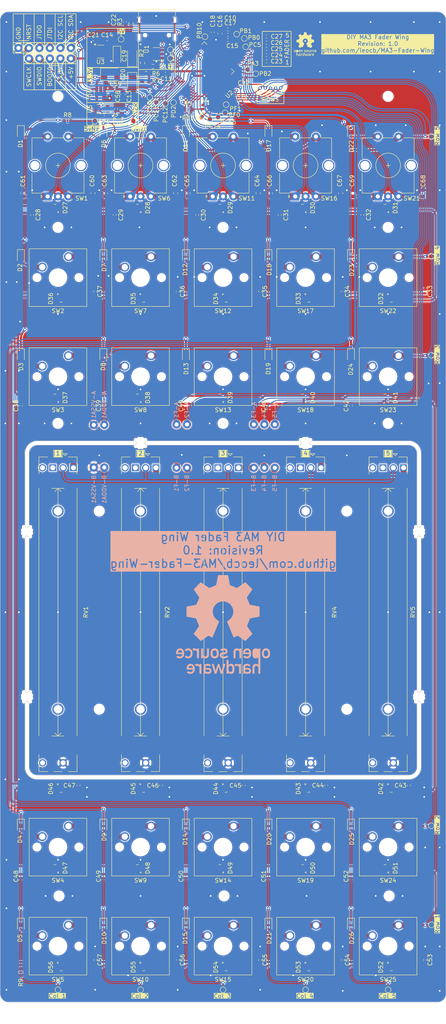
<source format=kicad_pcb>
(kicad_pcb (version 20240108) (generator "pcbnew") (generator_version "8.0")
  (layers (0 "F.Cu" signal) (31 "B.Cu" signal) (34 "B.Paste" user) (35 "F.Paste" user) (36 "B.SilkS" user "B.Silkscreen") (37 "F.SilkS" user "F.Silkscreen") (38 "B.Mask" user) (39 "F.Mask" user) (44 "Edge.Cuts" user))
  (property "REV" "1.0")
  (net 0 "")
  (net 1 "+5V")
  (net 2 "GND")
  (net 3 "Col1")
  (net 4 "Net-(D7-A)")
  (net 5 "Net-(D8-A)")
  (net 6 "Net-(D9-A)")
  (net 7 "Net-(D10-A)")
  (net 8 "Net-(D11-A)")
  (net 9 "LED NRZ")
  (net 10 "Col2")
  (net 11 "Net-(D13-A)")
  (net 12 "Net-(D14-A)")
  (net 13 "Net-(D15-A)")
  (net 14 "Net-(D17-A)")
  (net 15 "Col3")
  (net 16 "Net-(D18-A)")
  (net 17 "Net-(D19-A)")
  (net 18 "Net-(D20-A)")
  (net 19 "Net-(D21-A)")
  (net 20 "Net-(D22-A)")
  (net 21 "Col4")
  (net 22 "Net-(D23-A)")
  (net 23 "Net-(D24-A)")
  (net 24 "Net-(D25-A)")
  (net 25 "Net-(D26-A)")
  (net 26 "Col5")
  (net 27 "I2C SCL")
  (net 28 "Fader1")
  (net 29 "Fader2")
  (net 30 "Fader3")
  (net 31 "Fader4")
  (net 32 "Fader5")
  (net 33 "Encoder1A")
  (net 34 "Encoder1B")
  (net 35 "Row5")
  (net 36 "Row4")
  (net 37 "Row3")
  (net 38 "Row2")
  (net 39 "Row1")
  (net 40 "Encoder2A")
  (net 41 "Encoder2B")
  (net 42 "Encoder3A")
  (net 43 "Encoder3B")
  (net 44 "Encoder4A")
  (net 45 "Encoder4B")
  (net 46 "Encoder5A")
  (net 47 "Encoder5B")
  (net 48 "Net-(D1-A)")
  (net 49 "Net-(D2-A)")
  (net 50 "Net-(D3-A)")
  (net 51 "Net-(D4-A)")
  (net 52 "Net-(D5-A)")
  (net 53 "Net-(D6-A)")
  (net 54 "Net-(D12-A)")
  (net 55 "Net-(D27-DOUT)")
  (net 56 "Net-(J1-CC1)")
  (net 57 "Net-(J1-CC2)")
  (net 58 "VREF")
  (net 60 "I2C SDA")
  (net 61 "Net-(U2-PA3)")
  (net 62 "Net-(U2-PB0)")
  (net 63 "Net-(U2-PB1)")
  (net 64 "Net-(U2-PB2)")
  (net 65 "SWDIO")
  (net 66 "SWCLK")
  (net 67 "Net-(U2-PB10)")
  (net 68 "Net-(U2-PC5)")
  (net 69 "Net-(U2-PC10)")
  (net 70 "Net-(U2-PC11)")
  (net 71 "Net-(U2-PC12)")
  (net 72 "Net-(U2-PC13)")
  (net 73 "Net-(U2-PC14)")
  (net 74 "Net-(U2-PC15)")
  (net 75 "Net-(U2-PD2)")
  (net 76 "Net-(U2-PF0)")
  (net 77 "Net-(U2-PF1)")
  (net 78 "USB D+")
  (net 79 "USB D-")
  (net 82 "+5VD")
  (net 83 "Net-(J1-SHIELD)")
  (net 84 "USB DP")
  (net 86 "USB DN")
  (net 89 "LED NRZs")
  (net 90 "NRST")
  (net 91 "JTDI")
  (net 92 "JTDO")
  (net 93 "BOOT 0")
  (net 94 "Fader1-sat")
  (net 95 "Fader2-sat")
  (net 96 "Fader3-sat")
  (net 97 "Fader4-sat")
  (net 98 "Fader5-sat")
  (net 99 "Faders-VREF")
  (net 100 "Faders-GND")
  (net 102 "Net-(D28-DOUT)")
  (net 103 "Net-(D29-DOUT)")
  (net 104 "Net-(D30-DOUT)")
  (net 105 "Net-(D31-DOUT)")
  (net 106 "Net-(D32-DOUT)")
  (net 107 "Net-(D33-DOUT)")
  (net 108 "Net-(D34-DOUT)")
  (net 109 "Net-(D35-DOUT)")
  (net 110 "Net-(D36-DOUT)")
  (net 111 "Net-(D37-DOUT)")
  (net 112 "Net-(D38-DOUT)")
  (net 113 "Net-(D39-DOUT)")
  (net 114 "Net-(D40-DOUT)")
  (net 115 "Net-(D41-DOUT)")
  (net 116 "Net-(D42-DOUT)")
  (net 117 "Net-(D43-DOUT)")
  (net 118 "Net-(D44-DOUT)")
  (net 119 "Net-(D45-DOUT)")
  (net 120 "Net-(D46-DOUT)")
  (net 121 "Net-(D47-DOUT)")
  (net 122 "Net-(D48-DOUT)")
  (net 123 "Net-(D49-DOUT)")
  (net 124 "Net-(D50-DOUT)")
  (net 125 "Net-(D51-DOUT)")
  (net 126 "Net-(D52-DOUT)")
  (net 127 "Net-(D53-DOUT)")
  (net 128 "Net-(D27-DIN)")
  (net 129 "Net-(D56-DOUT)")
  (net 131 "Net-(D54-DOUT)")
  (net 132 "Net-(D55-DOUT)")
  (net 133 "Net-(LED-3V1-K)")
  (net 134 "Net-(LED-5V1-K)")
  (footprint "Capacitor_SMD:C_0402_1005Metric" (layer "F.Cu") (at 44 241.77 -90)
    (property "Reference" "C57")
    (property "Value" "100nF")
  )
  (footprint "MountingHole:MountingHole_2.2mm_M2" (layer "F.Cu") (at 115.25 226.25)
    (property "Reference" "REF**" (hide yes))
    (property "Value" "MountingHole_2.2mm_M2")
  )
  (footprint "MountingHole:MountingHole_2.2mm_M2" (layer "F.Cu") (at 75 64.25)
    (property "Reference" "REF**" (hide yes))
    (property "Value" "MountingHole_2.2mm_M2")
  )
  (footprint "TestPoint:TestPoint_Pad_D1.0mm" (layer "F.Cu") (at 125.5 95.25 -90)
    (property "Reference" "TP18" (hide yes))
    (property "Value" "TestPoint_Small")
  )
  (footprint "Capacitor_SMD:C_0603_1608Metric" (layer "F.Cu") (at 74.25 17.275 90)
    (property "Reference" "C16")
    (property "Value" "10nF")
  )
  (footprint "TestPoint:TestPoint_THTPad_D2.0mm_Drill1.0mm" (layer "F.Cu") (at 27.959 23.324 -90)
    (property "Reference" "TP2" (hide yes))
    (property "Value" "TestPoint_Small")
  )
  (footprint "TestPoint:TestPoint_Pad_D1.0mm" (layer "F.Cu") (at 61 34.25)
    (property "Reference" "PC12")
    (property "Value" "TestPoint_Small")
  )
  (footprint "Custom:SW_OUTEMU_1.00u_PCB_LED" (layer "F.Cu") (at 55 105.5)
    (property "Reference" "SW8")
    (property "Value" "SW_Push")
  )
  (footprint "MountingHole:MountingHole_2.2mm_M2" (layer "F.Cu") (at 35.25 226.25)
    (property "Reference" "REF**" (hide yes))
    (property "Value" "MountingHole_2.2mm_M2")
  )
  (footprint "MountingHole:MountingHole_2.2mm_M2" (layer "F.Cu") (at 75.25 226.25)
    (property "Reference" "REF**" (hide yes))
    (property "Value" "MountingHole_2.2mm_M2")
  )
  (footprint "Custom:mouse-bite-1mm-slot" (layer "F.Cu") (at 95 116.5)
    (property "Reference" "mouse-bite-1mm-slot" (hide yes))
    (property "Value" "VAL**" (hide yes))
  )
  (footprint "Custom:LED_SK6805_EC15_1.5x1.5mm" (layer "F.Cu") (at 95 105.5 -90)
    (property "Reference" "D40")
    (property "Value" "SK6805-EC15")
  )
  (footprint "Capacitor_SMD:C_0402_1005Metric" (layer "F.Cu") (at 60 199.48 90)
    (property "Reference" "C46")
    (property "Value" "100nF")
  )
  (footprint "Diode_SMD:D_SOD-323" (layer "F.Cu") (at 86 209.25 -90)
    (property "Reference" "D20")
    (property "Value" "1N4148WS")
  )
  (footprint "Capacitor_SMD:C_0402_1005Metric" (layer "F.Cu") (at 66 107.48 90)
    (property "Reference" "C40")
    (property "Value" "100nF")
  )
  (footprint "Capacitor_SMD:C_0402_1005Metric" (layer "F.Cu") (at 72.5 16.98 90)
    (property "Reference" "C18")
    (property "Value" "1uF")
  )
  (footprint "Diode_SMD:D_SOD-323" (layer "F.Cu") (at 46 41.2 -90)
    (property "Reference" "D6")
    (property "Value" "1N4148WS")
  )
  (footprint "Custom:SW_OUTEMU_1.00u_PCB_LED" (layer "F.Cu") (at 95 243.5)
    (property "Reference" "SW20")
    (property "Value" "SW_Push")
  )
  (footprint "Custom:LED_SK6805_EC15_1.5x1.5mm" (layer "F.Cu") (at 75 59.5 -90)
    (property "Reference" "D29")
    (property "Value" "SK6805-EC15")
  )
  (footprint "Diode_SMD:D_SOD-323" (layer "F.Cu") (at 26 41.2 -90)
    (property "Reference" "D1")
    (property "Value" "1N4148WS")
  )
  (footprint "Capacitor_SMD:C_0402_1005Metric" (layer "F.Cu") (at 85.52 18.001)
    (property "Reference" "C27")
    (property "Value" "100nF")
  )
  (footprint "Resistor_SMD:R_0603_1608Metric" (layer "F.Cu") (at 37.325 38.5 180)
    (property "Reference" "R8")
    (property "Value" "500")
  )
  (footprint "Custom:LED_SK6805_EC15_1.5x1.5mm" (layer "F.Cu") (at 75 81.5 90)
    (property "Reference" "D34")
    (property "Value" "SK6805-EC15")
  )
  (footprint "Resistor_SMD:R_0603_1608Metric" (layer "F.Cu") (at 52.7 14.8 90)
    (property "Reference" "R3")
    (property "Value" "1.02M")
  )
  (footprint "LED_SMD:LED_1206_3216Metric" (layer "F.Cu") (at 53 23 90)
    (property "Reference" "LED-5V1" (hide yes))
    (property "Value" "LED_Small")
  )
  (footprint "Capacitor_SMD:C_0402_1005Metric" (layer "F.Cu") (at 48.4 32.28 90)
    (property "Reference" "C58")
    (property "Value" "1uF")
  )
  (footprint "Capacitor_SMD:C_0402_1005Metric" (layer "F.Cu") (at 49.05489 35.556 -90)
    (property "Reference" "C70")
    (property "Value" "0.1uF")
  )
  (footprint "Capacitor_SMD:C_0402_1005Metric" (layer "F.Cu") (at 100 199.48 90)
    (property "Reference" "C44")
    (property "Value" "100nF")
  )
  (footprint "Resistor_SMD:R_0603_1608Metric" (layer "F.Cu") (at 26 244.75 -90)
    (property "Reference" "R9")
    (property "Value" "500")
  )
  (footprint "Custom:LED_SK6805_EC15_1.5x1.5mm" (layer "F.Cu") (at 95 243.5 90)
    (property "Reference" "D53")
    (property "Value" "SK6805-EC15")
  )
  (footprint "Custom:LED_SK6805_EC15_1.5x1.5mm" (layer "F.Cu") (at 55 105.5 -90)
    (property "Reference" "D38")
    (property "Value" "SK6805-EC15")
  )
  (footprint "Custom:LED_SK6805_EC15_1.5x1.5mm" (layer "F.Cu") (at 95 219.5 -90)
    (property "Reference" "D50")
    (property "Value" "SK6805-EC15")
  )
  (footprint "TestPoint:TestPoint_THTPad_D2.0mm_Drill1.0mm" (layer "F.Cu") (at 30.499 23.324 -90)
    (property "Reference" "TP1" (hide yes))
    (property "Value" "TestPoint_Small")
  )
  (footprint "Rotary_Encoder:RotaryEncoder_Alps_EC12E-Switch_Vertical_H20mm_CircularMountingHoles" (layer "F.Cu") (at 92.5 56.75 90)
    (property "Reference" "SW16")
    (property "Value" "Encoder_Switch")
  )
  (footprint "Capacitor_SMD:C_0402_1005Metric" (layer "F.Cu") (at 76.166148 17.605175)
    (property "Reference" "C17")
    (property "Value" "1uF")
  )
  (footprint "Capacitor_SMD:C_0402_1005Metric" (layer "F.Cu") (at 106 107.48 90)
    (property "Reference" "C42")
    (property "Value" "100nF")
  )
  (footprint "Capacitor_SMD:C_0402_1005Metric" (layer "F.Cu") (at 26 221.48 90)
    (property "Reference" "C48")
    (property "Value" "100nF")
  )
  (footprint "Custom:LED_SK6805_EC15_1.5x1.5mm" (layer "F.Cu") (at 35 243.5 90)
    (property "Reference" "D56")
    (property "Value" "SK6805-EC15")
  )
  (footprint "MountingHole:MountingHole_2.2mm_M2" (layer "F.Cu") (at 45 181)
    (property "Reference" "REF**" (hide yes))
    (property "Value" "MountingHole_2.2mm_M2")
  )
  (footprint "Custom:LED_SK6805_EC15_1.5x1.5mm" (layer "F.Cu") (at 35 219.5 -90)
    (property "Reference" "D47")
    (property "Value" "SK6805-EC15")
  )
  (footprint "TestPoint:TestPoint_Pad_D1.0mm" (layer "F.Cu") (at 125.5 71.25 -90)
    (property "Reference" "TP19" (hide yes))
    (property "Value" "TestPoint_Small")
  )
  (footprint "Capacitor_SMD:C_0402_1005Metric" (layer "F.Cu") (at 80 199.48 90)
    (property "Reference" "C45")
    (property "Value" "100nF")
  )
  (footprint "Custom:mouse-bite-1mm-slot" (layer "F.Cu") (at 122.5 178 90)
    (property "Reference" "mouse-bite-1mm-slot" (hide yes))
    (property "Value" "VAL**" (hide yes))
  )
  (footprint "Diode_SMD:D_SOD-323" (layer "F.Cu") (at 26 209.25 -90)
    (property "Reference" "D4")
    (property "Value" "1N4148WS")
  )
  (footprint "MountingHole:MountingHole_2.2mm_M2" (layer "F.Cu") (at 35 111.75)
    (property "Reference" "REF**" (hide yes))
    (property "Value" "MountingHole_2.2mm_M2")
  )
  (footprint "Custom:LED_SK6805_EC15_1.5x1.5mm" (layer "F.Cu") (at 75 219.5 -90)
    (property "Reference" "D49")
    (property "Value" "SK6805-EC15")
  )
  (footprint "Capacitor_SMD:C_0402_1005Metric" (layer "F.Cu") (at 43.57 18.65 180)
    (property "Reference" "C21")
    (property "Value" "0.1uF")
  )
  (footprint "Capacitor_SMD:C_0402_1005Metric" (layer "F.Cu") (at 85.519 21)
    (property "Reference" "C25")
    (property "Value" "100nF")
  )
  (footprint "Capacitor_SMD:C_0402_1005Metric" (layer "F.Cu") (at 85.52 19.501)
    (property "Reference" "C26")
    (property "Value" "100nF")
  )
  (footprint "Custom:LED_SK6805_EC15_1.5x1.5mm" (layer "F.Cu") (at 115 200.25 90)
    (property "Reference" "D42")
    (property "Value" "SK6805-EC15")
  )
  (footprint "TestPoint:TestPoint_THTPad_D2.0mm_Drill1.0mm" (layer "F.Cu") (at 27.959 20.784 -90)
    (property "Reference" "TP6" (hide yes))
    (property "Value" "TestPoint_Small")
  )
  (footprint "Custom:LED_SK6805_EC15_1.5x1.5mm" (layer "F.Cu") (at 55 59.5 -90)
    (property "Reference" "D28")
    (property "Value" "SK6805-EC15")
  )
  (footprint "Capacitor_SMD:C_0402_1005Metric" (layer "F.Cu") (at 124 79.77 -90)
    (property "Reference" "C33")
    (property "Value" "100nF")
  )
  (footprint "Diode_SMD:D_SOD-323" (layer "F.Cu") (at 86 233.25 -90)
    (property "Reference" "D21")
    (property "Value" "1N4148WS")
  )
  (footprint "Capacitor_SMD:C_0402_1005Metric" (layer "F.Cu") (at 85.52 22.499)
    (property "Reference" "C24")
    (property "Value" "100nF")
  )
  (footprint "TestPoint:TestPoint_Pad_D1.0mm" (layer "F.Cu") (at 75.75 34.5)
    (property "Reference" "PF1")
    (property "Value" "TestPoint_Small")
  )
  (footprint "Custom:SW_OUTEMU_1.00u_PCB_LED" (layer "F.Cu") (at 75 243.5)
    (property "Reference" "SW15")
    (property "Value" "SW_Push")
  )
  (footprint "TestPoint:TestPoint_Pad_D1.0mm" (layer "F.Cu") (at 78.31385 17.419026)
    (property "Reference" "PB1")
    (property "Value" "TestPoint_Small")
  )
  (footprint "MountingHole:MountingHole_2.2mm_M2" (layer "F.Cu") (at 75 111.75)
    (property "Reference" "REF**" (hide yes))
    (property "Value" "MountingHole_2.2mm_M2")
  )
  (footprint "Custom:LED_SK6805_EC15_1.5x1.5mm" (layer "F.Cu") (at 95 81.5 90)
    (property "Reference" "D33")
    (property "Value" "SK6805-EC15")
  )
  (footprint "Custom:SW_OUTEMU_1.00u_PCB_LED" (layer "F.Cu") (at 35 81.5)
    (property "Reference" "SW2")
    (property "Value" "SW_Push")
  )
  (footprint "TestPoint:TestPoint_Pad_D1.0mm" (layer "F.Cu") (at 63 34)
    (property "Reference" "PD2")
    (property "Value" "TestPoint_Small")
  )
  (footprint "Capacitor_SMD:C_0402_1005Metric" (layer "F.Cu") (at 124 241.77 -90)
    (property "Reference" "C53")
    (property "Value" "100nF")
  )
  (footprint "Capacitor_SMD:C_0603_1608Metric" (layer "F.Cu") (at 43.5 55.975 90)
    (property "Reference" "C60")
    (property "Value" "10nF")
  )
  (footprint "Diode_SMD:D_SOD-323" (layer "F.Cu") (at 26 233.25 -90)
    (property "Reference" "D5")
    (property "Value" "1N4148WS")
  )
  (footprint "Capacitor_SMD:C_0402_1005Metric" (layer "F.Cu") (at 51.2 14.455 -90)
    (property "Reference" "C22")
    (property "Value" "1uF")
  )
  (footprint "TestPoint:TestPoint_THTPad_D2.0mm_Drill1.0mm" (layer "F.Cu") (at 33.039 23.324 -90)
    (property "Reference" "TP5" (hide yes))
    (property "Value" "TestPoint_Small")
  )
  (footprint "TestPoint:TestPoint_Pad_D1.0mm" (layer "F.Cu") (at 62.260763 23.292162)
    (property "Reference" "TP27" (hide yes))
    (property "Value" "TestPoint_Small")
  )
  (footprint "TestPoint:TestPoint_THTPad_D2.0mm_Drill1.0mm" (layer "F.Cu") (at 30.499 20.784 -90)
    (property "Reference" "TP4" (hide yes))
    (property "Value" "TestPoint_Small")
  )
  (footprint "Capacitor_SMD:C_0402_1005Metric" (layer "F.Cu") (at 70.046942 35.11322 -90)
    (property "Reference" "C9")
    (property "Value" "100nF")
  )
  (footprint "Diode_SMD:D_SOD-323" (layer "F.Cu") (at 66 41.2 -90)
    (property "Reference" "D11")
    (property "Value" "1N4148WS")
  )
  (footprint "Custom:LED_SK6805_EC15_1.5x1.5mm" (layer "F.Cu") (at 55 81.5 90)
    (property "Reference" "D35")
    (property "Value" "SK6805-EC15")
  )
  (footprint "TestPoint:TestPoint_Pad_D1.0mm" (layer "F.Cu") (at 58.815897 33.988458)
    (property "Reference" "PC11")
    (property "Value" "TestPoint_Small")
  )
  (footprint "TestPoint:TestPoint_THTPad_D2.0mm_Drill1.0mm" (layer "F.Cu") (at 25.419 20.784 -90)
    (property "Reference" "TP11" (hide yes))
    (property "Value" "TestPoint_Small")
  )
  (footprint "TestPoint:TestPoint_Pad_D1.0mm" (layer "F.Cu") (at 70.612 18.034)
    (property "Reference" "PB10")
    (property "Value" "TestPoint_Small")
  )
  (footprint "MountingHole:MountingHole_2.2mm_M2" (layer "F.Cu") (at 105 181)
    (property "Reference" "REF**" (hide yes))
    (property "Value" "MountingHole_2.2mm_M2")
  )
  (footprint "Resistor_SMD:R_0603_1608Metric" (layer "F.Cu") (at 56.25 28.75)
    (property "Reference" "R7")
    (property "Value" "300")
  )
  (footprint "Diode_SMD:D_SOD-323" (layer "F.Cu") (at 46 95.25 -90)
    (property "Reference" "D8")
    (property "Value" "1N4148WS")
  )
  (footprint "Custom:LED_SK6805_EC15_1.5x1.5mm" (layer "F.Cu") (at 95 200.25 90)
    (property "Reference" "D43")
    (property "Value" "SK6805-EC15")
  )
  (footprint "Custom:SW_OUTEMU_1.00u_PCB_LED" (layer "F.Cu") (at 75 81.5)
    (property "Reference" "SW12")
    (property "Value" "SW_Push")
  )
  (footprint "Capacitor_SMD:C_0402_1005Metric" (layer "F.Cu") (at 44 79.77 -90)
    (property "Reference" "C37")
    (property "Value" "100nF")
  )
  (footprint "Diode_SMD:D_SOD-323" (layer "F.Cu") (at 106 233.25 -90)
    (property "Reference" "D26")
    (property "Value" "1N4148WS")
  )
  (footprint "Custom:LED_SK6805_EC15_1.5x1.5mm" (layer "F.Cu") (at 95 59.5 -90)
    (property "Reference" "D30")
    (property "Value" "SK6805-EC15")
  )
  (footprint "Capacitor_SMD:C_0603_1608Metric" (layer "F.Cu") (at 103.5 55.975 90)
    (property "Reference" "C67")
    (property "Value" "10nF")
  )
  (footprint "TestPoint:TestPoint_Pad_D1.0mm" (layer "F.Cu") (at 50.3 18.65)
    (property "Reference" "TP29" (hide yes))
    (property "Value" "TestPoint_Small")
  )
  (footprint "Custom:SW_OUTEMU_1.00u_PCB_LED" (layer "F.Cu") (at 55 81.5)
    (property "Reference" "SW7")
    (property "Value" "SW_Push")
  )
  (footprint "Custom:SW_OUTEMU_1.00u_PCB_LED" (layer "F.Cu") (at 35 243.5)
    (property "Reference" "SW5")
    (property "Value" "SW_Push")
  )
  (footprint "Diode_SMD:D_SOD-323" (layer "F.Cu") (at 66 209.25 -90)
    (property "Reference" "D14")
    (property "Value" "1N4148WS")
  )
  (footprint "Capacitor_SMD:C_0402_1005Metric" (layer "F.Cu") (at 80 27.910589)
    (property "Reference" "C12")
    (property "Value" "100nF")
  )
  (footprint "Resistor_SMD:R_0603_1608Metric" (layer "F.Cu") (at 56.325 27)
    (property "Reference" "R6")
    (property "Value" "680")
  )
  (footprint "TestPoint:TestPoint_Pad_D1.0mm" (layer "F.Cu") (at 57.25 32.75)
    (property "Reference" "PC10")
    (property "Value" "TestPoint_Small")
  )
  (footprint "MountingHole:MountingHole_2.2mm_M2" (layer "F.Cu") (at 35 32.5)
    (property "Reference" "REF**" (hide yes))
    (property "Value" "MountingHole_2.2mm_M2")
  )
  (footprint "Diode_SMD:D_SOD-323" (layer "F.Cu") (at 26 95.25 -90)
    (property "Reference" "D3")
    (property "Value" "1N4148WS")
  )
  (footprint "Capacitor_SMD:C_0603_1608Metric" (layer "F.Cu") (at 26.5 55.975 90)
    (property "Reference" "C61")
    (property "Value" "10nF")
  )
  (footprint "Capacitor_SMD:C_0402_1005Metric" (layer "F.Cu") (at 66 221.48 90)
    (property "Reference" "C50")
    (property "Value" "100nF")
  )
  (footprint "MountingHole:MountingHole_2.2mm_M2" (layer "F.Cu") (at 115 64.25)
    (property "Reference" "REF**" (hide yes))
    (property "Value" "MountingHole_2.2mm_M2")
  )
  (footprint "Diode_SMD:D_SOD-323" (layer "F.Cu") (at 106 41.2 -90)
    (property "Reference" "D22")
    (property "Value" "1N4148WS")
  )
  (footprint "TestPoint:TestPoint_Pad_D1.0mm" (layer "F.Cu") (at 80.5 20.5)
    (property "Reference" "PC5")
    (property "Value" "TestPoint_Small")
  )
  (footprint "Custom:SW_OUTEMU_1.00u_PCB_LED" (layer "F.Cu") (at 115 243.5)
    (property "Reference" "SW25")
    (property "Value" "SW_Push")
  )
  (footprint "TestPoint:TestPoint_THTPad_D2.0mm_Drill1.0mm" (layer "F.Cu") (at 35.579 20.784 -90)
    (property "Reference" "TP9" (hide yes))
    (property "Value" "TestPoint_Small")
  )
  (footprint "Capacitor_SMD:C_0402_1005Metric" (layer "F.Cu") (at 76.181415 16.277736)
    (property "Reference" "C10")
    (property "Value" "100nF")
  )
  (footprint "Custom:SW_OUTEMU_1.00u_PCB_LED" (layer "F.Cu") (at 35 105.5)
    (property "Reference" "SW3")
    (property "Value" "SW_Push")
  )
  (footprint "TestPoint:TestPoint_Pad_D1.0mm" (layer "F.Cu") (at 43.949968 38.505029)
    (property "Reference" "5vNz1" (hide yes))
    (property "Value" "TestPoint_Small")
  )
  (footprint "Capacitor_SMD:C_0402_1005Metric" (layer "F.Cu") (at 46.914 18.639)
    (property "Reference" "C14")
    (property "Value" "0.1uF")
  )
  (footprint "Capacitor_SMD:C_0402_1005Metric" (layer "F.Cu") (at 26 107.48 90)
    (property "Reference" "C38")
    (property "Value" "100nF")
  )
  (footprint "Capacitor_SMD:C_0402_1005Metric" (layer "F.Cu") (at 104 79.77 -90)
    (property "Reference" "C34")
    (property "Value" "100nF")
  )
  (footprint "Custom:LED_SK6805_EC15_1.5x1.5mm" (layer "F.Cu") (at 35 200.25 90)
    (property "Reference" "D46")
    (property "Value" "SK6805-EC15")
  )
  (footprint "Custom:LED_SK6805_EC15_1.5x1.5mm" (layer "F.Cu") (at 115 219.5 -90)
    (property "Reference" "D51")
    (property "Value" "SK6805-EC15")
  )
  (footprint "Capacitor_SMD:C_0402_1005Metric" (layer "F.Cu") (at 85.52 24.001)
    (property "Reference" "C23")
    (property "Value" "100nF")
  )
  (footprint "Custom:LED_SK6805_EC15_1.5x1.5mm" (layer "F.Cu") (at 75 105.5 -90)
    (property "Reference" "D39")
    (property "Value" "SK6805-EC15")
  )
  (footprint "Custom:mouse-bite-1mm-slot" (layer "F.Cu") (at 27.5 178 90)
    (property "Reference" "mouse-bite-1mm-slot" (hide yes))
    (property "Value" "VAL**" (hide yes))
  )
  (footprint "TestPoint:TestPoint_Pad_D1.0mm" (layer "F.Cu") (at 82.913568 27.02469)
    (property "Reference" "PB2")
    (property "Value" "TestPoint_Small")
  )
  (footprint "Custom:LED_SK6805_EC15_1.5x1.5mm" (layer "F.Cu") (at 55 200.25 90)
    (property "Reference" "D45")
    (property "Value" "SK6805-EC15")
  )
  (footprint "Diode_SMD:D_SOD-323" (layer "F.Cu") (at 26 71.25 -90)
    (property "Reference" "D2")
    (property "Value" "1N4148WS")
  )
  (footprint "MountingHole:MountingHole_2.2mm_M2" (layer "F.Cu") (at 105 133)
    (property "Reference" "REF**" (hide yes))
    (property "Value" "MountingHole_2.2mm_M2")
  )
  (footprint "Custom:SW_OUTEMU_1.00u_PCB_LED" (layer "F.Cu") (at 95 219.5)
    (property "Reference" "SW19")
    (property "Value" "SW_Push")
  )
  (footprint "Capacitor_SMD:C_0402_1005Metric" (layer "F.Cu") (at 46.222 37.592)
    (property "Reference" "C71")
    (property "Value" "0.1uF")
  )
  (footprint "Capacitor_SMD:C_0402_1005Metric" (layer "F.Cu") (at 40 199.48 90)
    (property "Reference" "C47")
    (property "Value" "100nF")
  )
  (footprint "Capacitor_SMD:C_0603_1608Metric" (layer "F.Cu") (at 86.5 55.975 90)
    (property "Reference" "C66")
    (property "Value" "10nF")
  )
  (footprint "Capacitor_SMD:C_0402_1005Metric" (layer "F.Cu") (at 68.75 61.23 90)
    (property "Reference" "C30")
    (property "Value" "100nF")
  )
  (footprint "Custom:mouse-bite-1mm-slot" (layer "F.Cu") (at 122.5 138 90)
    (property "Reference" "mouse-bite-1mm-slot" (hide yes))
    (property "Value" "VAL**" (hide yes))
  )
  (footprint "Package_TO_SOT_SMD:SOT-23-5" (layer "F.Cu") (at 45.328962 31.806048 -90)
    (property "Reference" "U4")
    (property "Value" "MIC5504-3.3YM5")
  )
  (footprint "Capacitor_SMD:C_0402_1005Metric" (layer "F.Cu") (at 104 241.77 -90)
    (property "Reference" "C54")
    (property "Value" "100nF")
  )
  (footprint "TestPoint:TestPoint_Pad_D1.0mm" (layer "F.Cu") (at 62.25 21.2)
    (property "Reference" "TP28" (hide yes))
    (property "Value" "TestPoint_Small")
  )
  (footprint "Custom:mouse-bite-1mm-slot" (layer "F.Cu") (at 27.5 138 90)
    (property "Reference" "mouse-bite-1mm-slot" (hide yes))
    (property "Value" "VAL**" (hide yes))
  )
  (footprint "Capacitor_SMD:C_0402_1005Metric" (layer "F.Cu") (at 64 79.77 -90)
    (property "Reference" "C36")
    (property "Value" "100nF")
  )
  (footprint "Diode_SMD:D_SOD-323" (layer "F.Cu") (at 66 233.25 -90)
    (property "Reference" "D15")
    (property "Value" "1N4148WS")
  )
  (footprint "Resistor_SMD:R_0603_1608Metric" (layer "F.Cu") (at 66.561257 35.75 180)
    (property "Reference" "R5")
    (property "Value" "10k")
  )
  (footprint "Capacitor_SMD:C_0402_1005Metric" (layer "F.Cu") (at 106 221.48 90)
    (property "Reference" "C52")
    (property "Value" "100nF")
  )
  (footprint "Capacitor_SMD:C_0603_1608Metric" (layer "F.Cu") (at 63.5 55.975 90)
    (property "Reference" "C62")
    (property "Value" "10nF")
  )
  (footprint "Capacitor_SMD:C_0402_1005Metric" (layer "F.Cu") (at 78.73 34.15959)
    (property "Reference" "C72")
    (property "Value" "0.1uF")
  )
  (footprint "Capacitor_SMD:C_0402_1005Metric" (layer "F.Cu") (at 86 221.48 90)
    (property "Reference" "C51")
    (property "Value" "100nF")
  )
  (footprint "Capacitor_SMD:C_0402_1005Metric" (layer "F.Cu") (at 84 79.77 -90)
    (property "Reference" "C35")
    (property "Value" "100nF")
  )
  (footprint "TestPoint:TestPoint_Pad_D1.0mm" (layer "F.Cu") (at 125.45 209.25 -90)
    (property "Reference" "TP17" (hide yes))
    (property "Value" "TestPoint_Small")
  )
  (footprint "Resistor_SMD:R_0603_1608Metric" (layer "F.Cu") (at 50.546 35.877 90)
    (property "Reference" "R4")
    (property "Value" "10k")
  )
  (footprint "Capacitor_SMD:C_0402_1005Metric" (layer "F.Cu") (at 86 107.48 90)
    (property "Reference" "C41")
    (property "Value" "100nF")
  )
  (footprint "Custom:SW_OUTEMU_1.00u_PCB_LED" (layer "F.Cu") (at 95 105.5)
    (property "Reference" "SW18")
    (property "Value" "SW_Push")
  )
  (footprint "Capacitor_SMD:C_0402_1005Metric" (layer "F.Cu") (at 48.798962 30.668548)
    (property "Reference" "C59")
    (property "Value" "1uF")
  )
  (footprint "Package_TO_SOT_SMD:SOT-23-6" (layer "F.Cu") (at 58.8625 22.25 180)
    (property "Reference" "U1")
    (property "Value" "USBLC6-2SC6")
  )
  (footprint "Custom:SW_OUTEMU_1.00u_PCB_LED" (layer "F.Cu") (at 55 243.5)
    (property "Reference" "SW10")
    (property "Value" "SW_Push")
  )
  (footprint "Custom:LED_SK6805_EC15_1.5x1.5mm" (layer "F.Cu") (at 115 81.5 90)
    (property "Reference" "D32")
    (property "Value" "SK6805-EC15")
  )
  (footprint "Custom:LED_SK6805_EC15_1.5x1.5mm" (layer "F.Cu") (at 55 219.5 -90)
    (property "Reference" "D48")
    (property "Value" "SK6805-EC15")
  )
  (footprint "Package_SO:VSSOP-8_2.3x2mm_P0.5mm" (layer "F.Cu") (at 45.492 35.556 180)
    (property "Reference" "U5")
    (property "Value" "TXS0102DCU")
  )
  (footprint "Capacitor_SMD:C_0402_1005Metric" (layer "F.Cu") (at 61.02 27 180)
    (property "Reference" "C11")
    (property "Value" "100nF")
  )
  (footprint "Package_TO_SOT_SMD:SOT-23-5" (layer "F.Cu") (at 45.3 21.65)
    (property "Reference" "U3")
    (property "Value" "AP2161WG-7")
  )
  (footprint "Capacitor_SMD:C_0402_1005Metric" (layer "F.Cu") (at 120 199.48 90)
    (property "Reference" "C43")
    (property "Value" "100nF")
  )
  (footprint "Custom:SW_OUTEMU_1.00u_PCB_LED" (layer "F.Cu") (at 55 219.5)
    (property "Reference" "SW9")
    (property "Value" "SW_Push")
  )
  (footprint "Rotary_Encoder:RotaryEncoder_Alps_EC12E-Switch_Vertical_H20mm_CircularMountingHoles" (layer "F.Cu") (at 52.5 56.75 90)
    (property "Reference" "SW6")
    (property "Value" "Encoder_Switch")
  )
  (footprint "Rotary_Encoder:RotaryEncoder_Alps_EC12E-Switch_Vertical_H20mm_CircularMountingHoles" (layer "F.Cu") (at 112.5 56.75 90)
    (property "Reference" "SW21")
    (property "Value" "Encoder_Switch")
  )
  (footprint "Diode_SMD:D_SOD-323" (layer "F.Cu") (at 46 209.25 -90)
    (property "Reference" "D9")
    (property "Value" "1N4148WS")
  )
  (footprint "Custom:B103-75mm-Mixer-Fader-B10K" (layer "F.Cu") (at 55 157.5 -90)
    (property "Reference" "RV2")
    (property "Value" "R_Potentiometer")
  )
  (footprint "Custom:LED_SK6805_EC15_1.5x1.5mm" (layer "F.Cu") (at 55 243.5 90)
    (property "Reference" "D55")
    (property "Value" "SK6805-EC15")
  )
  (footprint "Custom:LED_SK6805_EC15_1.5x1.5mm" (layer "F.Cu") (at 35 105.5 -90)
    (property "Reference" "D37")
    (property "Value" "SK6805-EC15")
  )
  (footprint "TestPoint:TestPoint_Pad_D1.0mm" (layer "F.Cu") (at 73.802867 37.554355)
    (property "Reference" "PC15")
    (property "Value" "TestPoint_Small")
  )
  (footprint "Custom:SW_OUTEMU_1.00u_PCB_LED" (layer "F.Cu") (at 115 81.5)
    (property "Reference" "SW22")
    (property "Value" "SW_Push")
  )
  (footprint "Capacitor_SMD:C_0603_1608Metric" (layer "F.Cu") (at 66.5 55.975 90)
    (property "Reference" "C65")
    (property "Value" "10nF")
  )
  (footprint "Diode_SMD:D_SOD-323" (layer "F.Cu") (at 66 95.25 -90)
    (property "Reference" "D13")
    (property "Value" "1N4148WS")
  )
  (footprint "Capacitor_SMD:C_0603_1608Metric" (layer "F.Cu") (at 106.5 55.975 90)
    (property "Reference" "C69")
    (property "Value" "10nF")
  )
  (footprint "Rotary_Encoder:RotaryEncoder_Alps_EC12E-Switch_Vertical_H20mm_CircularMountingHoles" (layer "F.Cu") (at 72.5 56.75 90)
    (property "Reference" "SW11")
    (property "Value" "Encoder_Switch")
  )
  (footprint "Capacitor_SMD:C_0603_1608Metric" (layer "F.Cu") (at 123.5 55.975 90)
    (property "Reference" "C68")
    (property "Value" "10nF")
  )
  (footprint "Diode_SMD:D_SOD-323" (layer "F.Cu") (at 86 71.25 -90)
    (property "Reference" "D18")
    (property "Value" "1N4148WS")
  )
  (footprint "MountingHole:MountingHole_2.2mm_M2" (layer "F.Cu") (at 45 133)
    (property "Reference" "REF**" (hide yes))
    (property "Value" "MountingHole_2.2mm_M2")
  )
  (footprint "Capacitor_SMD:C_0603_1608Metric" (layer "F.Cu") (at 50.75 32 90)
    (property "Reference" "C13")
    (property "Value" "4.7uF")
  )
  (footprint "Capacitor_SMD:C_0402_1005Metric" (layer "F.Cu") (at 76.177131 18.846239)
    (property "Reference" "C15")
    (property "Value" "100nF")
  )
  (footprint "Diode_SMD:D_SOD-323" (layer "F.Cu") (at 86 41.2 -90)
    (property "Reference" "D17")
    (property "Value" "1N4148WS")
  )
  (footprint "Capacitor_SMD:C_0402_1005Metric" (layer "F.Cu") (at 48.75 61.23 90)
    (property "Reference" "C29")
    (property "Value" "100nF")
  )
  (footprint "Custom:LED_SK6805_EC15_1.5x1.5mm" (layer "F.Cu") (at 115 59.5 -90)
    (property "Reference" "D31")
    (property "Value" "SK6805-EC15")
  )
  (footprint "Custom:LED_SK6805_EC15_1.5x1.5mm" (layer "F.Cu") (at 35 81.5 90)
    (property "Reference" "D36")
    (property "Value" "SK6805-EC15")
  )
  (footprint "TestPoint:TestPoint_THTPad_D2.0mm_Drill1.0mm" (layer "F.Cu") (at 38.119 23.324 -90)
    (property "Reference" "TP8" (hide yes))
    (property "Value" "TestPoint_Small")
  )
  (footprint "Custom:LED_SK6805_EC15_1.5x1.5mm" (layer "F.Cu") (at 75 243.5 90)
    (property "Reference" "D54")
    (property "Value" "SK6805-EC15")
  )
  (footprint "Rotary_Encoder:RotaryEncoder_Alps_EC12E-Switch_Vertical_H20mm_CircularMountingHoles" (layer "F.Cu") (at 32.5 56.75 90)
    (property "Reference" "SW1")
    (property "Value" "Encoder_Switch")
  )
  (footprint "Custom:SW_OUTEMU_1.00u_PCB_LED" (layer "F.Cu") (at 115 105.5)
    (property "Reference" "SW23")
    (property "Value" "SW_Push")
  )
  (footprint "Custom:SW_OUTEMU_1.00u_PCB_LED" (layer "F.Cu") (at 35 219.5)
    (property "Reference" "SW4")
    (property "Value" "SW_Push")
  )
  (footprint "Resistor_SMD:R_0603_1608Metric" (layer "F.Cu") (at 58 25.25 180)
    (property "Reference" "R1")
    (property "Value" "5.1k")
  )
  (footprint "TestPoint:TestPoint_Pad_D1.0mm" (layer "F.Cu") (at 55 249 180)
    (property "Reference" "TP13" (hide yes))
    (property "Value" "TestPoint_Small")
  )
  (footprint "Custom:SW_OUTEMU_1.00u_PCB_LED" (layer "F.Cu") (at 75 105.5)
    (property "Reference" "SW13")
    (property "Value" "SW_Push")
  )
  (footprint "Capacitor_SMD:C_0402_1005Metric" (layer "F.Cu") (at 64 241.77 -90)
    (property "Reference" "C56")
    (property "Value" "100nF")
  )
  (footprint "Custom:LED_SK6805_EC15_1.5x1.5mm" (layer "F.Cu") (at 115 105.5 -90)
    (property "Reference" "D41")
    (property "Value" "SK6805-EC15")
  )
  (footprint "TestPoint:TestPoint_Pad_D1.0mm" (layer "F.Cu") (at 75 249 180)
    (property "Reference" "TP14" (hide yes))
    (property "Value" "TestPoint_Small")
  )
  (footprint "TestPoint:TestPoint_THTPad_D2.0mm_Drill1.0mm" (layer "F.Cu") (at 35.579 23.324 -90)
    (property "Reference" "TP7" (hide yes))
    (property "Value" "TestPoint_Small")
  )
  (footprint "TestPoint:TestPoint_Pad_D1.0mm" (layer "F.Cu") (at 69.802867 37.554355)
    (property "Reference" "PC13")
    (property "Value" "TestPoint_Small")
  )
  (footprint "Custom:B103-75mm-Mixer-Fader-B10K" (layer "F.Cu") (at 115 157.5 -90)
    (property "Reference" "RV5")
    (property "Value" "R_Potentiometer")
  )
  (footprint "Custom:B103-75mm-Mixer-Fader-B10K" (layer "F.Cu") (at 95 157.5 -90)
    (property "Reference" "RV4")
    (property "Value" "R_Potentiometer")
  )
  (footprint "Custom:SW_OUTEMU_1.00u_PCB_LED" (layer "F.Cu") (at 75 219.5)
    (property "Reference" "SW14")
    (property "Value" "SW_Push")
  )
  (footprint "TestPoint:TestPoint_Pad_D1.0mm" (layer "F.Cu") (at 81 26)
    (property "Reference" "PA3")
    (property "Value" "TestPoint_Small")
  )
  (footprint "Capacitor_SMD:C_0402_1005Metric" (layer "F.Cu") (at 46 221.48 90)
    (property "Reference" "C49")
    (property "Value" "100nF")
  )
  (footprint "Custom:mouse-bite-1mm-slot" (layer "F.Cu") (at 55 116.5)
    (property "Reference" "mouse-bite-1mm-slot" (hide yes))
    (property "Value" "VAL**" (hide yes))
  )
  (footprint "Diode_SMD:D_SOD-323" (layer "F.Cu") (at 106 209.25 -90)
    (property "Reference" "D25")
    (property "Value" "1N4148WS")
  )
  (footprint "Custom:SW_OUTEMU_1.00u_PCB_LED" (layer "F.Cu") (at 95 81.5)
    (property "Reference" "SW17")
    (property "Value" "SW_Push")
  )
  (footprint "Diode_SMD:D_SOD-323" (layer "F.Cu") (at 106 95.25 -90)
    (property "Reference" "D24")
    (property "Value" "1N4148WS")
  )
  (footprint "Capacitor_SMD:C_0603_1608Metric" (layer "F.Cu") (at 83.5 55.975 90)
    (property "Reference" "C64")
    (property "Value" "10nF")
  )
  (footprint "TestPoint:TestPoint_Pad_D1.0mm" (layer "F.Cu") (at 53.25 38.5)
    (property "Reference" "3vNz1" (hide yes))
    (property "Value" "TestPoint_Small")
  )
  (footprint "TestPoint:TestPoint_Pad_D1.0mm" (layer "F.Cu") (at 35 249 180)
    (property "Reference" "TP12" (hide yes))
    (property "Value" "TestPoint_Small")
  )
  (footprint "TestPoint:TestPoint_THTPad_D2.0mm_Drill1.0mm" (layer "F.Cu") (at 33.039 20.784 -90)
    (property "Reference" "TP3" (hide yes))
    (property "Value" "TestPoint_Small")
  )
  (footprint "Diode_SMD:D_SOD-323" (layer "F.Cu") (at 46 233.25 -90)
    (property "Reference" "D10")
    (property "Value" "1N4148WS")
  )
  (footprint "TestPoint:TestPoint_Pad_D1.0mm" (layer "F.Cu") (at 115 249 180)
    (property "Reference" "TP21" (hide yes))
    (property "Value" "TestPoint_Small")
  )
  (footprint "LED_SMD:LED_1206_3216Metric" (layer "F.Cu") (at 53 29 -90)
    (property "Reference" "LED-3V1" (hide yes))
    (property "Value" "LED_Small")
  )
  (footprint "Diode_SMD:D_SOD-323" (layer "F.Cu") (at 86 95.25 -90)
    (property "Reference" "D19")
    (property "Value" "1N4148WS")
  )
  (footprint "Capacitor_SMD:C_0402_1005Metric" (layer "F.Cu") (at 108.75 61.23 90)
    (property "Reference" "C32")
    (property "Value" "100nF")
  )
  (footprint "Package_QFP:LQFP-64_10x10mm_P0.5mm" (layer "F.Cu") (at 70.456839 26.5 135)
    (property "Reference" "U2")
    (property "Value" "STM32G473RCTx")
  )
  (footprint "Resistor_SMD:R_0603_1608Metric" (layer "F.Cu") (at 55.5 24.425 -90)
    (property "Reference" "R2")
    (property "Value" "5.1k")
  )
  (footprint "Custom:B103-75mm-Mixer-Fader-B10K" (layer "F.Cu") (at 75 157.5 -90)
    (property "Reference" "RV3")
    (property "Value" "R_Potentiometer")
  )
  (footprint "MountingHole:MountingHole_2.2mm_M2" (layer "F.Cu") (at 35 64.25)
    (property "Reference" "REF**" (hide yes))
    (property "Value" "MountingHole_2.2mm_M2")
  )
  (footprint "Capacitor_SMD:C_0402_1005Metric" (layer "F.Cu") (at 28.75 61.23 90)
    (property "Reference" "C28")
    (property "Value" "100nF")
  )
  (footprint "TestPoint:TestPoint_Pad_D1.0mm" (layer "F.Cu") (at 80.158972 18.462398)
    (property "Reference" "PB0")
    (property "Value" "TestPoint_Small")
  )
  (footprint "Connector_USB:USB_C_Receptacle_Palconn_UTC16-G" (layer "F.Cu") (at 59 16.24 180)
    (property "Reference" "J1" (hide yes))
    (property "Value" "USB_C_Receptacle_USB2.0")
  )
  (footprint "TestPoint:TestPoint_Pad_D1.0mm" (layer "F.Cu") (at 71.802867 38.054355)
    (property "Reference" "PC14")
    (property "Value" "TestPoint_Small")
  )
  (footprint "Capacitor_SMD:C_0402_1005Metric" (layer "F.Cu") (at 84 241.77 -90)
    (property "Reference" "C55")
    (property "Value" "100nF")
  )
  (footprint "Capacitor_Tantalum_SMD:CP_EIA-3216-10_Kemet-I" (layer "F.Cu") (at 49.3 22.65 -90)
    (property "Reference" "C19")
    (property "Value" "10uF")
  )
  (footprint "TestPoint:TestPoint_Pad_D1.0mm" (layer "F.Cu") (at 125.5 42.25 -90)
    (property "Reference" "TP20" (hide yes))
    (property "Value" "TestPoint_Small")
  )
  (footprint "Custom:SW_OUTEMU_1.00u_PCB_LED" (layer "F.Cu") (at 115 219.5)
    (property "Reference" "SW24")
    (property "Value" "SW_Push")
  )
  (footprint "Capacitor_SMD:C_0402_1005Metric" (layer "F.Cu") (at 88.75 61.23 90)
    (property "Reference" "C31")
    (property "Value" "100nF")
  )
  (footprint "MountingHole:MountingHole_2.2mm_M2" (layer "F.Cu") (at 115 32.5)
    (property "Reference" "REF**" (hide yes))
    (property "Value" "MountingHole_2.2mm_M2")
  )
  (footprint "Custom:B103-75mm-Mixer-Fader-B10K" (layer "F.Cu") (at 35 157.5 -90)
    (property "Reference" "RV1")
    (property "Value" "R_Potentiometer")
  )
  (footprint "Diode_SMD:D_SOD-323" (layer "F.Cu") (at 106 71.25 -90)
    (property "Reference" "D23")
    (property "Value" "1N4148WS")
  )
  (footprint "Custom:LED_SK6805_EC15_1.5x1.5mm" (layer "F.Cu") (at 75 200.25 90)
    (property "Reference" "D44")
    (property "Value" "SK6805-EC15")
  )
  (footprint "TestPoint:TestPoint_Pad_D1.0mm" (layer "F.Cu") (at 95 249 180)
    (property "Reference" "TP15" (hide yes))
    (property "Value" "TestPoint_Small")
  )
  (footprint "MountingHole:MountingHole_2.2mm_M2" (layer "F.Cu") (at 115 111.75)
    (property "Reference" "REF**" (hide yes))
    (property "Value" "MountingHole_2.2mm_M2")
  )
  (footprint "Capacitor_SMD:C_0402_1005Metric" (layer "F.Cu") (at 46 107.48 90)
    (property "Reference" "C39")
    (property "Value" "100nF")
  )
  (footprint "TestPoint:TestPoint_Pad_D1.0mm" (layer "F.Cu") (at 75.5 36.5)
    (property "Reference" "PF0")
    (property "Value" "TestPoint_Small")
  )
  (footprint "Diode_SMD:D_SOD-323" (layer "F.Cu") (at 46 71.25 -90)
    (property "Reference" "D7")
    (property "Value" "1N4148WS")
  )
  (footprint "Capacitor_SMD:C_0603_1608Metric" (layer "F.Cu") (at 46.5 55.975 90)
    (property "Reference" "C63")
    (property "Value" "10nF")
  )
  (footprint "Diode_SMD:D_SOD-323" (layer "F.Cu") (at 66 71.25 -90)
    (property "Reference" "D12")
    (property "Value" "1N4148WS")
  )
  (footprint "TestPoint:TestPoint_Pad_D1.0mm" (layer "F.Cu") (at 125.5 233.25 -90)
    (property "Reference" "TP16" (hide yes))
    (property "Value" "TestPoint_Small")
  )
  (footprint "Custom:LED_SK6805_EC15_1.5x1.5mm" (layer "F.Cu") (at 35 59.5 -90)
    (property "Reference" "D27")
    (property "Value" "SK6805-EC15")
  )
  (footprint "TestPoint:TestPoint_THTPad_D2.0mm_Drill1.0mm" (layer "F.Cu") (at 38.119 20.784 -90)
    (property "Reference" "TP10" (hide yes))
    (property "Value" "TestPoint_Small")
  )
  (footprint "Custom:LED_SK6805_EC15_1.5x1.5mm" (layer "F.Cu") (at 115 243.5 90)
    (property "Reference" "D52")
    (property "Value" "SK6805-EC15")
  )
  (footprint "Capacitor_Tantalum_SMD:CP_EIA-3528-21_Kemet-B" (layer "F.Cu") (at 47.778962 27.168548)
    (property "Reference" "C20")
    (property "Value" "120uF")
  )
  (footprint "TestPoint:TestPoint_THTPad_D2.0mm_Drill1.0mm" (layer "B.Cu") (at 43.688 122.428 180)
    (property "Reference" "B-VSSA1")
    (property "Value" "TestPoint_Small")
  )
  (footprint "TestPoint:TestPoint_THTPad_D2.0mm_Drill1.0mm" (layer "B.Cu") (at 46.215538 112.12 180)
    (property "Reference" "A-VDDA1")
    (property "Value" "TestPoint_Small")
  )
  (footprint "TestPoint:TestPoint_THTPad_D2.0mm_Drill1.0mm" (layer "B.Cu") (at 85 112.001 180)
    (property "Reference" "A-F4")
    (property "Value" "TestPoint_Small")
  )
  (footprint "TestPoint:TestPoint_THTPad_D2.0mm_Drill1.0mm" (layer "B.Cu") (at 87.54 122.5 180)
    (property "Reference" "B-F5")
    (property "Value" "TestPoint_Small")
  )
  (footprint "TestPoint:TestPoint_THTPad_D2.0mm_Drill1.0mm" (layer "B.Cu") (at 82.46 122.5 180)
    (property "Reference" "B-F3")
    (property "Value" "TestPoint_Small")
  )
  (footprint "TestPoint:TestPoint_THTPad_D2.0mm_Drill1.0mm" (layer "B.Cu") (at 82.46 112.001 180)
    (property "Reference" "A-F3")
    (property "Value" "TestPoint_Small")
  )
  (footprint "TestPoint:TestPoint_THTPad_D2.0mm_Drill1.0mm" (layer "B.Cu") (at 87.54 112.001 180)
    (property "Reference" "A-F5")
    (property "Value" "TestPoint_Small")
  )
  (footprint "TestPoint:TestPoint_THTPad_D2.0mm_Drill1.0mm" (layer "B.Cu") (at 63.73 122.5 180)
    (property "Reference" "B-F1")
    (property "Value" "TestPoint_Small")
  )
  (footprint "TestPoint:TestPoint_THTPad_D2.0mm_Drill1.0mm" (layer "B.Cu") (at 66.27 122.5 180)
    (property "Reference" "B-F2")
    (property "Value" "TestPoint_Small")
  )
  (footprint "TestPoint:TestPoint_THTPad_D2.0mm_Drill1.0mm" (layer "B.Cu") (at 63.73 112.001 180)
    (property "Reference" "A-F1")
    (property "Value" "TestPoint_Small")
  )
  (footprint "TestPoint:TestPoint_THTPad_D2.0mm_Drill1.0mm" (layer "B.Cu") (at 66.27 112.001 180)
    (property "Reference" "A-F2")
    (property "Value" "TestPoint_Small")
  )
  (footprint "TestPoint:TestPoint_THTPad_D2.0mm_Drill1.0mm" (layer "B.Cu") (at 46.228 122.428 180)
    (property "Reference" "B-VDDA1")
    (property "Value" "TestPoint_Small")
  )
  (footprint "TestPoint:TestPoint_THTPad_D2.0mm_Drill1.0mm" (layer "B.Cu") (at 85 122.5 180)
    (property "Reference" "B-F4")
    (property "Value" "TestPoint_Small")
  )
  (footprint "TestPoint:TestPoint_THTPad_D2.0mm_Drill1.0mm" (layer "B.Cu") (at 43.675538 112.12 180)
    (property "Reference" "A-VSSA1")
    (property "Value" "TestPoint_Small")
  )
  (gr_line (start 83.120753 168.213096) (end 83.158865 168.209732) (stroke (width 0.1)) (layer "B.SilkS"))
  (gr_line (start 83.405989 168.092796) (end 83.424131 168.071668) (stroke (width 0.1)) (layer "B.SilkS"))
  (gr_line (start 83.546944 167.608393) (end 83.54882 167.478559) (stroke (width 0.1)) (layer "B.SilkS"))
  (gr_poly (pts (xy 68.021544 166.261105) (xy 67.986641 166.263526) (xy 67.95246 166.267512) (xy 67.918973 166.273021) (xy 67.886151 166.280012) (xy 67.853963 166.288444) (xy 67.822382 166.298276) (xy 67.791376 166.309467) (xy 67.760919 166.321976) (xy 67.730979 166.335761) (xy 67.701527 166.350782) (xy 67.672536 166.366998) (xy 67.643974 166.384367) (xy 67.615813 166.402848) (xy 67.588024 166.422401) (xy 67.560578 166.442984) (xy 67.907315 166.855337) (xy 67.928031 166.840135) (xy 67.948086 166.826112) (xy 67.967589 166.81324) (xy 67.986652 166.801493) (xy 68.005385 166.790842) (xy 68.023898 166.781261) (xy 68.042302 166.772721) (xy 68.060707 166.765197) (xy 68.079223 166.75866) (xy 68.097962 166.753084) (xy 68.117033 166.74844) (xy 68.136547 166.744702) (xy 68.156615 166.741842) (xy 68.177347 166.739833) (xy 68.198853 166.738647) (xy 68.221243 166.738258) (xy 68.265083 166.740026) (xy 68.308477 166.745376) (xy 68.351096 166.754376) (xy 68.39261 166.767096) (xy 68.412851 166.774872) (xy 68.432693 166.783604) (xy 68.452094 166.7933) (xy 68.471014 166.803969) (xy 68.489411 166.815619) (xy 68.507245 166.828259) (xy 68.524474 166.841898) (xy 68.541058 166.856544) (xy 68.556955 166.872206) (xy 68.572124 166.888892) (xy 68.586524 166.906612) (xy 68.600114 166.925373) (xy 68.612852 166.945184) (xy 68.624699 166.966054) (xy 68.635612 166.987992) (xy 68.645552 167.011005) (xy 68.654475 167.035103) (xy 68.662342 167.060295) (xy 68.669112 167.086588) (xy 68.674742 167.113992) (xy 68.679193 167.142514) (xy 68.682424 167.172165) (xy 68.684392 167.202951) (xy 68.685057 167.234882) (xy 68.685057 168.663763) (xy 69.163027 168.663763) (xy 69.163027 166.288466) (xy 68.685057 166.288466) (xy 68.685057 166.541409) (xy 68.675795 166.541409) (xy 68.646926 166.507381) (xy 68.616556 166.475547) (xy 68.584725 166.445905) (xy 68.551477 166.418456) (xy 68.516852 166.393201) (xy 68.480894 166.37014) (xy 68.443644 166.349273) (xy 68.405144 166.330602) (xy 68.365436 166.314125) (xy 68.324563 166.299844) (xy 68.282566 166.287759) (xy 68.239488 166.277871) (xy 68.19537 166.270179) (xy 68.150255 166.264684) (xy 68.104184 166.261387) (xy 68.0572 166.260288)) (fill solid) (layer "B.SilkS"))
  (gr_line (start 82.93077 166.754879) (end 82.899094 166.763947) (stroke (width 0.1)) (layer "B.SilkS"))
  (gr_line (start 83.548447 167.413106) (end 83.546939 167.347199) (stroke (width 0.1)) (layer "B.SilkS"))
  (gr_line (start 82.60892 167.340438) (end 82.607035 167.478559) (stroke (width 0.1)) (layer "B.SilkS"))
  (gr_line (start 83.039311 168.213162) (end 83.080242 168.214235) (stroke (width 0.1)) (layer "B.SilkS"))
  (gr_line (start 82.638164 167.871904) (end 82.645646 167.901148) (stroke (width 0.1)) (layer "B.SilkS"))
  (gr_poly (pts (xy 74.632229 171.703691) (xy 74.622836 171.703691) (xy 74.084145 170.040522) (xy 73.737408 170.040522) (xy 73.198717 171.703691) (xy 73.18906 171.703691) (xy 72.734903 170.040522) (xy 72.228754 170.040522) (xy 72.98758 172.415819) (xy 73.409458 172.415819) (xy 73.906081 170.752514) (xy 73.915473 170.752514) (xy 74.412095 172.415819) (xy 74.83371 172.415819) (xy 75.592667 170.040522) (xy 75.086784 170.040522)) (fill solid) (layer "B.SilkS"))
  (gr_line (start 82.612161 167.682135) (end 82.617722 167.747658) (stroke (width 0.1)) (layer "B.SilkS"))
  (gr_line (start 83.538187 167.216609) (end 83.529777 167.153216) (stroke (width 0.1)) (layer "B.SilkS"))
  (gr_line (start 83.492358 167.947734) (end 83.502018 167.919859) (stroke (width 0.1)) (layer "B.SilkS"))
  (gr_line (start 83.424073 166.881069) (end 83.405931 166.859885) (stroke (width 0.1)) (layer "B.SilkS"))
  (gr_line (start 83.529777 167.153216) (end 83.524308 167.122277) (stroke (width 0.1)) (layer "B.SilkS"))
  (gr_line (start 82.645646 167.901148) (end 82.654225 167.929528) (stroke (width 0.1)) (layer "B.SilkS"))
  (gr_line (start 83.517935 167.861673) (end 83.529803 167.800781) (stroke (width 0.1)) (layer "B.SilkS"))
  (gr_line (start 82.654225 167.929528) (end 82.663974 167.956974) (stroke (width 0.1)) (layer "B.SilkS"))
  (gr_line (start 82.899094 166.763947) (end 82.869548 166.774845) (stroke (width 0.1)) (layer "B.SilkS"))
  (gr_poly (pts (xy 85.379483 166.26075) (xy 85.346097 166.262114) (xy 85.313566 166.264348) (xy 85.281879 166.267422) (xy 85.251025 166.271302) (xy 85.220993 166.275957) (xy 85.191772 166.281356) (xy 85.16335 166.287466) (xy 85.135717 166.294256) (xy 85.108862 166.301694) (xy 85.082772 166.309748) (xy 85.057438 166.318387) (xy 85.032848 166.327578) (xy 85.008991 166.33729) (xy 84.985856 166.347492) (xy 84.963431 166.35815) (xy 84.920669 166.380713) (xy 84.880617 166.404723) (xy 84.843184 166.429927) (xy 84.808284 166.456071) (xy 84.775826 166.482899) (xy 84.745721 166.510159) (xy 84.717881 166.537596) (xy 84.692216 166.564955) (xy 84.659215 166.602754) (xy 84.62869 166.640909) (xy 84.600593 166.679887) (xy 84.574876 166.720154) (xy 84.551491 166.762177) (xy 84.530391 166.806424) (xy 84.511528 166.853361) (xy 84.494854 166.903456) (xy 84.48032 166.957176) (xy 84.46788 167.014987) (xy 84.457485 167.077357) (xy 84.449087 167.144752) (xy 84.442639 167.217641) (xy 84.438092 167.296489) (xy 84.435399 167.381764) (xy 84.434512 167.473932) (xy 84.435399 167.566872) (xy 84.438092 167.652828) (xy 84.442639 167.732272) (xy 84.449087 167.805677) (xy 84.457485 167.873516) (xy 84.46788 167.936261) (xy 84.48032 167.994385) (xy 84.494854 168.04836) (xy 84.511528 168.09866) (xy 84.530391 168.145757) (xy 84.551491 168.190123) (xy 84.574876 168.232231) (xy 84.600593 168.272554) (xy 84.62869 168.311565) (xy 84.659215 168.349736) (xy 84.692216 168.387539) (xy 84.717881 168.414895) (xy 84.745721 168.442322) (xy 84.775826 168.469569) (xy 84.808284 168.496381) (xy 84.843184 168.522504) (xy 84.880617 168.547686) (xy 84.920669 168.571672) (xy 84.963431 168.59421) (xy 85.008991 168.615045) (xy 85.057438 168.633925) (xy 85.108862 168.650596) (xy 85.16335 168.664804) (xy 85.220993 168.676296) (xy 85.281879 168.684818) (xy 85.346097 168.690118) (xy 85.413735 168.69194) (xy 85.448 168.691479) (xy 85.481397 168.690118) (xy 85.513938 168.687887) (xy 85.545635 168.684818) (xy 85.576498 168.680944) (xy 85.606538 168.676296) (xy 85.635768 168.670905) (xy 85.664196 168.664804) (xy 85.691836 168.658024) (xy 85.718698 168.650596) (xy 85.744793 168.642553) (xy 85.770132 168.633926) (xy 85.794727 168.624746) (xy 85.818588 168.615046) (xy 85.841727 168.604857) (xy 85.864155 168.594211) (xy 85.906922 168.571673) (xy 85.946979 168.547687) (xy 85.984414 168.522505) (xy 86.019317 168.496382) (xy 86.051776 168.46957) (xy 86.081881 168.442323) (xy 86.109722 168.414895) (xy 86.135386 168.387539) (xy 86.168386 168.349737) (xy 86.198907 168.31157) (xy 86.226998 168.272565) (xy 86.252706 168.232249) (xy 86.276081 168.190148) (xy 86.297169 168.14579) (xy 86.316021 168.098702) (xy 86.332683 168.048409) (xy 86.347204 167.994439) (xy 86.359632 167.936318) (xy 86.370016 167.873573) (xy 86.378404 167.805732) (xy 86.384844 167.732321) (xy 86.389384 167.652865) (xy 86.392072 167.566894) (xy 86.392958 167.473932) (xy 85.915121 167.473932) (xy 85.914782 167.536048) (xy 85.913736 167.592649) (xy 85.911933 167.644153) (xy 85.909327 167.690982) (xy 85.905868 167.733553) (xy 85.90151 167.772286) (xy 85.896204 167.807601) (xy 85.889903 167.839917) (xy 85.882558 167.869653) (xy 85.874122 167.897229) (xy 85.864547 167.923064) (xy 85.853785 167.947577) (xy 85.841788 167.971188) (xy 85.828509 167.994317) (xy 85.813899 168.017381) (xy 85.79791 168.040802) (xy 85.783822 168.058992) (xy 85.767962 168.076551) (xy 85.750429 168.093406) (xy 85.731316 168.109481) (xy 85.71072 168.1247) (xy 85.688738 168.13899) (xy 85.665464 168.152274) (xy 85.640996 168.164479) (xy 85.615428 168.175529) (xy 85.588857 168.185348) (xy 85.561379 168.193863) (xy 85.533089 168.200998) (xy 85.504084 168.206678) (xy 85.474459 168.210827) (xy 85.444311 168.213372) (xy 85.413735 168.214237) (xy 85.383183 168.213371) (xy 85.353054 168.210822) (xy 85.323447 168.206666) (xy 85.294456 168.200979) (xy 85.266177 168.193836) (xy 85.238706 168.185313) (xy 85.21214 168.175486) (xy 85.186574 168.164429) (xy 85.162104 168.152219) (xy 85.138826 168.138931) (xy 85.116835 168.124641) (xy 85.096229 168.109424) (xy 85.077102 168.093356) (xy 85.059551 168.076513) (xy 85.043672 168.05897) (xy 85.036389 168.049959) (xy 85.02956 168.040802) (xy 85.013573 168.017383) (xy 84.998967 167.994326) (xy 84.985695 167.971219) (xy 84.973706 167.94765) (xy 84.962954 167.923205) (xy 84.95339 167.897473) (xy 84.944966 167.870041) (xy 84.937634 167.840496) (xy 84.931345 167.808425) (xy 84.926051 167.773417) (xy 84.921704 167.735058) (xy 84.918255 167.692935) (xy 84.915657 167.646637) (xy 84.913861 167.595751) (xy 84.912482 167.478563) (xy 84.912819 167.416445) (xy 84.913861 167.359836) (xy 84.915657 167.308319) (xy 84.918255 167.261476) (xy 84.921704 167.218889) (xy 84.926051 167.180139) (xy 84.931345 167.144808) (xy 84.937634 167.112478) (xy 84.944966 167.082731) (xy 84.95339 167.055149) (xy 84.962954 167.029313) (xy 84.973706 167.004805) (xy 84.985695 166.981207) (xy 84.998967 166.958101) (xy 85.013573 166.935069) (xy 85.02956 166.911692) (xy 85.043672 166.893502) (xy 85.059551 166.875942) (xy 85.077102 166.859088) (xy 85.096229 166.843013) (xy 85.116835 166.827793) (xy 85.138826 166.813504) (xy 85.162104 166.800219) (xy 85.186574 166.788015) (xy 85.21214 166.776965) (xy 85.238706 166.767145) (xy 85.266177 166.758631) (xy 85.294456 166.751496) (xy 85.323447 166.745816) (xy 85.353054 166.741666) (xy 85.383183 166.739121) (xy 85.413735 166.738256) (xy 85.444311 166.739123) (xy 85.474459 166.741672) (xy 85.504084 166.745828) (xy 85.533089 166.751515) (xy 85.561379 166.758658) (xy 85.588857 166.767181) (xy 85.615428 166.777008) (xy 85.640996 166.788065) (xy 85.665464 166.800275) (xy 85.688738 166.813563) (xy 85.71072 166.827853) (xy 85.731316 166.843069) (xy 85.750429 166.859137) (xy 85.767962 166.875981) (xy 85.783822 166.893524) (xy 85.791093 166.902535) (xy 85.79791 166.911692) (xy 85.813899 166.935067) (xy 85.828509 166.958092) (xy 85.841788 166.981176) (xy 85.853785 167.004732) (xy 85.864547 167.029171) (xy 85.874122 167.054904) (xy 85.882558 167.082343) (xy 85.889903 167.111899) (xy 85.896204 167.143984) (xy 85.90151 167.179008) (xy 85.905868 167.217384) (xy 85.909327 167.259523) (xy 85.911933 167.305835) (xy 85.913736 167.356734) (xy 85.915121 167.473932) (xy 86.392958 167.473932) (xy 86.392072 167.381765) (xy 86.389384 167.296494) (xy 86.384844 167.217652) (xy 86.378404 167.144771) (xy 86.370016 167.077383) (xy 86.359632 167.015022) (xy 86.347204 166.957218) (xy 86.332683 166.903506) (xy 86.316021 166.853416) (xy 86.297169 166.806482) (xy 86.276081 166.762235) (xy 86.252706 166.720209) (xy 86.226998 166.679936) (xy 86.198907 166.640947) (xy 86.168386 166.602776) (xy 86.135386 166.564955) (xy 86.109722 166.537596) (xy 86.081881 166.51016) (xy 86.051776 166.4829) (xy 86.019317 166.456072) (xy 85.984414 166.429928) (xy 85.946979 166.404724) (xy 85.906922 166.380714) (xy 85.864155 166.358151) (xy 85.818588 166.337291) (xy 85.770132 166.318387) (xy 85.718698 166.301694) (xy 85.664196 166.287466) (xy 85.606538 166.275957) (xy 85.545635 166.267422) (xy 85.481397 166.262114) (xy 85.413735 166.260288)) (fill solid) (layer "B.SilkS"))
  (gr_line (start 83.120741 166.739396) (end 83.080242 166.738256) (stroke (width 0.1)) (layer "B.SilkS"))
  (gr_line (start 83.316006 168.162395) (end 83.34126 168.147395) (stroke (width 0.1)) (layer "B.SilkS"))
  (gr_poly (pts (xy 72.937296 166.26075) (xy 72.903888 166.262114) (xy 72.871338 166.264348) (xy 72.839634 166.267422) (xy 72.808765 166.271302) (xy 72.778719 166.275957) (xy 72.749486 166.281356) (xy 72.721055 166.287466) (xy 72.693413 166.294256) (xy 72.66655 166.301694) (xy 72.640455 166.309748) (xy 72.615117 166.318387) (xy 72.590523 166.327578) (xy 72.566664 166.33729) (xy 72.543527 166.347492) (xy 72.521102 166.35815) (xy 72.478341 166.380713) (xy 72.438293 166.404723) (xy 72.400866 166.429927) (xy 72.365971 166.456071) (xy 72.333519 166.482899) (xy 72.30342 166.510159) (xy 72.275583 166.537596) (xy 72.24992 166.564955) (xy 72.216921 166.602754) (xy 72.1864 166.640909) (xy 72.158309 166.679887) (xy 72.132601 166.720154) (xy 72.109227 166.762177) (xy 72.088138 166.806424) (xy 72.069287 166.853361) (xy 72.052625 166.903456) (xy 72.038103 166.957176) (xy 72.025675 167.014987) (xy 72.015291 167.077357) (xy 72.006903 167.144752) (xy 72.000463 167.217641) (xy 71.995923 167.296489) (xy 71.993234 167.381764) (xy 71.992349 167.473932) (xy 71.993234 167.566872) (xy 71.995923 167.652828) (xy 72.000463 167.732272) (xy 72.006903 167.805677) (xy 72.015291 167.873516) (xy 72.025675 167.936261) (xy 72.038103 167.994385) (xy 72.052625 168.04836) (xy 72.069287 168.09866) (xy 72.088138 168.145757) (xy 72.109227 168.190123) (xy 72.132601 168.232231) (xy 72.158309 168.272554) (xy 72.1864 168.311565) (xy 72.216921 168.349736) (xy 72.24992 168.387539) (xy 72.275583 168.414895) (xy 72.30342 168.442322) (xy 72.333519 168.469569) (xy 72.365971 168.496381) (xy 72.400866 168.522504) (xy 72.438293 168.547686) (xy 72.478342 168.571672) (xy 72.521102 168.59421) (xy 72.566664 168.615045) (xy 72.615117 168.633925) (xy 72.666551 168.650596) (xy 72.721055 168.664804) (xy 72.778719 168.676296) (xy 72.839634 168.684818) (xy 72.903888 168.690118) (xy 72.971572 168.69194) (xy 73.005824 168.691479) (xy 73.039209 168.690118) (xy 73.071739 168.687887) (xy 73.103423 168.684818) (xy 73.134274 168.680944) (xy 73.164302 168.676296) (xy 73.193519 168.670905) (xy 73.221936 168.664804) (xy 73.249565 168.658024) (xy 73.276415 168.650596) (xy 73.302499 168.642553) (xy 73.327827 168.633926) (xy 73.352412 168.624746) (xy 73.376263 168.615046) (xy 73.399392 168.604857) (xy 73.421811 168.594211) (xy 73.46456 168.571673) (xy 73.504601 168.547687) (xy 73.542022 168.522505) (xy 73.576912 168.496382) (xy 73.609362 168.46957) (xy 73.63946 168.442323) (xy 73.667296 168.414895) (xy 73.692959 168.387539) (xy 73.725962 168.349737) (xy 73.756491 168.31157) (xy 73.784595 168.272565) (xy 73.81032 168.232249) (xy 73.833714 168.190148) (xy 73.854825 168.14579) (xy 73.8737 168.098702) (xy 73.890387 168.048409) (xy 73.904933 167.994439) (xy 73.917385 167.936318) (xy 73.927791 167.873573) (xy 73.936199 167.805732) (xy 73.942656 167.732321) (xy 73.947209 167.652865) (xy 73.949906 167.566894) (xy 73.950795 167.473932) (xy 73.472826 167.473932) (xy 73.472488 167.536048) (xy 73.471441 167.592649) (xy 73.469638 167.644153) (xy 73.46703 167.690982) (xy 73.46357 167.733553) (xy 73.459209 167.772286) (xy 73.453898 167.807601) (xy 73.447592 167.839917) (xy 73.44024 167.869653) (xy 73.431795 167.897229) (xy 73.422209 167.923064) (xy 73.411435 167.947577) (xy 73.399423 167.971188) (xy 73.386125 167.994317) (xy 73.371495 168.017381) (xy 73.355483 168.040802) (xy 73.341438 168.058992) (xy 73.325612 168.076551) (xy 73.308102 168.093406) (xy 73.289005 168.109481) (xy 73.268419 168.1247) (xy 73.246441 168.13899) (xy 73.223169 168.152274) (xy 73.198701 168.164479) (xy 73.173134 168.175529) (xy 73.146564 168.185348) (xy 73.119091 168.193863) (xy 73.090811 168.200998) (xy 73.061822 168.206678) (xy 73.032221 168.210827) (xy 73.002105 168.213372) (xy 72.971573 168.214237) (xy 72.940997 168.213371) (xy 72.910849 168.210822) (xy 72.881224 168.206666) (xy 72.852219 168.200979) (xy 72.82393 168.193836) (xy 72.796451 168.185313) (xy 72.76988 168.175486) (xy 72.744312 168.164429) (xy 72.719844 168.152219) (xy 72.69657 168.138931) (xy 72.674588 168.124641) (xy 72.653992 168.109424) (xy 72.63488 168.093356) (xy 72.617346 168.076513) (xy 72.601486 168.05897) (xy 72.594215 168.049959) (xy 72.587398 168.040802) (xy 72.571389 168.017383) (xy 72.556767 167.994326) (xy 72.543483 167.971219) (xy 72.531488 167.94765) (xy 72.520733 167.923205) (xy 72.51117 167.897473) (xy 72.502749 167.870041) (xy 72.495422 167.840496) (xy 72.489139 167.808425) (xy 72.483853 167.773417) (xy 72.479514 167.735058) (xy 72.476074 167.692935) (xy 72.473483 167.646637) (xy 72.471693 167.595751) (xy 72.470319 167.478563) (xy 72.470654 167.416445) (xy 72.471693 167.359836) (xy 72.473483 167.308319) (xy 72.476074 167.261476) (xy 72.479514 167.218889) (xy 72.483853 167.180139) (xy 72.489139 167.144808) (xy 72.495422 167.112478) (xy 72.502749 167.082731) (xy 72.51117 167.055149) (xy 72.520733 167.029313) (xy 72.531488 167.004805) (xy 72.543483 166.981207) (xy 72.556767 166.958101) (xy 72.571389 166.935069) (xy 72.587398 166.911692) (xy 72.601486 166.893502) (xy 72.617346 166.875942) (xy 72.63488 166.859088) (xy 72.653992 166.843013) (xy 72.674588 166.827793) (xy 72.69657 166.813504) (xy 72.719844 166.800219) (xy 72.744312 166.788015) (xy 72.76988 166.776965) (xy 72.796451 166.767145) (xy 72.82393 166.758631) (xy 72.852219 166.751496) (xy 72.881224 166.745816) (xy 72.910849 166.741666) (xy 72.940997 166.739121) (xy 72.971573 166.738256) (xy 73.002105 166.739123) (xy 73.032221 166.741672) (xy 73.061822 166.745828) (xy 73.090811 166.751515) (xy 73.119091 166.758658) (xy 73.146564 166.767181) (xy 73.173134 166.777008) (xy 73.198701 166.788065) (xy 73.223169 166.800275) (xy 73.246441 166.813563) (xy 73.268419 166.827853) (xy 73.289005 166.843069) (xy 73.308102 166.859137) (xy 73.325612 166.875981) (xy 73.341438 166.893524) (xy 73.34869 166.902535) (xy 73.355483 166.911692) (xy 73.371495 166.935067) (xy 73.386125 166.958092) (xy 73.399423 166.981176) (xy 73.411435 167.004732) (xy 73.422209 167.029171) (xy 73.431795 167.054904) (xy 73.44024 167.082343) (xy 73.447592 167.111899) (xy 73.453898 167.143984) (xy 73.459209 167.179008) (xy 73.46357 167.217384) (xy 73.46703 167.259523) (xy 73.469638 167.305835) (xy 73.471441 167.356734) (xy 73.472826 167.473932) (xy 73.950795 167.473932) (xy 73.949906 167.381765) (xy 73.947209 167.296494) (xy 73.942656 167.217652) (xy 73.936199 167.144771) (xy 73.927791 167.077383) (xy 73.917385 167.015022) (xy 73.904933 166.957218) (xy 73.890387 166.903506) (xy 73.8737 166.853416) (xy 73.854825 166.806482) (xy 73.833714 166.762235) (xy 73.81032 166.720209) (xy 73.784595 166.679936) (xy 73.756491 166.640947) (xy 73.725962 166.602776) (xy 73.692959 166.564955) (xy 73.667296 166.537596) (xy 73.63946 166.51016) (xy 73.609362 166.4829) (xy 73.576912 166.456072) (xy 73.542021 166.429928) (xy 73.5046 166.404724) (xy 73.46456 166.380714) (xy 73.42181 166.358151) (xy 73.376262 166.337291) (xy 73.327827 166.318387) (xy 73.276414 166.301694) (xy 73.221936 166.287466) (xy 73.164302 166.275957) (xy 73.103423 166.267422) (xy 73.039209 166.262114) (xy 72.971572 166.260288)) (fill solid) (layer "B.SilkS"))
  (gr_line (start 82.732854 166.87486) (end 82.716148 166.896669) (stroke (width 0.1)) (layer "B.SilkS"))
  (gr_line (start 82.842057 166.787504) (end 82.816548 166.801858) (stroke (width 0.1)) (layer "B.SilkS"))
  (gr_line (start 83.44062 166.903592) (end 83.424073 166.881069) (stroke (width 0.1)) (layer "B.SilkS"))
  (gr_line (start 82.869548 168.177655) (end 82.899094 168.188546) (stroke (width 0.1)) (layer "B.SilkS"))
  (gr_line (start 83.469219 166.952329) (end 83.455644 166.927372) (stroke (width 0.1)) (layer "B.SilkS"))
  (gr_line (start 83.28879 168.17566) (end 83.316006 168.162395) (stroke (width 0.1)) (layer "B.SilkS"))
  (gr_line (start 83.158865 168.209732) (end 83.194652 168.204225) (stroke (width 0.1)) (layer "B.SilkS"))
  (gr_line (start 83.288741 166.776863) (end 83.259498 166.765402) (stroke (width 0.1)) (layer "B.SilkS"))
  (gr_line (start 82.631704 167.841864) (end 82.638164 167.871904) (stroke (width 0.1)) (layer "B.SilkS"))
  (gr_line (start 83.386179 168.112514) (end 83.405989 168.092796) (stroke (width 0.1)) (layer "B.SilkS"))
  (gr_line (start 82.663974 166.996106) (end 82.654225 167.023678) (stroke (width 0.1)) (layer "B.SilkS"))
  (gr_line (start 83.517901 167.09195) (end 83.51048 167.062317) (stroke (width 0.1)) (layer "B.SilkS"))
  (gr_poly (pts (xy 80.778742 166.26142) (xy 80.730254 166.264803) (xy 80.682318 166.270403) (xy 80.635005 166.278192) (xy 80.588384 166.288139) (xy 80.542527 166.300214) (xy 80.497504 166.314388) (xy 80.453385 166.33063) (xy 80.41024 166.348911) (xy 80.36814 166.3692) (xy 80.327154 166.391468) (xy 80.287355 166.415684) (xy 80.248811 166.441819) (xy 80.211593 166.469842) (xy 80.175771 166.499724) (xy 80.141416 166.531435) (xy 80.108599 166.564944) (xy 80.077388 166.600222) (xy 80.047856 166.637239) (xy 80.020072 166.675965) (xy 79.994106 166.71637) (xy 79.970029 166.758424) (xy 79.947911 166.802096) (xy 79.927823 166.847358) (xy 79.909835 166.894178) (xy 79.894017 166.942528) (xy 79.880439 166.992377) (xy 79.869172 167.043694) (xy 79.860287 167.096451) (xy 79.853853 167.150618) (xy 79.849941 167.206163) (xy 79.848622 167.263058) (xy 79.848622 167.656624) (xy 81.329098 167.656624) (xy 81.328403 167.692524) (xy 81.326335 167.727297) (xy 81.322922 167.760943) (xy 81.318191 167.793461) (xy 81.31217 167.82485) (xy 81.304887 167.85511) (xy 81.296368 167.884238) (xy 81.286641 167.912235) (xy 81.275733 167.939099) (xy 81.263672 167.964831) (xy 81.250486 167.989427) (xy 81.236201 168.012889) (xy 81.220846 168.035215) (xy 81.204447 168.056404) (xy 81.187032 168.076455) (xy 81.168628 168.095368) (xy 81.149263 168.113141) (xy 81.128965 168.129774) (xy 81.10776 168.145266) (xy 81.085676 168.159615) (xy 81.062741 168.172822) (xy 81.038981 168.184885) (xy 81.014425 168.195803) (xy 80.9891 168.205575) (xy 80.963033 168.214202) (xy 80.936252 168.22168) (xy 80.908783 168.228011) (xy 80.880655 168.233193) (xy 80.851895 168.237224) (xy 80.82253 168.240105) (xy 80.792588 168.241834) (xy 80.762096 168.242411) (xy 80.727693 168.241427) (xy 80.693065 168.2385) (xy 80.658314 168.233664) (xy 80.623543 168.226953) (xy 80.588855 168.218403) (xy 80.554353 168.208046) (xy 80.520139 168.195918) (xy 80.486317 168.182053) (xy 80.45299 168.166486) (xy 80.42026 168.149252) (xy 80.388231 168.130384) (xy 80.357004 168.109917) (xy 80.326684 168.087886) (xy 80.297373 168.064326) (xy 80.269174 168.039269) (xy 80.24219 168.012753) (xy 79.895453 168.307764) (xy 79.94019 168.356858) (xy 79.986489 168.402287) (xy 80.034268 168.44412) (xy 80.083444 168.482426) (xy 80.133937 168.517273) (xy 80.185664 168.54873) (xy 80.238543 168.576866) (xy 80.292494 168.601749) (xy 80.347433 168.623447) (xy 80.40328 168.64203) (xy 80.459953 168.657566) (xy 80.517369 168.670123) (xy 80.575447 168.67977) (xy 80.634105 168.686576) (xy 80.693262 168.690609) (xy 80.752836 168.691938) (xy 80.844967 168.689068) (xy 80.938017 168.679963) (xy 81.03104 168.663882) (xy 81.123089 168.640087) (xy 81.213216 168.607835) (xy 81.257263 168.588306) (xy 81.300474 168.566386) (xy 81.342731 168.541982) (xy 81.383917 168.515001) (xy 81.423911 168.48535) (xy 81.462597 168.452938) (xy 81.499855 168.417671) (xy 81.535567 168.379457) (xy 81.569615 168.338204) (xy 81.60188 168.293818) (xy 81.632245 168.246207) (xy 81.66059 168.19528) (xy 81.686797 168.140942) (xy 81.710749 168.083102) (xy 81.732326 168.021668) (xy 81.75141 167.956545) (xy 81.767883 167.887643) (xy 81.781626 167.814868) (xy 81.792521 167.738128) (xy 81.80045 167.65733) (xy 81.805294 167.572382) (xy 81.806935 167.483191) (xy 81.80543 167.398487) (xy 81.800984 167.317373) (xy 81.795901 167.263191) (xy 81.329098 167.263191) (xy 80.326459 167.263191) (xy 80.328333 167.229841) (xy 80.331311 167.197486) (xy 80.335372 167.16613) (xy 80.340493 167.135777) (xy 80.346655 167.106432) (xy 80.353835 167.078098) (xy 80.362011 167.05078) (xy 80.371164 167.024482) (xy 80.38127 166.999208) (xy 80.392309 166.974962) (xy 80.404258 166.951749) (xy 80.417098 166.929573) (xy 80.430806 166.908437) (xy 80.445361 166.888347) (xy 80.460741 166.869306) (xy 80.476925 166.851318) (xy 80.493891 166.834389) (xy 80.511619 166.818521) (xy 80.530086 166.803719) (xy 80.549271 166.789987) (xy 80.569153 166.77733) (xy 80.589711 166.765751) (xy 80.610922 166.755255) (xy 80.632766 166.745847) (xy 80.655221 166.737529) (xy 80.678265 166.730307) (xy 80.701878 166.724185) (xy 80.726037 166.719166) (xy 80.750722 166.715255) (xy 80.77591 166.712457) (xy 80.801581 166.710774) (xy 80.827712 166.710213) (xy 80.853858 166.710774) (xy 80.879567 166.712457) (xy 80.904817 166.715255) (xy 80.929583 166.719166) (xy 80.953842 166.724185) (xy 80.977568 166.730307) (xy 81.000739 166.737529) (xy 81.02333 166.745846) (xy 81.045318 166.755255) (xy 81.066677 166.765751) (xy 81.087385 166.777329) (xy 81.107416 166.789986) (xy 81.126748 166.803718) (xy 81.145356 166.81852) (xy 81.163215 166.834388) (xy 81.180303 166.851318) (xy 81.196594 166.869305) (xy 81.212066 166.888346) (xy 81.226693 166.908436) (xy 81.240452 166.929572) (xy 81.253319 166.951748) (xy 81.26527 166.974961) (xy 81.27628 166.999207) (xy 81.286326 167.024481) (xy 81.295384 167.050779) (xy 81.30343 167.078097) (xy 81.310439 167.106431) (xy 81.316388 167.135777) (xy 81.321252 167.16613) (xy 81.325008 167.197486) (xy 81.327631 167.229841) (xy 81.329098 167.263191) (xy 81.795901 167.263191) (xy 81.793705 167.239791) (xy 81.783698 167.165681) (xy 81.771071 167.094983) (xy 81.755928 167.02764) (xy 81.738377 166.963591) (xy 81.718523 166.902778) (xy 81.696473 166.845142) (xy 81.672334 166.790622) (xy 81.646212 166.739162) (xy 81.618212 166.6907) (xy 81.588441 166.645179) (xy 81.557006 166.602538) (xy 81.524013 166.56272) (xy 81.489568 166.525664) (xy 81.453777 166.491312) (xy 81.416746 166.459605) (xy 81.378583 166.430483) (xy 81.339393 166.403887) (xy 81.299282 166.379759) (xy 81.258357 166.358039) (xy 81.216725 166.338668) (xy 81.17449 166.321587) (xy 81.131761 166.306737) (xy 81.088642 166.294059) (xy 81.04524 166.283493) (xy 81.001662 166.274981) (xy 80.914403 166.263881) (xy 80.827712 166.260286)) (fill solid) (layer "B.SilkS"))
  (gr_line (start 82.816548 168.150669) (end 82.842057 168.165006) (stroke (width 0.1)) (layer "B.SilkS"))
  (gr_line (start 83.538205 167.737836) (end 83.543724 167.67349) (stroke (width 0.1)) (layer "B.SilkS"))
  (gr_line (start 82.842057 168.165006) (end 82.869548 168.177655) (stroke (width 0.1)) (layer "B.SilkS"))
  (gr_line (start 82.607408 167.547036) (end 82.60892 167.615078) (stroke (width 0.1)) (layer "B.SilkS"))
  (gr_line (start 82.899094 168.188546) (end 82.93077 168.197611) (stroke (width 0.1)) (layer "B.SilkS"))
  (gr_line (start 83.492311 167.005453) (end 83.481417 166.978383) (stroke (width 0.1)) (layer "B.SilkS"))
  (gr_poly (pts (xy 78.2166 170.013161) (xy 78.181689 170.015582) (xy 78.147496 170.019568) (xy 78.113995 170.025077) (xy 78.081156 170.032068) (xy 78.048952 170.040501) (xy 78.017354 170.050333) (xy 77.986335 170.061523) (xy 77.955867 170.074032) (xy 77.92592 170.087817) (xy 77.896468 170.102838) (xy 77.867482 170.119054) (xy 77.838934 170.136423) (xy 77.810795 170.154904) (xy 77.783039 170.174457) (xy 77.755636 170.19504) (xy 78.102239 170.607393) (xy 78.122957 170.592145) (xy 78.143016 170.578081) (xy 78.162525 170.565174) (xy 78.181596 170.553396) (xy 78.200337 170.54272) (xy 78.218858 170.533117) (xy 78.23727 170.52456) (xy 78.255681 170.517022) (xy 78.274203 170.510475) (xy 78.292945 170.50489) (xy 78.312017 170.50024) (xy 78.331528 170.496498) (xy 78.351589 170.493636) (xy 78.372309 170.491626) (xy 78.393799 170.49044) (xy 78.416168 170.490051) (xy 78.459987 170.491822) (xy 78.503369 170.49718) (xy 78.545983 170.506192) (xy 78.5875 170.518926) (xy 78.607744 170.52671) (xy 78.627589 170.53545) (xy 78.646996 170.545154) (xy 78.665922 170.555831) (xy 78.684327 170.567489) (xy 78.702169 170.580137) (xy 78.719407 170.593783) (xy 78.735999 170.608435) (xy 78.751906 170.624103) (xy 78.767084 170.640794) (xy 78.781494 170.658517) (xy 78.795094 170.677281) (xy 78.807843 170.697093) (xy 78.819699 170.717963) (xy 78.830622 170.739899) (xy 78.84057 170.762908) (xy 78.849501 170.787001) (xy 78.857376 170.812184) (xy 78.864152 170.838468) (xy 78.869789 170.865859) (xy 78.874244 170.894367) (xy 78.877478 170.923999) (xy 78.879448 170.954765) (xy 78.880114 170.986673) (xy 78.880114 172.415819) (xy 79.357952 172.415819) (xy 79.357952 170.040522) (xy 78.880114 170.040522) (xy 78.880114 170.293465) (xy 78.870722 170.293465) (xy 78.841855 170.259437) (xy 78.811488 170.227603) (xy 78.779664 170.197961) (xy 78.746424 170.170512) (xy 78.711809 170.145257) (xy 78.675862 170.122196) (xy 78.638624 170.10133) (xy 78.600136 170.082658) (xy 78.560441 170.066181) (xy 78.519579 170.0519) (xy 78.477594 170.039815) (xy 78.434525 170.029927) (xy 78.390416 170.022235) (xy 78.345307 170.016741) (xy 78.299241 170.013443) (xy 78.252259 170.012344)) (fill solid) (layer "B.SilkS"))
  (gr_line (start 83.455644 166.927372) (end 83.44062 166.903592) (stroke (width 0.1)) (layer "B.SilkS"))
  (gr_poly (pts (xy 80.763886 170.014698) (xy 80.660875 170.021946) (xy 80.562791 170.03437) (xy 80.515697 170.042611) (xy 80.469957 170.052251) (xy 80.425609 170.063326) (xy 80.382695 170.07587) (xy 80.341255 170.089918) (xy 80.301329 170.105507) (xy 80.262958 170.12267) (xy 80.226181 170.141443) (xy 80.191039 170.161862) (xy 80.157573 170.18396) (xy 80.125822 170.207775) (xy 80.095828 170.233339) (xy 80.06763 170.26069) (xy 80.041269 170.289861) (xy 80.016785 170.320888) (xy 79.994219 170.353806) (xy 79.97361 170.38865) (xy 79.954999 170.425455) (xy 79.938427 170.464257) (xy 79.923934 170.50509) (xy 79.911559 170.54799) (xy 79.901344 170.592991) (xy 79.893329 170.64013) (xy 79.887554 170.68944) (xy 79.88406 170.740958) (xy 79.882886 170.794718) (xy 79.882886 172.415819) (xy 80.360855 172.415819) (xy 80.360855 172.204947) (xy 80.370248 172.204947) (xy 80.389471 172.234687) (xy 80.410372 172.262355) (xy 80.433088 172.287973) (xy 80.457756 172.311561) (xy 80.484514 172.33314) (xy 80.513497 172.352732) (xy 80.544843 172.370358) (xy 80.57869 172.386039) (xy 80.615173 172.399796) (xy 80.65443 172.41165) (xy 80.696599 172.421622) (xy 80.741816 172.429734) (xy 80.790217 172.436006) (xy 80.841941 172.44046) (xy 80.897124 172.443117) (xy 80.955903 172.443998) (xy 81.004889 172.443085) (xy 81.052568 172.440372) (xy 81.098924 172.435899) (xy 81.143941 172.429704) (xy 81.187602 172.421828) (xy 81.229891 172.412309) (xy 81.270791 172.401188) (xy 81.310287 172.388504) (xy 81.348363 172.374296) (xy 81.385001 172.358604) (xy 81.420185 172.341467) (xy 81.4539 172.322925) (xy 81.486129 172.303016) (xy 81.516856 172.281782) (xy 81.546065 172.25926) (xy 81.573738 172.235491) (xy 81.59986 172.210513) (xy 81.624416 172.184368) (xy 81.647387 172.157093) (xy 81.668759 172.128728) (xy 81.688514 172.099313) (xy 81.706637 172.068887) (xy 81.723111 172.03749) (xy 81.73792 172.005161) (xy 81.751048 171.97194) (xy 81.762478 171.937865) (xy 81.772195 171.902978) (xy 81.780181 171.867316) (xy 81.786421 171.83092) (xy 81.790898 171.793828) (xy 81.793597 171.756081) (xy 81.7945 171.717718) (xy 81.793992 171.6943) (xy 81.34484 171.6943) (xy 81.34334 171.723893) (xy 81.338769 171.752873) (xy 81.331026 171.781062) (xy 81.320007 171.80828) (xy 81.313237 171.821469) (xy 81.30561 171.834348) (xy 81.297113 171.846895) (xy 81.287732 171.859088) (xy 81.277456 171.870904) (xy 81.266271 171.882321) (xy 81.254165 171.893316) (xy 81.241124 171.903867) (xy 81.227136 171.913952) (xy 81.212187 171.923548) (xy 81.196266 171.932634) (xy 81.179359 171.941186) (xy 81.161454 171.949183) (xy 81.142537 171.956601) (xy 81.122596 171.963419) (xy 81.101618 171.969614) (xy 81.056499 171.980047) (xy 81.007077 171.98772) (xy 80.953251 171.992456) (xy 80.894916 171.994074) (xy 80.823298 171.993511) (xy 80.757642 171.991543) (xy 80.697765 171.987751) (xy 80.64348 171.981715) (xy 80.618377 171.977724) (xy 80.594602 171.973016) (xy 80.572133 171.967537) (xy 80.550947 171.961236) (xy 80.53102 171.954059) (xy 80.512328 171.945954) (xy 80.49485 171.93687) (xy 80.478562 171.926753) (xy 80.46344 171.915551) (xy 80.449461 171.903212) (xy 80.436603 171.889684) (xy 80.424842 171.874913) (xy 80.414155 171.858848) (xy 80.404518 171.841436) (xy 80.39591 171.822626) (xy 80.388305 171.802363) (xy 80.381683 171.780596) (xy 80.376018 171.757274) (xy 80.371288 171.732342) (xy 80.367471 171.705749) (xy 80.364541 171.677443) (xy 80.362478 171.64737) (xy 80.361257 171.61548) (xy 80.360855 171.581718) (xy 80.360855 171.408285) (xy 80.932355 171.408285) (xy 80.958284 171.408613) (xy 80.983337 171.409592) (xy 81.007517 171.411211) (xy 81.030829 171.413461) (xy 81.053276 171.416333) (xy 81.074861 171.419818) (xy 81.095588 171.423905) (xy 81.115459 171.428586) (xy 81.134479 171.43385) (xy 81.152651 171.439689) (xy 81.169979 171.446093) (xy 81.186465 171.453052) (xy 81.202114 171.460557) (xy 81.216928 171.468599) (xy 81.230911 171.477168) (xy 81.244067 171.486254) (xy 81.256399 171.495849) (xy 81.267911 171.505942) (xy 81.278605 171.516524) (xy 81.288486 171.527586) (xy 81.297556 171.539119) (xy 81.30582 171.551112) (xy 81.31328 171.563556) (xy 81.319941 171.576442) (xy 81.325805 171.58976) (xy 81.330876 171.603502) (xy 81.335157 171.617656) (xy 81.338652 171.632215) (xy 81.341365 171.647168) (xy 81.343298 171.662506) (xy 81.344455 171.67822) (xy 81.34484 171.6943) (xy 81.793992 171.6943) (xy 81.793732 171.68232) (xy 81.791429 171.647299) (xy 81.787594 171.612704) (xy 81.78223 171.578584) (xy 81.775339 171.544987) (xy 81.766924 171.511963) (xy 81.756987 171.479561) (xy 81.745531 171.44783) (xy 81.732559 171.416818) (xy 81.718072 171.386576) (xy 81.702074 171.35715) (xy 81.684567 171.328592) (xy 81.665554 171.300949) (xy 81.645037 171.274271) (xy 81.623019 171.248606) (xy 81.599502 171.224004) (xy 81.574489 171.200514) (xy 81.547983 171.178184) (xy 81.519986 171.157063) (xy 81.4905 171.137202) (xy 81.459529 171.118647) (xy 81.427075 171.101449) (xy 81.393139 171.085657) (xy 81.357726 171.071319) (xy 81.320838 171.058484) (xy 81.282476 171.047202) (xy 81.242644 171.037521) (xy 81.201345 171.02949) (xy 81.15858 171.023159) (xy 81.114352 171.018576) (xy 81.068665 171.01579) (xy 81.021519 171.014851) (xy 80.360855 171.014851) (xy 80.360855 170.766541) (xy 80.36257 170.726079) (xy 80.364727 170.707092) (xy 80.367764 170.688918) (xy 80.37169 170.671545) (xy 80.376514 170.654962) (xy 80.382246 170.639155) (xy 80.388895 170.624115) (xy 80.39647 170.609828) (xy 80.404981 170.596282) (xy 80.414438 170.583467) (xy 80.424849 170.571369) (xy 80.436224 170.559978) (xy 80.448573 170.54928) (xy 80.461905 170.539265) (xy 80.47623 170.529921) (xy 80.491556 170.521234) (xy 80.507894 170.513195) (xy 80.543641 170.499008) (xy 80.583546 170.487264) (xy 80.627685 170.477869) (xy 80.676133 170.470728) (xy 80.728966 170.465745) (xy 80.786258 170.462824) (xy 80.848085 170.461872) (xy 80.893131 170.462434) (xy 80.935248 170.464161) (xy 80.97458 170.467114) (xy 81.011271 170.471354) (xy 81.028671 170.473975) (xy 81.045464 170.476942) (xy 81.061669 170.48026) (xy 81.077304 170.483938) (xy 81.092386 170.487984) (xy 81.106933 170.492405) (xy 81.120964 170.497209) (xy 81.134497 170.502403) (xy 81.147549 170.507996) (xy 81.160138 170.513993) (xy 81.172282 170.520405) (xy 81.184 170.527237) (xy 81.195309 170.534497) (xy 81.206228 170.542194) (xy 81.216774 170.550335) (xy 81.226965 170.558927) (xy 81.236819 170.567979) (xy 81.246354 170.577497) (xy 81.255589 170.587489) (xy 81.26454 170.597963) (xy 81.273227 170.608927) (xy 81.281667 170.620388) (xy 81.289877 170.632354) (xy 81.297877 170.644833) (xy 81.672659 170.359081) (xy 81.637467 170.31346) (xy 81.600388 170.271485) (xy 81.561401 170.233058) (xy 81.520485 170.198082) (xy 81.477619 170.166462) (xy 81.432783 170.138099) (xy 81.385957 170.112898) (xy 81.337118 170.09076) (xy 81.286247 170.07159) (xy 81.233323 170.055291) (xy 81.178325 170.041765) (xy 81.121233 170.030915) (xy 81.062025 170.022645) (xy 81.000681 170.016858) (xy 80.93718 170.013457) (xy 80.871501 170.012344)) (fill solid) (layer "B.SilkS"))
  (gr_poly (pts (xy 71.106655 167.703325) (xy 71.106069 167.733225) (xy 71.104326 167.762321) (xy 71.101451 167.790603) (xy 71.097468 167.818063) (xy 71.0924 167.844689) (xy 71.086272 167.870474) (xy 71.079107 167.895407) (xy 71.070931 167.919479) (xy 71.061766 167.94268) (xy 71.051637 167.965001) (xy 71.040568 167.986432) (xy 71.028584 168.006964) (xy 71.015707 168.026587) (xy 71.001962 168.045292) (xy 70.987374 168.063069) (xy 70.971966 168.079909) (xy 70.955762 168.095802) (xy 70.938787 168.110738) (xy 70.921064 168.124709) (xy 70.902618 168.137704) (xy 70.883472 168.149715) (xy 70.86365 168.160731) (xy 70.843178 168.170743) (xy 70.822078 168.179741) (xy 70.800374 168.187717) (xy 70.778092 168.19466) (xy 70.755254 168.200561) (xy 70.731885 168.20541) (xy 70.70801 168.209198) (xy 70.683651 168.211916) (xy 70.658833 168.213554) (xy 70.633581 168.214102) (xy 70.608725 168.213554) (xy 70.584279 168.211916) (xy 70.560268 168.209198) (xy 70.536717 168.20541) (xy 70.513651 168.200561) (xy 70.491094 168.19466) (xy 70.469071 168.187717) (xy 70.447608 168.179741) (xy 70.426729 168.170743) (xy 70.406458 168.160731) (xy 70.386822 168.149715) (xy 70.367844 168.137704) (xy 70.349549 168.124709) (xy 70.331963 168.110738) (xy 70.31511 168.095802) (xy 70.299015 168.079909) (xy 70.283703 168.063069) (xy 70.269199 168.045292) (xy 70.255528 168.026587) (xy 70.242713 168.006964) (xy 70.230782 167.986432) (xy 70.219757 167.965001) (xy 70.209664 167.94268) (xy 70.200528 167.919479) (xy 70.192374 167.895407) (xy 70.185227 167.870474) (xy 70.179111 167.844689) (xy 70.174051 167.818063) (xy 70.170072 167.790603) (xy 70.167199 167.762321) (xy 70.165458 167.733225) (xy 70.164872 167.703325) (xy 70.164872 166.288464) (xy 69.687167 166.288464) (xy 69.687167 168.664026) (xy 70.164872 168.664026) (xy 70.164872 168.41082) (xy 70.174132 168.41082) (xy 70.202999 168.444847) (xy 70.233362 168.476682) (xy 70.26517 168.506324) (xy 70.298374 168.533772) (xy 70.332926 168.559027) (xy 70.368776 168.582088) (xy 70.405874 168.602954) (xy 70.444172 168.621626) (xy 70.48362 168.638102) (xy 70.52417 168.652383) (xy 70.565771 168.664468) (xy 70.608375 168.674356) (xy 70.651932 168.682048) (xy 70.696394 168.687542) (xy 70.74171 168.690839) (xy 70.787833 168.691938) (xy 70.823092 168.691102) (xy 70.85854 168.688598) (xy 70.929662 168.678608) (xy 71.000511 168.662017) (xy 71.035619 168.651261) (xy 71.070402 168.638873) (xy 71.104773 168.624859) (xy 71.138646 168.609224) (xy 71.171937 168.591976) (xy 71.204559 168.573118) (xy 71.236426 168.552659) (xy 71.267452 168.530604) (xy 71.297552 168.506958) (xy 71.32664 168.481728) (xy 71.35463 168.45492) (xy 71.381437 168.42654) (xy 71.406973 168.396593) (xy 71.431154 168.365086) (xy 71.453894 168.332026) (xy 71.475107 168.297417) (xy 71.494707 168.261265) (xy 71.512608 168.223578) (xy 71.528724 168.184361) (xy 71.54297 168.143619) (xy 71.55526 168.101359) (xy 71.565507 168.057587) (xy 71.573627 168.012309) (xy 71.579533 167.965531) (xy 71.58314 167.917259) (xy 71.584361 167.867498) (xy 71.58436 167.867498) (xy 71.58436 166.288464) (xy 71.106655 166.288464)) (fill solid) (layer "B.SilkS"))
  (gr_line (start 83.524308 167.122277) (end 83.517901 167.09195) (stroke (width 0.1)) (layer "B.SilkS"))
  (gr_line (start 82.687278 168.008793) (end 82.70098 168.033028) (stroke (width 0.1)) (layer "B.SilkS"))
  (gr_line (start 83.364569 166.821855) (end 83.341204 166.805169) (stroke (width 0.1)) (layer "B.SilkS"))
  (gr_line (start 83.080242 166.738256) (end 83.039311 166.739329) (stroke (width 0.1)) (layer "B.SilkS"))
  (gr_line (start 82.964649 166.747708) (end 82.93077 166.754879) (stroke (width 0.1)) (layer "B.SilkS"))
  (gr_poly (pts (xy 67.11566 170.013345) (xy 67.067173 170.016727) (xy 67.019238 170.022327) (xy 66.971928 170.030116) (xy 66.92531 170.040063) (xy 66.879457 170.052137) (xy 66.834438 170.06631) (xy 66.790323 170.082551) (xy 66.747183 170.10083) (xy 66.705088 170.121117) (xy 66.664108 170.143381) (xy 66.624314 170.167594) (xy 66.585776 170.193725) (xy 66.548564 170.221744) (xy 66.512748 170.251621) (xy 66.4784 170.283326) (xy 66.445588 170.316829) (xy 66.414384 170.3521) (xy 66.384858 170.389108) (xy 66.35708 170.427825) (xy 66.331119 170.46822) (xy 66.307048 170.510262) (xy 66.284935 170.553922) (xy 66.264852 170.59917) (xy 66.246868 170.645976) (xy 66.231054 170.69431) (xy 66.21748 170.744142) (xy 66.206216 170.795441) (xy 66.197333 170.848179) (xy 66.190901 170.902324) (xy 66.18699 170.957847) (xy 66.185671 171.014717) (xy 66.185671 171.40855) (xy 67.665882 171.40855) (xy 67.665187 171.444426) (xy 67.663121 171.479177) (xy 67.659709 171.512802) (xy 67.654981 171.545301) (xy 67.648963 171.576672) (xy 67.641683 171.606914) (xy 67.633168 171.636027) (xy 67.623445 171.664009) (xy 67.612543 171.69086) (xy 67.600487 171.716579) (xy 67.587306 171.741165) (xy 67.573027 171.764617) (xy 67.557677 171.786933) (xy 67.541284 171.808114) (xy 67.523875 171.828158) (xy 67.505478 171.847064) (xy 67.486119 171.864831) (xy 67.465827 171.881459) (xy 67.444628 171.896947) (xy 67.42255 171.911292) (xy 67.39962 171.924496) (xy 67.375867 171.936556) (xy 67.351316 171.947472) (xy 67.325995 171.957243) (xy 67.299933 171.965868) (xy 67.273155 171.973345) (xy 67.24569 171.979675) (xy 67.217566 171.984856) (xy 67.188808 171.988888) (xy 67.159445 171.991768) (xy 67.129504 171.993497) (xy 67.099013 171.994074) (xy 67.064655 171.993093) (xy 67.030063 171.990174) (xy 66.995341 171.98535) (xy 66.96059 171.978654) (xy 66.925916 171.970119) (xy 66.891421 171.959778) (xy 66.857209 171.947666) (xy 66.823383 171.933815) (xy 66.790047 171.918259) (xy 66.757305 171.901031) (xy 66.72526 171.882164) (xy 66.694015 171.861692) (xy 66.663673 171.839647) (xy 66.63434 171.816064) (xy 66.606116 171.790976) (xy 66.579108 171.764416) (xy 66.232371 172.05969) (xy 66.277108 172.108784) (xy 66.323406 172.154213) (xy 66.371183 172.196047) (xy 66.420358 172.234353) (xy 66.470849 172.2692) (xy 66.522573 172.300657) (xy 66.575448 172.328793) (xy 66.629393 172.353676) (xy 66.684326 172.375375) (xy 66.740164 172.393958) (xy 66.796826 172.409493) (xy 66.854229 172.422051) (xy 66.912292 172.431698) (xy 66.970933 172.438504) (xy 67.030069 172.442538) (xy 67.089619 172.443867) (xy 67.181773 172.440996) (xy 67.274844 172.43189) (xy 67.367885 172.415809) (xy 67.459948 172.39201) (xy 67.550088 172.359754) (xy 67.594141 172.340223) (xy 67.637357 172.318299) (xy 67.679619 172.293891) (xy 67.720809 172.266905) (xy 67.760807 172.23725) (xy 67.799496 172.204831) (xy 67.836756 172.169558) (xy 67.872471 172.131336) (xy 67.906521 172.090074) (xy 67.938789 172.045679) (xy 67.969155 171.998059) (xy 67.997501 171.94712) (xy 68.02371 171.89277) (xy 68.047662 171.834917) (xy 68.06924 171.773467) (xy 68.088324 171.708329) (xy 68.104798 171.63941) (xy 68.118541 171.566616) (xy 68.129436 171.489856) (xy 68.137365 171.409037) (xy 68.14221 171.324067) (xy 68.143851 171.234852) (xy 68.142345 171.150149) (xy 68.137898 171.069037) (xy 68.132813 171.014849) (xy 67.665882 171.014849) (xy 66.663376 171.014849) (xy 66.665238 170.981522) (xy 66.668206 170.949187) (xy 66.672258 170.917849) (xy 66.677372 170.887511) (xy 66.683527 170.858178) (xy 66.690702 170.829854) (xy 66.698875 170.802544) (xy 66.708024 170.776251) (xy 66.718128 170.750981) (xy 66.729166 170.726737) (xy 66.741116 170.703524) (xy 66.753956 170.681347) (xy 66.767665 170.660209) (xy 66.782222 170.640115) (xy 66.797604 170.621069) (xy 66.813791 170.603075) (xy 66.830761 170.586139) (xy 66.848492 170.570264) (xy 66.866963 170.555454) (xy 66.886153 170.541714) (xy 66.906039 170.529049) (xy 66.926601 170.517462) (xy 66.947816 170.506958) (xy 66.969664 170.497542) (xy 66.992123 170.489216) (xy 67.015171 170.481987) (xy 67.038786 170.475859) (xy 67.062948 170.470834) (xy 67.087635 170.466919) (xy 67.112825 170.464117) (xy 67.138497 170.462433) (xy 67.164629 170.46187) (xy 67.190775 170.462433) (xy 67.216484 170.464117) (xy 67.241734 170.466919) (xy 67.2665 170.470834) (xy 67.290758 170.475858) (xy 67.314484 170.481987) (xy 67.337655 170.489216) (xy 67.360245 170.497541) (xy 67.382232 170.506958) (xy 67.40359 170.517462) (xy 67.424296 170.529048) (xy 67.444326 170.541714) (xy 67.463656 170.555453) (xy 67.482261 170.570263) (xy 67.500118 170.586138) (xy 67.517203 170.603075) (xy 67.533491 170.621068) (xy 67.548959 170.640114) (xy 67.563582 170.660208) (xy 67.577336 170.681346) (xy 67.590198 170.703523) (xy 67.602143 170.726736) (xy 67.613147 170.75098) (xy 67.623187 170.77625) (xy 67.632237 170.802543) (xy 67.640275 170.829853) (xy 67.647276 170.858177) (xy 67.653215 170.88751) (xy 67.65807 170.917848) (xy 67.661815 170.949187) (xy 67.664427 170.981522) (xy 67.665882 171.014849) (xy 68.132813 171.014849) (xy 68.130617 170.991458) (xy 68.120608 170.917353) (xy 68.107978 170.846661) (xy 68.092832 170.779325) (xy 68.075277 170.715284) (xy 68.05542 170.65448) (xy 68.033366 170.596853) (xy 68.009223 170.542344) (xy 67.983096 170.490894) (xy 67.955092 170.442444) (xy 67.925318 170.396934) (xy 67.893879 170.354306) (xy 67.860882 170.3145) (xy 67.826433 170.277456) (xy 67.79064 170.243117) (xy 67.753607 170.211422) (xy 67.715442 170.182312) (xy 67.67625 170.155728) (xy 67.636139 170.131611) (xy 67.595214 170.109902) (xy 67.553583 170.090542) (xy 67.51135 170.07347) (xy 67.468624 170.058629) (xy 67.425509 170.045959) (xy 67.382112 170.0354) (xy 67.338541 170.026894) (xy 67.251297 170.015803) (xy 67.164629 170.012211)) (fill solid) (layer "B.SilkS"))
  (gr_line (start 82.751174 168.098212) (end 82.77118 168.117203) (stroke (width 0.1)) (layer "B.SilkS"))
  (gr_line (start 82.60892 167.615078) (end 82.612161 167.682135) (stroke (width 0.1)) (layer "B.SilkS"))
  (gr_poly (pts (xy 71.160989 170.014698) (xy 71.057994 170.021946) (xy 70.959921 170.03437) (xy 70.912831 170.042611) (xy 70.867094 170.052251) (xy 70.822748 170.063326) (xy 70.779835 170.07587) (xy 70.738395 170.089918) (xy 70.698468 170.105507) (xy 70.660095 170.12267) (xy 70.623317 170.141443) (xy 70.588172 170.161862) (xy 70.554703 170.18396) (xy 70.52295 170.207775) (xy 70.492952 170.233339) (xy 70.46475 170.26069) (xy 70.438385 170.289861) (xy 70.413897 170.320888) (xy 70.391326 170.353806) (xy 70.370713 170.38865) (xy 70.352099 170.425455) (xy 70.335523 170.464257) (xy 70.321026 170.50509) (xy 70.308648 170.54799) (xy 70.298431 170.592991) (xy 70.290413 170.64013) (xy 70.284637 170.68944) (xy 70.281141 170.740958) (xy 70.279967 170.794718) (xy 70.279967 172.415819) (xy 70.758068 172.415819) (xy 70.758068 172.204947) (xy 70.767329 172.204947) (xy 70.786577 172.234687) (xy 70.807502 172.262355) (xy 70.830242 172.287973) (xy 70.854933 172.311561) (xy 70.881711 172.33314) (xy 70.910713 172.352732) (xy 70.942076 172.370358) (xy 70.975936 172.386039) (xy 71.012431 172.399796) (xy 71.051695 172.41165) (xy 71.093867 172.421622) (xy 71.139083 172.429734) (xy 71.187479 172.436006) (xy 71.239192 172.44046) (xy 71.294359 172.443117) (xy 71.353116 172.443998) (xy 71.402103 172.443085) (xy 71.449783 172.440372) (xy 71.496141 172.435899) (xy 71.54116 172.429704) (xy 71.584824 172.421828) (xy 71.627117 172.412309) (xy 71.668022 172.401188) (xy 71.707522 172.388504) (xy 71.745602 172.374296) (xy 71.782245 172.358604) (xy 71.817436 172.341467) (xy 71.851156 172.322925) (xy 71.883391 172.303016) (xy 71.914124 172.281782) (xy 71.943339 172.25926) (xy 71.971018 172.235491) (xy 71.997147 172.210513) (xy 72.021708 172.184368) (xy 72.044686 172.157093) (xy 72.066063 172.128728) (xy 72.085824 172.099313) (xy 72.103953 172.068887) (xy 72.120432 172.03749) (xy 72.135246 172.005161) (xy 72.148378 171.97194) (xy 72.159813 171.937865) (xy 72.169533 171.902978) (xy 72.177522 171.867316) (xy 72.183764 171.83092) (xy 72.188243 171.793828) (xy 72.190943 171.756081) (xy 72.191846 171.717718) (xy 72.191338 171.6943) (xy 71.74179 171.6943) (xy 71.740289 171.723893) (xy 71.735719 171.752873) (xy 71.727976 171.781062) (xy 71.716959 171.80828) (xy 71.71019 171.821469) (xy 71.702564 171.834348) (xy 71.694068 171.846895) (xy 71.684689 171.859088) (xy 71.674415 171.870904) (xy 71.663232 171.882321) (xy 71.651128 171.893316) (xy 71.63809 171.903867) (xy 71.624105 171.913952) (xy 71.609161 171.923548) (xy 71.593244 171.932634) (xy 71.576342 171.941186) (xy 71.558441 171.949183) (xy 71.53953 171.956601) (xy 71.519595 171.963419) (xy 71.498623 171.969614) (xy 71.45352 171.980047) (xy 71.404116 171.98772) (xy 71.350309 171.992456) (xy 71.291998 171.994074) (xy 71.220379 171.993511) (xy 71.154724 171.991543) (xy 71.094846 171.987751) (xy 71.040561 171.981715) (xy 71.015458 171.977724) (xy 70.991684 171.973016) (xy 70.969215 171.967537) (xy 70.948028 171.961236) (xy 70.928101 171.954059) (xy 70.90941 171.945954) (xy 70.891931 171.93687) (xy 70.875643 171.926753) (xy 70.860521 171.915551) (xy 70.846542 171.903212) (xy 70.833684 171.889684) (xy 70.821923 171.874913) (xy 70.811236 171.858848) (xy 70.801599 171.841436) (xy 70.792991 171.822626) (xy 70.785386 171.802363) (xy 70.778764 171.780596) (xy 70.773099 171.757274) (xy 70.768369 171.732342) (xy 70.764551 171.705749) (xy 70.761622 171.677443) (xy 70.759559 171.64737) (xy 70.758338 171.61548) (xy 70.757936 171.581718) (xy 70.757938 171.581718) (xy 70.757938 171.408285) (xy 71.329438 171.408285) (xy 71.355354 171.408613) (xy 71.380396 171.409592) (xy 71.404566 171.411211) (xy 71.427868 171.413461) (xy 71.450305 171.416333) (xy 71.471882 171.419818) (xy 71.492601 171.423905) (xy 71.512465 171.428586) (xy 71.531478 171.43385) (xy 71.549644 171.439689) (xy 71.566966 171.446093) (xy 71.583447 171.453052) (xy 71.599091 171.460557) (xy 71.613901 171.468599) (xy 71.627881 171.477168) (xy 71.641034 171.486254) (xy 71.653363 171.495849) (xy 71.664872 171.505942) (xy 71.675564 171.516524) (xy 71.685442 171.527586) (xy 71.694511 171.539119) (xy 71.702774 171.551112) (xy 71.710233 171.563556) (xy 71.716892 171.576442) (xy 71.722756 171.58976) (xy 71.727826 171.603502) (xy 71.732107 171.617656) (xy 71.735602 171.632215) (xy 71.738315 171.647168) (xy 71.740248 171.662506) (xy 71.741405 171.67822) (xy 71.74179 171.6943) (xy 72.191338 171.6943) (xy 72.191077 171.68232) (xy 72.188772 171.647299) (xy 72.184934 171.612704) (xy 72.179566 171.578584) (xy 72.172669 171.544987) (xy 72.164247 171.511963) (xy 72.154303 171.479561) (xy 72.142838 171.44783) (xy 72.129857 171.416818) (xy 72.115361 171.386576) (xy 72.099353 171.35715) (xy 72.081837 171.328592) (xy 72.062813 171.300949) (xy 72.042287 171.274271) (xy 72.020259 171.248606) (xy 71.996733 171.224004) (xy 71.971711 171.200514) (xy 71.945196 171.178184) (xy 71.917191 171.157063) (xy 71.887698 171.137202) (xy 71.856721 171.118647) (xy 71.824261 171.101449) (xy 71.790322 171.085657) (xy 71.754906 171.071319) (xy 71.718015 171.058484) (xy 71.679654 171.047202) (xy 71.639823 171.037521) (xy 71.598527 171.02949) (xy 71.555767 171.023159) (xy 71.511546 171.018576) (xy 71.465868 171.01579) (xy 71.418734 171.014851) (xy 70.758068 171.014851) (xy 70.758068 170.766541) (xy 70.759783 170.726079) (xy 70.761941 170.707092) (xy 70.764978 170.688918) (xy 70.768904 170.671545) (xy 70.773728 170.654962) (xy 70.779461 170.639155) (xy 70.78611 170.624115) (xy 70.793686 170.609828) (xy 70.802198 170.596282) (xy 70.811656 170.583467) (xy 70.822069 170.571369) (xy 70.833446 170.559978) (xy 70.845798 170.54928) (xy 70.859132 170.539265) (xy 70.87346 170.529921) (xy 70.888789 170.521234) (xy 70.905131 170.513195) (xy 70.940886 170.499008) (xy 70.980802 170.487264) (xy 71.024954 170.477869) (xy 71.073417 170.470728) (xy 71.126267 170.465745) (xy 71.18358 170.462824) (xy 71.24543 170.461872) (xy 71.290473 170.462434) (xy 71.332582 170.464161) (xy 71.371901 170.467114) (xy 71.408575 170.471354) (xy 71.425965 170.473975) (xy 71.442748 170.476942) (xy 71.458943 170.48026) (xy 71.474566 170.483938) (xy 71.489636 170.487984) (xy 71.504171 170.492405) (xy 71.51819 170.497209) (xy 71.53171 170.502403) (xy 71.54475 170.507996) (xy 71.557326 170.513993) (xy 71.569459 170.520405) (xy 71.581165 170.527237) (xy 71.592463 170.534497) (xy 71.60337 170.542194) (xy 71.613906 170.550335) (xy 71.624087 170.558927) (xy 71.633932 170.567979) (xy 71.64346 170.577497) (xy 71.652687 170.587489) (xy 71.661633 170.597963) (xy 71.670314 170.608927) (xy 71.67875 170.620388) (xy 71.686959 170.632354) (xy 71.694958 170.644833) (xy 72.069872 170.359081) (xy 72.034678 170.31346) (xy 71.99759 170.271485) (xy 71.958591 170.233058) (xy 71.917659 170.198082) (xy 71.874775 170.166462) (xy 71.82992 170.138099) (xy 71.783074 170.112898) (xy 71.734216 170.09076) (xy 71.683328 170.07159) (xy 71.630389 170.055291) (xy 71.575379 170.041765) (xy 71.518279 170.030915) (xy 71.459069 170.022645) (xy 71.39773 170.016858) (xy 71.334241 170.013457) (xy 71.268583 170.012344)) (fill solid) (layer "B.SilkS"))
  (gr_line (start 83.546939 167.347199) (end 83.543713 167.281485) (stroke (width 0.1)) (layer "B.SilkS"))
  (gr_line (start 83.440676 168.049211) (end 83.455699 168.025509) (stroke (width 0.1)) (layer "B.SilkS"))
  (gr_line (start 82.716148 168.056056) (end 82.732854 168.077806) (stroke (width 0.1)) (layer "B.SilkS"))
  (gr_line (start 83.080242 168.214235) (end 83.120753 168.213096) (stroke (width 0.1)) (layer "B.SilkS"))
  (gr_line (start 83.543713 167.281485) (end 83.538187 167.216609) (stroke (width 0.1)) (layer "B.SilkS"))
  (gr_line (start 82.612161 167.27274) (end 82.60892 167.340438) (stroke (width 0.1)) (layer "B.SilkS"))
  (gr_line (start 83.194622 166.748271) (end 83.158843 166.742761) (stroke (width 0.1)) (layer "B.SilkS"))
  (gr_line (start 82.964649 168.204781) (end 83.000805 168.209988) (stroke (width 0.1)) (layer "B.SilkS"))
  (gr_line (start 82.654225 167.023678) (end 82.638164 167.081601) (stroke (width 0.1)) (layer "B.SilkS"))
  (gr_line (start 82.77118 168.117203) (end 82.792947 168.134712) (stroke (width 0.1)) (layer "B.SilkS"))
  (gr_poly (pts (xy 64.537582 166.26142) (xy 64.489113 166.264803) (xy 64.441193 166.270403) (xy 64.393892 166.278192) (xy 64.347281 166.288139) (xy 64.30143 166.300214) (xy 64.25641 166.314388) (xy 64.212292 166.33063) (xy 64.169146 166.348911) (xy 64.127043 166.3692) (xy 64.086052 166.391468) (xy 64.046246 166.415684) (xy 64.007693 166.441819) (xy 63.970465 166.469842) (xy 63.934633 166.499724) (xy 63.900266 166.531435) (xy 63.867435 166.564944) (xy 63.836212 166.600222) (xy 63.806666 166.637239) (xy 63.778867 166.675965) (xy 63.752888 166.71637) (xy 63.728797 166.758424) (xy 63.706666 166.802096) (xy 63.686565 166.847358) (xy 63.668565 166.894178) (xy 63.652736 166.942528) (xy 63.639148 166.992377) (xy 63.627873 167.043694) (xy 63.618981 167.096451) (xy 63.612542 167.150618) (xy 63.608627 167.206163) (xy 63.607306 167.263058) (xy 63.607306 167.656624) (xy 65.087782 167.656624) (xy 65.087087 167.692524) (xy 65.08502 167.727297) (xy 65.081609 167.760943) (xy 65.076881 167.793461) (xy 65.070863 167.82485) (xy 65.063583 167.85511) (xy 65.055068 167.884238) (xy 65.045345 167.912235) (xy 65.034442 167.939099) (xy 65.022387 167.964831) (xy 65.009206 167.989427) (xy 64.994927 168.012889) (xy 64.979577 168.035215) (xy 64.963184 168.056404) (xy 64.945775 168.076455) (xy 64.927378 168.095368) (xy 64.908019 168.113141) (xy 64.887726 168.129774) (xy 64.866527 168.145266) (xy 64.844449 168.159615) (xy 64.82152 168.172822) (xy 64.797766 168.184885) (xy 64.773215 168.195803) (xy 64.747894 168.205575) (xy 64.721832 168.214202) (xy 64.695054 168.22168) (xy 64.667589 168.228011) (xy 64.639464 168.233193) (xy 64.610706 168.237224) (xy 64.581343 168.240105) (xy 64.551402 168.241834) (xy 64.520911 168.242411) (xy 64.48651 168.241427) (xy 64.451886 168.2385) (xy 64.417141 168.233664) (xy 64.382377 168.226953) (xy 64.347697 168.218403) (xy 64.313203 168.208046) (xy 64.278998 168.195918) (xy 64.245183 168.182053) (xy 64.211861 168.166486) (xy 64.179135 168.149252) (xy 64.147105 168.130384) (xy 64.115876 168.109917) (xy 64.085549 168.087886) (xy 64.056227 168.064326) (xy 64.028012 168.039269) (xy 64.001005 168.012753) (xy 63.654269 168.307764) (xy 63.698962 168.356858) (xy 63.745228 168.402287) (xy 63.792984 168.44412) (xy 63.842145 168.482426) (xy 63.89263 168.517273) (xy 63.944355 168.54873) (xy 63.997237 168.576866) (xy 64.051193 168.601749) (xy 64.106139 168.623447) (xy 64.161993 168.64203) (xy 64.218671 168.657566) (xy 64.276091 168.670123) (xy 64.334168 168.67977) (xy 64.392821 168.686576) (xy 64.451966 168.690609) (xy 64.511519 168.691938) (xy 64.603673 168.689068) (xy 64.696744 168.679963) (xy 64.789785 168.663882) (xy 64.881848 168.640087) (xy 64.971988 168.607835) (xy 65.016041 168.588306) (xy 65.059257 168.566386) (xy 65.101519 168.541982) (xy 65.142708 168.515001) (xy 65.182707 168.48535) (xy 65.221395 168.452938) (xy 65.258656 168.417671) (xy 65.294371 168.379457) (xy 65.328421 168.338204) (xy 65.360689 168.293818) (xy 65.391055 168.246207) (xy 65.419401 168.19528) (xy 65.44561 168.140942) (xy 65.469562 168.083102) (xy 65.49114 168.021668) (xy 65.510224 167.956545) (xy 65.526697 167.887643) (xy 65.540441 167.814868) (xy 65.551336 167.738128) (xy 65.559265 167.65733) (xy 65.564109 167.572382) (xy 65.56575 167.483191) (xy 65.564245 167.398487) (xy 65.559801 167.317373) (xy 65.554719 167.263191) (xy 65.087784 167.263191) (xy 64.085276 167.263191) (xy 64.087162 167.229841) (xy 64.09015 167.197486) (xy 64.094219 167.16613) (xy 64.099348 167.135777) (xy 64.105516 167.106432) (xy 64.112701 167.078098) (xy 64.120882 167.05078) (xy 64.130037 167.024482) (xy 64.140145 166.999208) (xy 64.151185 166.974962) (xy 64.163135 166.951749) (xy 64.175974 166.929573) (xy 64.18968 166.908437) (xy 64.204233 166.888347) (xy 64.219611 166.869306) (xy 64.235792 166.851318) (xy 64.252755 166.834389) (xy 64.270479 166.818521) (xy 64.288943 166.803719) (xy 64.308124 166.789987) (xy 64.328002 166.77733) (xy 64.348556 166.765751) (xy 64.369763 166.755255) (xy 64.391603 166.745847) (xy 64.414054 166.737529) (xy 64.437095 166.730307) (xy 64.460705 166.724185) (xy 64.484861 166.719166) (xy 64.509543 166.715255) (xy 64.53473 166.712457) (xy 64.5604 166.710774) (xy 64.586531 166.710213) (xy 64.612676 166.710774) (xy 64.638385 166.712457) (xy 64.663635 166.715255) (xy 64.688401 166.719166) (xy 64.712659 166.724185) (xy 64.736385 166.730307) (xy 64.759556 166.737529) (xy 64.782146 166.745846) (xy 64.804132 166.755255) (xy 64.825491 166.765751) (xy 64.846197 166.777329) (xy 64.866227 166.789986) (xy 64.885557 166.803718) (xy 64.904162 166.81852) (xy 64.922019 166.834388) (xy 64.939104 166.851318) (xy 64.955392 166.869305) (xy 64.97086 166.888346) (xy 64.985483 166.908436) (xy 64.999237 166.929572) (xy 65.012099 166.951748) (xy 65.024044 166.974961) (xy 65.035049 166.999207) (xy 65.045088 167.024481) (xy 65.054139 167.050779) (xy 65.062177 167.078097) (xy 65.069177 167.106431) (xy 65.075117 167.135777) (xy 65.079972 167.16613) (xy 65.083717 167.197486) (xy 65.086329 167.229841) (xy 65.087784 167.263191) (xy 65.554719 167.263191) (xy 65.552524 167.239791) (xy 65.542519 167.165681) (xy 65.529894 167.094983) (xy 65.514755 167.02764) (xy 65.497207 166.963591) (xy 65.477357 166.902778) (xy 65.455312 166.845142) (xy 65.431177 166.790622) (xy 65.405058 166.739162) (xy 65.377063 166.6907) (xy 65.347296 166.645179) (xy 65.315865 166.602538) (xy 65.282875 166.56272) (xy 65.248433 166.525664) (xy 65.212645 166.491312) (xy 65.175618 166.459605) (xy 65.137456 166.430483) (xy 65.098267 166.403887) (xy 65.058158 166.379759) (xy 65.017233 166.358039) (xy 64.975599 166.338668) (xy 64.933363 166.321587) (xy 64.89063 166.306737) (xy 64.847508 166.294059) (xy 64.804101 166.283493) (xy 64.760517 166.274981) (xy 64.673241 166.263881) (xy 64.586529 166.260286)) (fill solid) (layer "B.SilkS"))
  (gr_line (start 82.716148 166.896669) (end 82.70098 166.919765) (stroke (width 0.1)) (layer "B.SilkS"))
  (gr_poly (pts (xy 66.50636 166.260791) (xy 66.473208 166.262291) (xy 66.440495 166.264767) (xy 66.408222 166.2682) (xy 66.345002 166.277855) (xy 66.283553 166.2911) (xy 66.223886 166.307776) (xy 66.166007 166.327726) (xy 66.109924 166.350793) (xy 66.055646 166.376819) (xy 66.003179 166.405646) (xy 65.952534 166.437117) (xy 65.903716 166.471074) (xy 65.856734 166.50736) (xy 65.811597 166.545817) (xy 65.768312 166.586288) (xy 65.726886 166.628614) (xy 65.687329 166.67264) (xy 66.038697 166.986568) (xy 66.061226 166.959842) (xy 66.084935 166.934194) (xy 66.109789 166.909714) (xy 66.135753 166.88649) (xy 66.162791 166.864611) (xy 66.190868 166.844168) (xy 66.219949 166.825248) (xy 66.249999 166.807941) (xy 66.280982 166.792337) (xy 66.312863 166.778524) (xy 66.345606 166.766591) (xy 66.379177 166.756629) (xy 66.413541 166.748724) (xy 66.448661 166.742968) (xy 66.484503 166.739449) (xy 66.521031 166.738256) (xy 66.592073 166.740856) (xy 66.659279 166.748731) (xy 66.691411 166.754683) (xy 66.722546 166.761999) (xy 66.752669 166.770691) (xy 66.78177 166.780776) (xy 66.809834 166.792267) (xy 66.836848 166.805179) (xy 66.862801 166.819527) (xy 66.887679 166.835325) (xy 66.911468 166.852588) (xy 66.934157 166.871331) (xy 66.955732 166.891567) (xy 66.97618 166.913312) (xy 66.995489 166.93658) (xy 67.013646 166.961386) (xy 67.030637 166.987744) (xy 67.046451 167.015669) (xy 67.061073 167.045176) (xy 67.074491 167.076278) (xy 67.086693 167.108992) (xy 67.097665 167.14333) (xy 67.107394 167.179308) (xy 67.115868 167.216941) (xy 67.123074 167.256243) (xy 67.128998 167.297228) (xy 67.136952 167.384308) (xy 67.139626 167.478296) (xy 67.138955 167.525766) (xy 67.13695 167.57152) (xy 67.133625 167.615572) (xy 67.128993 167.657935) (xy 67.123066 167.698624) (xy 67.115857 167.737652) (xy 67.107379 167.775033) (xy 67.097646 167.810781) (xy 67.08667 167.844908) (xy 67.074465 167.877429) (xy 67.061042 167.908358) (xy 67.046416 167.937708) (xy 67.030598 167.965493) (xy 67.013603 167.991726) (xy 66.995443 168.016422) (xy 66.97613 168.039594) (xy 66.955679 168.061255) (xy 66.934101 168.081419) (xy 66.911411 168.100101) (xy 66.88762 168.117313) (xy 66.862742 168.13307) (xy 66.836789 168.147385) (xy 66.809776 168.160271) (xy 66.781713 168.171743) (xy 66.752616 168.181814) (xy 66.722496 168.190498) (xy 66.691367 168.197808) (xy 66.659241 168.203758) (xy 66.626131 168.208362) (xy 66.592051 168.211634) (xy 66.557013 168.213587) (xy 66.521031 168.214235) (xy 66.502683 168.213935) (xy 66.484504 168.213042) (xy 66.466497 168.211568) (xy 66.448666 168.209523) (xy 66.413552 168.203767) (xy 66.379196 168.195863) (xy 66.345633 168.185901) (xy 66.312897 168.173968) (xy 66.281024 168.160155) (xy 66.250048 168.144551) (xy 66.220004 168.127244) (xy 66.190926 168.108325) (xy 66.162849 168.087881) (xy 66.135808 168.066003) (xy 66.109838 168.042779) (xy 66.084973 168.018298) (xy 66.061247 167.99265) (xy 66.038697 167.965923) (xy 65.687329 168.27985) (xy 65.726863 168.323807) (xy 65.768269 168.366076) (xy 65.811538 168.406501) (xy 65.856661 168.444921) (xy 65.903632 168.481178) (xy 65.952442 168.515114) (xy 66.003083 168.546571) (xy 66.055548 168.575389) (xy 66.109827 168.601411) (xy 66.165915 168.624477) (xy 66.223801 168.64443) (xy 66.28348 168.66111) (xy 66.344942 168.67436) (xy 66.408179 168.68402) (xy 66.473185 168.689932) (xy 66.53995 168.691938) (xy 66.642372 168.687836) (xy 66.743609 168.675357) (xy 66.842913 168.654248) (xy 66.939535 168.624253) (xy 66.986606 168.605843) (xy 67.032727 168.585116) (xy 67.077802 168.56204) (xy 67.12174 168.536583) (xy 67.164446 168.508713) (xy 67.205827 168.478398) (xy 67.245789 168.445606) (xy 67.28424 168.410306) (xy 67.321084 168.372465) (xy 67.356229 168.332052) (xy 67.389582 168.289035) (xy 67.421048 168.243381) (xy 67.450534 168.195059) (xy 67.477947 168.144037) (xy 67.503193 168.090283) (xy 67.526179 168.033765) (xy 67.54681 167.974452) (xy 67.564995 167.912311) (xy 67.580638 167.84731) (xy 67.593647 167.779418) (xy 67.603928 167.708602) (xy 67.611387 167.634831) (xy 67.615931 167.558073) (xy 67.617466 167.478296) (xy 67.615931 167.398146) (xy 67.611387 167.321036) (xy 67.603928 167.246935) (xy 67.593647 167.175809) (xy 67.580638 167.107627) (xy 67.564995 167.042355) (xy 67.54681 166.979962) (xy 67.526179 166.920414) (xy 67.503193 166.863679) (xy 67.477947 166.809724) (xy 67.450534 166.758518) (xy 67.421048 166.710027) (xy 67.389582 166.664218) (xy 67.356229 166.62106) (xy 67.321084 166.580519) (xy 67.28424 166.542564) (xy 67.245789 166.507161) (xy 67.205827 166.474278) (xy 67.164446 166.443883) (xy 67.12174 166.415942) (xy 67.077802 166.390424) (xy 67.032727 166.367295) (xy 66.986606 166.346524) (xy 66.939535 166.328078) (xy 66.891606 166.311923) (xy 66.842913 166.298028) (xy 66.79355 166.28636) (xy 66.743609 166.276887) (xy 66.693186 166.269575) (xy 66.642372 166.264393) (xy 66.53995 166.260286)) (fill solid) (layer "B.SilkS"))
  (gr_line (start 83.424131 168.071668) (end 83.440676 168.049211) (stroke (width 0.1)) (layer "B.SilkS"))
  (gr_line (start 83.481417 166.978383) (end 83.469219 166.952329) (stroke (width 0.1)) (layer "B.SilkS"))
  (gr_line (start 82.70098 166.919765) (end 82.687278 166.944082) (stroke (width 0.1)) (layer "B.SilkS"))
  (gr_line (start 82.816548 166.801858) (end 82.792947 166.817838) (stroke (width 0.1)) (layer "B.SilkS"))
  (gr_line (start 83.259542 168.187107) (end 83.28879 168.17566) (stroke (width 0.1)) (layer "B.SilkS"))
  (gr_line (start 82.751174 166.854407) (end 82.732854 166.87486) (stroke (width 0.1)) (layer "B.SilkS"))
  (gr_line (start 83.34126 168.147395) (end 83.364627 168.130741) (stroke (width 0.1)) (layer "B.SilkS"))
  (gr_line (start 82.674967 167.983419) (end 82.687278 168.008793) (stroke (width 0.1)) (layer "B.SilkS"))
  (gr_line (start 83.405931 166.859885) (end 83.38612 166.84012) (stroke (width 0.1)) (layer "B.SilkS"))
  (gr_line (start 82.674967 166.969552) (end 82.663974 166.996106) (stroke (width 0.1)) (layer "B.SilkS"))
  (gr_poly (pts (xy 78.300236 166.261124) (xy 78.265183 166.263629) (xy 78.194778 166.273619) (xy 78.124554 166.290211) (xy 78.055202 166.313358) (xy 78.02107 166.327374) (xy 77.987416 166.343011) (xy 77.954327 166.360262) (xy 77.921889 166.379123) (xy 77.890189 166.399586) (xy 77.859314 166.421646) (xy 77.82935 166.445297) (xy 77.800384 166.470532) (xy 77.772502 166.497347) (xy 77.745791 166.525735) (xy 77.720337 166.55569) (xy 77.696229 166.587206) (xy 77.673551 166.620277) (xy 77.65239 166.654897) (xy 77.632834 166.691061) (xy 77.614968 166.728761) (xy 77.59888 166.767993) (xy 77.584656 166.808751) (xy 77.572383 166.851027) (xy 77.562147 166.894818) (xy 77.554035 166.940115) (xy 77.548133 166.986914) (xy 77.544528 167.035209) (xy 77.543308 167.084993) (xy 77.543308 168.663763) (xy 78.021145 168.663763) (xy 78.021145 167.24917) (xy 78.021731 167.219247) (xy 78.023473 167.190131) (xy 78.026346 167.161831) (xy 78.030324 167.134357) (xy 78.035384 167.107718) (xy 78.041499 167.081923) (xy 78.048646 167.056982) (xy 78.0568 167.032905) (xy 78.065935 167.0097) (xy 78.076026 166.987377) (xy 78.08705 166.965946) (xy 78.09898 166.945415) (xy 78.111792 166.925794) (xy 78.125462 166.907093) (xy 78.139963 166.889321) (xy 78.155272 166.872487) (xy 78.171364 166.8566) (xy 78.188213 166.841671) (xy 78.205795 166.827708) (xy 78.224085 166.81472) (xy 78.243058 166.802718) (xy 78.262689 166.79171) (xy 78.282953 166.781706) (xy 78.303825 166.772716) (xy 78.325281 166.764748) (xy 78.347296 166.757811) (xy 78.369845 166.751917) (xy 78.392902 166.747073) (xy 78.416443 166.743289) (xy 78.440444 166.740575) (xy 78.464878 166.738939) (xy 78.489722 166.738392) (xy 78.514987 166.738939) (xy 78.539816 166.740575) (xy 78.564185 166.743289) (xy 78.588071 166.747073) (xy 78.611449 166.751917) (xy 78.634295 166.757811) (xy 78.656585 166.764747) (xy 78.678296 166.772715) (xy 78.699403 166.781706) (xy 78.719881 166.791709) (xy 78.739708 166.802717) (xy 78.758859 166.814719) (xy 78.77731 166.827706) (xy 78.795038 166.841669) (xy 78.812017 166.856599) (xy 78.828224 166.872485) (xy 78.843635 166.889319) (xy 78.858225 166.907091) (xy 78.871972 166.925793) (xy 78.884851 166.945413) (xy 78.896837 166.965944) (xy 78.907907 166.987375) (xy 78.918037 167.009698) (xy 78.927203 167.032903) (xy 78.93538 167.056981) (xy 78.942545 167.081922) (xy 78.948673 167.107716) (xy 78.953742 167.134356) (xy 78.957725 167.16183) (xy 78.960601 167.19013) (xy 78.962343 167.219247) (xy 78.96293 167.24917) (xy 78.96293 168.663763) (xy 79.440767 168.663763) (xy 79.440767 166.288466) (xy 78.96293 166.288466) (xy 78.96293 166.541409) (xy 78.953405 166.541409) (xy 78.924561 166.507381) (xy 78.894215 166.475547) (xy 78.862408 166.445905) (xy 78.829183 166.418456) (xy 78.794581 166.393201) (xy 78.758645 166.37014) (xy 78.721415 166.349273) (xy 78.682934 166.330602) (xy 78.643245 166.314125) (xy 78.602387 166.299844) (xy 78.560405 166.287759) (xy 78.517338 166.277871) (xy 78.47323 166.270179) (xy 78.428122 166.264684) (xy 78.382056 166.261387) (xy 78.335074 166.260288)) (fill solid) (layer "B.SilkS"))
  (gr_poly (pts (xy 75.848386 172.415819) (xy 76.326224 172.415819) (xy 76.326224 172.167507) (xy 76.355141 172.197602) (xy 76.385638 172.226409) (xy 76.417648 172.253839) (xy 76.451101 172.279802) (xy 76.485928 172.304206) (xy 76.52206 172.326962) (xy 76.55943 172.34798) (xy 76.597967 172.367168) (xy 76.637603 172.384437) (xy 76.67827 172.399697) (xy 76.719899 172.412856) (xy 76.76242 172.423826) (xy 76.805765 172.432515) (xy 76.849866 172.438833) (xy 76.894653 172.442691) (xy 76.940057 172.443996) (xy 76.967059 172.443615) (xy 76.993595 172.442479) (xy 77.019664 172.440606) (xy 77.045269 172.43801) (xy 77.070411 172.434707) (xy 77.095089 172.430712) (xy 77.119305 172.426041) (xy 77.143061 172.420709) (xy 77.166356 172.414732) (xy 77.189191 172.408125) (xy 77.211568 172.400904) (xy 77.233488 172.393083) (xy 77.254951 172.38468) (xy 77.275958 172.375708) (xy 77.316609 172.356122) (xy 77.355447 172.334449) (xy 77.39248 172.310813) (xy 77.427716 172.285338) (xy 77.46116 172.258148) (xy 77.492821 172.229364) (xy 77.522706 172.199113) (xy 77.550821 172.167517) (xy 77.577174 172.134699) (xy 77.600695 172.10313) (xy 77.6221 172.071241) (xy 77.641472 172.038379) (xy 77.658893 172.003893) (xy 77.674447 171.96713) (xy 77.688214 171.927439) (xy 77.700279 171.884167) (xy 77.710723 171.836662) (xy 77.719629 171.784272) (xy 77.72708 171.726345) (xy 77.733158 171.662229) (xy 77.737946 171.591272) (xy 77.743981 171.426225) (xy 77.745846 171.225988) (xy 77.268009 171.225988) (xy 77.267636 171.295276) (xy 77.266124 171.364023) (xy 77.262883 171.431685) (xy 77.257322 171.497721) (xy 77.248851 171.561589) (xy 77.24334 171.59254) (xy 77.23688 171.622747) (xy 77.229398 171.65214) (xy 77.220819 171.680652) (xy 77.21107 171.708216) (xy 77.200077 171.734764) (xy 77.187766 171.760228) (xy 77.174064 171.78454) (xy 77.158896 171.807632) (xy 77.142189 171.829437) (xy 77.12387 171.849887) (xy 77.103863 171.868914) (xy 77.082097 171.886451) (xy 77.058496 171.902429) (xy 77.032987 171.916781) (xy 77.005496 171.92944) (xy 76.975949 171.940337) (xy 76.944274 171.949404) (xy 76.910395 171.956575) (xy 76.874239 171.96178) (xy 76.835732 171.964954) (xy 76.794801 171.966026) (xy 76.754291 171.964887) (xy 76.716178 171.961525) (xy 76.680392 171.956019) (xy 76.646857 171.948449) (xy 76.615502 171.938898) (xy 76.586253 171.927445) (xy 76.559038 171.91417) (xy 76.533784 171.899155) (xy 76.510417 171.88248) (xy 76.488865 171.864225) (xy 76.469054 171.844471) (xy 76.450913 171.823298) (xy 76.434367 171.800788) (xy 76.419345 171.77702) (xy 76.405772 171.752075) (xy 76.393577 171.726034) (xy 76.382686 171.698977) (xy 76.373026 171.670984) (xy 76.357108 171.612516) (xy 76.34524 171.551272) (xy 76.336838 171.487899) (xy 76.331319 171.423039) (xy 76.328099 171.357338) (xy 76.326224 171.225988) (xy 76.326595 171.161346) (xy 76.328099 171.096144) (xy 76.331319 171.031035) (xy 76.336838 170.966672) (xy 76.34524 170.903707) (xy 76.350704 170.872953) (xy 76.357108 170.842793) (xy 76.364524 170.813309) (xy 76.373026 170.784583) (xy 76.382686 170.756696) (xy 76.393577 170.729729) (xy 76.405772 170.703765) (xy 76.419345 170.678884) (xy 76.434367 170.655169) (xy 76.450913 170.632701) (xy 76.469054 170.611562) (xy 76.488865 170.591833) (xy 76.510417 170.573595) (xy 76.533784 170.556931) (xy 76.559038 170.541922) (xy 76.586253 170.528649) (xy 76.615502 170.517195) (xy 76.646857 170.50764) (xy 76.680392 170.500067) (xy 76.716178 170.494556) (xy 76.754291 170.49119) (xy 76.794801 170.490049) (xy 76.835732 170.491123) (xy 76.874239 170.494297) (xy 76.910395 170.499504) (xy 76.944274 170.506674) (xy 76.975949 170.51574) (xy 77.005496 170.526631) (xy 77.032987 170.539281) (xy 77.058496 170.553619) (xy 77.082097 170.569579) (xy 77.103863 170.587089) (xy 77.12387 170.606083) (xy 77.142189 170.626492) (xy 77.158896 170.648246) (xy 77.174064 170.671278) (xy 77.187766 170.695518) (xy 77.200077 170.720898) (xy 77.21107 170.747349) (xy 77.220819 170.774803) (xy 77.23688 170.832444) (xy 77.248851 170.893272) (xy 77.257322 170.956737) (xy 77.262883 171.02229) (xy 77.266124 171.089383) (xy 77.268009 171.225988) (xy 77.745846 171.225988) (xy 77.745394 171.121867) (xy 77.743981 171.027105) (xy 77.741526 170.941058) (xy 77.737946 170.863079) (xy 77.733158 170.792523) (xy 77.72708 170.728744) (xy 77.719629 170.671096) (xy 77.710722 170.618934) (xy 77.700278 170.571613) (xy 77.694454 170.549565) (xy 77.688214 170.528485) (xy 77.681548 170.508292) (xy 77.674446 170.488906) (xy 77.666898 170.470246) (xy 77.658893 170.45223) (xy 77.641472 170.417812) (xy 77.6221 170.385004) (xy 77.600695 170.353163) (xy 77.577174 170.321642) (xy 77.550821 170.288781) (xy 77.522706 170.257152) (xy 77.492821 170.226879) (xy 77.46116 170.198082) (xy 77.427716 170.170886) (xy 77.39248 170.145412) (xy 77.355447 170.121782) (xy 77.316609 170.10012) (xy 77.275958 170.080548) (xy 77.233488 170.063188) (xy 77.189191 170.048163) (xy 77.143061 170.035595) (xy 77.095089 170.025606) (xy 77.045269 170.01832) (xy 76.993595 170.013859) (xy 76.940057 170.012344) (xy 76.894962 170.013648) (xy 76.851022 170.017506) (xy 76.80818 170.023834) (xy 76.766383 170.03255) (xy 76.725575 170.043573) (xy 76.6857 170.056819) (xy 76.646705 170.072206) (xy 76.608534 170.089653) (xy 76.571132 170.109076) (xy 76.534444 170.130394) (xy 76.498414 170.153523) (xy 76.462989 170.178382) (xy 76.428112 170.204888) (xy 76.393729 170.232958) (xy 76.359784 170.262511) (xy 76.326224 170.293465) (xy 76.326224 169.079821) (xy 75.848386 169.079821)) (fill solid) (layer "B.SilkS"))
  (gr_line (start 82.638164 167.081601) (end 82.626193 167.14278) (stroke (width 0.1)) (layer "B.SilkS"))
  (gr_line (start 83.158843 166.742761) (end 83.120741 166.739396) (stroke (width 0.1)) (layer "B.SilkS"))
  (gr_line (start 82.617722 167.206674) (end 82.612161 167.27274) (stroke (width 0.1)) (layer "B.SilkS"))
  (gr_line (start 83.54882 167.478559) (end 83.548447 167.413106) (stroke (width 0.1)) (layer "B.SilkS"))
  (gr_line (start 82.607035 167.478559) (end 82.607408 167.547036) (stroke (width 0.1)) (layer "B.SilkS"))
  (gr_line (start 83.228149 166.755845) (end 83.194622 166.748271) (stroke (width 0.1)) (layer "B.SilkS"))
  (gr_line (start 83.529803 167.800781) (end 83.538205 167.737836) (stroke (width 0.1)) (layer "B.SilkS"))
  (gr_line (start 82.792947 166.817838) (end 82.77118 166.835377) (stroke (width 0.1)) (layer "B.SilkS"))
  (gr_line (start 82.93077 168.197611) (end 82.964649 168.204781) (stroke (width 0.1)) (layer "B.SilkS"))
  (gr_line (start 82.732854 168.077806) (end 82.751174 168.098212) (stroke (width 0.1)) (layer "B.SilkS"))
  (gr_line (start 83.51048 167.062317) (end 83.501975 167.033457) (stroke (width 0.1)) (layer "B.SilkS"))
  (gr_line (start 83.000805 166.742502) (end 82.964649 166.747708) (stroke (width 0.1)) (layer "B.SilkS"))
  (gr_line (start 83.315953 166.790145) (end 83.288741 166.776863) (stroke (width 0.1)) (layer "B.SilkS"))
  (gr_line (start 83.364627 168.130741) (end 83.386179 168.112514) (stroke (width 0.1)) (layer "B.SilkS"))
  (gr_line (start 83.481467 167.974689) (end 83.492358 167.947734) (stroke (width 0.1)) (layer "B.SilkS"))
  (gr_line (start 83.469271 168.00064) (end 83.481467 167.974689) (stroke (width 0.1)) (layer "B.SilkS"))
  (gr_line (start 83.543724 167.67349) (end 83.546944 167.608393) (stroke (width 0.1)) (layer "B.SilkS"))
  (gr_poly (pts (xy 68.613725 170.013161) (xy 68.578846 170.015582) (xy 68.544676 170.019568) (xy 68.511187 170.025077) (xy 68.478354 170.032068) (xy 68.446149 170.040501) (xy 68.414545 170.050333) (xy 68.383516 170.061523) (xy 68.353033 170.074032) (xy 68.323071 170.087817) (xy 68.293602 170.102838) (xy 68.2646 170.119054) (xy 68.236037 170.136423) (xy 68.207887 170.154904) (xy 68.180122 170.174457) (xy 68.152716 170.19504) (xy 68.499453 170.607393) (xy 68.52017 170.592145) (xy 68.540225 170.578081) (xy 68.559728 170.565174) (xy 68.578791 170.553396) (xy 68.597524 170.54272) (xy 68.616037 170.533117) (xy 68.634441 170.52456) (xy 68.652846 170.517022) (xy 68.671362 170.510475) (xy 68.690101 170.50489) (xy 68.709172 170.50024) (xy 68.728686 170.496498) (xy 68.748754 170.493636) (xy 68.769485 170.491626) (xy 68.790991 170.49044) (xy 68.813382 170.490051) (xy 68.857222 170.491822) (xy 68.900615 170.49718) (xy 68.943234 170.506192) (xy 68.984749 170.518926) (xy 69.004989 170.52671) (xy 69.024831 170.53545) (xy 69.044232 170.545154) (xy 69.063152 170.555831) (xy 69.081549 170.567489) (xy 69.099383 170.580137) (xy 69.116613 170.593783) (xy 69.133196 170.608435) (xy 69.149093 170.624103) (xy 69.164262 170.640794) (xy 69.178662 170.658517) (xy 69.192252 170.677281) (xy 69.204991 170.697093) (xy 69.216837 170.717963) (xy 69.227751 170.739899) (xy 69.23769 170.762908) (xy 69.246613 170.787001) (xy 69.25448 170.812184) (xy 69.26125 170.838468) (xy 69.266881 170.865859) (xy 69.271332 170.894367) (xy 69.274562 170.923999) (xy 69.27653 170.954765) (xy 69.277195 170.986673) (xy 69.277195 172.415819) (xy 69.7549 172.415819) (xy 69.7549 170.040522) (xy 69.277195 170.040522) (xy 69.277195 170.293465) (xy 69.26767 170.293465) (xy 69.238804 170.259437) (xy 69.208442 170.227603) (xy 69.176625 170.197961) (xy 69.143393 170.170512) (xy 69.108788 170.145257) (xy 69.072852 170.122196) (xy 69.035626 170.10133) (xy 68.997151 170.082658) (xy 68.957468 170.066181) (xy 68.916619 170.0519) (xy 68.874644 170.039815) (xy 68.831586 170.029927) (xy 68.787485 170.022235) (xy 68.742383 170.016741) (xy 68.696321 170.013443) (xy 68.64934 170.012344)) (fill solid) (layer "B.SilkS"))
  (gr_line (start 82.70098 168.033028) (end 82.716148 168.056056) (stroke (width 0.1)) (layer "B.SilkS"))
  (gr_line (start 83.000805 168.209988) (end 83.039311 168.213162) (stroke (width 0.1)) (layer "B.SilkS"))
  (gr_line (start 83.341204 166.805169) (end 83.315953 166.790145) (stroke (width 0.1)) (layer "B.SilkS"))
  (gr_line (start 82.77118 166.835377) (end 82.751174 166.854407) (stroke (width 0.1)) (layer "B.SilkS"))
  (gr_line (start 83.501975 167.033457) (end 83.492311 167.005453) (stroke (width 0.1)) (layer "B.SilkS"))
  (gr_line (start 82.687278 166.944082) (end 82.674967 166.969552) (stroke (width 0.1)) (layer "B.SilkS"))
  (gr_line (start 83.38612 166.84012) (end 83.364569 166.821855) (stroke (width 0.1)) (layer "B.SilkS"))
  (gr_line (start 83.194652 168.204225) (end 83.228187 168.196656) (stroke (width 0.1)) (layer "B.SilkS"))
  (gr_line (start 82.617722 167.747658) (end 82.626193 167.811098) (stroke (width 0.1)) (layer "B.SilkS"))
  (gr_line (start 83.502018 167.919859) (end 83.517935 167.861673) (stroke (width 0.1)) (layer "B.SilkS"))
  (gr_line (start 82.626193 167.14278) (end 82.617722 167.206674) (stroke (width 0.1)) (layer "B.SilkS"))
  (gr_line (start 82.663974 167.956974) (end 82.674967 167.983419) (stroke (width 0.1)) (layer "B.SilkS"))
  (gr_line (start 82.869548 166.774845) (end 82.842057 166.787504) (stroke (width 0.1)) (layer "B.SilkS"))
  (gr_line (start 83.259498 166.765402) (end 83.228149 166.755845) (stroke (width 0.1)) (layer "B.SilkS"))
  (gr_poly (pts (xy 75.13461 166.262023) (xy 75.061013 166.266378) (xy 74.990348 166.273534) (xy 74.922482 166.283411) (xy 74.857286 166.295924) (xy 74.794627 166.310992) (xy 74.734375 166.328532) (xy 74.676397 166.348461) (xy 74.620564 166.370697) (xy 74.566744 166.395157) (xy 74.514805 166.421759) (xy 74.464617 166.450421) (xy 74.416048 166.481059) (xy 74.368967 166.513591) (xy 74.323243 166.547935) (xy 74.278745 166.584007) (xy 74.573757 166.930479) (xy 74.608952 166.906424) (xy 74.644351 166.883418) (xy 74.680043 166.86153) (xy 74.716117 166.84083) (xy 74.752661 166.821388) (xy 74.789764 166.803272) (xy 74.827516 166.786553) (xy 74.866005 166.771299) (xy 74.905321 166.75758) (xy 74.945552 166.745465) (xy 74.986787 166.735023) (xy 75.029115 166.726324) (xy 75.072625 166.719438) (xy 75.117406 166.714433) (xy 75.163547 166.71138) (xy 75.211137 166.710346) (xy 75.239088 166.710701) (xy 75.265877 166.711756) (xy 75.291523 166.713496) (xy 75.316042 166.715907) (xy 75.339454 166.718974) (xy 75.361776 166.722682) (xy 75.383027 166.727017) (xy 75.403223 166.731964) (xy 75.422384 166.737507) (xy 75.440527 166.743634) (xy 75.45767 166.750328) (xy 75.473831 166.757576) (xy 75.489029 166.765362) (xy 75.50328 166.773672) (xy 75.516604 166.782491) (xy 75.529018 166.791805) (xy 75.540541 166.801598) (xy 75.551189 166.811857) (xy 75.560982 166.822566) (xy 75.569937 166.833711) (xy 75.578072 166.845277) (xy 75.585405 166.857249) (xy 75.591954 166.869613) (xy 75.597738 166.882354) (xy 75.602773 166.895458) (xy 75.607079 166.908909) (xy 75.610673 166.922693) (xy 75.613574 166.936796) (xy 75.615798 166.951202) (xy 75.617365 166.965897) (xy 75.618291 166.980867) (xy 75.618596 166.996096) (xy 75.617697 167.015398) (xy 75.614912 167.034577) (xy 75.610111 167.05351) (xy 75.603164 167.072073) (xy 75.593939 167.090143) (xy 75.582305 167.107596) (xy 75.568134 167.12431) (xy 75.560055 167.132351) (xy 75.551293 167.140162) (xy 75.54183 167.147725) (xy 75.531652 167.155027) (xy 75.520741 167.162051) (xy 75.509081 167.168783) (xy 75.496655 167.175207) (xy 75.483449 167.181307) (xy 75.454625 167.192475) (xy 75.422478 167.202164) (xy 75.386879 167.210251) (xy 75.347697 167.216612) (xy 75.3048 167.221125) (xy 74.911232 167.249039) (xy 74.865958 167.252892) (xy 74.822398 167.258276) (xy 74.780533 167.265157) (xy 74.740346 167.273501) (xy 74.701817 167.283273) (xy 74.66493 167.294438) (xy 74.629666 167.306963) (xy 74.596006 167.320813) (xy 74.563934 167.335953) (xy 74.533429 167.352349) (xy 74.504476 167.369967) (xy 74.477054 167.388771) (xy 74.451147 167.408729) (xy 74.426736 167.429805) (xy 74.403804 167.451965) (xy 74.38233 167.475174) (xy 74.362299 167.499398) (xy 74.343692 167.524603) (xy 74.32649 167.550754) (xy 74.310675 167.577817) (xy 74.29623 167.605758) (xy 74.283135 167.634541) (xy 74.271374 167.664133) (xy 74.260928 167.694499) (xy 74.251779 167.725605) (xy 74.243908 167.757416) (xy 74.23193 167.823016) (xy 74.22485 167.891024) (xy 74.222522 167.961164) (xy 74.223775 168.00408) (xy 74.227497 168.045829) (xy 74.233632 168.086398) (xy 74.242122 168.125774) (xy 74.252911 168.163945) (xy 74.265942 168.200897) (xy 74.281159 168.236618) (xy 74.298505 168.271096) (xy 74.317924 168.304317) (xy 74.339358 168.336268) (xy 74.362752 168.366937) (xy 74.388049 168.396311) (xy 74.415192 168.424377) (xy 74.444124 168.451122) (xy 74.474789 168.476534) (xy 74.507131 168.500599) (xy 74.541092 168.523305) (xy 74.576616 168.544638) (xy 74.652127 168.583139) (xy 74.733211 168.615997) (xy 74.819415 168.643112) (xy 74.910287 168.664379) (xy 75.005372 168.679697) (xy 75.104219 168.688962) (xy 75.206374 168.692074) (xy 75.278073 168.690425) (xy 75.34908 168.685473) (xy 75.41936 168.677212) (xy 75.488879 168.665636) (xy 75.557603 168.650737) (xy 75.625498 168.63251) (xy 75.692528 168.610947) (xy 75.758659 168.586042) (xy 75.823857 168.557788) (xy 75.888087 168.526179) (xy 75.951315 168.491208) (xy 76.013507 168.452869) (xy 76.074627 168.411155) (xy 76.134641 168.36606) (xy 76.193515 168.317576) (xy 76.251214 168.265697) (xy 75.918632 167.93788) (xy 75.879748 167.974523) (xy 75.840314 168.008844) (xy 75.80022 168.040838) (xy 75.759357 168.070498) (xy 75.717615 168.097818) (xy 75.674884 168.122793) (xy 75.631055 168.145418) (xy 75.586018 168.165685) (xy 75.539663 168.18359) (xy 75.49188 168.199126) (xy 75.442561 168.212288) (xy 75.391594 168.22307) (xy 75.338872 168.231466) (xy 75.284283 168.23747) (xy 75.227718 168.241077) (xy 75.169068 168.242281) (xy 75.143828 168.24198) (xy 75.119048 168.241076) (xy 75.09475 168.239571) (xy 75.070956 168.237465) (xy 75.047689 168.234759) (xy 75.024971 168.231455) (xy 75.002825 168.227552) (xy 74.981273 168.223051) (xy 74.960338 168.217954) (xy 74.940041 168.212261) (xy 74.920405 168.205973) (xy 74.901454 168.199091) (xy 74.883208 168.191615) (xy 74.86569 168.183547) (xy 74.848924 168.174886) (xy 74.832931 168.165635) (xy 74.817733 168.155793) (xy 74.803354 168.145362) (xy 74.789815 168.134342) (xy 74.777139 168.122735) (xy 74.765349 168.11054) (xy 74.754466 168.097759) (xy 74.744513 168.084392) (xy 74.735512 168.070441) (xy 74.727487 168.055906) (xy 74.720459 168.040788) (xy 74.714451 168.025088) (xy 74.709485 168.008806) (xy 74.705583 167.991943) (xy 74.702769 167.974501) (xy 74.701064 167.956479) (xy 74.70049 167.93788) (xy 74.700858 167.922407) (xy 74.701949 167.907605) (xy 74.703749 167.893459) (xy 74.70624 167.879955) (xy 74.709406 167.867079) (xy 74.713232 167.854815) (xy 74.7177 167.843149) (xy 74.722796 167.832067) (xy 74.728502 167.821555) (xy 74.734803 167.811597) (xy 74.741682 167.80218) (xy 74.749122 167.793289) (xy 74.757109 167.784909) (xy 74.765625 167.777026) (xy 74.774655 167.769625) (xy 74.784182 167.762693) (xy 74.794189 167.756213) (xy 74.804662 167.750173) (xy 74.826936 167.739352) (xy 74.850876 167.730112) (xy 74.87635 167.722339) (xy 74.903229 167.715916) (xy 74.931384 167.710728) (xy 74.960686 167.706658) (xy 74.991003 167.70359) (xy 75.41275 167.666151) (xy 75.485267 167.657644) (xy 75.555097 167.644453) (xy 75.588918 167.636115) (xy 75.621965 167.626621) (xy 75.654203 167.615977) (xy 75.685597 167.604189) (xy 75.716113 167.591261) (xy 75.745717 167.577199) (xy 75.774374 167.562008) (xy 75.802051 167.545693) (xy 75.828712 167.52826) (xy 75.854324 167.509713) (xy 75.878852 167.490059) (xy 75.902261 167.469301) (xy 75.924518 167.447446) (xy 75.945588 167.424498) (xy 75.965437 167.400464) (xy 75.98403 167.375347) (xy 76.001332 167.349154) (xy 76.017311 167.321889) (xy 76.03193 167.293558) (xy 76.045157 167.264166) (xy 76.056956 167.233718) (xy 76.067294 167.20222) (xy 76.076135 167.169677) (xy 76.083446 167.136093) (xy 76.089192 167.101475) (xy 76.093339 167.065827) (xy 76.095852 167.029154) (xy 76.096697 166.991463) (xy 76.09558 166.946906) (xy 76.09226 166.903724) (xy 76.086788 166.861921) (xy 76.079211 166.821498) (xy 76.069578 166.782458) (xy 76.057939 166.744803) (xy 76.044343 166.708537) (xy 76.028838 166.673662) (xy 76.011473 166.640179) (xy 75.992297 166.608093) (xy 75.971359 166.577405) (xy 75.948708 166.548119) (xy 75.924393 166.520236) (xy 75.898463 166.493759) (xy 75.870967 166.46869) (xy 75.841953 166.445033) (xy 75.81147 166.42279) (xy 75.779568 166.401964) (xy 75.746296 166.382556) (xy 75.711701 166.36457) (xy 75.675834 166.348008) (xy 75.638742 166.332873) (xy 75.561083 166.306892) (xy 75.479115 166.28665) (xy 75.393229 166.272166) (xy 75.303816 166.26346) (xy 75.211269 166.260553)) (fill solid) (layer "B.SilkS"))
  (gr_line (start 83.039311 166.739329) (end 83.000805 166.742502) (stroke (width 0.1)) (layer "B.SilkS"))
  (gr_line (start 82.626193 167.811098) (end 82.631704 167.841864) (stroke (width 0.1)) (layer "B.SilkS"))
  (gr_line (start 83.228187 168.196656) (end 83.259542 168.187107) (stroke (width 0.1)) (layer "B.SilkS"))
  (gr_line (start 83.455699 168.025509) (end 83.469271 168.00064) (stroke (width 0.1)) (layer "B.SilkS"))
  (gr_poly (pts (xy 82.88147 166.261937) (xy 82.829807 166.266407) (xy 82.779991 166.273704) (xy 82.732018 166.283707) (xy 82.68588 166.296291) (xy 82.641572 166.311333) (xy 82.599087 166.328709) (xy 82.558418 166.348294) (xy 82.519561 166.369967) (xy 82.482508 166.393603) (xy 82.447253 166.419078) (xy 82.413791 166.446269) (xy 82.382114 166.475052) (xy 82.352217 166.505303) (xy 82.324094 166.5369) (xy 82.297738 166.569717) (xy 82.27424 166.601286) (xy 82.252856 166.633175) (xy 82.233501 166.666038) (xy 82.216095 166.700526) (xy 82.208097 166.718584) (xy 82.200555 166.737293) (xy 82.193459 166.756734) (xy 82.186798 166.77699) (xy 82.180563 166.798141) (xy 82.174742 166.82027) (xy 82.164305 166.867786) (xy 82.155404 166.92019) (xy 82.147958 166.978134) (xy 82.141882 167.042272) (xy 82.137097 167.113255) (xy 82.133518 167.191736) (xy 82.131063 167.278368) (xy 82.129651 167.373803) (xy 82.129198 167.478693) (xy 82.131063 167.677413) (xy 82.137097 167.841339) (xy 82.141883 167.911863) (xy 82.147958 167.975622) (xy 82.155405 168.033259) (xy 82.164305 168.085417) (xy 82.174743 168.132742) (xy 82.186798 168.175877) (xy 82.200555 168.215466) (xy 82.216096 168.252154) (xy 82.233502 168.286585) (xy 82.252856 168.319402) (xy 82.27424 168.351251) (xy 82.297738 168.382774) (xy 82.324094 168.415592) (xy 82.352217 168.447188) (xy 82.382114 168.47744) (xy 82.413791 168.506223) (xy 82.447253 168.533414) (xy 82.482508 168.558889) (xy 82.519561 168.582525) (xy 82.558419 168.604197) (xy 82.599087 168.623783) (xy 82.620102 168.632755) (xy 82.641572 168.641159) (xy 82.663498 168.648979) (xy 82.685881 168.6562) (xy 82.70872 168.662807) (xy 82.732018 168.668784) (xy 82.755775 168.674116) (xy 82.779992 168.678787) (xy 82.804669 168.682782) (xy 82.829807 168.686085) (xy 82.855407 168.688681) (xy 82.88147 168.690555) (xy 82.907996 168.69169) (xy 82.934987 168.692072) (xy 82.980082 168.690768) (xy 83.024022 168.686911) (xy 83.066864 168.680583) (xy 83.108661 168.671866) (xy 83.149469 168.660844) (xy 83.189343 168.647598) (xy 83.228339 168.63221) (xy 83.26651 168.614764) (xy 83.303912 168.595341) (xy 83.3406 168.574024) (xy 83.37663 168.550894) (xy 83.412055 168.526035) (xy 83.446932 168.499529) (xy 83.481315 168.471458) (xy 83.51526 168.441905) (xy 83.54882 168.410952) (xy 83.55054 170.293463) (xy 83.520021 170.259435) (xy 83.488211 170.2276) (xy 83.455139 170.197958) (xy 83.420832 170.170509) (xy 83.385317 170.145254) (xy 83.348622 170.122193) (xy 83.310774 170.101327) (xy 83.271801 170.082655) (xy 83.231731 170.066179) (xy 83.19059 170.051898) (xy 83.148407 170.039813) (xy 83.105209 170.029925) (xy 83.061023 170.022233) (xy 83.015878 170.016739) (xy 82.969799 170.013442) (xy 82.922816 170.012342) (xy 82.887978 170.013179) (xy 82.852925 170.015683) (xy 82.817744 170.01985) (xy 82.782521 170.025673) (xy 82.747343 170.033146) (xy 82.712296 170.042264) (xy 82.677468 170.05302) (xy 82.642945 170.065408) (xy 82.608813 170.079423) (xy 82.575159 170.095057) (xy 82.54207 170.112306) (xy 82.509632 170.131163) (xy 82.477932 170.151623) (xy 82.447057 170.173679) (xy 82.417093 170.197324) (xy 82.388126 170.222554) (xy 82.360244 170.249363) (xy 82.333533 170.277743) (xy 82.30808 170.30769) (xy 82.283971 170.339197) (xy 82.261293 170.372257) (xy 82.240133 170.406867) (xy 82.220577 170.443018) (xy 82.202711 170.480705) (xy 82.186623 170.519923) (xy 82.172399 170.560664) (xy 82.160126 170.602924) (xy 82.14989 170.646696) (xy 82.141777 170.691974) (xy 82.135876 170.738752) (xy 82.132271 170.787024) (xy 82.13105 170.836784) (xy 82.13105 172.415817) (xy 82.608888 172.415817) (xy 82.608888 171.000959) (xy 82.609474 170.971036) (xy 82.611216 170.94192) (xy 82.614088 170.91362) (xy 82.618067 170.886145) (xy 82.623126 170.859506) (xy 82.629242 170.833712) (xy 82.636389 170.808771) (xy 82.644542 170.784693) (xy 82.653677 170.761489) (xy 82.663769 170.739166) (xy 82.674792 170.717734) (xy 82.686723 170.697204) (xy 82.699535 170.677583) (xy 82.713204 170.658882) (xy 82.727706 170.64111) (xy 82.743015 170.624276) (xy 82.759107 170.60839) (xy 82.775956 170.59346) (xy 82.793538 170.579497) (xy 82.811828 170.56651) (xy 82.8308 170.554508) (xy 82.850431 170.5435) (xy 82.870696 170.533497) (xy 82.891568 170.524506) (xy 82.913024 170.516538) (xy 82.935039 170.509602) (xy 82.957587 170.503708) (xy 82.980645 170.498864) (xy 83.004186 170.49508) (xy 83.028186 170.492366) (xy 83.052621 170.49073) (xy 83.077465 170.490183) (xy 83.102729 170.49073) (xy 83.127557 170.492366) (xy 83.151925 170.49508) (xy 83.175808 170.498864) (xy 83.199183 170.503708) (xy 83.222025 170.509602) (xy 83.244312 170.516538) (xy 83.266018 170.524506) (xy 83.28712 170.533497) (xy 83.307593 170.543501) (xy 83.327415 170.554508) (xy 83.34656 170.566511) (xy 83.365005 170.579498) (xy 83.382726 170.593461) (xy 83.399699 170.60839) (xy 83.4159 170.624277) (xy 83.431305 170.641111) (xy 83.445889 170.658883) (xy 83.45963 170.677584) (xy 83.472503 170.697205) (xy 83.484483 170.717735) (xy 83.495548 170.739167) (xy 83.505673 170.761489) (xy 83.514833 170.784694) (xy 83.523006 170.808772) (xy 83.530167 170.833712) (xy 83.536292 170.859507) (xy 83.541357 170.886146) (xy 83.545339 170.91362) (xy 83.548212 170.94192) (xy 83.549954 170.971036) (xy 83.55054 171.000959) (xy 83.55054 172.415819) (xy 84.028509 172.415819) (xy 84.028509 166.288597) (xy 83.54882 166.288597) (xy 83.54882 166.536909) (xy 83.519881 166.50677) (xy 83.489367 166.47793) (xy 83.457346 166.450478) (xy 83.423887 166.424502) (xy 83.389057 166.400092) (xy 83.352925 166.377337) (xy 83.315559 166.356326) (xy 83.277027 166.337148) (xy 83.237397 166.319893) (xy 83.196738 166.304649) (xy 83.155118 166.291506) (xy 83.112605 166.280553) (xy 83.069267 166.271878) (xy 83.025172 166.265572) (xy 82.98039 166.261723) (xy 82.934987 166.26042)) (fill solid) (layer "B.SilkS"))
  (gr_line (start 82.792947 168.134712) (end 82.816548 168.150669) (stroke (width 0.1)) (layer "B.SilkS"))
  (gr_line (start 93.096543 21.426893) (end 93.092688 21.412992) (stroke (width 0.1)) (layer "F.SilkS"))
  (gr_rect (start 26.689 19.4886) (end 39.389 24.594) (stroke (width 0.15)) (fill none) (layer "F.SilkS"))
  (gr_line (start 92.947422 21.351006) (end 92.940404 21.353756) (stroke (width 0.1)) (layer "F.SilkS"))
  (gr_line (start 92.933861 21.686284) (end 92.940392 21.689467) (stroke (width 0.1)) (layer "F.SilkS"))
  (gr_line (start 92.917033 21.368938) (end 92.912279 21.373681) (stroke (width 0.1)) (layer "F.SilkS"))
  (gr_line (start 92.903953 21.384171) (end 92.900347 21.389878) (stroke (width 0.1)) (layer "F.SilkS"))
  (gr_line (start 93.102783 21.472767) (end 93.101449 21.456911) (stroke (width 0.1)) (layer "F.SilkS"))
  (gr_poly (pts (xy 96.462408 22.130468) (xy 96.470779 22.131049) (xy 96.47898 22.132005) (xy 96.487017 22.133328) (xy 96.494897 22.135005) (xy 96.502626 22.137029) (xy 96.510211 22.139389) (xy 96.517658 22.142075) (xy 96.524974 22.145077) (xy 96.532165 22.148385) (xy 96.539237 22.15199) (xy 96.546198 22.155882) (xy 96.553053 22.16005) (xy 96.559809 22.164486) (xy 96.566473 22.169179) (xy 96.57305 22.174119) (xy 96.489833 22.273083) (xy 96.484861 22.269424) (xy 96.480048 22.266048) (xy 96.475367 22.262951) (xy 96.470792 22.260124) (xy 96.466296 22.257562) (xy 96.461853 22.255257) (xy 96.457436 22.253203) (xy 96.453019 22.251394) (xy 96.448575 22.249823) (xy 96.444078 22.248483) (xy 96.439501 22.247367) (xy 96.434817 22.246469) (xy 96.430001 22.245782) (xy 96.425026 22.245299) (xy 96.419864 22.245015) (xy 96.41449 22.244921) (xy 96.403969 22.245346) (xy 96.393554 22.246632) (xy 96.383326 22.248795) (xy 96.373362 22.251851) (xy 96.368504 22.253719) (xy 96.363742 22.255817) (xy 96.359086 22.258146) (xy 96.354545 22.260708) (xy 96.35013 22.263506) (xy 96.34585 22.266542) (xy 96.341715 22.269817) (xy 96.337735 22.273333) (xy 96.33392 22.277094) (xy 96.330279 22.2811) (xy 96.326823 22.285353) (xy 96.323561 22.289856) (xy 96.320504 22.294611) (xy 96.317661 22.29962) (xy 96.315042 22.304885) (xy 96.312656 22.310407) (xy 96.310515 22.316189) (xy 96.308627 22.322233) (xy 96.307002 22.328541) (xy 96.305651 22.335115) (xy 96.304582 22.341957) (xy 96.303807 22.349069) (xy 96.303335 22.356453) (xy 96.303175 22.364111) (xy 96.303175 22.707106) (xy 96.188526 22.707106) (xy 96.188526 22.137034) (xy 96.303175 22.137034) (xy 96.303175 22.197741) (xy 96.305461 22.197741) (xy 96.312389 22.189574) (xy 96.319676 22.181934) (xy 96.327312 22.17482) (xy 96.335288 22.168232) (xy 96.343593 22.162171) (xy 96.352217 22.156636) (xy 96.361152 22.151628) (xy 96.370386 22.147147) (xy 96.37991 22.143193) (xy 96.389713 22.139765) (xy 96.399787 22.136865) (xy 96.410121 22.134491) (xy 96.420705 22.132645) (xy 96.43153 22.131327) (xy 96.442585 22.130535) (xy 96.45386 22.130272)) (fill solid) (layer "F.SilkS"))
  (gr_poly (pts (xy 94.897396 21.230195) (xy 94.915059 21.23124) (xy 94.932018 21.232957) (xy 94.948306 21.235328) (xy 94.963953 21.238331) (xy 94.978991 21.241947) (xy 94.993452 21.246157) (xy 95.007367 21.25094) (xy 95.020767 21.256276) (xy 95.033683 21.262147) (xy 95.046149 21.268531) (xy 95.058194 21.27541) (xy 95.06985 21.282763) (xy 95.08115 21.290571) (xy 95.092124 21.298813) (xy 95.102803 21.307471) (xy 95.032 21.390624) (xy 95.023553 21.384851) (xy 95.015058 21.379329) (xy 95.006492 21.374076) (xy 94.997834 21.369108) (xy 94.989063 21.364442) (xy 94.980159 21.360094) (xy 94.971098 21.356082) (xy 94.961861 21.352421) (xy 94.952425 21.349128) (xy 94.94277 21.34622) (xy 94.932873 21.343715) (xy 94.922714 21.341627) (xy 94.912272 21.339974) (xy 94.901524 21.338773) (xy 94.890451 21.33804) (xy 94.879029 21.337792) (xy 94.872321 21.337877) (xy 94.865891 21.33813) (xy 94.859736 21.338548) (xy 94.853852 21.339127) (xy 94.848233 21.339863) (xy 94.842876 21.340753) (xy 94.837776 21.341793) (xy 94.832928 21.34298) (xy 94.82833 21.344311) (xy 94.823975 21.345781) (xy 94.819861 21.347388) (xy 94.815982 21.349127) (xy 94.812335 21.350996) (xy 94.808915 21.35299) (xy 94.805717 21.355107) (xy 94.802738 21.357342) (xy 94.799972 21.359693) (xy 94.797417 21.362155) (xy 94.795066 21.364725) (xy 94.792917 21.3674) (xy 94.790965 21.370175) (xy 94.789205 21.373049) (xy 94.787633 21.376016) (xy 94.786245 21.379074) (xy 94.785036 21.382219) (xy 94.784003 21.385447) (xy 94.78314 21.388755) (xy 94.782444 21.39214) (xy 94.78191 21.395597) (xy 94.781534 21.399124) (xy 94.781312 21.402717) (xy 94.781239 21.406372) (xy 94.781455 21.411005) (xy 94.782123 21.415608) (xy 94.783275 21.420151) (xy 94.784943 21.424606) (xy 94.787157 21.428943) (xy 94.789949 21.433132) (xy 94.79335 21.437143) (xy 94.795289 21.439073) (xy 94.797392 21.440948) (xy 94.799663 21.442763) (xy 94.802105 21.444515) (xy 94.804724 21.446201) (xy 94.807523 21.447817) (xy 94.810505 21.449359) (xy 94.813674 21.450823) (xy 94.820592 21.453503) (xy 94.828307 21.455828) (xy 94.836851 21.457769) (xy 94.846255 21.459296) (xy 94.85655 21.460379) (xy 94.951006 21.467078) (xy 94.961872 21.468003) (xy 94.972326 21.469295) (xy 94.982374 21.470947) (xy 94.992019 21.472949) (xy 95.001266 21.475294) (xy 95.010119 21.477974) (xy 95.018582 21.48098) (xy 95.02666 21.484304) (xy 95.034358 21.487938) (xy 95.041679 21.491873) (xy 95.048628 21.496101) (xy 95.055209 21.500614) (xy 95.061427 21.505404) (xy 95.067285 21.510462) (xy 95.072789 21.515781) (xy 95.077943 21.521351) (xy 95.08275 21.527165) (xy 95.087216 21.533214) (xy 95.091344 21.53949) (xy 95.09514 21.545985) (xy 95.098607 21.552691) (xy 95.101749 21.559599) (xy 95.104572 21.566701) (xy 95.107079 21.573989) (xy 95.109275 21.581454) (xy 95.111164 21.589089) (xy 95.114039 21.604833) (xy 95.115738 21.621155) (xy 95.116297 21.637988) (xy 95.115996 21.648288) (xy 95.115103 21.658308) (xy 95.11363 21.668044) (xy 95.111593 21.677495) (xy 95.109003 21.686656) (xy 95.105876 21.695524) (xy 95.102224 21.704097) (xy 95.098061 21.712372) (xy 95.0934 21.720345) (xy 95.088256 21.728013) (xy 95.082641 21.735374) (xy 95.07657 21.742424) (xy 95.070056 21.749159) (xy 95.063112 21.755578) (xy 95.055753 21.761677) (xy 95.047991 21.767453) (xy 95.03984 21.772902) (xy 95.031314 21.778022) (xy 95.013191 21.787262) (xy 94.993731 21.795148) (xy 94.973042 21.801656) (xy 94.951233 21.80676) (xy 94.928413 21.810436) (xy 94.904689 21.81266) (xy 94.880172 21.813407) (xy 94.862964 21.813011) (xy 94.845923 21.811823) (xy 94.829056 21.80984) (xy 94.812371 21.807062) (xy 94.795877 21.803486) (xy 94.779582 21.799111) (xy 94.763495 21.793936) (xy 94.747624 21.787959) (xy 94.731976 21.781178) (xy 94.716561 21.773592) (xy 94.701386 21.765199) (xy 94.68646 21.755998) (xy 94.671792 21.745986) (xy 94.657388 21.735163) (xy 94.643258 21.723527) (xy 94.62941 21.711076) (xy 94.70923 21.6324) (xy 94.718562 21.641194) (xy 94.728027 21.649432) (xy 94.737649 21.65711) (xy 94.747456 21.664228) (xy 94.757474 21.670785) (xy 94.76773 21.676779) (xy 94.778249 21.682209) (xy 94.789058 21.687073) (xy 94.800183 21.691371) (xy 94.811651 21.695099) (xy 94.823487 21.698258) (xy 94.835719 21.700846) (xy 94.848373 21.702861) (xy 94.861474 21.704302) (xy 94.87505 21.705168) (xy 94.889126 21.705456) (xy 94.895183 21.705384) (xy 94.90113 21.705167) (xy 94.906962 21.704806) (xy 94.912672 21.704301) (xy 94.918257 21.703651) (xy 94.923709 21.702858) (xy 94.929024 21.701921) (xy 94.934196 21.700841) (xy 94.939221 21.699618) (xy 94.944092 21.698252) (xy 94.948805 21.696743) (xy 94.953353 21.695091) (xy 94.957732 21.693297) (xy 94.961936 21.69136) (xy 94.96596 21.689282) (xy 94.969799 21.687061) (xy 94.973446 21.684699) (xy 94.976897 21.682196) (xy 94.980146 21.679551) (xy 94.983189 21.676765) (xy 94.986018 21.673839) (xy 94.98863 21.670771) (xy 94.991019 21.667563) (xy 94.993179 21.664215) (xy 94.995105 21.660726) (xy 94.996792 21.657098) (xy 94.998234 21.65333) (xy 94.999426 21.649422) (xy 95.000362 21.645375) (xy 95.001037 21.641189) (xy 95.001447 21.636864) (xy 95.001584 21.6324) (xy 95.001496 21.628687) (xy 95.001234 21.625134) (xy 95.000802 21.621739) (xy 95.000204 21.618498) (xy 94.999444 21.615408) (xy 94.998526 21.612465) (xy 94.997454 21.609665) (xy 94.996231 21.607005) (xy 94.994861 21.604482) (xy 94.993349 21.602092) (xy 94.991698 21.599832) (xy 94.989913 21.597698) (xy 94.987996 21.595687) (xy 94.985952 21.593795) (xy 94.983785 21.592019) (xy 94.981498 21.590355) (xy 94.979096 21.5888) (xy 94.976583 21.587351) (xy 94.971237 21.584753) (xy 94.965492 21.582536) (xy 94.959378 21.58067) (xy 94.952927 21.579129) (xy 94.94617 21.577884) (xy 94.939137 21.576907) (xy 94.931861 21.576171) (xy 94.830642 21.567185) (xy 94.813238 21.565144) (xy 94.796479 21.561978) (xy 94.788362 21.559977) (xy 94.78043 21.557698) (xy 94.772693 21.555144) (xy 94.765159 21.552314) (xy 94.757835 21.549212) (xy 94.75073 21.545837) (xy 94.743852 21.542191) (xy 94.73721 21.538275) (xy 94.730811 21.534091) (xy 94.724664 21.52964) (xy 94.718777 21.524923) (xy 94.713159 21.519941) (xy 94.707818 21.514696) (xy 94.702761 21.509189) (xy 94.697997 21.50342) (xy 94.693535 21.497392) (xy 94.689382 21.491106) (xy 94.685547 21.484562) (xy 94.682039 21.477763) (xy 94.678864 21.470709) (xy 94.676032 21.463401) (xy 94.673551 21.455842) (xy 94.67143 21.448031) (xy 94.669675 21.439971) (xy 94.668296 21.431663) (xy 94.667301 21.423107) (xy 94.666697 21.414306) (xy 94.666495 21.40526) (xy 94.666763 21.394566) (xy 94.667559 21.384203) (xy 94.668873 21.37417) (xy 94.670691 21.364468) (xy 94.673003 21.355099) (xy 94.675796 21.346062) (xy 94.67906 21.337358) (xy 94.682781 21.328988) (xy 94.686948 21.320952) (xy 94.691551 21.313251) (xy 94.696576 21.305886) (xy 94.702012 21.298857) (xy 94.707847 21.292166) (xy 94.714071 21.285811) (xy 94.72067 21.279795) (xy 94.727633 21.274117) (xy 94.734949 21.268779) (xy 94.742606 21.26378) (xy 94.750591 21.259122) (xy 94.758894 21.254806) (xy 94.767502 21.250831) (xy 94.776404 21.247198) (xy 94.795042 21.240963) (xy 94.814714 21.236105) (xy 94.835327 21.232629) (xy 94.856786 21.230539) (xy 94.878997 21.229842)) (fill solid) (layer "F.SilkS"))
  (gr_line (start 92.912264 21.66958) (end 92.917019 21.674312) (stroke (width 0.1)) (layer "F.SilkS"))
  (gr_line (start 93.05373 21.359755) (end 93.047608 21.35631) (stroke (width 0.1)) (layer "F.SilkS"))
  (gr_line (start 92.885406 21.429377) (end 92.883868 21.436655) (stroke (width 0.1)) (layer "F.SilkS"))
  (gr_line (start 24.149 12.5036) (end 26.689 12.5036) (stroke (width 0.15)) (layer "F.SilkS"))
  (gr_line (start 92.891547 21.408618) (end 92.889228 21.415339) (stroke (width 0.1)) (layer "F.SilkS"))
  (gr_line (start 93.081467 21.655236) (end 93.084755 21.649419) (stroke (width 0.1)) (layer "F.SilkS"))
  (gr_line (start 92.894162 21.402121) (end 92.891547 21.408618) (stroke (width 0.1)) (layer "F.SilkS"))
  (gr_poly (pts (xy 95.851065 22.130837) (xy 95.875783 22.132576) (xy 95.899321 22.135558) (xy 95.910622 22.137536) (xy 95.921599 22.139849) (xy 95.932242 22.142507) (xy 95.942542 22.145518) (xy 95.952487 22.148889) (xy 95.96207 22.152631) (xy 95.971279 22.15675) (xy 95.980106 22.161255) (xy 95.988541 22.166156) (xy 95.996573 22.17146) (xy 96.004194 22.177175) (xy 96.011394 22.18331) (xy 96.018162 22.189874) (xy 96.02449 22.196876) (xy 96.030367 22.204322) (xy 96.035784 22.212222) (xy 96.040731 22.220585) (xy 96.045198 22.229418) (xy 96.049176 22.238731) (xy 96.052656 22.248531) (xy 96.055626 22.258827) (xy 96.058079 22.269627) (xy 96.060003 22.28094) (xy 96.061389 22.292775) (xy 96.062228 22.305139) (xy 96.06251 22.318041) (xy 96.06251 22.707106) (xy 95.947766 22.707106) (xy 95.947766 22.656496) (xy 95.945543 22.656496) (xy 95.940924 22.663634) (xy 95.935901 22.670274) (xy 95.930444 22.676422) (xy 95.924518 22.682084) (xy 95.918091 22.687263) (xy 95.911131 22.691965) (xy 95.903604 22.696195) (xy 95.895477 22.699958) (xy 95.886719 22.70326) (xy 95.877295 22.706105) (xy 95.867174 22.708498) (xy 95.856322 22.710445) (xy 95.844707 22.711951) (xy 95.832296 22.713019) (xy 95.819056 22.713657) (xy 95.804954 22.713869) (xy 95.793197 22.713649) (xy 95.781754 22.712998) (xy 95.770628 22.711925) (xy 95.759823 22.710438) (xy 95.749344 22.708548) (xy 95.739194 22.706263) (xy 95.729377 22.703594) (xy 95.719897 22.70055) (xy 95.710757 22.69714) (xy 95.701963 22.693374) (xy 95.693517 22.689261) (xy 95.685424 22.684811) (xy 95.677688 22.680033) (xy 95.670312 22.674937) (xy 95.663301 22.669531) (xy 95.656658 22.663827) (xy 95.650387 22.657832) (xy 95.644492 22.651557) (xy 95.638977 22.645011) (xy 95.633847 22.638204) (xy 95.629104 22.631144) (xy 95.624753 22.623842) (xy 95.620798 22.616307) (xy 95.617243 22.608548) (xy 95.614091 22.600575) (xy 95.611347 22.592397) (xy 95.609014 22.584024) (xy 95.607097 22.575465) (xy 95.605598 22.56673) (xy 95.604524 22.557828) (xy 95.603876 22.548769) (xy 95.603659 22.539561) (xy 95.603781 22.533941) (xy 95.711672 22.533941) (xy 95.712032 22.541043) (xy 95.713129 22.547999) (xy 95.714988 22.554764) (xy 95.717632 22.561296) (xy 95.719256 22.564461) (xy 95.721087 22.567553) (xy 95.723126 22.570564) (xy 95.725377 22.57349) (xy 95.727842 22.576326) (xy 95.730526 22.579066) (xy 95.733431 22.581705) (xy 95.73656 22.584237) (xy 95.739917 22.586657) (xy 95.743503 22.588961) (xy 95.747323 22.591141) (xy 95.75138 22.593194) (xy 95.755676 22.595113) (xy 95.760215 22.596893) (xy 95.764999 22.59853) (xy 95.770032 22.600016) (xy 95.780857 22.60252) (xy 95.792714 22.604362) (xy 95.805628 22.605498) (xy 95.819622 22.605887) (xy 95.836811 22.605752) (xy 95.852568 22.605279) (xy 95.866939 22.604369) (xy 95.879967 22.602921) (xy 95.885992 22.601963) (xy 95.891698 22.600833) (xy 95.89709 22.599518) (xy 95.902175 22.598006) (xy 95.906958 22.596283) (xy 95.911444 22.594338) (xy 95.915638 22.592158) (xy 95.919548 22.58973) (xy 95.923177 22.587041) (xy 95.926532 22.58408) (xy 95.929618 22.580833) (xy 95.93244 22.577288) (xy 95.935005 22.573433) (xy 95.937318 22.569254) (xy 95.939384 22.564739) (xy 95.941209 22.559876) (xy 95.942799 22.554652) (xy 95.944158 22.549055) (xy 95.945293 22.543071) (xy 95.94621 22.536689) (xy 95.946913 22.529895) (xy 95.947408 22.522678) (xy 95.947701 22.515024) (xy 95.947797 22.506921) (xy 95.947797 22.465297) (xy 95.810637 22.465297) (xy 95.804417 22.465376) (xy 95.798407 22.465611) (xy 95.792606 22.466) (xy 95.787014 22.46654) (xy 95.781629 22.467229) (xy 95.77645 22.468065) (xy 95.771478 22.469046) (xy 95.76671 22.47017) (xy 95.762147 22.471433) (xy 95.757787 22.472834) (xy 95.75363 22.474371) (xy 95.749675 22.476041) (xy 95.74592 22.477843) (xy 95.742366 22.479773) (xy 95.73901 22.481829) (xy 95.735854 22.48401) (xy 95.732895 22.486313) (xy 95.730133 22.488735) (xy 95.727567 22.491275) (xy 95.725196 22.49393) (xy 95.723019 22.496697) (xy 95.721036 22.499576) (xy 95.719246 22.502562) (xy 95.717648 22.505655) (xy 95.716241 22.508851) (xy 95.715024 22.512149) (xy 95.713996 22.515547) (xy 95.713157 22.519041) (xy 95.712506 22.522629) (xy 95.712042 22.526311) (xy 95.711765 22.530082) (xy 95.711672 22.533941) (xy 95.603781 22.533941) (xy 95.603843 22.531066) (xy 95.604397 22.522661) (xy 95.605318 22.514358) (xy 95.606606 22.506169) (xy 95.608261 22.498106) (xy 95.610283 22.49018) (xy 95.612669 22.482404) (xy 95.615421 22.474788) (xy 95.618536 22.467345) (xy 95.622015 22.460087) (xy 95.625857 22.453025) (xy 95.630061 22.446171) (xy 95.634627 22.439537) (xy 95.639553 22.433134) (xy 95.64484 22.426975) (xy 95.650486 22.42107) (xy 95.656491 22.415432) (xy 95.662855 22.410073) (xy 95.669576 22.405004) (xy 95.676654 22.400237) (xy 95.684089 22.395784) (xy 95.691879 22.391657) (xy 95.700025 22.387867) (xy 95.708525 22.384425) (xy 95.717378 22.381345) (xy 95.726585 22.378637) (xy 95.736144 22.376314) (xy 95.746056 22.374387) (xy 95.756318 22.372867) (xy 95.766931 22.371767) (xy 95.777894 22.371099) (xy 95.789206 22.370873) (xy 95.947766 22.370873) (xy 95.947766 22.311279) (xy 95.947354 22.301568) (xy 95.946836 22.297011) (xy 95.946107 22.292649) (xy 95.945165 22.28848) (xy 95.944007 22.2845) (xy 95.942631 22.280706) (xy 95.941036 22.277097) (xy 95.939217 22.273668) (xy 95.937174 22.270417) (xy 95.934904 22.267341) (xy 95.932405 22.264438) (xy 95.929675 22.261704) (xy 95.92671 22.259136) (xy 95.92351 22.256733) (xy 95.920072 22.25449) (xy 95.916392 22.252405) (xy 95.912471 22.250476) (xy 95.903889 22.247071) (xy 95.894309 22.244252) (xy 95.883713 22.241998) (xy 95.872082 22.240284) (xy 95.859398 22.239088) (xy 95.845643 22.238387) (xy 95.830799 22.238158) (xy 95.819988 22.238293) (xy 95.809882 22.238708) (xy 95.800446 22.239416) (xy 95.791644 22.240434) (xy 95.78747 22.241063) (xy 95.783442 22.241775) (xy 95.779556 22.242571) (xy 95.775806 22.243454) (xy 95.772189 22.244425) (xy 95.768701 22.245486) (xy 95.765336 22.246639) (xy 95.762091 22.247886) (xy 95.758962 22.249228) (xy 95.755944 22.250667) (xy 95.753032 22.252206) (xy 95.750222 22.253846) (xy 95.747511 22.255588) (xy 95.744893 22.257436) (xy 95.742365 22.259389) (xy 95.739921 22.261452) (xy 95.737558 22.263624) (xy 95.735272 22.265908) (xy 95.733057 22.268306) (xy 95.73091 22.27082) (xy 95.728826 22.273451) (xy 95.726802 22.276202) (xy 95.724832 22.279074) (xy 95.722912 22.282069) (xy 95.632933 22.213489) (xy 95.641379 22.202539) (xy 95.65028 22.192465) (xy 95.65964 22.183243) (xy 95.669464 22.174849) (xy 95.679756 22.16726) (xy 95.690521 22.160453) (xy 95.701764 22.154404) (xy 95.71349 22.149092) (xy 95.725703 22.144491) (xy 95.738409 22.140579) (xy 95.751611 22.137332) (xy 95.765315 22.134729) (xy 95.779525 22.132744) (xy 95.794247 22.131355) (xy 95.809484 22.130539) (xy 95.825242 22.130272)) (fill solid) (layer "F.SilkS"))
  (gr_line (start 43.56551 39.161237) (end 42.93449 39.838762) (stroke (width 0.15)) (layer "F.SilkS"))
  (gr_line (start 93.103924 21.538598) (end 93.104013 21.522163) (stroke (width 0.1)) (layer "F.SilkS"))
  (gr_rect (start 26.689 24.594) (end 39.389 30.9186) (stroke (width 0.15)) (fill none) (layer "F.SilkS"))
  (gr_line (start 92.885397 21.614111) (end 92.889218 21.628075) (stroke (width 0.1)) (layer "F.SilkS"))
  (gr_line (start 93.000267 21.698468) (end 93.009509 21.697706) (stroke (width 0.1)) (layer "F.SilkS"))
  (gr_line (start 92.97158 21.345572) (end 92.962993 21.346894) (stroke (width 0.1)) (layer "F.SilkS"))
  (gr_line (start 93.047608 21.686911) (end 93.05373 21.68347) (stroke (width 0.1)) (layer "F.SilkS"))
  (gr_rect (start 26.689 12.5036) (end 39.389 19.4886) (stroke (width 0.15)) (fill none) (layer "F.SilkS"))
  (gr_line (start 92.962993 21.346894) (end 92.954946 21.348712) (stroke (width 0.1)) (layer "F.SilkS"))
  (gr_line (start 93.059395 21.67964) (end 93.064619 21.675438) (stroke (width 0.1)) (layer "F.SilkS"))
  (gr_poly (pts (xy 96.604531 21.229974) (xy 96.612908 21.230555) (xy 96.621111 21.231512) (xy 96.629148 21.232834) (xy 96.637026 21.234512) (xy 96.644751 21.236536) (xy 96.65233 21.238895) (xy 96.659772 21.241581) (xy 96.667081 21.244583) (xy 96.674267 21.247892) (xy 96.681335 21.251497) (xy 96.688293 21.255388) (xy 96.695148 21.259557) (xy 96.701907 21.263993) (xy 96.708576 21.268685) (xy 96.715163 21.273625) (xy 96.631946 21.37259) (xy 96.626974 21.368941) (xy 96.622161 21.365576) (xy 96.61748 21.362487) (xy 96.612905 21.359667) (xy 96.608409 21.357111) (xy 96.603966 21.354812) (xy 96.599549 21.352762) (xy 96.595132 21.350956) (xy 96.590688 21.349387) (xy 96.586191 21.348049) (xy 96.581614 21.346935) (xy 96.576931 21.346037) (xy 96.572114 21.345351) (xy 96.567139 21.344869) (xy 96.561977 21.344584) (xy 96.556604 21.344491) (xy 96.546082 21.344915) (xy 96.535667 21.346199) (xy 96.525439 21.348359) (xy 96.515475 21.351412) (xy 96.510618 21.353278) (xy 96.505856 21.355374) (xy 96.501199 21.357701) (xy 96.496659 21.360261) (xy 96.492243 21.363058) (xy 96.487963 21.366091) (xy 96.483828 21.369364) (xy 96.479848 21.37288) (xy 96.476033 21.376638) (xy 96.472392 21.380643) (xy 96.468936 21.384896) (xy 96.465675 21.389398) (xy 96.462617 21.394153) (xy 96.459774 21.399162) (xy 96.457155 21.404427) (xy 96.45477 21.40995) (xy 96.452628 21.415734) (xy 96.45074 21.42178) (xy 96.449115 21.42809) (xy 96.447764 21.434667) (xy 96.446695 21.441512) (xy 96.44592 21.448628) (xy 96.445448 21.456017) (xy 96.445288 21.463681) (xy 96.445288 21.806612) (xy 96.330575 21.806612) (xy 96.330575 21.236541) (xy 96.445288 21.236541) (xy 96.445288 21.297247) (xy 96.447511 21.297247) (xy 96.45444 21.289081) (xy 96.461729 21.28144) (xy 96.469368 21.274326) (xy 96.477348 21.267738) (xy 96.485657 21.261677) (xy 96.494287 21.256143) (xy 96.503227 21.251135) (xy 96.512467 21.246653) (xy 96.521997 21.242699) (xy 96.531807 21.239272) (xy 96.541886 21.236371) (xy 96.552225 21.233998) (xy 96.562813 21.232152) (xy 96.573641 21.230833) (xy 96.584698 21.230042) (xy 96.595974 21.229778)) (fill solid) (layer "F.SilkS"))
  (gr_line (start 93.073817 21.377275) (end 93.06942 21.372367) (stroke (width 0.1)) (layer "F.SilkS"))
  (gr_line (start 54.5 26) (end 63.5 26) (stroke (width 0.15)) (layer "F.SilkS"))
  (gr_line (start 92.882555 21.444081) (end 92.880537 21.459295) (stroke (width 0.1)) (layer "F.SilkS"))
  (gr_poly (pts (xy 93.542804 21.23005) (xy 93.554441 21.230862) (xy 93.565946 21.232206) (xy 93.577301 21.234075) (xy 93.58849 21.236462) (xy 93.599495 21.23936) (xy 93.610301 21.242762) (xy 93.62089 21.24666) (xy 93.631244 21.251048) (xy 93.641348 21.255917) (xy 93.651185 21.261261) (xy 93.660737 21.267073) (xy 93.669987 21.273345) (xy 93.67892 21.280071) (xy 93.687517 21.287243) (xy 93.695762 21.294853) (xy 93.703638 21.302896) (xy 93.711129 21.311362) (xy 93.718216 21.320246) (xy 93.724885 21.329541) (xy 93.731116 21.339238) (xy 93.736895 21.349331) (xy 93.742203 21.359812) (xy 93.747024 21.370675) (xy 93.751342 21.381912) (xy 93.755138 21.393516) (xy 93.758397 21.405479) (xy 93.761101 21.417796) (xy 93.763233 21.430457) (xy 93.764777 21.443457) (xy 93.765716 21.456788) (xy 93.766033 21.470443) (xy 93.766033 21.564899) (xy 93.410718 21.564899) (xy 93.410885 21.573515) (xy 93.411382 21.58186) (xy 93.412201 21.589935) (xy 93.413336 21.59774) (xy 93.414781 21.605273) (xy 93.416529 21.612535) (xy 93.418574 21.619526) (xy 93.420908 21.626245) (xy 93.423526 21.632693) (xy 93.426421 21.638868) (xy 93.429585 21.644772) (xy 93.433014 21.650402) (xy 93.436699 21.655761) (xy 93.440635 21.660846) (xy 93.444814 21.665658) (xy 93.449231 21.670197) (xy 93.453879 21.674463) (xy 93.45875 21.678455) (xy 93.46384 21.682173) (xy 93.46914 21.685617) (xy 93.474644 21.688786) (xy 93.480346 21.691681) (xy 93.48624 21.694302) (xy 93.492318 21.696647) (xy 93.498574 21.698717) (xy 93.505002 21.700512) (xy 93.511594 21.702032) (xy 93.518345 21.703275) (xy 93.525247 21.704243) (xy 93.532295 21.704934) (xy 93.539481 21.705349) (xy 93.546799 21.705488) (xy 93.555056 21.705252) (xy 93.563366 21.704549) (xy 93.571707 21.703388) (xy 93.580052 21.701778) (xy 93.588377 21.699726) (xy 93.596657 21.69724) (xy 93.604869 21.694329) (xy 93.612986 21.691002) (xy 93.620984 21.687266) (xy 93.628839 21.683129) (xy 93.636527 21.678601) (xy 93.644021 21.673689) (xy 93.651298 21.668402) (xy 93.658332 21.662747) (xy 93.6651 21.656734) (xy 93.671576 21.65037) (xy 93.754793 21.721172) (xy 93.744056 21.732955) (xy 93.732945 21.743858) (xy 93.721478 21.753898) (xy 93.709675 21.763091) (xy 93.697557 21.771455) (xy 93.685143 21.779004) (xy 93.672452 21.785757) (xy 93.659503 21.791729) (xy 93.646318 21.796936) (xy 93.632915 21.801396) (xy 93.619313 21.805125) (xy 93.605533 21.808138) (xy 93.591595 21.810454) (xy 93.577517 21.812087) (xy 93.563319 21.813055) (xy 93.549021 21.813374) (xy 93.52691 21.812685) (xy 93.504578 21.8105) (xy 93.482252 21.806641) (xy 93.460161 21.80093) (xy 93.43853 21.793189) (xy 93.427959 21.788502) (xy 93.417588 21.783242) (xy 93.407446 21.777385) (xy 93.397562 21.770909) (xy 93.387963 21.763793) (xy 93.378679 21.756014) (xy 93.369737 21.74755) (xy 93.361166 21.738379) (xy 93.352994 21.728478) (xy 93.345251 21.717825) (xy 93.337963 21.706399) (xy 93.33116 21.694176) (xy 93.324871 21.681135) (xy 93.319122 21.667254) (xy 93.313944 21.652509) (xy 93.309364 21.63688) (xy 93.30541 21.620343) (xy 93.302112 21.602877) (xy 93.299497 21.58446) (xy 93.297594 21.565068) (xy 93.296431 21.544681) (xy 93.296037 21.523275) (xy 93.296399 21.502946) (xy 93.297466 21.483479) (xy 93.298686 21.470475) (xy 93.410718 21.470475) (xy 93.651352 21.470475) (xy 93.650902 21.462471) (xy 93.650187 21.454706) (xy 93.649213 21.44718) (xy 93.647984 21.439896) (xy 93.646505 21.432853) (xy 93.644782 21.426053) (xy 93.642819 21.419496) (xy 93.640623 21.413185) (xy 93.638197 21.407119) (xy 93.635548 21.4013) (xy 93.63268 21.395729) (xy 93.629598 21.390406) (xy 93.626309 21.385334) (xy 93.622815 21.380512) (xy 93.619124 21.375942) (xy 93.61524 21.371625) (xy 93.611168 21.367562) (xy 93.606913 21.363754) (xy 93.602481 21.360201) (xy 93.597877 21.356906) (xy 93.593105 21.353868) (xy 93.588171 21.351089) (xy 93.583081 21.34857) (xy 93.577838 21.346312) (xy 93.572449 21.344316) (xy 93.566918 21.342583) (xy 93.561251 21.341113) (xy 93.555453 21.339909) (xy 93.549529 21.33897) (xy 93.543484 21.338299) (xy 93.537323 21.337895) (xy 93.531051 21.33776) (xy 93.524776 21.337895) (xy 93.518606 21.338299) (xy 93.512546 21.33897) (xy 93.506602 21.339909) (xy 93.50078 21.341113) (xy 93.495086 21.342583) (xy 93.489524 21.344316) (xy 93.484103 21.346312) (xy 93.478826 21.34857) (xy 93.473699 21.351089) (xy 93.46873 21.353868) (xy 93.463922 21.356906) (xy 93.459282 21.360201) (xy 93.454817 21.363754) (xy 93.45053 21.367562) (xy 93.446429 21.371625) (xy 93.442519 21.375942) (xy 93.438806 21.380512) (xy 93.435296 21.385334) (xy 93.431993 21.390406) (xy 93.428905 21.395729) (xy 93.426037 21.4013) (xy 93.423395 21.407119) (xy 93.420984 21.413184) (xy 93.41881 21.419496) (xy 93.416879 21.426052) (xy 93.415197 21.432853) (xy 93.413769 21.439895) (xy 93.412601 21.44718) (xy 93.4117 21.454706) (xy 93.41107 21.462471) (xy 93.410718 21.470475) (xy 93.298686 21.470475) (xy 93.299213 21.464859) (xy 93.301614 21.447072) (xy 93.304645 21.430105) (xy 93.308279 21.413943) (xy 93.312492 21.398571) (xy 93.317256 21.383976) (xy 93.322548 21.370143) (xy 93.328342 21.357058) (xy 93.334611 21.344708) (xy 93.341331 21.333077) (xy 93.348476 21.322152) (xy 93.35602 21.311918) (xy 93.363939 21.302362) (xy 93.372206 21.293468) (xy 93.380796 21.285224) (xy 93.389683 21.277614) (xy 93.398842 21.270625) (xy 93.408248 21.264242) (xy 93.417874 21.258451) (xy 93.427696 21.253238) (xy 93.437688 21.248589) (xy 93.447824 21.24449) (xy 93.458079 21.240926) (xy 93.468428 21.237883) (xy 93.478844 21.235347) (xy 93.489303 21.233304) (xy 93.510245 21.23064) (xy 93.531051 21.229778)) (fill solid) (layer "F.SilkS"))
  (gr_line (start 92.889218 21.628075) (end 92.891536 21.634765) (stroke (width 0.1)) (layer "F.SilkS"))
  (gr_rect (start 84.5 16.75) (end 91.5 25.25) (stroke (width 0.15)) (fill none) (layer "F.SilkS"))
  (gr_line (start 93.018186 21.696456) (end 93.026317 21.694736) (stroke (width 0.1)) (layer "F.SilkS"))
  (gr_line (start 93.06942 21.67088) (end 93.073817 21.665982) (stroke (width 0.1)) (layer "F.SilkS"))
  (gr_line (start 93.101449 21.586747) (end 93.102783 21.571021) (stroke (width 0.1)) (layer "F.SilkS"))
  (gr_line (start 31.769 30.9186) (end 31.769 12.5036) (stroke (width 0.15)) (layer "F.SilkS"))
  (gr_line (start 92.89415 21.641234) (end 92.897077 21.647463) (stroke (width 0.1)) (layer "F.SilkS"))
  (gr_line (start 92.882549 21.599497) (end 92.885397 21.614111) (stroke (width 0.1)) (layer "F.SilkS"))
  (gr_line (start 92.900347 21.389878) (end 92.897089 21.395868) (stroke (width 0.1)) (layer "F.SilkS"))
  (gr_line (start 92.907924 21.378766) (end 92.903953 21.384171) (stroke (width 0.1)) (layer "F.SilkS"))
  (gr_poly (pts (xy 93.038149 21.230174) (xy 93.050548 21.231247) (xy 93.062504 21.232998) (xy 93.074018 21.235399) (xy 93.085091 21.238419) (xy 93.095725 21.242029) (xy 93.105921 21.246199) (xy 93.115681 21.2509) (xy 93.125007 21.256101) (xy 93.1339 21.261774) (xy 93.142361 21.267888) (xy 93.150392 21.274414) (xy 93.157995 21.281321) (xy 93.16517 21.288582) (xy 93.171919 21.296165) (xy 93.178245 21.304041) (xy 93.183884 21.311618) (xy 93.189017 21.319271) (xy 93.193662 21.327158) (xy 93.197839 21.335435) (xy 93.199759 21.339769) (xy 93.201569 21.344259) (xy 93.203272 21.348925) (xy 93.20487 21.353787) (xy 93.206367 21.358863) (xy 93.207764 21.364174) (xy 93.210269 21.375578) (xy 93.212405 21.388155) (xy 93.214192 21.402061) (xy 93.21565 21.417454) (xy 93.216799 21.43449) (xy 93.217658 21.453326) (xy 93.218247 21.474117) (xy 93.218586 21.497022) (xy 93.218694 21.522195) (xy 93.218247 21.569888) (xy 93.216799 21.60923) (xy 93.21565 21.626156) (xy 93.214192 21.641458) (xy 93.212405 21.655291) (xy 93.210269 21.667809) (xy 93.207764 21.679167) (xy 93.20487 21.689519) (xy 93.201569 21.699021) (xy 93.197839 21.707826) (xy 93.193662 21.716089) (xy 93.189017 21.723965) (xy 93.183884 21.731609) (xy 93.178245 21.739175) (xy 93.171919 21.747051) (xy 93.16517 21.754634) (xy 93.157995 21.761895) (xy 93.150392 21.768803) (xy 93.142361 21.775328) (xy 93.1339 21.781442) (xy 93.125007 21.787115) (xy 93.115681 21.792316) (xy 93.105921 21.797017) (xy 93.100877 21.79917) (xy 93.095725 21.801187) (xy 93.090462 21.803064) (xy 93.085091 21.804797) (xy 93.079609 21.806383) (xy 93.074018 21.807817) (xy 93.068316 21.809097) (xy 93.062504 21.810218) (xy 93.056581 21.811177) (xy 93.050548 21.811969) (xy 93.044404 21.812592) (xy 93.038149 21.813042) (xy 93.031783 21.813315) (xy 93.025305 21.813406) (xy 93.014482 21.813093) (xy 93.003937 21.812168) (xy 92.993655 21.810649) (xy 92.983623 21.808557) (xy 92.973829 21.805912) (xy 92.96426 21.802732) (xy 92.954901 21.79904) (xy 92.94574 21.794852) (xy 92.936763 21.790191) (xy 92.927958 21.785075) (xy 92.919311 21.779524) (xy 92.910809 21.773557) (xy 92.902438 21.767196) (xy 92.894186 21.760459) (xy 92.88604 21.753366) (xy 92.877985 21.745937) (xy 92.877572 22.19774) (xy 92.884897 22.189573) (xy 92.892531 22.181933) (xy 92.900468 22.174819) (xy 92.908702 22.168231) (xy 92.917226 22.16217) (xy 92.926033 22.156635) (xy 92.935116 22.151627) (xy 92.94447 22.147146) (xy 92.954087 22.143192) (xy 92.96396 22.139765) (xy 92.974084 22.136864) (xy 92.984452 22.134491) (xy 92.995056 22.132645) (xy 93.005891 22.131326) (xy 93.01695 22.130535) (xy 93.028226 22.130271) (xy 93.036587 22.130472) (xy 93.045 22.131073) (xy 93.053443 22.132073) (xy 93.061897 22.133471) (xy 93.07034 22.135264) (xy 93.078751 22.137452) (xy 93.08711 22.140034) (xy 93.095395 22.143007) (xy 93.103587 22.14637) (xy 93.111664 22.150123) (xy 93.119605 22.154263) (xy 93.12739 22.158788) (xy 93.134998 22.163698) (xy 93.142408 22.168992) (xy 93.1496 22.174667) (xy 93.156552 22.180722) (xy 93.163243 22.187156) (xy 93.169654 22.193967) (xy 93.175763 22.201155) (xy 93.181549 22.208716) (xy 93.186992 22.216651) (xy 93.19207 22.224957) (xy 93.196764 22.233633) (xy 93.201051 22.242678) (xy 93.204912 22.25209) (xy 93.208326 22.261868) (xy 93.211272 22.272011) (xy 93.213728 22.282516) (xy 93.215675 22.293383) (xy 93.217092 22.304609) (xy 93.217957 22.316195) (xy 93.21825 22.328137) (xy 93.21825 22.707105) (xy 93.103569 22.707105) (xy 93.103569 22.367539) (xy 93.103428 22.360358) (xy 93.10301 22.35337) (xy 93.102321 22.346578) (xy 93.101366 22.339984) (xy 93.100152 22.33359) (xy 93.098684 22.3274) (xy 93.096969 22.321414) (xy 93.095012 22.315635) (xy 93.092819 22.310066) (xy 93.090397 22.304709) (xy 93.087752 22.299565) (xy 93.084889 22.294638) (xy 93.081814 22.289929) (xy 93.078533 22.285441) (xy 93.075052 22.281175) (xy 93.071378 22.277135) (xy 93.067516 22.273323) (xy 93.063473 22.269739) (xy 93.059253 22.266388) (xy 93.054863 22.263271) (xy 93.05031 22.260391) (xy 93.045598 22.257749) (xy 93.040735 22.255348) (xy 93.035726 22.25319) (xy 93.030576 22.251278) (xy 93.025293 22.249614) (xy 93.019881 22.248199) (xy 93.014347 22.247036) (xy 93.008697 22.246128) (xy 93.002937 22.245477) (xy 92.997073 22.245084) (xy 92.99111 22.244953) (xy 92.985047 22.245084) (xy 92.979088 22.245477) (xy 92.97324 22.246128) (xy 92.967508 22.247036) (xy 92.961898 22.248199) (xy 92.956416 22.249614) (xy 92.951067 22.251278) (xy 92.945858 22.253191) (xy 92.940793 22.255348) (xy 92.93588 22.257749) (xy 92.931122 22.260391) (xy 92.926528 22.263272) (xy 92.922101 22.266388) (xy 92.917848 22.26974) (xy 92.913774 22.273323) (xy 92.909886 22.277135) (xy 92.906189 22.281176) (xy 92.902688 22.285441) (xy 92.899391 22.289929) (xy 92.896301 22.294638) (xy 92.893426 22.299565) (xy 92.89077 22.304709) (xy 92.88834 22.310066) (xy 92.886142 22.315636) (xy 92.88418 22.321414) (xy 92.882462 22.3274) (xy 92.880992 22.333591) (xy 92.879776 22.339984) (xy 92.878821 22.346578) (xy 92.878131 22.35337) (xy 92.877713 22.360358) (xy 92.877572 22.367539) (xy 92.877572 22.707106) (xy 92.76286 22.707106) (xy 92.76286 21.236572) (xy 92.877985 21.236572) (xy 92.877985 21.296167) (xy 92.88493 21.288934) (xy 92.892254 21.282012) (xy 92.899939 21.275424) (xy 92.907969 21.269189) (xy 92.916328 21.263331) (xy 92.925 21.25787) (xy 92.933968 21.252827) (xy 92.943216 21.248225) (xy 92.952727 21.244083) (xy 92.962485 21.240425) (xy 92.972474 21.23727) (xy 92.982677 21.234642) (xy 92.993078 21.23256) (xy 93.003661 21.231046) (xy 93.014408 21.230122) (xy 93.025305 21.22981)) (fill solid) (layer "F.SilkS"))
  (gr_line (start 92.980721 21.698452) (end 92.990444 21.698725) (stroke (width 0.1)) (layer "F.SilkS"))
  (gr_line (start 36.849 30.9186) (end 36.849 12.5036) (stroke (width 0.15)) (layer "F.SilkS"))
  (gr_line (start 92.940392 21.689467) (end 92.947412 21.692215) (stroke (width 0.1)) (layer "F.SilkS"))
  (gr_line (start 93.064619 21.367799) (end 93.059395 21.36359) (stroke (width 0.1)) (layer "F.SilkS"))
  (gr_line (start 92.877985 21.522163) (end 92.878435 21.553323) (stroke (width 0.1)) (layer "F.SilkS"))
  (gr_line (start 93.06942 21.372367) (end 93.064619 21.367799) (stroke (width 0.1)) (layer "F.SilkS"))
  (gr_line (start 93.084755 21.649419) (end 93.08771 21.64333) (stroke (width 0.1)) (layer "F.SilkS"))
  (gr_line (start 93.098093 21.609356) (end 93.099416 21.601972) (stroke (width 0.1)) (layer "F.SilkS"))
  (gr_line (start 92.962985 21.696323) (end 92.971574 21.697645) (stroke (width 0.1)) (layer "F.SilkS"))
  (gr_line (start 92.90394 21.65912) (end 92.907911 21.664509) (stroke (width 0.1)) (layer "F.SilkS"))
  (gr_line (start 92.927813 21.36055) (end 92.922205 21.364554) (stroke (width 0.1)) (layer "F.SilkS"))
  (gr_line (start 29.229 12.5036) (end 29.229 30.9186) (stroke (width 0.15)) (layer "F.SilkS"))
  (gr_line (start 93.000267 21.344748) (end 92.990444 21.344491) (stroke (width 0.1)) (layer "F.SilkS"))
  (gr_line (start 92.887187 21.422265) (end 92.885406 21.429377) (stroke (width 0.1)) (layer "F.SilkS"))
  (gr_poly (pts (xy 97.440682 21.23005) (xy 97.452315 21.230862) (xy 97.463816 21.232206) (xy 97.475168 21.234075) (xy 97.486355 21.236462) (xy 97.497359 21.23936) (xy 97.508163 21.242762) (xy 97.518752 21.24666) (xy 97.529107 21.251048) (xy 97.539212 21.255917) (xy 97.549049 21.261261) (xy 97.558603 21.267073) (xy 97.567856 21.273345) (xy 97.57679 21.280071) (xy 97.58539 21.287243) (xy 97.593638 21.294853) (xy 97.601517 21.302896) (xy 97.609011 21.311362) (xy 97.616102 21.320246) (xy 97.622774 21.329541) (xy 97.629009 21.339238) (xy 97.634791 21.349331) (xy 97.640102 21.359812) (xy 97.644926 21.370675) (xy 97.649246 21.381912) (xy 97.653045 21.393516) (xy 97.656306 21.405479) (xy 97.659012 21.417796) (xy 97.661147 21.430457) (xy 97.662692 21.443457) (xy 97.663632 21.456788) (xy 97.663949 21.470443) (xy 97.663949 21.564899) (xy 97.308634 21.564899) (xy 97.308801 21.573515) (xy 97.309297 21.58186) (xy 97.310116 21.589935) (xy 97.31125 21.59774) (xy 97.312695 21.605273) (xy 97.314442 21.612535) (xy 97.316486 21.619526) (xy 97.318819 21.626245) (xy 97.321436 21.632693) (xy 97.324329 21.638868) (xy 97.327493 21.644772) (xy 97.330919 21.650402) (xy 97.334603 21.655761) (xy 97.338538 21.660846) (xy 97.342716 21.665658) (xy 97.347131 21.670197) (xy 97.351777 21.674463) (xy 97.356648 21.678455) (xy 97.361735 21.682173) (xy 97.367034 21.685617) (xy 97.372537 21.688786) (xy 97.378238 21.691681) (xy 97.38413 21.694302) (xy 97.390207 21.696647) (xy 97.396462 21.698717) (xy 97.402889 21.700512) (xy 97.409481 21.702032) (xy 97.416231 21.703275) (xy 97.423132 21.704243) (xy 97.43018 21.704934) (xy 97.437365 21.705349) (xy 97.444683 21.705488) (xy 97.45294 21.705252) (xy 97.461249 21.704549) (xy 97.469588 21.703388) (xy 97.477931 21.701778) (xy 97.486255 21.699726) (xy 97.494533 21.69724) (xy 97.502742 21.694329) (xy 97.510858 21.691002) (xy 97.518855 21.687266) (xy 97.52671 21.683129) (xy 97.534397 21.678601) (xy 97.541892 21.673689) (xy 97.54917 21.668402) (xy 97.556207 21.662747) (xy 97.562979 21.656734) (xy 97.569461 21.65037) (xy 97.652677 21.721172) (xy 97.641951 21.732955) (xy 97.630847 21.743858) (xy 97.619386 21.753898) (xy 97.607587 21.763091) (xy 97.595471 21.771455) (xy 97.583057 21.779004) (xy 97.570365 21.785757) (xy 97.557416 21.791729) (xy 97.544229 21.796936) (xy 97.530824 21.801396) (xy 97.517221 21.805125) (xy 97.50344 21.808138) (xy 97.489502 21.810454) (xy 97.475425 21.812087) (xy 97.46123 21.813055) (xy 97.446937 21.813374) (xy 97.42482 21.812685) (xy 97.402483 21.8105) (xy 97.380154 21.806641) (xy 97.358058 21.80093) (xy 97.336425 21.793189) (xy 97.325852 21.788502) (xy 97.31548 21.783242) (xy 97.305337 21.777385) (xy 97.295452 21.770909) (xy 97.285852 21.763793) (xy 97.276567 21.756014) (xy 97.267624 21.74755) (xy 97.259053 21.738379) (xy 97.250881 21.728478) (xy 97.243137 21.717825) (xy 97.235849 21.706399) (xy 97.229046 21.694176) (xy 97.222756 21.681135) (xy 97.217007 21.667254) (xy 97.211828 21.652509) (xy 97.207248 21.63688) (xy 97.203295 21.620343) (xy 97.199996 21.602877) (xy 97.197381 21.58446) (xy 97.195478 21.565068) (xy 97.194316 21.544681) (xy 97.193922 21.523275) (xy 97.194283 21.502946) (xy 97.19535 21.483479) (xy 97.196569 21.470475) (xy 97.308634 21.470475) (xy 97.549236 21.470475) (xy 97.548783 21.462471) (xy 97.548066 21.454706) (xy 97.547089 21.44718) (xy 97.545858 21.439896) (xy 97.544378 21.432853) (xy 97.542654 21.426053) (xy 97.54069 21.419496) (xy 97.538493 21.413185) (xy 97.536067 21.407119) (xy 97.533418 21.4013) (xy 97.53055 21.395729) (xy 97.527468 21.390406) (xy 97.524179 21.385334) (xy 97.520686 21.380512) (xy 97.516995 21.375942) (xy 97.513112 21.371625) (xy 97.509041 21.367562) (xy 97.504787 21.363754) (xy 97.500356 21.360201) (xy 97.495752 21.356906) (xy 97.490981 21.353868) (xy 97.486049 21.351089) (xy 97.480959 21.34857) (xy 97.475717 21.346312) (xy 97.470329 21.344316) (xy 97.464799 21.342583) (xy 97.459133 21.341113) (xy 97.453335 21.339909) (xy 97.447412 21.33897) (xy 97.441367 21.338299) (xy 97.435206 21.337895) (xy 97.428934 21.33776) (xy 97.42266 21.337895) (xy 97.416489 21.338299) (xy 97.410429 21.33897) (xy 97.404486 21.339909) (xy 97.398664 21.341113) (xy 97.392969 21.342583) (xy 97.387409 21.344316) (xy 97.381987 21.346312) (xy 97.37671 21.34857) (xy 97.371584 21.351089) (xy 97.366615 21.353868) (xy 97.361807 21.356906) (xy 97.357168 21.360201) (xy 97.352703 21.363754) (xy 97.348417 21.367562) (xy 97.344317 21.371625) (xy 97.340408 21.375942) (xy 97.336696 21.380512) (xy 97.333186 21.385334) (xy 97.329885 21.390406) (xy 97.326798 21.395729) (xy 97.323931 21.4013) (xy 97.32129 21.407119) (xy 97.318881 21.413184) (xy 97.316709 21.419496) (xy 97.31478 21.426052) (xy 97.313099 21.432853) (xy 97.311674 21.439895) (xy 97.310509 21.44718) (xy 97.30961 21.454706) (xy 97.308983 21.462471) (xy 97.308634 21.470475) (xy 97.196569 21.470475) (xy 97.197096 21.464859) (xy 97.199497 21.447072) (xy 97.202527 21.430105) (xy 97.206161 21.413943) (xy 97.210372 21.398571) (xy 97.215136 21.383976) (xy 97.220427 21.370143) (xy 97.22622 21.357058) (xy 97.232488 21.344708) (xy 97.239207 21.333077) (xy 97.246351 21.322152) (xy 97.253894 21.311918) (xy 97.261812 21.302362) (xy 97.270078 21.293468) (xy 97.278667 21.285224) (xy 97.287554 21.277614) (xy 97.296712 21.270625) (xy 97.306118 21.264242) (xy 97.315744 21.258451) (xy 97.325566 21.253238) (xy 97.335558 21.248589) (xy 97.345695 21.24449) (xy 97.355951 21.240926) (xy 97.3663 21.237883) (xy 97.376718 21.235347) (xy 97.387178 21.233304) (xy 97.408124 21.23064) (xy 97.428935 21.229778)) (fill solid) (layer "F.SilkS"))
  (gr_line (start 62.260763 23.992162) (end 62.25 24.5) (stroke (width 0.15)) (layer "F.SilkS"))
  (gr_rect (start 42 34) (end 54.5 39.5) (stroke (width 0.15)) (fill none) (layer "F.SilkS"))
  (gr_line (start 93.094747 21.623585) (end 93.096543 21.616566) (stroke (width 0.1)) (layer "F.SilkS"))
  (gr_line (start 63.47 16.91) (end 63.471109 26.006667) (stroke (width 0.15)) (layer "F.SilkS"))
  (gr_line (start 93.018186 21.346759) (end 93.009509 21.34551) (stroke (width 0.1)) (layer "F.SilkS"))
  (gr_line (start 93.101449 21.456911) (end 93.099416 21.441576) (stroke (width 0.1)) (layer "F.SilkS"))
  (gr_line (start 93.026317 21.34848) (end 93.018186 21.346759) (stroke (width 0.1)) (layer "F.SilkS"))
  (gr_line (start 33.037502 25.030001) (end 35.537502 25.030001) (stroke (width 0.15)) (layer "F.SilkS"))
  (gr_line (start 92.879208 21.568947) (end 92.880533 21.58439) (stroke (width 0.1)) (layer "F.SilkS"))
  (gr_rect (start 24.149 19.4886) (end 26.689 22.0286) (stroke (width 0.15)) (fill none) (layer "F.SilkS"))
  (gr_line (start 93.033919 21.350656) (end 93.026317 21.34848) (stroke (width 0.1)) (layer "F.SilkS"))
  (gr_line (start 93.009509 21.34551) (end 93.000267 21.344748) (stroke (width 0.1)) (layer "F.SilkS"))
  (gr_line (start 92.883868 21.436655) (end 92.882555 21.444081) (stroke (width 0.1)) (layer "F.SilkS"))
  (gr_line (start 92.880537 21.459295) (end 92.879211 21.474865) (stroke (width 0.1)) (layer "F.SilkS"))
  (gr_line (start 53.625 39.125) (end 54.375 39.875) (stroke (width 0.15)) (layer "F.SilkS"))
  (gr_line (start 93.096543 21.616566) (end 93.098093 21.609356) (stroke (width 0.1)) (layer "F.SilkS"))
  (gr_poly (pts (xy 95.864105 21.576107) (xy 95.864245 21.583283) (xy 95.864664 21.590266) (xy 95.865354 21.597054) (xy 95.86631 21.603644) (xy 95.867526 21.610034) (xy 95.868997 21.616223) (xy 95.870716 21.622207) (xy 95.872679 21.627984) (xy 95.874878 21.633552) (xy 95.877309 21.638909) (xy 95.879966 21.644053) (xy 95.882842 21.64898) (xy 95.885932 21.65369) (xy 95.889231 21.658179) (xy 95.892732 21.662446) (xy 95.89643 21.666487) (xy 95.900319 21.670301) (xy 95.904393 21.673886) (xy 95.908647 21.677239) (xy 95.913074 21.680358) (xy 95.917669 21.683241) (xy 95.922426 21.685884) (xy 95.927339 21.688287) (xy 95.932403 21.690447) (xy 95.937612 21.692361) (xy 95.94296 21.694027) (xy 95.948441 21.695444) (xy 95.954049 21.696607) (xy 95.95978 21.697517) (xy 95.965626 21.698169) (xy 95.971582 21.698562) (xy 95.977643 21.698693) (xy 95.983608 21.698562) (xy 95.989475 21.698169) (xy 95.995238 21.697517) (xy 96.00089 21.696607) (xy 96.006426 21.695444) (xy 96.011839 21.694027) (xy 96.017125 21.692361) (xy 96.022276 21.690447) (xy 96.027287 21.688287) (xy 96.032152 21.685884) (xy 96.036865 21.683241) (xy 96.041419 21.680358) (xy 96.04581 21.677239) (xy 96.050031 21.673886) (xy 96.054075 21.670301) (xy 96.057938 21.666487) (xy 96.061613 21.662446) (xy 96.065094 21.658179) (xy 96.068375 21.65369) (xy 96.071451 21.64898) (xy 96.074314 21.644053) (xy 96.07696 21.638909) (xy 96.079383 21.633552) (xy 96.081575 21.627984) (xy 96.083532 21.622207) (xy 96.085248 21.616223) (xy 96.086715 21.610034) (xy 96.08793 21.603644) (xy 96.088885 21.597054) (xy 96.089574 21.590266) (xy 96.089992 21.583283) (xy 96.090133 21.576107) (xy 96.090133 21.23654) (xy 96.204782 21.23654) (xy 96.204782 21.806675) (xy 96.090133 21.806675) (xy 96.090133 21.745906) (xy 96.08791 21.745906) (xy 96.080982 21.754072) (xy 96.073695 21.761713) (xy 96.066061 21.768827) (xy 96.058092 21.775414) (xy 96.0498 21.781476) (xy 96.041196 21.78701) (xy 96.032292 21.792018) (xy 96.023101 21.796499) (xy 96.013633 21.800454) (xy 96.003901 21.803881) (xy 95.993917 21.806781) (xy 95.983692 21.809154) (xy 95.973238 21.811) (xy 95.962567 21.812319) (xy 95.951691 21.81311) (xy 95.940622 21.813374) (xy 95.93216 21.813174) (xy 95.923652 21.812572) (xy 95.906583 21.810175) (xy 95.889579 21.806193) (xy 95.881153 21.803612) (xy 95.872806 21.800639) (xy 95.864557 21.797275) (xy 95.856427 21.793523) (xy 95.848437 21.789383) (xy 95.840608 21.784857) (xy 95.83296 21.779947) (xy 95.825513 21.774654) (xy 95.818289 21.768979) (xy 95.811308 21.762924) (xy 95.804591 21.75649) (xy 95.798157 21.749679) (xy 95.792028 21.742491) (xy 95.786225 21.73493) (xy 95.780767 21.726995) (xy 95.775676 21.718689) (xy 95.770972 21.710013) (xy 95.766676 21.700968) (xy 95.762808 21.691556) (xy 95.759389 21.681778) (xy 95.75644 21.671635) (xy 95.75398 21.66113) (xy 95.752031 21.650263) (xy 95.750614 21.639036) (xy 95.749748 21.627451) (xy 95.749455 21.615509) (xy 95.749455 21.23654) (xy 95.864105 21.23654)) (fill solid) (layer "F.SilkS"))
  (gr_line (start 92.927799 21.682684) (end 92.933861 21.686284) (stroke (width 0.1)) (layer "F.SilkS"))
  (gr_poly (pts (xy 95.424751 21.229889) (xy 95.432769 21.230216) (xy 95.440581 21.230753) (xy 95.44819 21.23149) (xy 95.455598 21.232421) (xy 95.462809 21.233539) (xy 95.469825 21.234834) (xy 95.476649 21.236301) (xy 95.483283 21.23793) (xy 95.48973 21.239715) (xy 95.495993 21.241649) (xy 95.502074 21.243722) (xy 95.507976 21.245928) (xy 95.513703 21.248259) (xy 95.519255 21.250707) (xy 95.524637 21.253265) (xy 95.5349 21.25868) (xy 95.544512 21.264443) (xy 95.553494 21.270492) (xy 95.561869 21.276766) (xy 95.569657 21.283205) (xy 95.576881 21.289747) (xy 95.583562 21.296332) (xy 95.589721 21.302898) (xy 95.597641 21.31197) (xy 95.604966 21.321127) (xy 95.611708 21.330482) (xy 95.617878 21.340146) (xy 95.623488 21.350231) (xy 95.628549 21.360851) (xy 95.633073 21.372116) (xy 95.637072 21.384138) (xy 95.640557 21.397031) (xy 95.64354 21.410906) (xy 95.646032 21.425875) (xy 95.648045 21.44205) (xy 95.649591 21.459543) (xy 95.65068 21.478466) (xy 95.651326 21.498932) (xy 95.651538 21.521053) (xy 95.651326 21.543358) (xy 95.65068 21.563988) (xy 95.649591 21.583054) (xy 95.648045 21.600671) (xy 95.646032 21.616953) (xy 95.64354 21.632012) (xy 95.640557 21.645961) (xy 95.637072 21.658915) (xy 95.633073 21.670987) (xy 95.628549 21.682291) (xy 95.623488 21.692938) (xy 95.617878 21.703044) (xy 95.611708 21.712722) (xy 95.604966 21.722085) (xy 95.597641 21.731246) (xy 95.589721 21.740318) (xy 95.583562 21.746884) (xy 95.576881 21.753466) (xy 95.569657 21.760006) (xy 95.561869 21.76644) (xy 95.553494 21.77271) (xy 95.544512 21.778754) (xy 95.5349 21.78451) (xy 95.524637 21.789919) (xy 95.513703 21.79492) (xy 95.502074 21.799451) (xy 95.48973 21.803452) (xy 95.476649 21.806862) (xy 95.462809 21.80962) (xy 95.44819 21.811665) (xy 95.432769 21.812937) (xy 95.416525 21.813375) (xy 95.408304 21.813264) (xy 95.400292 21.812937) (xy 95.392485 21.812402) (xy 95.38488 21.811665) (xy 95.377476 21.810736) (xy 95.370269 21.80962) (xy 95.363257 21.808326) (xy 95.356437 21.806862) (xy 95.349806 21.805235) (xy 95.343362 21.803452) (xy 95.337102 21.801522) (xy 95.331023 21.799451) (xy 95.325123 21.797248) (xy 95.319399 21.79492) (xy 95.313848 21.792475) (xy 95.308467 21.78992) (xy 95.298207 21.784511) (xy 95.288598 21.778754) (xy 95.279617 21.77271) (xy 95.271243 21.766441) (xy 95.263455 21.760006) (xy 95.256231 21.753467) (xy 95.249551 21.746884) (xy 95.243392 21.740318) (xy 95.235471 21.731246) (xy 95.228144 21.722086) (xy 95.221399 21.712725) (xy 95.215225 21.703049) (xy 95.209611 21.692945) (xy 95.204544 21.682299) (xy 95.200014 21.670997) (xy 95.196009 21.658927) (xy 95.192518 21.645974) (xy 95.18953 21.632025) (xy 95.187032 21.616967) (xy 95.185014 21.600685) (xy 95.183465 21.583066) (xy 95.182372 21.563997) (xy 95.181724 21.543364) (xy 95.181511 21.521053) (xy 95.296224 21.521053) (xy 95.296305 21.535961) (xy 95.296556 21.549545) (xy 95.296989 21.561906) (xy 95.297615 21.573145) (xy 95.298445 21.583362) (xy 95.299492 21.592658) (xy 95.300766 21.601133) (xy 95.30228 21.608889) (xy 95.304044 21.616026) (xy 95.306071 21.622644) (xy 95.308372 21.628844) (xy 95.310958 21.634728) (xy 95.31384 21.640394) (xy 95.317032 21.645945) (xy 95.320543 21.651481) (xy 95.324386 21.657101) (xy 95.327757 21.661467) (xy 95.331555 21.665681) (xy 95.335758 21.669726) (xy 95.340341 21.673584) (xy 95.345281 21.677237) (xy 95.350556 21.680667) (xy 95.356141 21.683855) (xy 95.362014 21.686784) (xy 95.36815 21.689436) (xy 95.374526 21.691793) (xy 95.38112 21.693836) (xy 95.387907 21.695548) (xy 95.394865 21.696912) (xy 95.401969 21.697908) (xy 95.409197 21.698518) (xy 95.416524 21.698726) (xy 95.423863 21.698518) (xy 95.431098 21.697906) (xy 95.438208 21.696909) (xy 95.445169 21.695544) (xy 95.451959 21.69383) (xy 95.458554 21.691784) (xy 95.464931 21.689426) (xy 95.471067 21.686772) (xy 95.476939 21.683842) (xy 95.482525 21.680652) (xy 95.487801 21.677223) (xy 95.492744 21.673571) (xy 95.497331 21.669715) (xy 95.501539 21.665672) (xy 95.505345 21.661462) (xy 95.50709 21.659299) (xy 95.508726 21.657101) (xy 95.512569 21.651481) (xy 95.516078 21.645947) (xy 95.519266 21.640402) (xy 95.522145 21.634745) (xy 95.524726 21.628878) (xy 95.527021 21.622703) (xy 95.529042 21.616119) (xy 95.530801 21.609028) (xy 95.532308 21.601331) (xy 95.533577 21.592929) (xy 95.534618 21.583723) (xy 95.535444 21.573613) (xy 95.536066 21.562502) (xy 95.536496 21.550289) (xy 95.536825 21.522164) (xy 95.536745 21.507256) (xy 95.536496 21.49367) (xy 95.536066 21.481306) (xy 95.535444 21.470063) (xy 95.534618 21.459842) (xy 95.533577 21.450542) (xy 95.532308 21.442063) (xy 95.530801 21.434304) (xy 95.529042 21.427164) (xy 95.527021 21.420545) (xy 95.524726 21.414344) (xy 95.522145 21.408462) (xy 95.519266 21.402799) (xy 95.516078 21.397253) (xy 95.512569 21.391725) (xy 95.508726 21.386115) (xy 95.505345 21.381749) (xy 95.501539 21.377535) (xy 95.497331 21.37349) (xy 95.492744 21.369632) (xy 95.487801 21.365979) (xy 95.482525 21.36255) (xy 95.476939 21.359362) (xy 95.471067 21.356433) (xy 95.464931 21.353781) (xy 95.458554 21.351424) (xy 95.451959 21.34938) (xy 95.445169 21.347668) (xy 95.438208 21.346305) (xy 95.431098 21.345309) (xy 95.423863 21.344698) (xy 95.416524 21.344491) (xy 95.409197 21.344698) (xy 95.401969 21.34531) (xy 95.394865 21.346308) (xy 95.387907 21.347673) (xy 95.38112 21.349387) (xy 95.374526 21.351432) (xy 95.36815 21.353791) (xy 95.362014 21.356445) (xy 95.356141 21.359375) (xy 95.350556 21.362564) (xy 95.345281 21.365994) (xy 95.340341 21.369646) (xy 95.335758 21.373502) (xy 95.331555 21.377544) (xy 95.327757 21.381755) (xy 95.326016 21.383917) (xy 95.324386 21.386115) (xy 95.320543 21.391725) (xy 95.317032 21.397251) (xy 95.31384 21.402791) (xy 95.310958 21.408445) (xy 95.308372 21.41431) (xy 95.306071 21.420486) (xy 95.304044 21.427071) (xy 95.30228 21.434165) (xy 95.300766 21.441865) (xy 95.299492 21.450271) (xy 95.298445 21.459481) (xy 95.297615 21.469594) (xy 95.296989 21.480709) (xy 95.296556 21.492925) (xy 95.296224 21.521053) (xy 95.181511 21.521053) (xy 95.181724 21.498933) (xy 95.182372 21.478468) (xy 95.183465 21.459545) (xy 95.185014 21.442054) (xy 95.187032 21.425881) (xy 95.18953 21.410914) (xy 95.192518 21.397041) (xy 95.196009 21.38415) (xy 95.200014 21.372129) (xy 95.204544 21.360865) (xy 95.209611 21.350245) (xy 95.215225 21.340159) (xy 95.221399 21.330494) (xy 95.228144 21.321136) (xy 95.235471 21.311975) (xy 95.243392 21.302898) (xy 95.249551 21.296332) (xy 95.256232 21.289747) (xy 95.263455 21.283205) (xy 95.271243 21.276766) (xy 95.279617 21.270492) (xy 95.288598 21.264443) (xy 95.298208 21.25868) (xy 95.308468 21.253265) (xy 95.319399 21.248259) (xy 95.331023 21.243722) (xy 95.343362 21.239716) (xy 95.356437 21.236301) (xy 95.37027 21.233539) (xy 95.38488 21.23149) (xy 95.400292 21.230216) (xy 95.416525 21.229778)) (fill solid) (layer "F.SilkS"))
  (gr_line (start 50.3 17.95) (end 50.25 17.25) (stroke (width 0.15)) (layer "F.SilkS"))
  (gr_line (start 93.099416 21.441576) (end 93.096543 21.426893) (stroke (width 0.1)) (layer "F.SilkS"))
  (gr_line (start 92.897077 21.647463) (end 92.900334 21.653431) (stroke (width 0.1)) (layer "F.SilkS"))
  (gr_line (start 93.077826 21.382509) (end 93.073817 21.377275) (stroke (width 0.1)) (layer "F.SilkS"))
  (gr_line (start 92.940404 21.353756) (end 92.933873 21.356944) (stroke (width 0.1)) (layer "F.SilkS"))
  (gr_line (start 34.309 30.9186) (end 31.769 30.9186) (stroke (width 0.15)) (layer "F.SilkS"))
  (gr_line (start 93.081467 21.388053) (end 93.077826 21.382509) (stroke (width 0.1)) (layer "F.SilkS"))
  (gr_line (start 93.04101 21.353272) (end 93.033919 21.350656) (stroke (width 0.1)) (layer "F.SilkS"))
  (gr_line (start 62.260763 22.592162) (end 62.25 21.9) (stroke (width 0.15)) (layer "F.SilkS"))
  (gr_line (start 92.879211 21.474865) (end 92.878437 21.490637) (stroke (width 0.1)) (layer "F.SilkS"))
  (gr_line (start 92.878437 21.490637) (end 92.878075 21.506454) (stroke (width 0.1)) (layer "F.SilkS"))
  (gr_line (start 92.907911 21.664509) (end 92.912264 21.66958) (stroke (width 0.1)) (layer "F.SilkS"))
  (gr_line (start 92.990444 21.698725) (end 93.000267 21.698468) (stroke (width 0.1)) (layer "F.SilkS"))
  (gr_line (start 93.077826 21.660762) (end 93.081467 21.655236) (stroke (width 0.1)) (layer "F.SilkS"))
  (gr_line (start 93.033919 21.69256) (end 93.04101 21.689946) (stroke (width 0.1)) (layer "F.SilkS"))
  (gr_poly (pts (xy 96.968176 21.229899) (xy 96.976132 21.230259) (xy 96.983983 21.230853) (xy 96.991729 21.231677) (xy 97.006902 21.233994) (xy 97.021649 21.237173) (xy 97.035969 21.241175) (xy 97.04986 21.245963) (xy 97.06332 21.251499) (xy 97.076347 21.257745) (xy 97.088939 21.264664) (xy 97.101094 21.272217) (xy 97.11281 21.280367) (xy 97.124086 21.289075) (xy 97.134919 21.298305) (xy 97.145307 21.308018) (xy 97.155249 21.318176) (xy 97.164743 21.328743) (xy 97.080415 21.404085) (xy 97.075008 21.397671) (xy 97.069318 21.391516) (xy 97.063353 21.38564) (xy 97.057121 21.380067) (xy 97.050632 21.374816) (xy 97.043894 21.369909) (xy 97.036914 21.365369) (xy 97.029702 21.361215) (xy 97.022266 21.35747) (xy 97.014615 21.354155) (xy 97.006756 21.351291) (xy 96.998699 21.3489) (xy 96.990452 21.347003) (xy 96.982023 21.345621) (xy 96.973421 21.344777) (xy 96.964655 21.344491) (xy 96.947604 21.345114) (xy 96.931475 21.347004) (xy 96.923763 21.348433) (xy 96.916291 21.350189) (xy 96.909061 21.352275) (xy 96.902077 21.354695) (xy 96.895342 21.357453) (xy 96.888858 21.360552) (xy 96.88263 21.363996) (xy 96.876659 21.367787) (xy 96.87095 21.37193) (xy 96.865504 21.376428) (xy 96.860326 21.381285) (xy 96.855419 21.386504) (xy 96.850784 21.392088) (xy 96.846427 21.398042) (xy 96.842349 21.404368) (xy 96.838554 21.41107) (xy 96.835044 21.418151) (xy 96.831824 21.425616) (xy 96.828896 21.433467) (xy 96.826262 21.441708) (xy 96.823927 21.450343) (xy 96.821894 21.459375) (xy 96.820164 21.468807) (xy 96.818742 21.478644) (xy 96.816833 21.499543) (xy 96.816192 21.5221) (xy 96.816353 21.533493) (xy 96.816834 21.544474) (xy 96.817632 21.555046) (xy 96.818744 21.565213) (xy 96.820166 21.574979) (xy 96.821896 21.584346) (xy 96.823931 21.593317) (xy 96.826267 21.601896) (xy 96.828901 21.610087) (xy 96.83183 21.617892) (xy 96.835052 21.625315) (xy 96.838562 21.632359) (xy 96.842358 21.639027) (xy 96.846437 21.645323) (xy 96.850796 21.65125) (xy 96.855431 21.656811) (xy 96.860339 21.66201) (xy 96.865518 21.66685) (xy 96.870963 21.671333) (xy 96.876673 21.675464) (xy 96.882644 21.679246) (xy 96.888872 21.682681) (xy 96.895356 21.685774) (xy 96.902091 21.688527) (xy 96.909074 21.690944) (xy 96.916303 21.693028) (xy 96.923774 21.694783) (xy 96.931484 21.696211) (xy 96.93943 21.697316) (xy 96.94761 21.698101) (xy 96.956019 21.69857) (xy 96.964655 21.698725) (xy 96.969058 21.698653) (xy 96.973421 21.698439) (xy 96.977743 21.698085) (xy 96.982022 21.697595) (xy 96.990449 21.696213) (xy 96.998695 21.694316) (xy 97.00675 21.691925) (xy 97.014607 21.689061) (xy 97.022256 21.685746) (xy 97.02969 21.682001) (xy 97.036901 21.677848) (xy 97.04388 21.673307) (xy 97.050618 21.6684) (xy 97.057108 21.66315) (xy 97.063341 21.657576) (xy 97.069308 21.6517) (xy 97.075003 21.645545) (xy 97.080415 21.639131) (xy 97.164743 21.714473) (xy 97.155255 21.725023) (xy 97.145317 21.735167) (xy 97.134933 21.744869) (xy 97.124103 21.75409) (xy 97.11283 21.762792) (xy 97.101116 21.770936) (xy 97.088962 21.778486) (xy 97.076371 21.785402) (xy 97.063343 21.791648) (xy 97.049882 21.797184) (xy 97.03599 21.801972) (xy 97.021667 21.805975) (xy 97.006916 21.809155) (xy 96.991739 21.811474) (xy 96.976138 21.812893) (xy 96.960114 21.813374) (xy 96.935533 21.81239) (xy 96.911236 21.809395) (xy 96.887403 21.804329) (xy 96.864214 21.79713) (xy 96.852916 21.792711) (xy 96.841848 21.787737) (xy 96.831029 21.782199) (xy 96.820484 21.776089) (xy 96.810235 21.7694) (xy 96.800303 21.762125) (xy 96.790712 21.754255) (xy 96.781484 21.745782) (xy 96.772642 21.736701) (xy 96.764207 21.727002) (xy 96.756202 21.716677) (xy 96.74865 21.70572) (xy 96.741574 21.694123) (xy 96.734995 21.681878) (xy 96.728936 21.668977) (xy 96.723419 21.655413) (xy 96.718467 21.641177) (xy 96.714103 21.626264) (xy 96.710349 21.610663) (xy 96.707227 21.594369) (xy 96.704759 21.577374) (xy 96.702969 21.559669) (xy 96.701879 21.541247) (xy 96.70151 21.5221) (xy 96.701879 21.502864) (xy 96.702969 21.484358) (xy 96.704759 21.466573) (xy 96.707227 21.449503) (xy 96.710349 21.433139) (xy 96.714103 21.417474) (xy 96.718467 21.4025) (xy 96.723419 21.388208) (xy 96.728936 21.374592) (xy 96.734995 21.361643) (xy 96.741574 21.349353) (xy 96.74865 21.337715) (xy 96.756202 21.326721) (xy 96.764207 21.316363) (xy 96.772642 21.306634) (xy 96.781484 21.297524) (xy 96.790712 21.289028) (xy 96.800303 21.281136) (xy 96.810235 21.273841) (xy 96.820484 21.267135) (xy 96.831029 21.261011) (xy 96.841848 21.25546) (xy 96.852916 21.250475) (xy 96.864214 21.246048) (xy 96.875717 21.242171) (xy 96.887403 21.238836) (xy 96.89925 21.236035) (xy 96.911236 21.233762) (xy 96.923337 21.232007) (xy 96.935533 21.230763) (xy 96.960114 21.229778)) (fill solid) (layer "F.SilkS"))
  (gr_line (start 93.090348 21.636983) (end 93.092688 21.630396) (stroke (width 0.1)) (layer "F.SilkS"))
  (gr_line (start 93.103561 21.489014) (end 93.102783 21.472767) (stroke (width 0.1)) (layer "F.SilkS"))
  (gr_line (start 93.104013 21.522163) (end 93.103561 21.489014) (stroke (width 0.1)) (layer "F.SilkS"))
  (gr_line (start 92.933873 21.356944) (end 92.927813 21.36055) (stroke (width 0.1)) (layer "F.SilkS"))
  (gr_line (start 93.103561 21.554928) (end 93.103924 21.538598) (stroke (width 0.1)) (layer "F.SilkS"))
  (gr_line (start 92.900334 21.653431) (end 92.90394 21.65912) (stroke (width 0.1)) (layer "F.SilkS"))
  (gr_line (start 93.08771 21.400001) (end 93.084755 21.393889) (stroke (width 0.1)) (layer "F.SilkS"))
  (gr_poly (pts (xy 94.157718 22.130468) (xy 94.166097 22.131049) (xy 94.174303 22.132005) (xy 94.182343 22.133328) (xy 94.190224 22.135005) (xy 94.197953 22.137029) (xy 94.205537 22.139389) (xy 94.212981 22.142075) (xy 94.220294 22.145077) (xy 94.227481 22.148385) (xy 94.23455 22.15199) (xy 94.241506 22.155882) (xy 94.248358 22.16005) (xy 94.255111 22.164486) (xy 94.261773 22.169179) (xy 94.268349 22.174119) (xy 94.185165 22.273083) (xy 94.180192 22.269424) (xy 94.175378 22.266048) (xy 94.170696 22.262951) (xy 94.166119 22.260124) (xy 94.161621 22.257562) (xy 94.157176 22.255257) (xy 94.152757 22.253203) (xy 94.148338 22.251394) (xy 94.143893 22.249823) (xy 94.139395 22.248483) (xy 94.134818 22.247367) (xy 94.130135 22.246469) (xy 94.125321 22.245782) (xy 94.120348 22.245299) (xy 94.11519 22.245015) (xy 94.109822 22.244921) (xy 94.099305 22.245346) (xy 94.088893 22.246632) (xy 94.078666 22.248795) (xy 94.068702 22.251851) (xy 94.063843 22.253719) (xy 94.05908 22.255817) (xy 94.054423 22.258146) (xy 94.049881 22.260708) (xy 94.045463 22.263506) (xy 94.041181 22.266542) (xy 94.037044 22.269817) (xy 94.033062 22.273333) (xy 94.029245 22.277094) (xy 94.025602 22.2811) (xy 94.022143 22.285353) (xy 94.018879 22.289856) (xy 94.01582 22.294611) (xy 94.012974 22.29962) (xy 94.010353 22.304885) (xy 94.007965 22.310407) (xy 94.005822 22.316189) (xy 94.003932 22.322233) (xy 94.002305 22.328541) (xy 94.000953 22.335115) (xy 93.999883 22.341957) (xy 93.999107 22.349069) (xy 93.998634 22.356453) (xy 93.998474 22.364111) (xy 93.998474 22.707106) (xy 93.883793 22.707106) (xy 93.883793 22.137034) (xy 93.998474 22.137034) (xy 93.998474 22.197741) (xy 94.000729 22.197741) (xy 94.007657 22.189574) (xy 94.014945 22.181934) (xy 94.022583 22.17482) (xy 94.03056 22.168232) (xy 94.038868 22.162171) (xy 94.047495 22.156636) (xy 94.056432 22.151628) (xy 94.065669 22.147147) (xy 94.075196 22.143193) (xy 94.085003 22.139765) (xy 94.095079 22.136865) (xy 94.105416 22.134491) (xy 94.116002 22.132645) (xy 94.126828 22.131327) (xy 94.137884 22.130535) (xy 94.14916 22.130272)) (fill solid) (layer "F.SilkS"))
  (gr_line (start 93.009509 21.697706) (end 93.018186 21.696456) (stroke (width 0.1)) (layer "F.SilkS"))
  (gr_line (start 92.980724 21.344764) (end 92.97158 21.345572) (stroke (width 0.1)) (layer "F.SilkS"))
  (gr_line (start 93.092688 21.630396) (end 93.094747 21.623585) (stroke (width 0.1)) (layer "F.SilkS"))
  (gr_line (start 93.090348 21.406374) (end 93.08771 21.400001) (stroke (width 0.1)) (layer "F.SilkS"))
  (gr_line (start 93.102783 21.571021) (end 93.103561 21.554928) (stroke (width 0.1)) (layer "F.SilkS"))
  (gr_line (start 92.891536 21.634765) (end 92.89415 21.641234) (stroke (width 0.1)) (layer "F.SilkS"))
  (gr_line (start 93.04101 21.689946) (end 93.047608 21.686911) (stroke (width 0.1)) (layer "F.SilkS"))
  (gr_line (start 92.922191 21.678687) (end 92.927799 21.682684) (stroke (width 0.1)) (layer "F.SilkS"))
  (gr_rect (start 42 25.5) (end 54.5 34) (stroke (width 0.15)) (fill none) (layer "F.SilkS"))
  (gr_poly (pts (xy 95.017967 22.536195) (xy 95.020221 22.536195) (xy 95.149507 22.137034) (xy 95.232724 22.137034) (xy 95.36201 22.536195) (xy 95.364328 22.536195) (xy 95.473325 22.137034) (xy 95.594801 22.137034) (xy 95.412683 22.707106) (xy 95.311432 22.707106) (xy 95.192243 22.307912) (xy 95.189988 22.307912) (xy 95.070799 22.707106) (xy 94.969612 22.707106) (xy 94.787462 22.137034) (xy 94.908874 22.137034)) (fill solid) (layer "F.SilkS"))
  (gr_line (start 92.880533 21.58439) (end 92.882549 21.599497) (stroke (width 0.1)) (layer "F.SilkS"))
  (gr_line (start 93.08771 21.64333) (end 93.090348 21.636983) (stroke (width 0.1)) (layer "F.SilkS"))
  (gr_line (start 93.084755 21.393889) (end 93.081467 21.388053) (stroke (width 0.1)) (layer "F.SilkS"))
  (gr_line (start 92.897089 21.395868) (end 92.894162 21.402121) (stroke (width 0.1)) (layer "F.SilkS"))
  (gr_poly (pts (xy 96.821944 22.130512) (xy 96.833581 22.131324) (xy 96.845085 22.132668) (xy 96.856439 22.134537) (xy 96.867627 22.136924) (xy 96.878632 22.139822) (xy 96.889437 22.143223) (xy 96.900024 22.147121) (xy 96.910378 22.151508) (xy 96.920481 22.156377) (xy 96.930316 22.161721) (xy 96.939867 22.167532) (xy 96.949116 22.173803) (xy 96.958047 22.180528) (xy 96.966642 22.187698) (xy 96.974886 22.195307) (xy 96.982761 22.203348) (xy 96.99025 22.211813) (xy 96.997336 22.220695) (xy 97.004003 22.229987) (xy 97.010233 22.239682) (xy 97.01601 22.249772) (xy 97.021317 22.26025) (xy 97.026137 22.27111) (xy 97.030454 22.282343) (xy 97.034249 22.293943) (xy 97.037507 22.305903) (xy 97.04021 22.318215) (xy 97.042342 22.330872) (xy 97.043886 22.343867) (xy 97.044824 22.357192) (xy 97.045141 22.370841) (xy 97.045141 22.465361) (xy 96.68989 22.465361) (xy 96.690057 22.473971) (xy 96.690553 22.482312) (xy 96.691372 22.490382) (xy 96.692506 22.498181) (xy 96.693951 22.50571) (xy 96.695698 22.512968) (xy 96.697742 22.519955) (xy 96.700075 22.526671) (xy 96.702692 22.533115) (xy 96.705585 22.539288) (xy 96.708748 22.545189) (xy 96.712175 22.550817) (xy 96.715859 22.556173) (xy 96.719794 22.561256) (xy 96.723972 22.566067) (xy 96.728387 22.570604) (xy 96.733033 22.574869) (xy 96.737903 22.578859) (xy 96.742991 22.582576) (xy 96.74829 22.586019) (xy 96.753793 22.589188) (xy 96.759494 22.592082) (xy 96.765386 22.594702) (xy 96.771463 22.597047) (xy 96.777718 22.599117) (xy 96.784145 22.600912) (xy 96.790736 22.602431) (xy 96.797486 22.603675) (xy 96.804388 22.604642) (xy 96.811435 22.605333) (xy 96.818621 22.605748) (xy 96.825939 22.605887) (xy 96.834185 22.605651) (xy 96.842487 22.604951) (xy 96.85082 22.603793) (xy 96.85916 22.602186) (xy 96.867482 22.600137) (xy 96.875761 22.597656) (xy 96.883972 22.594749) (xy 96.89209 22.591425) (xy 96.900091 22.587691) (xy 96.907949 22.583556) (xy 96.91564 22.579028) (xy 96.923138 22.574115) (xy 96.93042 22.568824) (xy 96.93746 22.563164) (xy 96.944234 22.557143) (xy 96.950716 22.550769) (xy 97.033933 22.621635) (xy 97.023196 22.633417) (xy 97.012085 22.64432) (xy 97.000618 22.65436) (xy 96.988816 22.663554) (xy 96.976698 22.671917) (xy 96.964284 22.679467) (xy 96.951594 22.686219) (xy 96.938648 22.692191) (xy 96.925464 22.697399) (xy 96.912063 22.701859) (xy 96.898464 22.705587) (xy 96.884687 22.708601) (xy 96.870752 22.710917) (xy 96.856678 22.71255) (xy 96.842485 22.713518) (xy 96.828193 22.713837) (xy 96.806076 22.713148) (xy 96.783739 22.710963) (xy 96.76141 22.707103) (xy 96.739314 22.701391) (xy 96.717681 22.69365) (xy 96.707108 22.688962) (xy 96.696736 22.683701) (xy 96.686593 22.677843) (xy 96.676708 22.671366) (xy 96.667108 22.664249) (xy 96.657823 22.656469) (xy 96.64888 22.648003) (xy 96.640309 22.63883) (xy 96.632137 22.628927) (xy 96.624393 22.618272) (xy 96.617105 22.606843) (xy 96.610302 22.594618) (xy 96.604012 22.581574) (xy 96.598263 22.567689) (xy 96.593084 22.552941) (xy 96.588504 22.537308) (xy 96.58455 22.520767) (xy 96.581252 22.503297) (xy 96.578637 22.484875) (xy 96.576734 22.465478) (xy 96.575572 22.445085) (xy 96.575178 22.423673) (xy 96.575539 22.403345) (xy 96.576606 22.383878) (xy 96.577827 22.370873) (xy 96.68989 22.370873) (xy 96.930492 22.370873) (xy 96.930045 22.362874) (xy 96.929333 22.355114) (xy 96.92836 22.347593) (xy 96.927133 22.340312) (xy 96.925655 22.333272) (xy 96.923933 22.326474) (xy 96.921972 22.319919) (xy 96.919776 22.313609) (xy 96.917351 22.307544) (xy 96.914702 22.301726) (xy 96.911834 22.296155) (xy 96.908752 22.290832) (xy 96.905462 22.285759) (xy 96.901969 22.280936) (xy 96.898277 22.276365) (xy 96.894392 22.272047) (xy 96.890319 22.267982) (xy 96.886064 22.264172) (xy 96.881631 22.260618) (xy 96.877025 22.25732) (xy 96.872253 22.254281) (xy 96.867318 22.2515) (xy 96.862226 22.248979) (xy 96.856983 22.246719) (xy 96.851592 22.244721) (xy 96.846061 22.242986) (xy 96.840393 22.241515) (xy 96.834594 22.240309) (xy 96.828669 22.23937) (xy 96.822624 22.238697) (xy 96.816463 22.238293) (xy 96.810191 22.238158) (xy 96.803916 22.238293) (xy 96.797746 22.238697) (xy 96.791686 22.23937) (xy 96.785742 22.240309) (xy 96.77992 22.241515) (xy 96.774226 22.242986) (xy 96.768665 22.244721) (xy 96.763243 22.246719) (xy 96.757966 22.248979) (xy 96.75284 22.2515) (xy 96.747871 22.254281) (xy 96.743064 22.25732) (xy 96.738425 22.260618) (xy 96.733959 22.264172) (xy 96.729674 22.267982) (xy 96.725573 22.272047) (xy 96.721664 22.276365) (xy 96.717952 22.280936) (xy 96.714442 22.285759) (xy 96.711141 22.290832) (xy 96.708054 22.296155) (xy 96.705188 22.301726) (xy 96.702547 22.307544) (xy 96.700137 22.313609) (xy 96.697965 22.319919) (xy 96.696036 22.326474) (xy 96.694356 22.333272) (xy 96.69293 22.340311) (xy 96.691765 22.347593) (xy 96.690866 22.355114) (xy 96.690239 22.362874) (xy 96.68989 22.370873) (xy 96.577827 22.370873) (xy 96.578354 22.365259) (xy 96.580756 22.347474) (xy 96.583787 22.330508) (xy 96.587422 22.314347) (xy 96.591635 22.298977) (xy 96.596401 22.284384) (xy 96.601694 22.270554) (xy 96.607488 22.257472) (xy 96.613759 22.245124) (xy 96.62048 22.233496) (xy 96.627626 22.222573) (xy 96.635171 22.212342) (xy 96.64309 22.202789) (xy 96.651358 22.193899) (xy 96.659948 22.185657) (xy 96.668836 22.17805) (xy 96.677996 22.171064) (xy 96.687402 22.164684) (xy 96.697029 22.158896) (xy 96.70685 22.153686) (xy 96.716842 22.149039) (xy 96.726978 22.144942) (xy 96.737232 22.14138) (xy 96.74758 22.138339) (xy 96.757995 22.135805) (xy 96.768452 22.133764) (xy 96.789391 22.131102) (xy 96.810191 22.13024)) (fill solid) (layer "F.SilkS"))
  (gr_line (start 92.878075 21.506454) (end 92.877985 21.522163) (stroke (width 0.1)) (layer "F.SilkS"))
  (gr_line (start 92.971574 21.697645) (end 92.980721 21.698452) (stroke (width 0.1)) (layer "F.SilkS"))
  (gr_line (start 93.047608 21.35631) (end 93.04101 21.353272) (stroke (width 0.1)) (layer "F.SilkS"))
  (gr_line (start 92.990444 21.344491) (end 92.980724 21.344764) (stroke (width 0.1)) (layer "F.SilkS"))
  (gr_rect (start 42 16) (end 54.5 25.5) (stroke (width 0.15)) (fill none) (layer "F.SilkS"))
  (gr_poly (pts (xy 94.137645 21.229979) (xy 94.146058 21.23058) (xy 94.162955 21.232978) (xy 94.179809 21.23696) (xy 94.196453 21.242515) (xy 94.204645 21.245879) (xy 94.212722 21.249632) (xy 94.220663 21.253772) (xy 94.228448 21.258298) (xy 94.236056 21.26321) (xy 94.243467 21.268504) (xy 94.250658 21.27418) (xy 94.25761 21.280237) (xy 94.264302 21.286672) (xy 94.270712 21.293485) (xy 94.276821 21.300675) (xy 94.282607 21.308238) (xy 94.28805 21.316175) (xy 94.293128 21.324484) (xy 94.297822 21.333164) (xy 94.30211 21.342212) (xy 94.305971 21.351627) (xy 94.309384 21.361409) (xy 94.31233 21.371556) (xy 94.314787 21.382065) (xy 94.316734 21.392937) (xy 94.31815 21.404168) (xy 94.319015 21.415759) (xy 94.319308 21.427707) (xy 94.319308 21.806612) (xy 94.204627 21.806612) (xy 94.204627 21.46711) (xy 94.204486 21.459928) (xy 94.204068 21.45294) (xy 94.203379 21.446148) (xy 94.202424 21.439555) (xy 94.20121 21.433161) (xy 94.199742 21.426971) (xy 94.198027 21.420985) (xy 94.19607 21.415206) (xy 94.193878 21.409637) (xy 94.191456 21.40428) (xy 94.18881 21.399136) (xy 94.185947 21.394209) (xy 94.182872 21.3895) (xy 94.179591 21.385011) (xy 94.176111 21.380746) (xy 94.172437 21.376706) (xy 94.168575 21.372893) (xy 94.164531 21.36931) (xy 94.160311 21.365959) (xy 94.155922 21.362842) (xy 94.151368 21.359961) (xy 94.146657 21.357319) (xy 94.141793 21.354918) (xy 94.136784 21.352761) (xy 94.131634 21.350848) (xy 94.126351 21.349184) (xy 94.120939 21.347769) (xy 94.115405 21.346606) (xy 94.109756 21.345698) (xy 94.103995 21.345047) (xy 94.098131 21.344654) (xy 94.092169 21.344523) (xy 94.086105 21.344654) (xy 94.080146 21.345047) (xy 94.074297 21.345698) (xy 94.068565 21.346606) (xy 94.062954 21.347769) (xy 94.057471 21.349184) (xy 94.052121 21.350848) (xy 94.046911 21.352761) (xy 94.041845 21.354918) (xy 94.03693 21.357319) (xy 94.032172 21.359961) (xy 94.027576 21.362842) (xy 94.023147 21.365959) (xy 94.018893 21.36931) (xy 94.014818 21.372893) (xy 94.010928 21.376705) (xy 94.00723 21.380746) (xy 94.003728 21.385011) (xy 94.000429 21.389499) (xy 93.997338 21.394208) (xy 93.994461 21.399136) (xy 93.991804 21.404279) (xy 93.989373 21.409637) (xy 93.987173 21.415206) (xy 93.985211 21.420984) (xy 93.983491 21.42697) (xy 93.98202 21.433161) (xy 93.980804 21.439554) (xy 93.979848 21.446148) (xy 93.979158 21.45294) (xy 93.97874 21.459928) (xy 93.978599 21.46711) (xy 93.978599 21.806612) (xy 93.863918 21.806612) (xy 93.863918 21.236541) (xy 93.978599 21.236541) (xy 93.978599 21.297247) (xy 93.980885 21.297247) (xy 93.987807 21.289081) (xy 93.99509 21.28144) (xy 94.002724 21.274326) (xy 94.010698 21.267738) (xy 94.019002 21.261677) (xy 94.027627 21.256143) (xy 94.036562 21.251135) (xy 94.045798 21.246653) (xy 94.055323 21.242699) (xy 94.065129 21.239272) (xy 94.075205 21.236371) (xy 94.085541 21.233998) (xy 94.096127 21.232152) (xy 94.106953 21.230833) (xy 94.118008 21.230042) (xy 94.129284 21.229778)) (fill solid) (layer "F.SilkS"))
  (gr_line (start 93.064619 21.675438) (end 93.06942 21.67088) (stroke (width 0.1)) (layer "F.SilkS"))
  (gr_line (start 24.149 19.4886) (end 24.149 12.5036) (stroke (width 0.15)) (layer "F.SilkS"))
  (gr_line (start 92.917019 21.674312) (end 92.922191 21.678687) (stroke (width 0.1)) (layer "F.SilkS"))
  (gr_line (start 93.099416 21.601972) (end 93.101449 21.586747) (stroke (width 0.1)) (layer "F.SilkS"))
  (gr_line (start 26.689 22.0286) (end 39.389 22.0413) (stroke (width 0.15)) (layer "F.SilkS"))
  (gr_poly (pts (xy 92.438626 21.229889) (xy 92.446639 21.230216) (xy 92.454446 21.230753) (xy 92.462051 21.23149) (xy 92.469456 21.232421) (xy 92.476664 21.233539) (xy 92.483677 21.234834) (xy 92.490498 21.236301) (xy 92.49713 21.23793) (xy 92.503575 21.239715) (xy 92.509837 21.241649) (xy 92.515917 21.243722) (xy 92.521818 21.245928) (xy 92.527544 21.248259) (xy 92.533097 21.250707) (xy 92.538479 21.253265) (xy 92.548741 21.25868) (xy 92.558354 21.264443) (xy 92.567338 21.270492) (xy 92.575714 21.276766) (xy 92.583504 21.283205) (xy 92.590729 21.289747) (xy 92.597411 21.296332) (xy 92.60357 21.302898) (xy 92.61149 21.31197) (xy 92.618816 21.321127) (xy 92.62556 21.330482) (xy 92.631732 21.340146) (xy 92.637344 21.350231) (xy 92.642408 21.360851) (xy 92.646935 21.372116) (xy 92.650937 21.384138) (xy 92.654425 21.397031) (xy 92.657411 21.410906) (xy 92.659906 21.425875) (xy 92.661921 21.44205) (xy 92.663469 21.459543) (xy 92.66456 21.478466) (xy 92.665206 21.498932) (xy 92.665419 21.521053) (xy 92.665206 21.543358) (xy 92.66456 21.563988) (xy 92.663469 21.583054) (xy 92.661921 21.600671) (xy 92.659906 21.616953) (xy 92.657411 21.632012) (xy 92.654425 21.645961) (xy 92.650937 21.658915) (xy 92.646935 21.670987) (xy 92.642408 21.682291) (xy 92.637344 21.692938) (xy 92.631732 21.703044) (xy 92.62556 21.712722) (xy 92.618816 21.722085) (xy 92.61149 21.731246) (xy 92.60357 21.740318) (xy 92.597411 21.746884) (xy 92.590729 21.753466) (xy 92.583504 21.760006) (xy 92.575714 21.76644) (xy 92.567338 21.77271) (xy 92.558354 21.778754) (xy 92.548741 21.78451) (xy 92.538479 21.789919) (xy 92.527544 21.79492) (xy 92.515917 21.799451) (xy 92.503575 21.803452) (xy 92.490498 21.806862) (xy 92.476664 21.80962) (xy 92.462051 21.811665) (xy 92.446639 21.812937) (xy 92.430405 21.813375) (xy 92.422182 21.813264) (xy 92.414167 21.812937) (xy 92.406357 21.812402) (xy 92.398749 21.811665) (xy 92.391342 21.810736) (xy 92.384133 21.80962) (xy 92.377118 21.808326) (xy 92.370295 21.806862) (xy 92.363661 21.805235) (xy 92.357214 21.803452) (xy 92.350952 21.801522) (xy 92.34487 21.799451) (xy 92.338968 21.797248) (xy 92.333241 21.79492) (xy 92.327687 21.792475) (xy 92.322305 21.78992) (xy 92.312041 21.784511) (xy 92.302427 21.778754) (xy 92.293443 21.77271) (xy 92.285066 21.766441) (xy 92.277276 21.760006) (xy 92.27005 21.753467) (xy 92.263369 21.746884) (xy 92.257209 21.740318) (xy 92.249289 21.731246) (xy 92.241964 21.722086) (xy 92.235222 21.712725) (xy 92.229052 21.703049) (xy 92.223443 21.692945) (xy 92.218381 21.682299) (xy 92.213857 21.670997) (xy 92.209858 21.658927) (xy 92.206373 21.645974) (xy 92.20339 21.632025) (xy 92.200898 21.616967) (xy 92.198885 21.600685) (xy 92.197339 21.583066) (xy 92.19625 21.563997) (xy 92.195605 21.543364) (xy 92.195392 21.521053) (xy 92.310073 21.521053) (xy 92.310154 21.535961) (xy 92.310405 21.549545) (xy 92.310838 21.561906) (xy 92.311464 21.573145) (xy 92.312294 21.583362) (xy 92.31334 21.592658) (xy 92.314613 21.601133) (xy 92.316125 21.608889) (xy 92.317888 21.616026) (xy 92.319913 21.622644) (xy 92.322211 21.628844) (xy 92.324794 21.634728) (xy 92.327673 21.640394) (xy 92.33086 21.645945) (xy 92.334366 21.651481) (xy 92.338203 21.657101) (xy 92.341585 21.661467) (xy 92.345391 21.665681) (xy 92.349599 21.669726) (xy 92.354186 21.673584) (xy 92.359129 21.677237) (xy 92.364405 21.680667) (xy 92.36999 21.683855) (xy 92.375863 21.686784) (xy 92.381999 21.689436) (xy 92.388376 21.691793) (xy 92.394971 21.693836) (xy 92.401761 21.695548) (xy 92.408722 21.696912) (xy 92.415832 21.697908) (xy 92.423067 21.698518) (xy 92.430405 21.698726) (xy 92.437738 21.698518) (xy 92.444969 21.697906) (xy 92.452075 21.696909) (xy 92.459033 21.695544) (xy 92.465819 21.69383) (xy 92.472412 21.691784) (xy 92.478788 21.689426) (xy 92.484924 21.686772) (xy 92.490797 21.683842) (xy 92.496384 21.680652) (xy 92.501661 21.677223) (xy 92.506607 21.673571) (xy 92.511197 21.669715) (xy 92.51541 21.665672) (xy 92.519221 21.661462) (xy 92.520969 21.659299) (xy 92.522607 21.657101) (xy 92.526444 21.651481) (xy 92.52995 21.645947) (xy 92.533135 21.640402) (xy 92.536012 21.634745) (xy 92.538593 21.628878) (xy 92.540888 21.622703) (xy 92.54291 21.616119) (xy 92.54467 21.609028) (xy 92.546179 21.601331) (xy 92.54745 21.592929) (xy 92.548493 21.583723) (xy 92.549321 21.573613) (xy 92.549944 21.562502) (xy 92.550375 21.550289) (xy 92.550706 21.522164) (xy 92.550625 21.507256) (xy 92.550375 21.49367) (xy 92.549944 21.481306) (xy 92.549321 21.470063) (xy 92.548493 21.459842) (xy 92.54745 21.450542) (xy 92.546179 21.442063) (xy 92.54467 21.434304) (xy 92.54291 21.427164) (xy 92.540888 21.420545) (xy 92.538593 21.414344) (xy 92.536012 21.408462) (xy 92.533135 21.402799) (xy 92.52995 21.397253) (xy 92.526444 21.391725) (xy 92.522607 21.386115) (xy 92.519221 21.381749) (xy 92.51541 21.377535) (xy 92.511197 21.37349) (xy 92.506607 21.369632) (xy 92.501661 21.365979) (xy 92.496384 21.36255) (xy 92.490797 21.359362) (xy 92.484924 21.356433) (xy 92.478788 21.353781) (xy 92.472412 21.351424) (xy 92.465819 21.34938) (xy 92.459033 21.347668) (xy 92.452075 21.346305) (xy 92.444969 21.345309) (xy 92.437738 21.344698) (xy 92.430405 21.344491) (xy 92.423067 21.344698) (xy 92.415832 21.34531) (xy 92.408722 21.346308) (xy 92.401761 21.347673) (xy 92.394971 21.349387) (xy 92.388376 21.351432) (xy 92.381999 21.353791) (xy 92.375863 21.356445) (xy 92.36999 21.359375) (xy 92.364405 21.362564) (xy 92.359129 21.365994) (xy 92.354186 21.369646) (xy 92.349599 21.373502) (xy 92.345391 21.377544) (xy 92.341585 21.381755) (xy 92.33984 21.383917) (xy 92.338203 21.386115) (xy 92.334366 21.391725) (xy 92.33086 21.397251) (xy 92.327673 21.402791) (xy 92.324794 21.408445) (xy 92.322211 21.41431) (xy 92.319913 21.420486) (xy 92.317888 21.427071) (xy 92.316125 21.434165) (xy 92.314613 21.441865) (xy 92.31334 21.450271) (xy 92.312294 21.459481) (xy 92.311464 21.469594) (xy 92.310838 21.480709) (xy 92.310405 21.492925) (xy 92.310073 21.521053) (xy 92.195392 21.521053) (xy 92.195605 21.498933) (xy 92.19625 21.478468) (xy 92.197339 21.459545) (xy 92.198885 21.442054) (xy 92.200898 21.425881) (xy 92.20339 21.410914) (xy 92.206373 21.397041) (xy 92.209858 21.38415) (xy 92.213857 21.372129) (xy 92.218381 21.360865) (xy 92.223443 21.350245) (xy 92.229052 21.340159) (xy 92.235222 21.330494) (xy 92.241964 21.321136) (xy 92.249289 21.311975) (xy 92.257209 21.302898) (xy 92.263369 21.296332) (xy 92.27005 21.289747) (xy 92.277276 21.283205) (xy 92.285066 21.276766) (xy 92.293443 21.270492) (xy 92.302427 21.264443) (xy 92.312041 21.25868) (xy 92.322305 21.253265) (xy 92.333241 21.248259) (xy 92.34487 21.243722) (xy 92.357214 21.239716) (xy 92.370295 21.236301) (xy 92.384133 21.233539) (xy 92.398749 21.23149) (xy 92.414167 21.230216) (xy 92.430405 21.229778)) (fill solid) (layer "F.SilkS"))
  (gr_poly (pts (xy 94.726089 22.707106) (xy 94.611408 22.707106) (xy 94.611408 22.647511) (xy 94.604468 22.654733) (xy 94.597149 22.661647) (xy 94.589466 22.66823) (xy 94.581438 22.674461) (xy 94.573079 22.680318) (xy 94.564407 22.68578) (xy 94.555439 22.690824) (xy 94.54619 22.695429) (xy 94.536677 22.699574) (xy 94.526917 22.703236) (xy 94.516926 22.706395) (xy 94.506721 22.709027) (xy 94.496318 22.711113) (xy 94.485734 22.712629) (xy 94.474985 22.713555) (xy 94.464088 22.713868) (xy 94.457608 22.713776) (xy 94.451239 22.713504) (xy 94.444982 22.713054) (xy 94.438837 22.712431) (xy 94.432803 22.711639) (xy 94.426881 22.71068) (xy 94.421069 22.709559) (xy 94.415367 22.708279) (xy 94.409777 22.706845) (xy 94.404296 22.705259) (xy 94.398926 22.703526) (xy 94.393665 22.701649) (xy 94.388514 22.699632) (xy 94.383472 22.697479) (xy 94.373716 22.692778) (xy 94.364395 22.687577) (xy 94.355507 22.681904) (xy 94.34705 22.67579) (xy 94.339023 22.669264) (xy 94.331425 22.662356) (xy 94.324252 22.655096) (xy 94.317505 22.647513) (xy 94.31118 22.639637) (xy 94.305535 22.63206) (xy 94.300398 22.624407) (xy 94.295749 22.61652) (xy 94.291567 22.608243) (xy 94.287835 22.59942) (xy 94.284531 22.589894) (xy 94.281635 22.579509) (xy 94.279128 22.568108) (xy 94.276991 22.555534) (xy 94.275203 22.541632) (xy 94.273744 22.526244) (xy 94.272595 22.509214) (xy 94.271146 22.469603) (xy 94.270699 22.421546) (xy 94.38538 22.421546) (xy 94.385469 22.438175) (xy 94.385832 22.454674) (xy 94.38661 22.470913) (xy 94.387945 22.486762) (xy 94.389978 22.50209) (xy 94.3913 22.509519) (xy 94.392851 22.516768) (xy 94.394646 22.523823) (xy 94.396705 22.530666) (xy 94.399045 22.537281) (xy 94.401683 22.543652) (xy 94.404638 22.549764) (xy 94.407927 22.555599) (xy 94.411567 22.561141) (xy 94.415576 22.566374) (xy 94.419973 22.571282) (xy 94.424775 22.575848) (xy 94.429999 22.580057) (xy 94.435663 22.583892) (xy 94.441785 22.587337) (xy 94.448383 22.590375) (xy 94.455474 22.59299) (xy 94.463076 22.595166) (xy 94.471207 22.596887) (xy 94.479885 22.598136) (xy 94.489126 22.598898) (xy 94.49895 22.599155) (xy 94.508672 22.598882) (xy 94.517819 22.598075) (xy 94.526408 22.596753) (xy 94.534456 22.594937) (xy 94.541981 22.592645) (xy 94.549001 22.589896) (xy 94.555533 22.58671) (xy 94.561594 22.583106) (xy 94.567202 22.579104) (xy 94.572374 22.574723) (xy 94.577129 22.569982) (xy 94.581483 22.564901) (xy 94.585454 22.559498) (xy 94.589059 22.553794) (xy 94.592317 22.547807) (xy 94.595243 22.541557) (xy 94.597857 22.535063) (xy 94.600176 22.528345) (xy 94.603996 22.514313) (xy 94.606844 22.499614) (xy 94.608861 22.484405) (xy 94.610185 22.468838) (xy 94.610958 22.45307) (xy 94.611408 22.421546) (xy 94.611319 22.406032) (xy 94.610958 22.390384) (xy 94.610185 22.374757) (xy 94.608861 22.35931) (xy 94.606844 22.344199) (xy 94.605533 22.336818) (xy 94.603996 22.329579) (xy 94.602216 22.322503) (xy 94.600176 22.315609) (xy 94.597857 22.308916) (xy 94.595243 22.302444) (xy 94.592317 22.296213) (xy 94.589059 22.290241) (xy 94.585454 22.28455) (xy 94.581483 22.279157) (xy 94.577129 22.274084) (xy 94.572374 22.269349) (xy 94.567202 22.264972) (xy 94.561594 22.260972) (xy 94.555533 22.25737) (xy 94.549001 22.254185) (xy 94.541981 22.251436) (xy 94.534456 22.249143) (xy 94.526408 22.247325) (xy 94.517819 22.246002) (xy 94.508672 22.245194) (xy 94.49895 22.244921) (xy 94.489126 22.245178) (xy 94.479885 22.24594) (xy 94.471207 22.24719) (xy 94.463076 22.248911) (xy 94.455474 22.251086) (xy 94.448383 22.253701) (xy 94.441785 22.256736) (xy 94.435663 22.260178) (xy 94.429999 22.264008) (xy 94.424775 22.26821) (xy 94.419973 22.272769) (xy 94.415576 22.277667) (xy 94.411567 22.282888) (xy 94.407927 22.288416) (xy 94.404638 22.294233) (xy 94.401683 22.300324) (xy 94.399045 22.306673) (xy 94.396705 22.313262) (xy 94.392851 22.327096) (xy 94.389978 22.341694) (xy 94.387945 22.356926) (xy 94.38661 22.372659) (xy 94.385832 22.388761) (xy 94.38538 22.421546) (xy 94.270699 22.421546) (xy 94.270807 22.396557) (xy 94.271146 22.373814) (xy 94.271736 22.353163) (xy 94.272595 22.334448) (xy 94.273744 22.317514) (xy 94.275203 22.302207) (xy 94.276991 22.288372) (xy 94.279129 22.275853) (xy 94.281635 22.264496) (xy 94.283033 22.259205) (xy 94.284531 22.254145) (xy 94.28613 22.249299) (xy 94.287835 22.244647) (xy 94.289646 22.240168) (xy 94.291568 22.235844) (xy 94.295749 22.227584) (xy 94.300398 22.21971) (xy 94.305535 22.212068) (xy 94.31118 22.204503) (xy 94.317505 22.196616) (xy 94.324252 22.189026) (xy 94.331425 22.18176) (xy 94.339023 22.174849) (xy 94.34705 22.168322) (xy 94.355507 22.162208) (xy 94.364395 22.156537) (xy 94.373716 22.151338) (xy 94.383472 22.146641) (xy 94.393665 22.142474) (xy 94.404296 22.138868) (xy 94.415367 22.135852) (xy 94.426881 22.133455) (xy 94.438837 22.131706) (xy 94.451239 22.130635) (xy 94.464088 22.130272) (xy 94.474911 22.130585) (xy 94.485457 22.13151) (xy 94.495739 22.133029) (xy 94.50577 22.135121) (xy 94.515564 22.137766) (xy 94.525134 22.140946) (xy 94.534493 22.144639) (xy 94.543654 22.148826) (xy 94.55263 22.153487) (xy 94.561435 22.158603) (xy 94.570082 22.164154) (xy 94.578585 22.170121) (xy 94.586955 22.176482) (xy 94.595207 22.183219) (xy 94.603354 22.190312) (xy 94.611408 22.197741) (xy 94.611408 21.906466) (xy 94.726089 21.906466)) (fill solid) (layer "F.SilkS"))
  (gr_line (start 92.912279 21.373681) (end 92.907924 21.378766) (stroke (width 0.1)) (layer "F.SilkS"))
  (gr_line (start 92.922205 21.364554) (end 92.917033 21.368938) (stroke (width 0.1)) (layer "F.SilkS"))
  (gr_line (start 34.309 12.5036) (end 34.309 30.9186) (stroke (width 0.15)) (layer "F.SilkS"))
  (gr_line (start 93.05373 21.68347) (end 93.059395 21.67964) (stroke (width 0.1)) (layer "F.SilkS"))
  (gr_line (start 92.947412 21.692215) (end 92.954937 21.694506) (stroke (width 0.1)) (layer "F.SilkS"))
  (gr_line (start 93.059395 21.36359) (end 93.05373 21.359755) (stroke (width 0.1)) (layer "F.SilkS"))
  (gr_line (start 25.438447 19.004707) (end 27.938447 19.004707) (stroke (width 0.15)) (layer "F.SilkS"))
  (gr_line (start 93.092688 21.412992) (end 93.090348 21.406374) (stroke (width 0.1)) (layer "F.SilkS"))
  (gr_rect (start 83.25 29.75) (end 89.75 34.25) (stroke (width 0.15)) (fill none) (layer "F.SilkS"))
  (gr_line (start 92.954946 21.348712) (end 92.947422 21.351006) (stroke (width 0.1)) (layer "F.SilkS"))
  (gr_line (start 92.889228 21.415339) (end 92.887187 21.422265) (stroke (width 0.1)) (layer "F.SilkS"))
  (gr_line (start 92.954937 21.694506) (end 92.962985 21.696323) (stroke (width 0.1)) (layer "F.SilkS"))
  (gr_line (start 93.073817 21.665982) (end 93.077826 21.660762) (stroke (width 0.1)) (layer "F.SilkS"))
  (gr_poly (pts (xy 93.546369 22.130837) (xy 93.571092 22.132576) (xy 93.594632 22.135558) (xy 93.605935 22.137536) (xy 93.616912 22.139849) (xy 93.627556 22.142507) (xy 93.637855 22.145518) (xy 93.647801 22.148889) (xy 93.657383 22.152631) (xy 93.666592 22.15675) (xy 93.675419 22.161255) (xy 93.683853 22.166156) (xy 93.691884 22.17146) (xy 93.699505 22.177175) (xy 93.706703 22.18331) (xy 93.713471 22.189874) (xy 93.719797 22.196876) (xy 93.725673 22.204322) (xy 93.731089 22.212222) (xy 93.736036 22.220585) (xy 93.740502 22.229418) (xy 93.744479 22.238731) (xy 93.747958 22.248531) (xy 93.750928 22.258827) (xy 93.753379 22.269627) (xy 93.755303 22.28094) (xy 93.756689 22.292775) (xy 93.757528 22.305139) (xy 93.757809 22.318041) (xy 93.757809 22.707106) (xy 93.643097 22.707106) (xy 93.643097 22.656496) (xy 93.640842 22.656496) (xy 93.636229 22.663634) (xy 93.631213 22.670274) (xy 93.625761 22.676422) (xy 93.61984 22.682084) (xy 93.613419 22.687263) (xy 93.606463 22.691965) (xy 93.59894 22.696195) (xy 93.590816 22.699958) (xy 93.58206 22.70326) (xy 93.572639 22.706105) (xy 93.562518 22.708498) (xy 93.551666 22.710445) (xy 93.54005 22.711951) (xy 93.527636 22.713019) (xy 93.514392 22.713657) (xy 93.500285 22.713869) (xy 93.488529 22.713649) (xy 93.477086 22.712998) (xy 93.46596 22.711925) (xy 93.455156 22.710438) (xy 93.444677 22.708548) (xy 93.434528 22.706263) (xy 93.424712 22.703594) (xy 93.415233 22.70055) (xy 93.406095 22.69714) (xy 93.397302 22.693374) (xy 93.388857 22.689261) (xy 93.380766 22.684811) (xy 93.373031 22.680033) (xy 93.365656 22.674937) (xy 93.358646 22.669531) (xy 93.352005 22.663827) (xy 93.345735 22.657832) (xy 93.339842 22.651557) (xy 93.334329 22.645011) (xy 93.3292 22.638204) (xy 93.324459 22.631144) (xy 93.320109 22.623842) (xy 93.316155 22.616307) (xy 93.312601 22.608548) (xy 93.30945 22.600575) (xy 93.306707 22.592397) (xy 93.304375 22.584024) (xy 93.302458 22.575465) (xy 93.300961 22.56673) (xy 93.299886 22.557828) (xy 93.299239 22.548769) (xy 93.299022 22.539561) (xy 93.299144 22.533941) (xy 93.40694 22.533941) (xy 93.4073 22.541043) (xy 93.408397 22.547999) (xy 93.410256 22.554764) (xy 93.4129 22.561296) (xy 93.414525 22.564461) (xy 93.416356 22.567553) (xy 93.418395 22.570564) (xy 93.420646 22.57349) (xy 93.423112 22.576326) (xy 93.425797 22.579066) (xy 93.428702 22.581705) (xy 93.431832 22.584237) (xy 93.435189 22.586657) (xy 93.438777 22.588961) (xy 93.442598 22.591141) (xy 93.446656 22.593194) (xy 93.450953 22.595113) (xy 93.455493 22.596893) (xy 93.460279 22.59853) (xy 93.465314 22.600016) (xy 93.476142 22.60252) (xy 93.488003 22.604362) (xy 93.500922 22.605498) (xy 93.514922 22.605887) (xy 93.53211 22.605752) (xy 93.547868 22.605279) (xy 93.562238 22.604369) (xy 93.575267 22.602921) (xy 93.581292 22.601963) (xy 93.586997 22.600833) (xy 93.59239 22.599518) (xy 93.597475 22.598006) (xy 93.602257 22.596283) (xy 93.606743 22.594338) (xy 93.610938 22.592158) (xy 93.614847 22.58973) (xy 93.618476 22.587041) (xy 93.621831 22.58408) (xy 93.624917 22.580833) (xy 93.62774 22.577288) (xy 93.630305 22.573433) (xy 93.632618 22.569254) (xy 93.634684 22.564739) (xy 93.636509 22.559876) (xy 93.638098 22.554652) (xy 93.639458 22.549055) (xy 93.640593 22.543071) (xy 93.641509 22.536689) (xy 93.642212 22.529895) (xy 93.642707 22.522678) (xy 93.643 22.515024) (xy 93.643097 22.506921) (xy 93.643097 22.465297) (xy 93.505937 22.465297) (xy 93.499714 22.465376) (xy 93.493701 22.465611) (xy 93.487898 22.466) (xy 93.482303 22.46654) (xy 93.476916 22.467229) (xy 93.471735 22.468065) (xy 93.466761 22.469046) (xy 93.461992 22.47017) (xy 93.457427 22.471433) (xy 93.453066 22.472834) (xy 93.448907 22.474371) (xy 93.44495 22.476041) (xy 93.441195 22.477843) (xy 93.437639 22.479773) (xy 93.434283 22.481829) (xy 93.431126 22.48401) (xy 93.428166 22.486313) (xy 93.425403 22.488735) (xy 93.422837 22.491275) (xy 93.420465 22.49393) (xy 93.418288 22.496697) (xy 93.416305 22.499576) (xy 93.414515 22.502562) (xy 93.412916 22.505655) (xy 93.411509 22.508851) (xy 93.410292 22.512149) (xy 93.409264 22.515547) (xy 93.408425 22.519041) (xy 93.407774 22.522629) (xy 93.40731 22.526311) (xy 93.407033 22.530082) (xy 93.40694 22.533941) (xy 93.299144 22.533941) (xy 93.299206 22.531066) (xy 93.299759 22.522661) (xy 93.300679 22.514358) (xy 93.301967 22.506169) (xy 93.30362 22.498106) (xy 93.30564 22.49018) (xy 93.308025 22.482404) (xy 93.310774 22.474788) (xy 93.313888 22.467345) (xy 93.317365 22.460087) (xy 93.321204 22.453025) (xy 93.325406 22.446171) (xy 93.329969 22.439537) (xy 93.334893 22.433134) (xy 93.340177 22.426975) (xy 93.345821 22.42107) (xy 93.351825 22.415432) (xy 93.358186 22.410073) (xy 93.364905 22.405004) (xy 93.371982 22.400237) (xy 93.379415 22.395784) (xy 93.387204 22.391657) (xy 93.395348 22.387867) (xy 93.403848 22.384425) (xy 93.412701 22.381345) (xy 93.421908 22.378637) (xy 93.431467 22.376314) (xy 93.441379 22.374387) (xy 93.451643 22.372867) (xy 93.462257 22.371767) (xy 93.473222 22.371099) (xy 93.484537 22.370873) (xy 93.643097 22.370873) (xy 93.643097 22.311279) (xy 93.642685 22.301568) (xy 93.642167 22.297011) (xy 93.641438 22.292649) (xy 93.640496 22.28848) (xy 93.639339 22.2845) (xy 93.637963 22.280706) (xy 93.636367 22.277097) (xy 93.634549 22.273668) (xy 93.632506 22.270417) (xy 93.630237 22.267341) (xy 93.627738 22.264438) (xy 93.625008 22.261704) (xy 93.622044 22.259136) (xy 93.618845 22.256733) (xy 93.615407 22.25449) (xy 93.611728 22.252405) (xy 93.607807 22.250476) (xy 93.599228 22.247071) (xy 93.589651 22.244252) (xy 93.579057 22.241998) (xy 93.56743 22.240284) (xy 93.55475 22.239088) (xy 93.541 22.238387) (xy 93.526161 22.238158) (xy 93.51535 22.238293) (xy 93.505242 22.238708) (xy 93.495803 22.239416) (xy 93.486997 22.240434) (xy 93.482821 22.241063) (xy 93.47879 22.241775) (xy 93.474901 22.242571) (xy 93.471149 22.243454) (xy 93.467529 22.244425) (xy 93.464038 22.245486) (xy 93.46067 22.246639) (xy 93.457423 22.247886) (xy 93.45429 22.249228) (xy 93.451269 22.250667) (xy 93.448354 22.252206) (xy 93.445542 22.253846) (xy 93.442828 22.255588) (xy 93.440207 22.257436) (xy 93.437676 22.259389) (xy 93.43523 22.261452) (xy 93.432865 22.263624) (xy 93.430577 22.265908) (xy 93.428361 22.268306) (xy 93.426212 22.27082) (xy 93.424127 22.273451) (xy 93.422102 22.276202) (xy 93.420131 22.279074) (xy 93.418211 22.282069) (xy 93.328264 22.213489) (xy 93.33671 22.202539) (xy 93.345609 22.192465) (xy 93.354966 22.183243) (xy 93.364786 22.174849) (xy 93.375073 22.16726) (xy 93.385834 22.160453) (xy 93.397072 22.154404) (xy 93.408794 22.149092) (xy 93.421003 22.144491) (xy 93.433704 22.140579) (xy 93.446904 22.137332) (xy 93.460606 22.134729) (xy 93.474816 22.132744) (xy 93.489539 22.131355) (xy 93.504779 22.130539) (xy 93.520542 22.130272)) (fill solid) (layer "F.SilkS"))
  (gr_line (start 92.878435 21.553323) (end 92.879208 21.568947) (stroke (width 0.1)) (layer "F.SilkS"))
  (gr_line (start 93.026317 21.694736) (end 93.033919 21.69256) (stroke (width 0.1)) (layer "F.SilkS"))
  (gr_line (start 122 179.5) (end 122 195) (stroke (width 0.1)) (layer "Edge.Cuts"))
  (gr_arc (start 30 198) (mid 27.87868 197.12132) (end 27 195) (stroke (width 0.1)) (layer "Edge.Cuts"))
  (gr_arc (start 123 176.5) (mid 122.5 177) (end 122 176.5) (stroke (width 0.1)) (layer "Edge.Cuts"))
  (gr_arc (start 56.5 117) (mid 56 116.5) (end 56.5 116) (stroke (width 0.1)) (layer "Edge.Cuts"))
  (gr_line (start 122 136.5) (end 122 119) (stroke (width 0.1)) (layer "Edge.Cuts"))
  (gr_arc (start 127 12) (mid 128.414214 12.585786) (end 129 14) (stroke (width 0.1)) (layer "Edge.Cuts"))
  (gr_arc (start 27 179.5) (mid 27.5 179) (end 28 179.5) (stroke (width 0.1)) (layer "Edge.Cuts"))
  (gr_arc (start 23 252) (mid 21.5858 251.414208) (end 21 250) (stroke (width 0.1)) (layer "Edge.Cuts"))
  (gr_arc (start 120 116) (mid 122.12132 116.87868) (end 123 119) (stroke (width 0.1)) (layer "Edge.Cuts"))
  (gr_line (start 27 176.5) (end 27 139.5) (stroke (width 0.1)) (layer "Edge.Cuts"))
  (gr_line (start 53.5 116) (end 30 116) (stroke (width 0.1)) (layer "Edge.Cuts"))
  (gr_line (start 123 136.5) (end 123 119) (stroke (width 0.1)) (layer "Edge.Cuts"))
  (gr_line (start 21 14) (end 21 250) (stroke (width 0.1)) (layer "Edge.Cuts"))
  (gr_line (start 123 139.5) (end 123 176.5) (stroke (width 0.1)) (layer "Edge.Cuts"))
  (gr_line (start 28 139.5) (end 28 176.5) (stroke (width 0.1)) (layer "Edge.Cuts"))
  (gr_line (start 96.5 116) (end 120 116) (stroke (width 0.1)) (layer "Edge.Cuts"))
  (gr_arc (start 120 117) (mid 121.414214 117.585786) (end 122 119) (stroke (width 0.1)) (layer "Edge.Cuts"))
  (gr_line (start 93.5 117) (end 56.5 117) (stroke (width 0.1)) (layer "Edge.Cuts"))
  (gr_line (start 56.5 116) (end 93.5 116) (stroke (width 0.1)) (layer "Edge.Cuts"))
  (gr_arc (start 128.999999 249.999999) (mid 128.414213 251.414213) (end 126.999999 251.999999) (stroke (width 0.1)) (layer "Edge.Cuts"))
  (gr_line (start 127 12) (end 23 12) (stroke (width 0.1)) (layer "Edge.Cuts"))
  (gr_arc (start 122 195) (mid 121.414214 196.414214) (end 120 197) (stroke (width 0.1)) (layer "Edge.Cuts"))
  (gr_line (start 123 179.5) (end 123 195) (stroke (width 0.1)) (layer "Edge.Cuts"))
  (gr_arc (start 27 139.5) (mid 27.5 139) (end 28 139.5) (stroke (width 0.1)) (layer "Edge.Cuts"))
  (gr_arc (start 122 179.5) (mid 122.5 179) (end 123 179.5) (stroke (width 0.1)) (layer "Edge.Cuts"))
  (gr_arc (start 27 119) (mid 27.87868 116.87868) (end 30 116) (stroke (width 0.1)) (layer "Edge.Cuts"))
  (gr_arc (start 53.5 116) (mid 54 116.5) (end 53.5 117) (stroke (width 0.1)) (layer "Edge.Cuts"))
  (gr_line (start 53.5 117) (end 30 117) (stroke (width 0.1)) (layer "Edge.Cuts"))
  (gr_arc (start 28 136.5) (mid 27.5 137) (end 27 136.5) (stroke (width 0.1)) (layer "Edge.Cuts"))
  (gr_arc (start 96.5 117) (mid 96 116.5) (end 96.5 116) (stroke (width 0.1)) (layer "Edge.Cuts"))
  (gr_arc (start 122 139.5) (mid 122.5 139) (end 123 139.5) (stroke (width 0.1)) (layer "Edge.Cuts"))
  (gr_line (start 120 197) (end 30 197) (stroke (width 0.1)) (layer "Edge.Cuts"))
  (gr_line (start 129 250) (end 129 14) (stroke (width 0.1)) (layer "Edge.Cuts"))
  (gr_arc (start 21 14) (mid 21.585786 12.585786) (end 23 12) (stroke (width 0.1)) (layer "Edge.Cuts"))
  (gr_arc (start 123 136.5) (mid 122.5 137) (end 122 136.5) (stroke (width 0.1)) (layer "Edge.Cuts"))
  (gr_line (start 27 179.5) (end 27 195) (stroke (width 0.1)) (layer "Edge.Cuts"))
  (gr_arc (start 28 176.5) (mid 27.5 177) (end 27 176.5) (stroke (width 0.1)) (layer "Edge.Cuts"))
  (gr_line (start 23 252) (end 127 252) (stroke (width 0.1)) (layer "Edge.Cuts"))
  (gr_arc (start 93.5 116) (mid 94 116.5) (end 93.5 117) (stroke (width 0.1)) (layer "Edge.Cuts"))
  (gr_line (start 28 179.5) (end 28 195) (stroke (width 0.1)) (layer "Edge.Cuts"))
  (gr_line (start 28 136.5) (end 28 119) (stroke (width 0.1)) (layer "Edge.Cuts"))
  (gr_line (start 27 136.5) (end 27 119) (stroke (width 0.1)) (layer "Edge.Cuts"))
  (gr_arc (start 123 195) (mid 122.12132 197.12132) (end 120 198) (stroke (width 0.1)) (layer "Edge.Cuts"))
  (gr_arc (start 28 119) (mid 28.585786 117.585786) (end 30 117) (stroke (width 0.1)) (layer "Edge.Cuts"))
  (gr_line (start 120 198) (end 30 198) (stroke (width 0.1)) (layer "Edge.Cuts"))
  (gr_line (start 96.5 117) (end 120 117) (stroke (width 0.1)) (layer "Edge.Cuts"))
  (gr_arc (start 30 197) (mid 28.585786 196.414214) (end 28 195) (stroke (width 0.1)) (layer "Edge.Cuts"))
  (gr_line (start 122 176.5) (end 122 139.5) (stroke (width 0.1)) (layer "Edge.Cuts"))
  (gr_text "DIY MA3 Fader Wing\nRevision: ${REV}\ngithub.com/leocb/MA3-Fader-Wing" (at 75 142.5 0) (layer "B.SilkS" knockout) (effects (font (size 2 2) (thickness 0.3)) (justify mirror)))
  (gr_text "3vNz" (at 52.75 41 0) (layer "F.SilkS" knockout) (effects (font (size 1 1)) (justify left bottom)))
  (gr_text "Row 2" (at 127.5 211.5 90) (layer "F.SilkS" knockout) (effects (font (size 1 1)) (justify left bottom)))
  (gr_text "Row 3" (at 127.5 97.5 90) (layer "F.SilkS" knockout) (effects (font (size 1 1)) (justify left bottom)))
  (gr_text "|2|" (at 55 119 0) (layer "F.SilkS" knockout) (effects (font (size 1 1))))
  (gr_text "4" (at 87.25 31.75 0) (layer "F.SilkS") (effects (font (size 1 1)) (justify left)))
  (gr_text "1" (at 83.5 31.75 0) (layer "F.SilkS") (effects (font (size 1 1)) (justify left)))
  (gr_text "I2C SDA" (at 38.119 18.8536 90) (layer "F.SilkS") (effects (font (size 1 1)) (justify left)))
  (gr_text "Row 4\n" (at 127.5 73.5 90) (layer "F.SilkS" knockout) (effects (font (size 1 1)) (justify left bottom)))
  (gr_text "FADER" (at 90.5 21 90) (layer "F.SilkS") (effects (font (size 1 1))))
  (gr_text "5V" (at 50.266875 16.794348 0) (layer "F.SilkS" knockout) (effects (font (size 1 1))))
  (gr_text "SWCLK" (at 27.959 25.2036 90) (layer "F.SilkS") (effects (font (size 1 1)) (justify right)))
  (gr_text "|3|" (at 75 119 0) (layer "F.SilkS" knockout) (effects (font (size 1 1))))
  (gr_text "Col 2" (at 57 250.5 0) (layer "F.SilkS" knockout) (effects (font (size 1 1)) (justify right)))
  (gr_text "Col 4" (at 97 250.5 0) (layer "F.SilkS" knockout) (effects (font (size 1 1)) (justify right)))
  (gr_text "BOOT0" (at 33.039 25.2036 90) (layer "F.SilkS") (effects (font (size 1 1)) (justify right)))
  (gr_text "+5V" (at 38.119 25.2036 90) (layer "F.SilkS") (effects (font (size 1 1)) (justify right)))
  (gr_text "|4|" (at 95 119 0) (layer "F.SilkS" knockout) (effects (font (size 1 1))))
  (gr_text "NZR" (at 53.804945 35.571821 90) (layer "F.SilkS" knockout) (effects (font (size 1 1))))
  (gr_text "JTDI" (at 33.039 18.8536 90) (layer "F.SilkS") (effects (font (size 1 1)) (justify left)))
  (gr_text "2" (at 84.75737 31.747514 0) (layer "F.SilkS") (effects (font (size 1 1)) (justify left)))
  (gr_text "3" (at 88.5 31.75 0) (layer "F.SilkS") (effects (font (size 1 1)) (justify left)))
  (gr_text "Row 5" (at 127.5 44.5 90) (layer "F.SilkS" knockout) (effects (font (size 1 1)) (justify left bottom)))
  (gr_text "GND" (at 25.419 18.8536 90) (layer "F.SilkS") (effects (font (size 1 1)) (justify left)))
  (gr_text "+3.3V\n" (at 35.579 25.2036 90) (layer "F.SilkS") (effects (font (size 1 1)) (justify right)))
  (gr_text "JTDO" (at 30.499 18.8536 90) (layer "F.SilkS") (effects (font (size 1 1)) (justify left)))
  (gr_text "5\n" (at 86 31.75 0) (layer "F.SilkS") (effects (font (size 1 1)) (justify left)))
  (gr_text "DIY MA3 Fader Wing\nRevision: ${REV}\ngithub.com/leocb/MA3-Fader-Wing" (at 112.5 19.75 0) (layer "F.SilkS" knockout) (effects (font (size 1 1))))
  (gr_text "NRST" (at 27.959 18.8536 90) (layer "F.SilkS") (effects (font (size 1 1)) (justify left)))
  (gr_text "5vNz" (at 41.25 41 0) (layer "F.SilkS" knockout) (effects (font (size 1 1)) (justify left bottom)))
  (gr_text "±" (at 62.25 25.161302 180) (layer "F.SilkS" knockout) (effects (font (size 1 1))))
  (gr_text "Col 1" (at 37 250.5 0) (layer "F.SilkS" knockout) (effects (font (size 1 1)) (justify right)))
  (gr_text "5\n" (at 90 17.75 0) (layer "F.SilkS") (effects (font (size 1 1)) (justify left)))
  (gr_text "ROWS" (at 86.5 33.25 0) (layer "F.SilkS") (effects (font (size 1 1))))
  (gr_text "Col 5" (at 117 250.5 0) (layer "F.SilkS" knockout) (effects (font (size 1 1)) (justify right)))
  (gr_text "|1|" (at 35 119 0) (layer "F.SilkS" knockout) (effects (font (size 1 1))))
  (gr_text "Row 1" (at 127.5 235.5 90) (layer "F.SilkS" knockout) (effects (font (size 1 1)) (justify left bottom)))
  (gr_text "I2C SCL" (at 35.579 18.8536 90) (layer "F.SilkS") (effects (font (size 1 1)) (justify left)))
  (gr_text "3.3V" (at 43.381214 29.003923 90) (layer "F.SilkS" knockout) (effects (font (size 1 1)) (justify left bottom)))
  (gr_text "1" (at 90 24.25 0) (layer "F.SilkS") (effects (font (size 1 1)) (justify left)))
  (gr_text "Col 3" (at 77 250.5 0) (layer "F.SilkS" knockout) (effects (font (size 1 1)) (justify right)))
  (gr_text "|5|" (at 115 119 0) (layer "F.SilkS" knockout) (effects (font (size 1 1))))
  (gr_text "SWDIO" (at 30.499 25.2036 90) (layer "F.SilkS") (effects (font (size 1 1)) (justify right)))
  (segment (start 55.45 80.55) (end 55.45 81.05) (width 0.5) (layer "F.Cu") (net 1))
  (segment (start 34.5 60.75) (end 54.5 60.75) (width 0.5) (layer "F.Cu") (net 1))
  (segment (start 46.278962 27.206048) (end 46.278962 28.668548) (width 0.5) (layer "F.Cu") (net 1))
  (segment (start 55.5 242.25) (end 63.23 242.25) (width 0.5) (layer "F.Cu") (net 1))
  (segment (start 44.378962 30.668548) (end 43.787303 30.668561) (width 0.25) (layer "F.Cu") (net 1))
  (segment (start 54.55 106.95) (end 54.55 105.95) (width 0.5) (layer "F.Cu") (net 1))
  (segment (start 34.55 106.95) (end 34.55 105.95) (width 0.5) (layer "F.Cu") (net 1))
  (segment (start 114.55 220.95) (end 114.55 219.95) (width 0.5) (layer "F.Cu") (net 1))
  (segment (start 85.75 221) (end 94.5 221) (width 0.5) (layer "F.Cu") (net 1))
  (segment (start 74.5 221) (end 85.75 221) (width 0.5) (layer "F.Cu") (net 1))
  (segment (start 46 221) (end 54.25 221) (width 0.5) (layer "F.Cu") (net 1))
  (segment (start 47.559292 30.138218) (end 47.673962 30.023548) (width 0.5) (layer "F.Cu") (net 1))
  (segment (start 47.423962 29.773548) (end 47.673962 30.023548) (width 0.5) (layer "F.Cu") (net 1))
  (segment (start 95.5 80.25) (end 95.45 80.3) (width 0.5) (layer "F.Cu") (net 1))
  (segment (start 95.5 80.25) (end 115.5 80.25) (width 0.5) (layer "F.Cu") (net 1))
  (segment (start 55.75 80.25) (end 75.25 80.25) (width 0.5) (layer "F.Cu") (net 1))
  (segment (start 35.4 242.25) (end 44 242.25) (width 0.5) (layer "F.Cu") (net 1))
  (segment (start 34.55 60.7) (end 34.55 59.95) (width 0.5) (layer "F.Cu") (net 1))
  (segment (start 75.25 80.25) (end 75.45 80.45) (width 0.5) (layer "F.Cu") (net 1))
  (segment (start 42.672 35.052) (end 42.672 31.783889) (width 0.25) (layer "F.Cu") (net 1))
  (segment (start 47.247321 29.596908) (end 47.423962 29.773548) (width 0.5) (layer "F.Cu") (net 1))
  (segment (start 55.5 242.25) (end 55.45 242.3) (width 0.5) (layer "F.Cu") (net 1))
  (segment (start 74.25 107) (end 94.5 107) (width 0.5) (layer "F.Cu") (net 1))
  (segment (start 23.75 240.296793) (end 23.75 221) (width 0.5) (layer "F.Cu") (net 1))
  (segment (start 47.673962 30.023548) (end 48.318962 30.668548) (width 0.5) (layer "F.Cu") (net 1))
  (segment (start 74.55 106.7) (end 74.55 105.95) (width 0.5) (layer "F.Cu") (net 1))
  (segment (start 94.5 221) (end 106 221) (width 0.5) (layer "F.Cu") (net 1))
  (segment (start 75.45 199.05) (end 75.5 199) (width 0.25) (layer "F.Cu") (net 1))
  (segment (start 115.45 80.3) (end 115.45 81.05) (width 0.5) (layer "F.Cu") (net 1))
  (segment (start 46.241462 27.168548) (end 46.241462 25.352532) (width 0.5) (layer "F.Cu") (net 1))
  (segment (start 74.25 107) (end 74.55 106.7) (width 0.5) (layer "F.Cu") (net 1))
  (segment (start 95.45 242.55) (end 95.45 243.05) (width 0.5) (layer "F.Cu") (net 1))
  (segment (start 43.942 35.806) (end 44.642 35.806) (width 0.25) (layer "F.Cu") (net 1))
  (segment (start 34.55 220.95) (end 34.55 219.95) (width 0.5) (layer "F.Cu") (net 1))
  (segment (start 95.45 199.05) (end 95.45 199.8) (width 0.5) (layer "F.Cu") (net 1))
  (segment (start 115.5 80.25) (end 124 80.25) (width 0.5) (layer "F.Cu") (net 1))
  (segment (start 43.942 35.806) (end 43.426 35.806) (width 0.25) (layer "F.Cu") (net 1))
  (segment (start 55.75 80.25) (end 55.45 80.55) (width 0.5) (layer "F.Cu") (net 1))
  (segment (start 94.5 107) (end 94.55 106.95) (width 0.5) (layer "F.Cu") (net 1))
  (segment (start 75.25 80.25) (end 95.5 80.25) (width 0.5) (layer "F.Cu") (net 1))
  (segment (start 44.826475 28.583533) (end 46.241458 27.16855) (width 0.5) (layer "F.Cu") (net 1))
  (segment (start 54.25 221) (end 54.55 220.7) (width 0.5) (layer "F.Cu") (net 1))
  (segment (start 112.61863 60.75) (end 94.5 60.75) (width 0.5) (layer "F.Cu") (net 1))
  (segment (start 95.5 199) (end 115.4 199) (width 0.5) (layer "F.Cu") (net 1))
  (segment (start 44 242.25) (end 55.5 242.25) (width 0.5) (layer "F.Cu") (net 1))
  (segment (start 35.5 80.25) (end 35.45 80.3) (width 0.5) (layer "F.Cu") (net 1))
  (segment (start 23.75 60.75) (end 23.75 19) (width 0.5) (layer "F.Cu") (net 1))
  (segment (start 74.55 220.95) (end 74.55 219.95) (width 0.5) (layer "F.Cu") (net 1))
  (segment (start 35.45 199.05) (end 35.45 199.8) (width 0.5) (layer "F.Cu") (net 1))
  (segment (start 42 21.5) (end 42 23.324) (width 0.5) (layer "F.Cu") (net 1))
  (segment (start 115.45 242.25) (end 124 242.25) (width 0.5) (layer "F.Cu") (net 1))
  (segment (start 47.778962 30.668548) (end 48.318962 30.668548) (width 0.5) (layer "F.Cu") (net 1))
  (segment (start 55.5 199) (end 60 199) (width 0.5) (layer "F.Cu") (net 1))
  (segment (start 63.23 242.25) (end 64 242.25) (width 0.5) (layer "F.Cu") (net 1))
  (segment (start 42 19.5) (end 42 18.405142) (width 0.5) (layer "F.Cu") (net 1))
  (segment (start 46.809292 29.388218) (end 46.945591 29.251919) (width 0.5) (layer "F.Cu") (net 1))
  (segment (start 34.5 107) (end 34.55 106.95) (width 0.5) (layer "F.Cu") (net 1))
  (segment (start 23.75 80.25) (end 23.75 107) (width 0.5) (layer "F.Cu") (net 1))
  (segment (start 115.5 80.25) (end 115.45 80.3) (width 0.5) (layer "F.Cu") (net 1))
  (segment (start 74.5 60.75) (end 74.55 60.7) (width 0.5) (layer "F.Cu") (net 1))
  (segment (start 55.45 199.05) (end 55.5 199) (width 0.5) (layer "F.Cu") (net 1))
  (segment (start 34.5 60.75) (end 34.55 60.7) (width 0.5) (layer "F.Cu") (net 1))
  (segment (start 54.55 60.7) (end 54.55 59.95) (width 0.5) (layer "F.Cu") (net 1))
  (segment (start 44.05 18.65) (end 44.05 20.5875) (width 0.5) (layer "F.Cu") (net 1))
  (segment (start 54.5 107) (end 74.25 107) (width 0.5) (layer "F.Cu") (net 1))
  (segment (start 112.015076 107) (end 94.5 107) (width 0.5) (layer "F.Cu") (net 1))
  (segment (start 23.75 80.25) (end 23.75 60.75) (width 0.5) (layer "F.Cu") (net 1))
  (segment (start 74.5 60.75) (end 94.5 60.75) (width 0.5) (layer "F.Cu") (net 1))
  (segment (start 54.5 107) (end 54.55 106.95) (width 0.5) (layer "F.Cu") (net 1))
  (segment (start 115.4 199) (end 115.45 199.05) (width 0.5) (layer "F.Cu") (net 1))
  (segment (start 45.742 37.592) (end 45.742 36.906) (width 0.25) (layer "F.Cu") (net 1))
  (segment (start 44.1625 20.7) (end 43.2 20.7) (width 0.5) (layer "F.Cu") (net 1))
  (segment (start 115.45 242.25) (end 115.45 243.05) (width 0.5) (layer "F.Cu") (net 1))
  (segment (start 35.5 80.25) (end 55.75 80.25) (width 0.5) (layer "F.Cu") (net 1))
  (segment (start 35.4 242.25) (end 25.703207 242.25) (width 0.5) (layer "F.Cu") (net 1))
  (segment (start 45.38893 24.5) (end 43.176 24.5) (width 0.5) (layer "F.Cu") (net 1))
  (segment (start 26 221) (end 34.5 221) (width 0.5) (layer "F.Cu") (net 1))
  (segment (start 44.378962 30.668548) (end 44.378962 29.663926) (width 0.5) (layer "F.Cu") (net 1))
  (segment (start 25.75 17) (end 40.594858 17) (width 0.5) (layer "F.Cu") (net 1))
  (segment (start 94.55 220.95) (end 94.55 219.95) (width 0.5) (layer "F.Cu") (net 1))
  (segment (start 35.5 199) (end 35.45 199.05) (width 0.5) (layer "F.Cu") (net 1))
  (segment (start 75.4 242.25) (end 75.45 242.3) (width 0.5) (layer "F.Cu") (net 1))
  (segment (start 23.75 80.25) (end 35.5 80.25) (width 0.5) (layer "F.Cu") (net 1))
  (segment (start 54.25 221) (end 66 221) (width 0.5) (layer "F.Cu") (net 1))
  (segment (start 55.4 199) (end 35.5 199) (width 0.5) (layer "F.Cu") (net 1))
  (segment (start 115.45 199.05) (end 115.5 199) (width 0.5) (layer "F.Cu") (net 1))
  (segment (start 55.45 199.05) (end 55.45 199.8) (width 0.5) (layer "F.Cu") (net 1))
  (segment (start 114.5 221) (end 114.55 220.95) (width 0.5) (layer "F.Cu") (net 1))
  (segment (start 54.5 60.75) (end 74.5 60.75) (width 0.5) (layer "F.Cu") (net 1))
  (segment (start 54.5 60.75) (end 54.55 60.7) (width 0.5) (layer "F.Cu") (net 1))
  (segment (start 75.4 242.25) (end 115.45 242.25) (width 0.5) (layer "F.Cu") (net 1))
  (segment (start 44.1625 20.7) (end 42.8 20.7) (width 0.5) (layer "F.Cu") (net 1))
  (segment (start 94.55 60.7) (end 94.55 59.95) (width 0.5) (layer "F.Cu") (net 1))
  (segment (start 35.5 199) (end 23.75 199) (width 0.5) (layer "F.Cu") (net 1))
  (segment (start 23.75 221) (end 26 221) (width 0.5) (layer "F.Cu") (net 1))
  (segment (start 95.45 80.3) (end 95.45 81.05) (width 0.5) (layer "F.Cu") (net 1))
  (segment (start 35.45 80.3) (end 35.45 81.05) (width 0.5) (layer "F.Cu") (net 1))
  (segment (start 38.12 23.324) (end 42 23.324) (width 0.5) (layer "F.Cu") (net 1))
  (segment (start 115.45 199.05) (end 115.45 199.8) (width 0.5) (layer "F.Cu") (net 1))
  (segment (start 66 221) (end 74.5 221) (width 0.5) (layer "F.Cu") (net 1))
  (segment (start 75.45 80.45) (end 75.45 81.05) (width 0.5) (layer "F.Cu") (net 1))
  (segment (start 23.75 107) (end 23.75 199) (width 0.5) (layer "F.Cu") (net 1))
  (segment (start 23.75 107) (end 34.5 107) (width 0.5) (layer "F.Cu") (net 1))
  (segment (start 95.5 199) (end 95.45 199.05) (width 0.5) (layer "F.Cu") (net 1))
  (segment (start 106 221) (end 114.5 221) (width 0.5) (layer "F.Cu") (net 1))
  (segment (start 94.5 60.75) (end 94.55 60.7) (width 0.5) (layer "F.Cu") (net 1))
  (segment (start 25.041022 60.747453) (end 34.502547 60.747453) (width 0.5) (layer "F.Cu") (net 1))
  (segment (start 35.45 242.3) (end 35.45 243.05) (width 0.5) (layer "F.Cu") (net 1))
  (segment (start 55.45 242.3) (end 55.45 243.05) (width 0.5) (layer "F.Cu") (net 1))
  (segment (start 75.45 242.3) (end 75.45 243.05) (width 0.5) (layer "F.Cu") (net 1))
  (segment (start 94.5 221) (end 94.55 220.95) (width 0.5) (layer "F.Cu") (net 1))
  (segment (start 94.55 106.95) (end 94.55 105.95) (width 0.5) (layer "F.Cu") (net 1))
  (segment (start 44.05 20.5875) (end 44.1625 20.7) (width 0.5) (layer "F.Cu") (net 1))
  (segment (start 54.55 220.7) (end 54.55 219.95) (width 0.5) (layer "F.Cu") (net 1))
  (segment (start 34.5 221) (end 34.55 220.95) (width 0.5) (layer "F.Cu") (net 1))
  (segment (start 46.278962 30.668548) (end 46.997185 29.950325) (width 0.5) (layer "F.Cu") (net 1))
  (segment (start 74.55 60.7) (end 74.55 59.95) (width 0.5) (layer "F.Cu") (net 1))
  (segment (start 115.5 199) (end 120 199) (width 0.5) (layer "F.Cu") (net 1))
  (segment (start 46.278962 30.668548) (end 47.778962 30.668548) (width 0.5) (layer "F.Cu") (net 1))
  (segment (start 63.23 242.25) (end 75.4 242.25) (width 0.5) (layer "F.Cu") (net 1))
  (segment (start 60 199) (end 75.5 199) (width 0.5) (layer "F.Cu") (net 1))
  (segment (start 46.278962 28.668548) (end 46.278962 30.668548) (width 0.5) (layer "F.Cu") (net 1))
  (segment (start 34.5 107) (end 54.5 107) (width 0.5) (layer "F.Cu") (net 1))
  (segment (start 75.5 199) (end 95.4 199) (width 0.5) (layer "F.Cu") (net 1))
  (segment (start 74.5 221) (end 74.55 220.95) (width 0.5) (layer "F.Cu") (net 1))
  (segment (start 23.75 199) (end 23.75 221) (width 0.5) (layer "F.Cu") (net 1))
  (segment (start 55.45 199.05) (end 55.4 199) (width 0.5) (layer "F.Cu") (net 1))
  (segment (start 75.45 199.8) (end 75.45 199.05) (width 0.5) (layer "F.Cu") (net 1))
  (segment (start 35.4 242.25) (end 35.45 242.3) (width 0.5) (layer "F.Cu") (net 1))
  (segment (start 23.75 60.75) (end 25.034873 60.75) (width 0.5) (layer "F.Cu") (net 1))
  (segment (start 34.5 221) (end 46 221) (width 0.5) (layer "F.Cu") (net 1))
  (segment (start 46.632515 29.522102) (end 47.778962 30.668548) (width 0.5) (layer "F.Cu") (net 1))
  (arc (start 44.642 35.806) (mid 45.419817 36.128183) (end 45.742 36.906) (width 0.25) (layer "F.Cu") (net 1))
  (arc (start 42.8 20.7) (mid 42.234315 20.934315) (end 42 21.5) (width 0.5) (layer "F.Cu") (net 1))
  (arc (start 114.55 59.95) (mid 113.663881 60.542086) (end 112.61863 60.75) (width 0.5) (layer "F.Cu") (net 1))
  (arc (start 43.426 35.806) (mid 42.892841 35.585159) (end 42.672 35.052) (width 0.25) (layer "F.Cu") (net 1))
  (arc (start 46.278962 28.668548) (mid 46.370848 29.130488) (end 46.632515 29.522102) (width 0.5) (layer "F.Cu") (net 1))
  (arc (start 25.703207 242.25) (mid 24.322081 241.677919) (end 23.75 240.296793) (width 0.5) (layer "F.Cu") (net 1))
  (arc (start 46.997185 29.950325) (mid 47.192991 29.819491) (end 47.423962 29.773548) (width 0.5) (layer "F.Cu") (net 1))
  (arc (start 46.278962 30.668548) (mid 46.41679 29.975638) (end 46.809292 29.388218) (width 0.5) (layer "F.Cu") (net 1))
  (arc (start 46.241462 25.352532) (mid 45.991761 24.749701) (end 45.38893 24.5) (width 0.5) (layer "F.Cu") (net 1))
  (arc (start 40.594858 17) (mid 41.588443 17.411557) (end 42 18.405142) (width 0.5) (layer "F.Cu") (net 1))
  (arc (start 46.241462 27.168548) (mid 46.502876 28.482767) (end 47.247321 29.596908) (width 0.5) (layer "F.Cu") (net 1))
  (arc (start 23.75 19) (mid 24.335786 17.585786) (end 25.75 17) (width 0.5) (layer "F.Cu") (net 1))
  (arc (start 42.672 31.783889) (mid 42.998663 30.995242) (end 43.787303 30.668561) (width 0.25) (layer "F.Cu") (net 1))
  (arc (start 43.2 20.7) (mid 42.351472 20.348528) (end 42 19.5) (width 0.5) (layer "F.Cu") (net 1))
  (arc (start 25.034873 60.75) (mid 25.038201 60.749338) (end 25.041022 60.747453) (width 0.5) (layer "F.Cu") (net 1))
  (arc (start 34.502547 60.747453) (mid 34.536101 60.733554) (end 34.55 60.7) (width 0.5) (layer "F.Cu") (net 1))
  (arc (start 46.278962 30.668548) (mid 46.971872 30.53072) (end 47.559292 30.138218) (width 0.5) (layer "F.Cu") (net 1))
  (arc (start 114.55 105.95) (mid 113.386967 106.727114) (end 112.015076 107) (width 0.5) (layer "F.Cu") (net 1))
  (arc (start 43.176 24.5) (mid 42.344442 24.155558) (end 42 23.324) (width 0.5) (layer "F.Cu") (net 1))
  (arc (start 44.378962 29.663926) (mid 44.495267 29.079222) (end 44.826475 28.583533) (width 0.5) (layer "F.Cu") (net 1))
  (segment (start 47.372273 17.378) (end 47.372273 18.586547) (width 0.5) (layer "F.Cu") (net 2))
  (segment (start 46.424417 22.586916) (end 45.814252 21.976742) (width 0.5) (layer "F.Cu") (net 2))
  (segment (start 50.675 36.831) (end 50.546 36.702) (width 0.25) (layer "F.Cu") (net 2))
  (segment (start 45.951182 31.781048) (end 48.354246 31.781048) (width 0.5) (layer "F.Cu") (net 2))
  (segment (start 63.622873 24.251464) (end 63.53512 24.201454) (width 0.25) (layer "F.Cu") (net 2))
  (segment (start 78.204419 29.09568) (end 79.215682 29.09568) (width 0.25) (layer "F.Cu") (net 2))
  (segment (start 55 19.9) (end 55.8 19.1) (width 0.5) (layer "F.Cu") (net 2))
  (segment (start 80.143705 28.71128) (end 80.151622 28.703363) (width 0.25) (layer "F.Cu") (net 2))
  (segment (start 63.757954 24.36499) (end 63.687699 24.299169) (width 0.25) (layer "F.Cu") (net 2))
  (segment (start 57.175 25.25) (end 58.050951 24.374049) (width 0.25) (layer "F.Cu") (net 2))
  (segment (start 52.7 17.4) (end 52.7 15.625) (width 0.5) (layer "F.Cu") (net 2))
  (segment (start 63.687699 24.299169) (end 63.622873 24.251464) (width 0.25) (layer "F.Cu") (net 2))
  (segment (start 124 79.29) (end 44 79.29) (width 0.25) (layer "F.Cu") (net 2))
  (segment (start 100 199.96) (end 101.9845 199.96) (width 0.5) (layer "F.Cu") (net 2))
  (segment (start 48.765604 36.734396) (end 48.25 37.25) (width 0.25) (layer "F.Cu") (net 2))
  (segment (start 57.075 28.75) (end 57.075 27.181066) (width 0.25) (layer "F.Cu") (net 2))
  (segment (start 80.48 27.910589) (end 86.099398 27.910589) (width 0.25) (layer "F.Cu") (net 2))
  (segment (start 49.05489 36.036) (end 49.413089 36.036) (width 0.25) (layer "F.Cu") (net 2))
  (segment (start 41.9845 199.96) (end 42 199.9755) (width 0.25) (layer "F.Cu") (net 2))
  (segment (start 65.636257 37.5) (end 64.75 37.5) (width 0.25) (layer "F.Cu") (net 2))
  (segment (start 76.778751 28.214734) (end 77.27452 28.710503) (width 0.25) (layer "F.Cu") (net 2))
  (segment (start 76.482737 19.267262) (end 76.25 19.5) (width 0.25) (layer "F.Cu") (net 2))
  (segment (start 49.3 24) (end 48.386363 24) (width 0.5) (layer "F.Cu") (net 2))
  (segment (start 106.21 107.96) (end 106.25 108) (width 0.25) (layer "F.Cu") (net 2))
  (segment (start 59.002485 22.62742) (end 59.094204 22.540085) (width 0.25) (layer "F.Cu") (net 2))
  (segment (start 64.145911 24.785266) (end 64.144362 24.748363) (width 0.25) (layer "F.Cu") (net 2))
  (segment (start 62.2 19.822229) (end 62.100245 19.921984) (width 0.25) (layer "F.Cu") (net 2))
  (segment (start 51.2 14.935) (end 51.89 15.625) (width 0.5) (layer "F.Cu") (net 2))
  (segment (start 88.910589 27.910589) (end 86.099398 27.910589) (width 0.25) (layer "F.Cu") (net 2))
  (segment (start 52.678 17.378) (end 52.7 17.4) (width 0.5) (layer "F.Cu") (net 2))
  (segment (start 64.144362 24.748363) (end 63.825868 24.429869) (width 0.25) (layer "F.Cu") (net 2))
  (segment (start 45.328962 30.668548) (end 45.328962 31.158828) (width 0.5) (layer "F.Cu") (net 2))
  (segment (start 49.3 24) (end 49.3 27.152086) (width 0.5) (layer "F.Cu") (net 2))
  (segment (start 81.9845 199.96) (end 82 199.9755) (width 0.25) (layer "F.Cu") (net 2))
  (segment (start 40 199.96) (end 41.9845 199.96) (width 0.5) (layer "F.Cu") (net 2))
  (segment (start 47.424339 37.592) (end 46.702 37.592) (width 0.25) (layer "F.Cu") (net 2))
  (segment (start 44.1625 21.65) (end 45.025436 21.65) (width 0.5) (layer "F.Cu") (net 2))
  (segment (start 76.646148 17.605175) (end 76.646148 16.293003) (width 0.25) (layer "F.Cu") (net 2))
  (segment (start 80 199.96) (end 81.9845 199.96) (width 0.5) (layer "F.Cu") (net 2))
  (segment (start 67.386257 35.75) (end 67.386257 34.763973) (width 0.25) (layer "F.Cu") (net 2))
  (segment (start 49.278962 30.668548) (end 49.278962 27.206048) (width 0.5) (layer "F.Cu") (net 2))
  (segment (start 47.876205 23.907567) (end 47.878728 23.913658) (width 0.5) (layer "F.Cu") (net 2))
  (segment (start 35.5 107.96) (end 106.21 107.96) (width 0.25) (layer "F.Cu") (net 2))
  (segment (start 101.9845 199.96) (end 102 199.9755) (width 0.25) (layer "F.Cu") (net 2))
  (segment (start 86 24) (end 86 17.372545) (width 0.25) (layer "F.Cu") (net 2))
  (segment (start 70.046942 35.59322) (end 67.543037 35.59322) (width 0.25) (layer "F.Cu") (net 2))
  (segment (start 63.825868 24.429869) (end 63.757954 24.36499) (width 0.25) (layer "F.Cu") (net 2))
  (segment (start 45.255813 17.378) (end 45.275 17.397187) (width 0.5) (layer "F.Cu") (net 2))
  (segment (start 49.278962 30.668548) (end 50.218548 30.668548) (width 0.5) (layer "F.Cu") (net 2))
  (segment (start 73.585787 21.603286) (end 75.219214 19.969859) (width 0.25) (layer "F.Cu") (net 2))
  (segment (start 60 199.96) (end 61.9845 199.96) (width 0.5) (layer "F.Cu") (net 2))
  (segment (start 62.2 18.75) (end 62.2 19.822229) (width 0.5) (layer "F.Cu") (net 2))
  (segment (start 70.328189 35.476723) (end 71.443967 34.360946) (width 0.25) (layer "F.Cu") (net 2))
  (segment (start 84.849816 34.15959) (end 79.21 34.15959) (width 0.25) (layer "F.Cu") (net 2))
  (segment (start 44 241.29) (end 124 241.29) (width 0.25) (layer "F.Cu") (net 2))
  (segment (start 57.25 25.25) (end 55.5 25.25) (width 0.25) (layer "F.Cu") (net 2))
  (segment (start 106 221.96) (end 26 221.96) (width 0.25) (layer "F.Cu") (net 2))
  (segment (start 76.25 19.5) (end 76.176777 19.573223) (width 0.25) (layer "F.Cu") (net 2))
  (segment (start 57.15 27) (end 57.15 25.275) (width 0.25) (layer "F.Cu") (net 2))
  (segment (start 43.09 18.331496) (end 43.09 18.65) (width 0.5) (layer "F.Cu") (net 2))
  (segment (start 76.657131 18.846239) (end 76.657131 17.616158) (width 0.25) (layer "F.Cu") (net 2))
  (segment (start 46.4375 22.6) (end 47.449396 23.611896) (width 0.5) (layer "F.Cu") (net 2))
  (segment (start 47.042 35.806) (end 48.499621 35.806) (width 0.25) (layer "F.Cu") (net 2))
  (segment (start 47.859319 23.890681) (end 47.876205 23.907567) (width 0.5) (layer "F.Cu") (net 2))
  (segment (start 58.840876 24.046851) (end 58.840876 23.017578) (width 0.25) (layer "F.Cu") (net 2))
  (segment (start 123.75 199.96) (end 120 199.96) (width 0.5) (layer "F.Cu") (net 2))
  (segment (start 55 19.9) (end 54.1 19.9) (width 0.5) (layer "F.Cu") (net 2))
  (segment (start 67.5 27.5) (end 70.5 27.5) (width 0.5) (layer "F.Cu") (net 2))
  (segment (start 60.54 27) (end 57.15 27) (width 0.25) (layer "F.Cu") (net 2))
  (segment (start 47.372273 17.378) (end 52.678 17.378) (width 0.5) (layer "F.Cu") (net 2))
  (segment (start 51.89 15.625) (end 52.7 15.625) (width 0.5) (layer "F.Cu") (net 2))
  (segment (start 73.291641 19.069004) (end 73.291641 18.764571) (width 0.25) (layer "F.Cu") (net 2))
  (segment (start 84.905191 16.277736) (end 76.661415 16.277736) (width 0.25) (layer "F.Cu") (net 2))
  (segment (start 45.275 17.397187) (end 45.275 21.602718) (width 0.5) (layer "F.Cu") (net 2))
  (segment (start 90.75 30.020641) (end 90.75 29.75) (width 0.25) (layer "F.Cu") (net 2))
  (segment (start 72.171573 20.189072) (end 73.291641 19.069004) (width 0.25) (layer "F.Cu") (net 2))
  (segment (start 89.134703 32.384703) (end 90.220543 31.298863) (width 0.25) (layer "F.Cu") (net 2))
  (segment (start 26 107.96) (end 35.5 107.96) (width 0.25) (layer "F.Cu") (net 2))
  (segment (start 50.210156 36.366156) (end 50.546 36.702) (width 0.25) (layer "F.Cu") (net 2))
  (segment (start 61.9845 199.96) (end 62 199.9755) (width 0.25) (layer "F.Cu") (net 2))
  (segment (start 37.79 108) (end 37.75 107.96) (width 0.25) (layer "F.Cu") (net 2))
  (segment (start 48.4 31.8) (end 49.100424 31.099576) (width 0.5) (layer "F.Cu") (net 2))
  (segment (start 44.043496 17.378) (end 47.372273 17.378) (width 0.5) (layer "F.Cu") (net 2))
  (segment (start 63.464747 24.172585) (end 59.144424 24.172585) (width 0.25) (layer "F.Cu") (net 2))
  (segment (start 50.218548 30.668548) (end 50.8 31.25) (width 0.5) (layer "F.Cu") (net 2))
  (segment (start 74.25 16.5) (end 72.75 16.5) (width 0.25) (layer "F.Cu") (net 2))
  (segment (start 68.742105 32.810928) (end 67.808538 33.744495) (width 0.25) (layer "F.Cu") (net 2))
  (segment (start 59.794531 22.25) (end 60 22.25) (width 0.25) (layer "F.Cu") (net 2))
  (segment (start 55.8 18.75) (end 55.8 19.1) (width 0.5) (layer "F.Cu") (net 2))
  (segment (start 43.09 18.65) (end 43.09 19.31338) (width 0.5) (layer "F.Cu") (net 2))
  (segment (start 37.75 107.96) (end 35.5 107.96) (width 0.25) (layer "F.Cu") (net 2))
  (segment (start 60 22.25) (end 61.225212 22.25) (width 0.5) (layer "F.Cu") (net 2))
  (segment (start 63.53512 24.201454) (end 63.464747 24.172585) (width 0.25) (layer "F.Cu") (net 2))
  (segment (start 52.7 18.5) (end 52.7 17.4) (width 0.5) (layer "F.Cu") (net 2))
  (via (at 42.25 16.75) (size 0.8) (drill 0.4) (layers "F.Cu" "B.Cu") (net 2))
  (via (at 68 55.25) (size 0.8) (drill 0.4) (layers "F.Cu" "B.Cu") (net 2))
  (via (at 127.5 249.25) (size 0.8) (drill 0.4) (layers "F.Cu" "B.Cu") (net 2))
  (via (at 94.93294 19.078736) (size 0.8) (drill 0.4) (layers "F.Cu" "B.Cu") (net 2))
  (via (at 127.5 214.5) (size 0.8) (drill 0.4) (layers "F.Cu" "B.Cu") (net 2))
  (via (at 58.80162 13.02587) (size 0.8) (drill 0.4) (layers "F.Cu" "B.Cu") (net 2))
  (via (at 67.5 27.5) (size 0.8) (drill 0.4) (layers "F.Cu" "B.Cu") (net 2))
  (via (at 82 199.9755) (size 0.8) (drill 0.4) (layers "F.Cu" "B.Cu") (net 2))
  (via (at 44 249) (size 0.8) (drill 0.4) (layers "F.Cu" "B.Cu") (net 2))
  (via (at 124 214.5) (size 0.8) (drill 0.4) (layers "F.Cu" "B.Cu") (net 2))
  (via (at 62.100245 19.921984) (size 0.8) (drill 0.4) (layers "F.Cu" "B.Cu") (net 2))
  (via (at 110.75 14.5) (size 0.8) (drill 0.4) (layers "F.Cu" "B.Cu") (net 2))
  (via (at 115 85.25) (size 0.8) (drill 0.4) (layers "F.Cu" "B.Cu") (net 2))
  (via (at 88 76.25) (size 0.8) (drill 0.4) (layers "F.Cu" "B.Cu") (net 2))
  (via (at 38.25 111.75) (size 0.8) (drill 0.4) (layers "F.Cu" "B.Cu") (net 2))
  (via (at 98.5 26.5) (size 0.8) (drill 0.4) (layers "F.Cu" "B.Cu") (net 2))
  (via (at 108.25 55.25) (size 0.8) (drill 0.4) (layers "F.Cu" "B.Cu") (net 2))
  (via (at 127.5 26.5) (size 0.8) (drill 0.4) (layers "F.Cu" "B.Cu") (net 2))
  (via (at 28 77.75) (size 0.8) (drill 0.4) (layers "F.Cu" "B.Cu") (net 2))
  (via (at 40.5 14.5) (size 0.8) (drill 0.4) (layers "F.Cu" "B.Cu") (net 2))
  (via (at 123.75 199.96) (size 0.8) (drill 0.4) (layers "F.Cu" "B.Cu") (net 2))
  (via (at 22.5 229.25) (size 0.8) (drill 0.4) (layers "F.Cu" "B.Cu") (net 2))
  (via (at 127.5 39.5) (size 0.8) (drill 0.4) (layers "F.Cu" "B.Cu") (net 2))
  (via (at 123.75 202.25) (size 0.8) (drill 0.4) (layers "F.Cu" "B.Cu") (net 2))
  (via (at 95 217.5) (size 0.8) (drill 0.4) (layers "F.Cu" "B.Cu") (net 2))
  (via (at 121.25 26.5) (size 0.8) (drill 0.4) (layers "F.Cu" "B.Cu") (net 2))
  (via (at 54.75 64.25) (size 0.8) (drill 0.4) (layers "F.Cu" "B.Cu") (net 2))
  (via (at 82 202.25) (size 0.8) (drill 0.4) (layers "F.Cu" "B.Cu") (net 2))
  (via (at 124.790654 102.069904) (size 0.8) (drill 0.4) (layers "F.Cu" "B.Cu") (net 2))
  (via (at 75 103.5) (size 0.8) (drill 0.4) (layers "F.Cu" "B.Cu") (net 2))
  (via (at 71.75 64.25) (size 0.8) (drill 0.4) (layers "F.Cu" "B.Cu") (net 2))
  (via (at 31.75 64.25) (size 0.8) (drill 0.4) (layers "F.Cu" "B.Cu") (net 2))
  (via (at 22.5 14.5) (size 0.8) (drill 0.4) (layers "F.Cu" "B.Cu") (net 2))
  (via (at 89.25 41) (size 0.8) (drill 0.4) (layers "F.Cu" "B.Cu") (net 2))
  (via (at 22.5 249) (size 0.8) (drill 0.4) (layers "F.Cu" "B.Cu") (net 2))
  (via (at 127.5 102) (size 0.8) (drill 0.4) (layers "F.Cu" "B.Cu") (net 2))
  (via (at 95 111.75) (size 0.8) (drill 0.4) (layers "F.Cu" "B.Cu") (net 2))
  (via (at 22.5 26.5) (size 0.8) (drill 0.4) (layers "F.Cu" "B.Cu") (net 2))
  (via (at 42 202.25) (size 0.8) (drill 0.4) (layers "F.Cu" "B.Cu") (net 2))
  (via (at 22.5 217.5) (size 0.8) (drill 0.4) (layers "F.Cu" "B.Cu") (net 2))
  (via (at 22.25 157.5) (size 0.8) (drill 0.4) (layers "F.Cu" "B.Cu") (net 2))
  (via (at 127.5 14.5) (size 0.8) (drill 0.4) (layers "F.Cu" "B.Cu") (net 2))
  (via (at 78.25 111.75) (size 0.8) (drill 0.4) (layers "F.Cu" "B.Cu") (net 2))
  (via (at 47.25 31.781048) (size 0.8) (drill 0.4) (layers "F.Cu" "B.Cu") (net 2))
  (via (at 81 41.5) (size 0.8) (drill 0.4) (layers "F.Cu" "B.Cu") (net 2))
  (via (at 112 39.5) (size 0.8) (drill 0.4) (layers "F.Cu" "B.Cu") (net 2))
  (via (at 118.25 64.25) (size 0.8) (drill 0.4) (layers "F.Cu" "B.Cu") (net 2))
  (via (at 25.524987 111.750014) (size 0.8) (drill 0.4) (layers "F.Cu" "B.Cu") (net 2))
  (via (at 112 245.5) (size 0.8) (drill 0.4) (layers "F.Cu" "B.Cu") (net 2))
  (via (at 95 64.25) (size 0.8) (drill 0.4) (layers "F.Cu" "B.Cu") (net 2))
  (via (at 85 14.5) (size 0.8) (drill 0.4) (layers "F.Cu" "B.Cu") (net 2))
  (via (at 73.291641 18.764571) (size 0.8) (drill 0.4) (layers "F.Cu" "B.Cu") (net 2))
  (via (at 127.5 55.25) (size 0.8) (drill 0.4) (layers "F.Cu" "B.Cu") (net 2))
  (via (at 25.825607 87.061258) (size 0.8) (drill 0.4) (layers "F.Cu" "B.Cu") (net 2))
  (via (at 78.25 64.25) (size 0.8) (drill 0.4) (layers "F.Cu" "B.Cu") (net 2))
  (via (at 118.25 111.75) (size 0.8) (drill 0.4) (layers "F.Cu" "B.Cu") (net 2))
  (via (at 115 103.5) (size 0.8) (drill 0.4) (layers "F.Cu" "B.Cu") (net 2))
  (via (at 102 202.25) (size 0.8) (drill 0.4) (layers "F.Cu" "B.Cu") (net 2))
  (via (at 44 238.5) (size 0.8) (drill 0.4) (layers "F.Cu" "B.Cu") (net 2))
  (via (at 48.25 37.25) (size 0.8) (drill 0.4) (layers "F.Cu" "B.Cu") (net 2))
  (via (at 35 103.5) (size 0.8) (drill 0.4) (layers "F.Cu" "B.Cu") (net 2))
  (via (at 78.5 226.25) (size 0.8) (drill 0.4) (layers "F.Cu" "B.Cu") (net 2))
  (via (at 22.5 50.75) (size 0.8) (drill 0.4) (layers "F.Cu" "B.Cu") (net 2))
  (via (at 25.5245 198) (size 0.8) (drill 0.4) (layers "F.Cu" "B.Cu") (net 2))
  (via (at 65 55.25) (size 0.8) (drill 0.4) (layers "F.Cu" "B.Cu") (net 2))
  (via (at 124 238.5) (size 0.8) (drill 0.4) (layers "F.Cu" "B.Cu") (net 2))
  (via (at 58.840876 24.046851) (size 0.8) (drill 0.4) (layers "F.Cu" "B.Cu") (net 2))
  (via (at 71.443967 34.360946) (size 0.8) (drill 0.4) (layers "F.Cu" "B.Cu") (net 2))
  (via (at 127.5 85.25) (size 0.8) (drill 0.4) (layers "F.Cu" "B.Cu") (net 2))
  (via (at 55 226.25) (size 0.8) (drill 0.4) (layers "F.Cu" "B.Cu") (net 2))
  (via (at 55 19.9) (size 0.8) (drill 0.4) (layers "F.Cu" "B.Cu") (net 2))
  (via (at 70 14.5) (size 0.8) (drill 0.4) (layers "F.Cu" "B.Cu") (net 2))
  (via (at 47.25 76) (size 0.8) (drill 0.4) (layers "F.Cu" "B.Cu") (net 2))
  (via (at 105 55.25) (size 0.8) (drill 0.4) (layers "F.Cu" "B.Cu") (net 2))
  (via (at 52 245.5) (size 0.8) (drill 0.4) (layers "F.Cu" "B.Cu") (net 2))
  (via (at 35 217.5) (size 0.8) (drill 0.4) (layers "F.Cu" "B.Cu") (net 2))
  (via (at 88 55.25) (size 0.8) (drill 0.4) (layers "F.Cu" "B.Cu") (net 2))
  (via (at 47.25 14.5) (size 0.8) (drill 0.4) (layers "F.Cu" "B.Cu") (net 2))
  (via (at 111.75 64.25) (size 0.8) (drill 0.4) (layers "F.Cu" "B.Cu") (net 2))
  (via (at 95.25 226.25) (size 0.8) (drill 0.4) (layers "F.Cu" "B.Cu") (net 2))
  (via (at 84 76.25) (size 0.8) (drill 0.4) (layers "F.Cu" "B.Cu") (net 2))
  (via (at 55 85.25) (size 0.8) (drill 0.4) (layers "F.Cu" "B.Cu") (net 2))
  (via (at 22.25 198) (size 0.8) (drill 0.4) (layers "F.Cu" "B.Cu") (net 2))
  (via (at 55 103.5) (size 0.8) (drill 0.4) (layers "F.Cu" "B.Cu") (net 2))
  (via (at 61.228422 22.25321) (size 0.8) (drill 0.4) (layers "F.Cu" "B.Cu") (net 2))
  (via (at 45 55.25) (size 0.8) (drill 0.4) (layers "F.Cu" "B.Cu") (net 2))
  (via (at 25.5 50.75) (size 0.8) (drill 0.4) (layers "F.Cu" "B.Cu") (net 2))
  (via (at 64.75 37.5) (size 0.8) (drill 0.4) (layers "F.Cu" "B.Cu") (net 2))
  (via (at 75 85.25) (size 0.8) (drill 0.4) (layers "F.Cu" "B.Cu") (net 2))
  (via (at 99 39.5) (size 0.8) (drill 0.4) (layers "F.Cu" "B.Cu") (net 2))
  (via (at 72 226.25) (size 0.8) (drill 0.4) (layers "F.Cu" "B.Cu") (net 2))
  (via (at 104 249.25) (size 0.8) (drill 0.4) (layers "F.Cu" "B.Cu") (net 2))
  (via (at 95 103.5) (size 0.8) (drill 0.4) (layers "F.Cu" "B.Cu") (net 2))
  (via (at 35 85.25) (size 0.8) (drill 0.4) (layers "F.Cu" "B.Cu") (net 2))
  (via (at 127.5 157.5) (size 0.8) (drill 0.4) (layers "F.Cu" "B.Cu") (net 2))
  (via (at 55 217.5) (size 0.8) (drill 0.4) (layers "F.Cu" "B.Cu") (net 2))
  (via (at 112 226.25) (size 0.8) (drill 0.4) (layers "F.Cu" "B.Cu") (net 2))
  (via (at 25.5245 157.5) (size 0.8) (drill 0.4) (layers "F.Cu" "B.Cu") (net 2))
  (via (at 42 199.9755) (size 0.8) (drill 0.4) (layers "F.Cu" "B.Cu") (net 2))
  (via (at 104 238.5) (size 0.8) (drill 0.4) (layers "F.Cu" "B.Cu") (net 2))
  (via (at 71.75 111.75) (size 0.8) (drill 0.4) (layers "F.Cu" "B.Cu") (net 2))
  (via (at 111.75 111.75) (size 0.8) (drill 0.4) (layers "F.Cu" "B.Cu") (net 2))
  (via (at 22.5 38.25) (size 0.8) (drill 0.4) (layers "F.Cu" "B.Cu") (net 2))
  (via (at 72 245.5) (size 0.8) (drill 0.4) (layers "F.Cu" "B.Cu") (net 2))
  (via (at 32 226.25) (size 0.8) (drill 0.4) (layers "F.Cu" "B.Cu") (net 2))
  (via (at 25.530001 99.0075) (size 0.8) (drill 0.4) (layers "F.Cu" "B.Cu") (net 2))
  (via (at 127.5 238.5) (size 0.8) (drill 0.4) (layers "F.Cu" "B.Cu") (net 2))
  (via (at 38.5 226.25) (size 0.8) (drill 0.4) (layers "F.Cu" "B.Cu") (net 2))
  (via (at 22.25 111.75) (size 0.8) (drill 0.4) (layers "F.Cu" "B.Cu") (net 2))
  (via (at 31.75 111.75) (size 0.8) (drill 0.4) (layers "F.Cu" "B.Cu") (net 2))
  (via (at 84 249) (size 0.8) (drill 0.4) (layers "F.Cu" "B.Cu") (net 2))
  (via (at 121.25 14.5) (size 0.8) (drill 0.4) (layers "F.Cu" "B.Cu") (net 2))
  (via (at 85 55.25) (size 0.8) (drill 0.4) (layers "F.Cu" "B.Cu") (net 2))
  (via (at 44.75 76) (size 0.8) (drill 0.4) (layers "F.Cu" "B.Cu") (net 2))
  (via (at 64 76.25) (size 0.8) (drill 0.4) (layers "F.Cu" "B.Cu") (net 2))
  (via (at 122 55.25) (size 0.8) (drill 0.4) (layers "F.Cu" "B.Cu") (net 2))
  (via (at 92 245.5) (size 0.8) (drill 0.4) (layers "F.Cu" "B.Cu") (net 2))
  (via (at 119.25 39.5) (size 0.8) (drill 0.4) (layers "F.Cu" "B.Cu") (net 2))
  (via (at 22.25 99) (size 0.8) (drill 0.4) (layers "F.Cu" "B.Cu") (net 2))
  (via (at 75 217.5) (size 0.8) (drill 0.4) (layers "F.Cu" "B.Cu") (net 2))
  (via (at 64 249) (size 0.8) (drill 0.4) (layers "F.Cu" "B.Cu") (net 2))
  (via (at 28.75 55.25) (size 0.8) (drill 0.4) (layers "F.Cu" "B.Cu") (net 2))
  (via (at 125 157.5) (size 0.8) (drill 0.4) (layers "F.Cu" "B.Cu") (net 2))
  (via (at 70.5 27.5) (size 0.8) (drill 0.4) (layers "F.Cu" "B.Cu") (net 2))
  (via (at 115 217.5) (size 0.8) (drill 0.4) (layers "F.Cu" "B.Cu") (net 2))
  (via (at 98.5 14.5) (size 0.8) (drill 0.4) (layers "F.Cu" "B.Cu") (net 2))
  (via (at 22.5 77.5) (size 0.8) (drill 0.4) (layers "F.Cu" "B.Cu") (net 2))
  (via (at 48 55.25) (size 0.8) (drill 0.4) (layers "F.Cu" "B.Cu") (net 2))
  (via (at 55 111.75) (size 0.8) (drill 0.4) (layers "F.Cu" "B.Cu") (net 2))
  (via (at 64 238.5) (size 0.8) (drill 0.4) (layers "F.Cu" "B.Cu") (net 2))
  (via (at 79 36) (size 0.8) (drill 0.4) (layers "F.Cu" "B.Cu") (net 2))
  (via (at 108 76.25) (size 0.8) (drill 0.4) (layers "F.Cu" "B.Cu") (net 2))
  (via (at 102 199.9755) (size 0.8) (drill 0.4) (layers "F.Cu" "B.Cu") (net 2))
  (via (at 118.5 226.25) (size 0.8) (drill 0.4) (layers "F.Cu" "B.Cu") (net 2))
  (via (at 68 76.25) (size 0.8) (drill 0.4) (layers "F.Cu" "B.Cu") (net 2))
  (via (at 104 76.25) (size 0.8) (drill 0.4) (layers "F.Cu" "B.Cu") (net 2))
  (via (at 43.080019 19.337476) (size 0.8) (drill 0.4) (layers "F.Cu" "B.Cu") (net 2))
  (via (at 110.75 26.5) (size 0.8) (drill 0.4) (layers "F.Cu" "B.Cu") (net 2))
  (via (at 84 238.5) (size 0.8) (drill 0.4) (layers "F.Cu" "B.Cu") (net 2))
  (via (at 25 77.5) (size 0.8) (drill 0.4) (layers "F.Cu" "B.Cu") (net 2))
  (via (at 38.25 64.25) (size 0.8) (drill 0.4) (layers "F.Cu" "B.Cu") (net 2))
  (via (at 62 199.9755) (size 0.8) (drill 0.4) (layers "F.Cu" "B.Cu") (net 2))
  (via (at 62 202.25) (size 0.8) (drill 0.4) (layers "F.Cu" "B.Cu") (net 2))
  (via (at 95 85.25) (size 0.8) (drill 0.4) (layers "F.Cu" "B.Cu") (net 2))
  (via (at 47.878728 23.913658) (size 0.8) (drill 0.4) (layers "F.Cu" "B.Cu") (net 2))
  (arc (start 48.499621 35.806) (mid 48.80013 35.865775) (end 49.05489 36.036) (width 0.25) (layer "F.Cu") (net 2))
  (arc (start 57.15 25.275) (mid 57.157322 25.257322) (end 57.175 25.25) (width 0.25) (layer "F.Cu") (net 2))
  (arc (start 86 17.372545) (mid 85.679338 16.598398) (end 84.905191 16.277736) (width 0.25) (layer "F.Cu") (net 2))
  (arc (start 79.215682 29.09568) (mid 79.717924 28.995778) (end 80.143705 28.71128) (width 0.25) (layer "F.Cu") (net 2))
  (arc (start 67.543037 35.59322) (mid 67.432177 35.63914) (end 67.386257 35.75) (width 0.25) (layer "F.Cu") (net 2))
  (arc (start 47.449396 23.611896) (mid 47.87928 23.899135) (end 48.386363 24) (width 0.5) (layer "F.Cu") (net 2))
  (arc (start 54.1 19.9) (mid 53.110051 19.489949) (end 52.7 18.5) (width 0.5) (layer "F.Cu") (net 2))
  (arc (start 89.134703 32.384703) (mid 87.168787 33.69831) (end 84.849816 34.15959) (width 0.25) (layer "F.Cu") (net 2))
  (arc (start 77.27452 28.710503) (mid 77.701161 28.995576) (end 78.204419 29.09568) (width 0.25) (layer "F.Cu") (net 2))
  (arc (start 90.220543 31.298863) (mid 90.612399 30.71241) (end 90.75 30.020641) (width 0.25) (layer "F.Cu") (net 2))
  (arc (start 45.328962 31.158828) (mid 45.511206 31.598804) (end 45.951182 31.781048) (width 0.5) (layer "F.Cu") (net 2))
  (arc (start 67.386257 35.75) (mid 66.873694 36.987437) (end 65.636257 37.5) (width 0.25) (layer "F.Cu") (net 2))
  (arc (start 57.075 27.181066) (mid 57.094492 27.083074) (end 57.15 27) (width 0.25) (layer "F.Cu") (net 2))
  (arc (start 59.144424 24.172585) (mid 58.980145 24.139908) (end 58.840876 24.046851) (width 0.25) (layer "F.Cu") (net 2))
  (arc (start 61.225212 22.25) (mid 61.227482 22.25094) (end 61.228422 22.25321) (width 0.25) (layer "F.Cu") (net 2))
  (arc (start 49.413089 36.036) (mid 49.844459 36.121805) (end 50.210156 36.366156) (width 0.25) (layer "F.Cu") (net 2))
  (arc (start 67.808538 33.744495) (mid 67.496004 34.212235) (end 67.386257 34.763973) (width 0.25) (layer "F.Cu") (net 2))
  (arc (start 59.094204 22.540085) (mid 59.415516 22.325391) (end 59.794531 22.25) (width 0.25) (layer "F.Cu") (net 2))
  (arc (start 58.050951 24.374049) (mid 58.413371 24.131887) (end 58.840876 24.046851) (width 0.25) (layer "F.Cu") (net 2))
  (arc (start 75.219214 19.969859) (mid 75.46274 19.80714) (end 75.75 19.75) (width 0.25) (layer "F.Cu") (net 2))
  (arc (start 80.151622 28.703363) (mid 80.394657 28.339636) (end 80.48 27.910589) (width 0.25) (layer "F.Cu") (net 2))
  (arc (start 76.657131 18.846239) (mid 76.611808 19.074095) (end 76.482737 19.267262) (width 0.25) (layer "F.Cu") (net 2))
  (arc (start 49.05489 36.036) (mid 48.979707 36.413968) (end 48.765604 36.734396) (width 0.25) (layer "F.Cu") (net 2))
  (arc (start 58.840876 23.017578) (mid 58.882877 22.806426) (end 59.002485 22.62742) (width 0.25) (layer "F.Cu") (net 2))
  (arc (start 45.025436 21.65) (mid 45.452341 21.734918) (end 45.814252 21.976742) (width 0.5) (layer "F.Cu") (net 2))
  (arc (start 43.09 19.31338) (mid 43.087406 19.326421) (end 43.080019 19.337476) (width 0.5) (layer "F.Cu") (net 2))
  (arc (start 44.043496 17.378) (mid 43.369273 17.657273) (end 43.09 18.331496) (width 0.5) (layer "F.Cu") (net 2))
  (arc (start 49.48501 27) (mid 49.365829 27.049367) (end 49.316462 27.168548) (width 0.5) (layer "F.Cu") (net 2))
  (arc (start 70.046942 35.59322) (mid 70.199152 35.562944) (end 70.328189 35.476723) (width 0.25) (layer "F.Cu") (net 2))
  (arc (start 90.75 29.75) (mid 90.211249 28.44934) (end 88.910589 27.910589) (width 0.25) (layer "F.Cu") (net 2))
  (arc (start 48.25 37.25) (mid 47.871183 37.503117) (end 47.424339 37.592) (width 0.25) (layer "F.Cu") (net 2))
  (arc (start 49.100424 31.099576) (mid 49.232562 30.901819) (end 49.278962 30.668548) (width 0.5) (layer "F.Cu") (net 2))
  (arc (start 76.176777 19.573223) (mid 75.98097 19.704057) (end 75.75 19.75) (width 0.25) (layer "F.Cu") (net 2))
  (segment (start 62.100245 19.921984) (end 61.49899 19.320729) (width 0.5) (layer "B.Cu") (net 2))
  (segment (start 62.100245 19.921984) (end 61.437097 20.585113) (width 0.5) (layer "B.Cu") (net 2))
  (segment (start 60.000419 18.7) (end 57.054958 18.7) (width 0.5) (layer "B.Cu") (net 2))
  (segment (start 55 19.9) (end 55.595454 19.304546) (width 0.5) (layer "B.Cu") (net 2))
  (segment (start 61.228422 21.088889) (end 61.228422 22.25321) (width 0.5) (layer "B.Cu") (net 2))
  (arc (start 57.054958 18.7) (mid 56.26508 18.857116) (end 55.595454 19.304546) (width 0.5) (layer "B.Cu") (net 2))
  (arc (start 61.437097 20.585113) (mid 61.282655 20.816247) (end 61.228422 21.088889) (width 0.5) (layer "B.Cu") (net 2))
  (arc (start 61.49899 19.320729) (mid 60.81144 18.861323) (end 60.000419 18.7) (width 0.5) (layer "B.Cu") (net 2))
  (segment (start 27 67.25) (end 26.426045 67.823955) (width 0.5) (layer "F.Cu") (net 3))
  (segment (start 26 206) (end 26 208.2) (width 0.5) (layer "F.Cu") (net 3))
  (segment (start 26 232.2) (end 26 229.25) (width 0.5) (layer "F.Cu") (net 3))
  (segment (start 26 40.15) (end 26.542735 39.607265) (width 0.25) (layer "F.Cu") (net 3))
  (segment (start 35 249) (end 35 247.444166) (width 0.25) (layer "F.Cu") (net 3))
  (segment (start 29.819463 38.25) (end 35 38.25) (width 0.25) (layer "F.Cu") (net 3))
  (segment (start 26 70.2) (end 26 68.852519) (width 0.5) (layer "F.Cu") (net 3))
  (segment (start 68.25 19) (end 69.078349 19.828349) (width 0.25) (layer "F.Cu") (net 3))
  (segment (start 26 94.2) (end 26 91.414213) (width 0.5) (layer "F.Cu") (net 3))
  (segment (start 69.078349 19.828349) (end 69.095658 19.835519) (width 0.25) (layer "F.Cu") (net 3))
  (segment (start 66.140366 18.68217) (end 67.482691 18.68217) (width 0.25) (layer "F.Cu") (net 3))
  (via (at 35 247.25) (size 0.8) (drill 0.4) (layers "F.Cu" "B.Cu") (net 3))
  (via (at 26 229.25) (size 0.8) (drill 0.4) (layers "F.Cu" "B.Cu") (net 3))
  (via (at 35 38.25) (size 0.8) (drill 0.4) (layers "F.Cu" "B.Cu") (net 3))
  (via (at 66.140366 18.68217) (size 0.8) (drill 0.4) (layers "F.Cu" "B.Cu") (net 3))
  (via (at 27 89) (size 0.8) (drill 0.4) (layers "F.Cu" "B.Cu") (net 3))
  (via (at 26 206) (size 0.8) (drill 0.4) (layers "F.Cu" "B.Cu") (net 3))
  (via (at 27 67.25) (size 0.8) (drill 0.4) (layers "F.Cu" "B.Cu") (net 3))
  (arc (start 26 68.852519) (mid 26.110725 68.295864) (end 26.426045 67.823955) (width 0.5) (layer "F.Cu") (net 3))
  (arc (start 26 91.414213) (mid 26.259891 90.107651) (end 27 89) (width 0.5) (layer "F.Cu") (net 3))
  (arc (start 26.542735 39.607265) (mid 28.046111 38.602742) (end 29.819463 38.25) (width 0.25) (layer "F.Cu") (net 3))
  (arc (start 67.482691 18.68217) (mid 67.897955 18.764772) (end 68.25 19) (width 0.25) (layer "F.Cu") (net 3))
  (segment (start 26 245) (end 26 229.25) (width 0.25) (layer "B.Cu") (net 3))
  (segment (start 48.3463 38.247503) (end 50.349418 38.247503) (width 0.25) (layer "B.Cu") (net 3))
  (segment (start 55.41708 35.870596) (end 62.010186 29.27749) (width 0.25) (layer "B.Cu") (net 3))
  (segment (start 27 89) (end 24.59099 91.40901) (width 0.25) (layer "B.Cu") (net 3))
  (segment (start 32.373422 38.25) (end 35 38.25) (width 0.25) (layer "B.Cu") (net 3))
  (segment (start 35 38.25) (end 47.990082 38.25) (width 0.25) (layer "B.Cu") (net 3))
  (segment (start 26 206) (end 25.309713 206) (width 0.25) (layer "B.Cu") (net 3))
  (segment (start 27 43.623422) (end 27 67.25) (width 0.25) (layer "B.Cu") (net 3))
  (segment (start 26 229.25) (end 26 206) (width 0.25) (layer "B.Cu") (net 3))
  (segment (start 47.990082 38.25) (end 48.3463 38.247503) (width 0.25) (layer "B.Cu") (net 3))
  (segment (start 35 247.25) (end 28.25 247.25) (width 0.25) (layer "B.Cu") (net 3))
  (segment (start 23 203.690287) (end 23 95.25) (width 0.25) (layer "B.Cu") (net 3))
  (segment (start 27 67.25) (end 27 89) (width 0.25) (layer "B.Cu") (net 3))
  (segment (start 53.099043 37.108571) (end 53.573298 36.634316) (width 0.25) (layer "B.Cu") (net 3))
  (segment (start 62.85 27.25) (end 62.85 22.837655) (width 0.25) (layer "B.Cu") (net 3))
  (segment (start 63.598314 21.031066) (end 65.810628 18.818752) (width 0.25) (layer "B.Cu") (net 3))
  (arc (start 62.010186 29.27749) (mid 62.631739 28.34727) (end 62.85 27.25) (width 0.25) (layer "B.Cu") (net 3))
  (arc (start 24.59099 91.40901) (mid 23.413485 93.171271) (end 23 95.25) (width 0.25) (layer "B.Cu") (net 3))
  (arc (start 65.810628 18.818752) (mid 65.961913 18.717666) (end 66.140366 18.68217) (width 0.25) (layer "B.Cu") (net 3))
  (arc (start 50.349418 38.247503) (mid 51.837504 37.951505) (end 53.099043 37.108571) (width 0.25) (layer "B.Cu") (net 3))
  (arc (start 54.239109 36.358528) (mid 54.876622 36.231719) (end 55.41708 35.870596) (width 0.25) (layer "B.Cu") (net 3))
  (arc (start 62.85 22.837655) (mid 63.04448 21.859936) (end 63.598314 21.031066) (width 0.25) (layer "B.Cu") (net 3))
  (arc (start 25.309713 206) (mid 23.676499 205.323501) (end 23 203.690287) (width 0.25) (layer "B.Cu") (net 3))
  (arc (start 28.25 247.25) (mid 26.65901 246.59099) (end 26 245) (width 0.25) (layer "B.Cu") (net 3))
  (arc (start 32.373422 38.25) (mid 28.573839 39.823839) (end 27 43.623422) (width 0.25) (layer "B.Cu") (net 3))
  (arc (start 53.573298 36.634316) (mid 53.878775 36.430203) (end 54.239109 36.358528) (width 0.25) (layer "B.Cu") (net 3))
  (segment (start 51.19 73.88) (end 49.335328 73.88) (width 0.5) (layer "F.Cu") (net 4))
  (segment (start 46 72.3) (end 46.338795 72.638795) (width 0.5) (layer "F.Cu") (net 4))
  (arc (start 49.335328 73.88) (mid 47.713616 73.557421) (end 46.338795 72.638795) (width 0.5) (layer "F.Cu") (net 4))
  (segment (start 46 96.3) (end 46.285557 96.585557) (width 0.5) (layer "F.Cu") (net 5))
  (segment (start 51.19 97.88) (end 49.410618 97.88) (width 0.5) (layer "F.Cu") (net 5))
  (arc (start 49.410618 97.88) (mid 47.719347 97.543585) (end 46.285557 96.585557) (width 0.5) (layer "F.Cu") (net 5))
  (segment (start 46 210.3) (end 46.363452 210.663452) (width 0.5) (layer "F.Cu") (net 6))
  (segment (start 51.19 211.88) (end 49.300458 211.88) (width 0.5) (layer "F.Cu") (net 6))
  (arc (start 49.300458 211.88) (mid 47.710962 211.56383) (end 46.363452 210.663452) (width 0.5) (layer "F.Cu") (net 6))
  (segment (start 51.19 235.88) (end 49.251028 235.88) (width 0.5) (layer "F.Cu") (net 7))
  (segment (start 46 234.3) (end 46.398404 234.698404) (width 0.5) (layer "F.Cu") (net 7))
  (arc (start 49.251028 235.88) (mid 47.707199 235.572913) (end 46.398404 234.698404) (width 0.5) (layer "F.Cu") (net 7))
  (segment (start 72.5 42.25) (end 66 42.25) (width 0.5) (layer "F.Cu") (net 8))
  (segment (start 66.548 35.35335) (end 66.548 35.952) (width 0.25) (layer "F.Cu") (net 9))
  (segment (start 53.25 35.521812) (end 53.25 38.5) (width 0.25) (layer "F.Cu") (net 9))
  (segment (start 53.172386 35.33228) (end 53.060468 35.33228) (width 0.25) (layer "F.Cu") (net 9))
  (segment (start 65.892024 36.607976) (end 56.14027 36.607976) (width 0.25) (layer "F.Cu") (net 9))
  (segment (start 43.942 34.806) (end 44.92401 34.806) (width 0.25) (layer "F.Cu") (net 9))
  (segment (start 53.060468 35.33228) (end 53.25 35.521812) (width 0.25) (layer "F.Cu") (net 9))
  (segment (start 68.382534 32.459868) (end 67.29679 33.545612) (width 0.25) (layer "F.Cu") (net 9))
  (via (at 45.466 34.5815) (size 0.8) (drill 0.4) (layers "F.Cu" "B.Cu") (net 9))
  (via (at 53.060468 35.33228) (size 0.8) (drill 0.4) (layers "F.Cu" "B.Cu") (net 9))
  (arc (start 66.548 35.952) (mid 66.355869 36.415845) (end 65.892024 36.607976) (width 0.25) (layer "F.Cu") (net 9))
  (arc (start 67.29679 33.545612) (mid 66.742604 34.37501) (end 66.548 35.35335) (width 0.25) (layer "F.Cu") (net 9))
  (arc (start 56.14027 36.607976) (mid 54.473493 36.276433) (end 53.060468 35.33228) (width 0.25) (layer "F.Cu") (net 9))
  (arc (start 44.92401 34.806) (mid 45.217333 34.747655) (end 45.466 34.5815) (width 0.25) (layer "F.Cu") (net 9))
  (segment (start 50.780386 34.5815) (end 45.466 34.5815) (width 0.25) (layer "B.Cu") (net 9))
  (segment (start 53.060468 35.33228) (end 53.013839 35.33228) (width 0.25) (layer "B.Cu") (net 9))
  (segment (start 53.013839 35.33228) (end 52.895155 35.213596) (width 0.25) (layer "B.Cu") (net 9))
  (segment (start 53.060468 35.33228) (end 53.11558 35.33228) (width 0.25) (layer "B.Cu") (net 9))
  (arc (start 52.895155 35.213596) (mid 51.883424 34.744079) (end 50.780386 34.5815) (width 0.25) (layer "B.Cu") (net 9))
  (segment (start 48.750461 41.257033) (end 48.750462 40.368404) (width 0.25) (layer "F.Cu") (net 10))
  (segment (start 46 70.2) (end 46 67.25) (width 0.5) (layer "F.Cu") (net 10))
  (segment (start 55 249) (end 55 247.444166) (width 0.25) (layer "F.Cu") (net 10))
  (segment (start 46 91.25) (end 46 94.2) (width 0.5) (layer "F.Cu") (net 10))
  (segment (start 46 232.2) (end 46 229.25) (width 0.5) (layer "F.Cu") (net 10))
  (segment (start 66.970995 19.397055) (end 67.497863 19.397055) (width 0.25) (layer "F.Cu") (net 10))
  (segment (start 68.26986 19.716826) (end 68.742105 20.189072) (width 0.25) (layer "F.Cu") (net 10))
  (segment (start 46 208.2) (end 46 205.25) (width 0.5) (layer "F.Cu") (net 10))
  (segment (start 47.38206 39) (end 46 39) (width 0.25) (layer "F.Cu") (net 10))
  (segment (start 46 40.15) (end 46 39) (width 0.25) (layer "F.Cu") (net 10))
  (via (at 46 205.25) (size 0.8) (drill 0.4) (layers "F.Cu" "B.Cu") (net 10))
  (via (at 46 229.25) (size 0.8) (drill 0.4) (layers "F.Cu" "B.Cu") (net 10))
  (via (at 46 67.25) (size 0.8) (drill 0.4) (layers "F.Cu" "B.Cu") (net 10))
  (via (at 46 91.25) (size 0.8) (drill 0.4) (layers "F.Cu" "B.Cu") (net 10))
  (via (at 55 247.25) (size 0.8) (drill 0.4) (layers "F.Cu" "B.Cu") (net 10))
  (via (at 48.750461 41.257033) (size 0.8) (drill 0.4) (layers "F.Cu" "B.Cu") (net 10))
  (via (at 66.18374 19.723147) (size 0.8) (drill 0.4) (layers "F.Cu" "B.Cu") (net 10))
  (via (at 46 39) (size 0.8) (drill 0.4) (layers "F.Cu" "B.Cu") (net 10))
  (arc (start 48.750462 40.368404) (mid 48.349667 39.400796) (end 47.38206 39) (width 0.25) (layer "F.Cu") (net 10))
  (arc (start 66.18374 19.723147) (mid 66.544935 19.481804) (end 66.970995 19.397055) (width 0.25) (layer "F.Cu") (net 10))
  (arc (start 67.497863 19.397055) (mid 67.915665 19.480161) (end 68.26986 19.716826) (width 0.25) (layer "F.Cu") (net 10))
  (segment (start 46 39) (end 49.703789 39) (width 0.25) (layer "B.Cu") (net 10))
  (segment (start 53.397436 37.470041) (end 53.80829 37.059187) (width 0.25) (layer "B.Cu") (net 10))
  (segment (start 27.577796 91.25) (end 46 91.25) (width 0.25) (layer "B.Cu") (net 10))
  (segment (start 46 67.25) (end 46 91.25) (width 0.25) (layer "B.Cu") (net 10))
  (segment (start 46 245) (end 46 229.25) (width 0.25) (layer "B.Cu") (net 10))
  (segment (start 55 247.25) (end 48.25 247.25) (width 0.25) (layer "B.Cu") (net 10))
  (segment (start 63.89904 21.418541) (end 65.177732 20.139849) (width 0.25) (layer "B.Cu") (net 10))
  (segment (start 23.45 202.75) (end 23.45 95.377796) (width 0.25) (layer "B.Cu") (net 10))
  (segment (start 46 229.25) (end 46 205.25) (width 0.25) (layer "B.Cu") (net 10))
  (segment (start 46 67.25) (end 46 47.89721) (width 0.25) (layer "B.Cu") (net 10))
  (segment (start 55.622134 36.307875) (end 62.487939 29.44207) (width 0.25) (layer "B.Cu") (net 10))
  (segment (start 63.3 27.481582) (end 63.3 22.864751) (width 0.25) (layer "B.Cu") (net 10))
  (segment (start 63.297358 27.48796) (end 63.3 27.481582) (width 0.25) (layer "B.Cu") (net 10))
  (segment (start 46 205.25) (end 25.95 205.25) (width 0.25) (layer "B.Cu") (net 10))
  (arc (start 54.372492 36.825474) (mid 55.04881 36.690957) (end 55.622134 36.307875) (width 0.25) (layer "B.Cu") (net 10))
  (arc (start 63.3 22.864751) (mid 63.455685 22.082068) (end 63.89904 21.418541) (width 0.25) (layer "B.Cu") (net 10))
  (arc (start 53.80829 37.059187) (mid 54.067159 36.886215) (end 54.372492 36.825474) (width 0.25) (layer "B.Cu") (net 10))
  (arc (start 23.45 95.377796) (mid 24.659003 92.459003) (end 27.577796 91.25) (width 0.25) (layer "B.Cu") (net 10))
  (arc (start 62.487939 29.44207) (mid 63.086997 28.545517) (end 63.297358 27.48796) (width 0.25) (layer "B.Cu") (net 10))
  (arc (start 25.95 205.25) (mid 24.182233 204.517767) (end 23.45 202.75) (width 0.25) (layer "B.Cu") (net 10))
  (arc (start 46 47.89721) (mid 46.714817 44.303581) (end 48.750461 41.257033) (width 0.25) (layer "B.Cu") (net 10))
  (arc (start 49.703789 39) (mid 51.702776 38.602377) (end 53.397436 37.470041) (width 0.25) (layer "B.Cu") (net 10))
  (arc (start 48.25 247.25) (mid 46.65901 246.59099) (end 46 245) (width 0.25) (layer "B.Cu") (net 10))
  (arc (start 65.177732 20.139849) (mid 65.639292 19.831445) (end 66.18374 19.723147) (width 0.25) (layer "B.Cu") (net 10))
  (segment (start 71.19 97.88) (end 69.323019 97.88) (width 0.5) (layer "F.Cu") (net 11))
  (segment (start 66 96.3) (end 66.347499 96.647499) (width 0.5) (layer "F.Cu") (net 11))
  (arc (start 69.323019 97.88) (mid 67.712679 97.559683) (end 66.347499 96.647499) (width 0.5) (layer "F.Cu") (net 11))
  (segment (start 71.19 211.88) (end 69.267313 211.88) (width 0.5) (layer "F.Cu") (net 12))
  (segment (start 66 210.3) (end 66.386889 210.686889) (width 0.5) (layer "F.Cu") (net 12))
  (arc (start 69.267313 211.88) (mid 67.708439 211.569921) (end 66.386889 210.686889) (width 0.5) (layer "F.Cu") (net 12))
  (segment (start 66 234.3) (end 66.421835 234.721835) (width 0.5) (layer "F.Cu") (net 13))
  (segment (start 71.19 235.88) (end 69.217892 235.88) (width 0.5) (layer "F.Cu") (net 13))
  (arc (start 69.217892 235.88) (mid 67.704677 235.579003) (end 66.421835 234.721835) (width 0.5) (layer "F.Cu") (net 13))
  (segment (start 92.5 42.25) (end 86 42.25) (width 0.5) (layer "F.Cu") (net 14))
  (segment (start 66 94.2) (end 66 91.25) (width 0.5) (layer "F.Cu") (net 15))
  (segment (start 55.078629 38.222339) (end 55.300397 38.403905) (width 0.25) (layer "F.Cu") (net 15))
  (segment (start 54.380826 37.550474) (end 54.406764 37.550474) (width 0.25) (layer "F.Cu") (net 15))
  (segment (start 75 249) (end 75 247.444166) (width 0.25) (layer "F.Cu") (net 15))
  (segment (start 54.406764 37.550474) (end 55.078629 38.222339) (width 0.25) (layer "F.Cu") (net 15))
  (segment (start 67.909191 20.063263) (end 68.388552 20.542625) (width 0.25) (layer "F.Cu") (net 15))
  (segment (start 60.330821 40.2005) (end 64 40.2005) (width 0.25) (layer "F.Cu") (net 15))
  (segment (start 64.0505 40.15) (end 66 40.15) (width 0.25) (layer "F.Cu") (net 15))
  (segment (start 64 40.2005) (end 64.0505 40.15) (width 0.25) (layer "F.Cu") (net 15))
  (segment (start 66 232.2) (end 66 229.25) (width 0.5) (layer "F.Cu") (net 15))
  (segment (start 66 205.25) (end 66 208.2) (width 0.5) (layer "F.Cu") (net 15))
  (segment (start 66.21955 20.722318) (end 66.864009 20.077859) (width 0.25) (layer "F.Cu") (net 15))
  (segment (start 66 67.25) (end 66 70.2) (width 0.5) (layer "F.Cu") (net 15))
  (via (at 54.380826 37.550474) (size 0.8) (drill 0.4) (layers "F.Cu" "B.Cu") (net 15))
  (via (at 66 205.25) (size 0.8) (drill 0.4) (layers "F.Cu" "B.Cu") (net 15))
  (via (at 66.21955 20.722318) (size 0.8) (drill 0.4) (layers "F.Cu" "B.Cu") (net 15))
  (via (at 64 40.2005) (size 0.8) (drill 0.4) (layers "F.Cu" "B.Cu") (net 15))
  (via (at 66 91.25) (size 0.8) (drill 0.4) (layers "F.Cu" "B.Cu") (net 15))
  (via (at 66 229.25) (size 0.8) (drill 0.4) (layers "F.Cu" "B.Cu") (net 15))
  (via (at 66 67.25) (size 0.8) (drill 0.4) (layers "F.Cu" "B.Cu") (net 15))
  (via (at 75 247.25) (size 0.8) (drill 0.4) (layers "F.Cu" "B.Cu") (net 15))
  (arc (start 55.300397 38.403905) (mid 57.66001 39.737875) (end 60.330821 40.2005) (width 0.25) (layer "F.Cu") (net 15))
  (arc (start 66.864009 20.077859) (mid 67.111859 19.912251) (end 67.404218 19.854097) (width 0.25) (layer "F.Cu") (net 15))
  (arc (start 67.404218 19.854097) (mid 67.677507 19.908458) (end 67.909191 20.063263) (width 0.25) (layer "F.Cu") (net 15))
  (segment (start 54.380826 37.550474) (end 54.498775 37.550474) (width 0.25) (layer "B.Cu") (net 15))
  (segment (start 27.474857 91.975) (end 64.956807 91.975) (width 0.25) (layer "B.Cu") (net 15))
  (segment (start 64.822136 204.5) (end 25.9 204.5) (width 0.25) (layer "B.Cu") (net 15))
  (segment (start 66 245) (end 66 229.25) (width 0.25) (layer "B.Cu") (net 15))
  (segment (start 66 229.25) (end 66 205.25) (width 0.25) (layer "B.Cu") (net 15))
  (segment (start 66 91.25) (end 66 67.25) (width 0.25) (layer "B.Cu") (net 15))
  (segment (start 63.75 27.5) (end 63.75 22.885359) (width 0.25) (layer "B.Cu") (net 15))
  (segment (start 55.433285 37.163387) (end 62.797759 29.798913) (width 0.25) (layer "B.Cu") (net 15))
  (segment (start 64.21716 21.757535) (end 64.568482 21.406213) (width 0.25) (layer "B.Cu") (net 15))
  (segment (start 75 247.25) (end 68.25 247.25) (width 0.25) (layer "B.Cu") (net 15))
  (segment (start 23.9 202.5) (end 23.9 95.549857) (width 0.25) (layer "B.Cu") (net 15))
  (segment (start 66 67.25) (end 66 45.028887) (width 0.25) (layer "B.Cu") (net 15))
  (segment (start 66 205.25) (end 65.552545 204.802545) (width 0.25) (layer "B.Cu") (net 15))
  (segment (start 66 91.25) (end 65.499997 91.750003) (width 0.25) (layer "B.Cu") (net 15))
  (arc (start 63.75 22.885359) (mid 63.871411 22.274985) (end 64.21716 21.757535) (width 0.25) (layer "B.Cu") (net 15))
  (arc (start 64.568482 21.406213) (mid 65.325998 20.900057) (end 66.21955 20.722318) (width 0.25) (layer "B.Cu") (net 15))
  (arc (start 68.25 247.25) (mid 66.65901 246.59099) (end 66 245) (width 0.25) (layer "B.Cu") (net 15))
  (arc (start 65.552545 204.802545) (mid 65.217431 204.578629) (end 64.822136 204.5) (width 0.25) (layer "B.Cu") (net 15))
  (arc (start 25.9 204.5) (mid 24.485786 203.914214) (end 23.9 202.5) (width 0.25) (layer "B.Cu") (net 15))
  (arc (start 23.9 95.549857) (mid 24.947051 93.022051) (end 27.474857 91.975) (width 0.25) (layer "B.Cu") (net 15))
  (arc (start 66 45.028887) (mid 65.480224 42.415799) (end 64 40.2005) (width 0.25) (layer "B.Cu") (net 15))
  (arc (start 64.956807 91.975) (mid 65.250779 91.916525) (end 65.499997 91.750003) (width 0.25) (layer "B.Cu") (net 15))
  (arc (start 62.797759 29.798913) (mid 63.502521 28.744163) (end 63.75 27.5) (width 0.25) (layer "B.Cu") (net 15))
  (arc (start 54.498775 37.550474) (mid 55.004528 37.449874) (end 55.433285 37.163387) (width 0.25) (layer "B.Cu") (net 15))
  (segment (start 91.19 73.88) (end 89.329312 73.88) (width 0.5) (layer "F.Cu") (net 16))
  (segment (start 86 72.3) (end 86.343049 72.643049) (width 0.5) (layer "F.Cu") (net 16))
  (arc (start 89.329312 73.88) (mid 87.713158 73.558527) (end 86.343049 72.643049) (width 0.5) (layer "F.Cu") (net 16))
  (segment (start 86 96.3) (end 86.349906 96.649906) (width 0.5) (layer "F.Cu") (net 17))
  (segment (start 91.19 97.88) (end 89.319615 97.88) (width 0.5) (layer "F.Cu") (net 17))
  (arc (start 89.319615 97.88) (mid 87.71242 97.560309) (end 86.349906 96.649906) (width 0.5) (layer "F.Cu") (net 17))
  (segment (start 91.19 211.88) (end 89.283582 211.88) (width 0.5) (layer "F.Cu") (net 18))
  (segment (start 86 210.3) (end 86.375385 210.675385) (width 0.5) (layer "F.Cu") (net 18))
  (arc (start 89.283582 211.88) (mid 87.709677 211.566931) (end 86.375385 210.675385) (width 0.5) (layer "F.Cu") (net 18))
  (segment (start 86 234.3) (end 86.340433 234.640433) (width 0.5) (layer "F.Cu") (net 19))
  (segment (start 91.19 235.88) (end 89.333012 235.88) (width 0.5) (layer "F.Cu") (net 19))
  (arc (start 89.333012 235.88) (mid 87.71344 235.557847) (end 86.340433 234.640433) (width 0.5) (layer "F.Cu") (net 19))
  (segment (start 112.5 42.25) (end 106 42.25) (width 0.5) (layer "F.Cu") (net 20))
  (segment (start 81.75 38.5) (end 84.90506 38.5) (width 0.25) (layer "F.Cu") (net 21))
  (segment (start 95 249) (end 95 247.444166) (width 0.25) (layer "F.Cu") (net 21))
  (segment (start 69.674978 21.796961) (end 69.02268 21.796953) (width 0.25) (layer "F.Cu") (net 21))
  (segment (start 86 91.25) (end 86 94.2) (width 0.5) (layer "F.Cu") (net 21))
  (segment (start 86 70.2) (end 86 67.25) (width 0.5) (layer "F.Cu") (net 21))
  (segment (start 68.413088 21.274269) (end 68.874287 21.735484) (width 0.25) (layer "F.Cu") (net 21))
  (segment (start 86 232.2) (end 86 229.25) (width 0.5) (layer "F.Cu") (net 21))
  (segment (start 85.381371 40.768629) (end 86 40.15) (width 0.25) (layer "F.Cu") (net 21))
  (segment (start 86 208.2) (end 86 205.25) (width 0.5) (layer "F.Cu") (net 21))
  (segment (start 86 40.15) (end 86 39.59494) (width 0.25) (layer "F.Cu") (net 21))
  (via (at 69.674978 21.796961) (size 0.8) (drill 0.4) (layers "F.Cu" "B.Cu") (net 21))
  (via (at 84.25 43.5) (size 0.8) (drill 0.4) (layers "F.Cu" "B.Cu") (net 21))
  (via (at 81.75 38.5) (size 0.8) (drill 0.4) (layers "F.Cu" "B.Cu") (net 21))
  (via (at 95 247.25) (size 0.8) (drill 0.4) (layers "F.Cu" "B.Cu") (net 21))
  (via (at 86 205.25) (size 0.8) (drill 0.4) (layers "F.Cu" "B.Cu") (net 21))
  (via (at 86 67.25) (size 0.8) (drill 0.4) (layers "F.Cu" "B.Cu") (net 21))
  (via (at 86 229.25) (size 0.8) (drill 0.4) (layers "F.Cu" "B.Cu") (net 21))
  (via (at 86 91.25) (size 0.8) (drill 0.4) (layers "F.Cu" "B.Cu") (net 21))
  (arc (start 84.90506 38.5) (mid 85.679299 38.820701) (end 86 39.59494) (width 0.25) (layer "F.Cu") (net 21))
  (arc (start 84.25 43.5) (mid 84.544034 42.021793) (end 85.381371 40.768629) (width 0.25) (layer "F.Cu") (net 21))
  (arc (start 69.02268 21.796953) (mid 68.94237 21.780977) (end 68.874287 21.735484) (width 0.25) (layer "F.Cu") (net 21))
  (segment (start 86 205.25) (end 85.288029 204.538029) (width 0.25) (layer "B.Cu") (net 21))
  (segment (start 86 245) (end 86 229.25) (width 0.25) (layer "B.Cu") (net 21))
  (segment (start 69.674978 21.796961) (end 69.131036 22.3409) (width 0.25) (layer "B.Cu") (net 21))
  (segment (start 68.72862 23.312413) (end 68.72862 34.615016) (width 0.25) (layer "B.Cu") (net 21))
  (segment (start 95 247.25) (end 88.25 247.25) (width 0.25) (layer "B.Cu") (net 21))
  (segment (start 84.109822 204.05) (end 25.959188 204.05) (width 0.25) (layer "B.Cu") (net 21))
  (segment (start 86 67.25) (end 86 91.25) (width 0.25) (layer "B.Cu") (net 21))
  (segment (start 27.548576 92.425) (end 84.128166 92.425) (width 0.25) (layer "B.Cu") (net 21))
  (segment (start 86 91.25) (end 85.317736 91.932264) (width 0.25) (layer "B.Cu") (net 21))
  (segment (start 86 229.25) (end 86 205.25) (width 0.25) (layer "B.Cu") (net 21))
  (segment (start 86 67.25) (end 86 47.724873) (width 0.25) (layer "B.Cu") (net 21))
  (segment (start 72.613604 38.5) (end 81.75 38.5) (width 0.25) (layer "B.Cu") (net 21))
  (segment (start 24.35 202.440812) (end 24.35 95.623576) (width 0.25) (layer "B.Cu") (net 21))
  (arc (start 85.288029 204.538029) (mid 84.747463 204.176835) (end 84.109822 204.05) (width 0.25) (layer "B.Cu") (net 21))
  (arc (start 69.131036 22.3409) (mid 68.833205 22.786634) (end 68.72862 23.312413) (width 0.25) (layer "B.Cu") (net 21))
  (arc (start 86 47.724873) (mid 85.54519 45.438389) (end 84.25 43.5) (width 0.25) (layer "B.Cu") (net 21))
  (arc (start 88.25 247.25) (mid 86.65901 246.59099) (end 86 245) (width 0.25) (layer "B.Cu") (net 21))
  (arc (start 25.959188 204.05) (mid 24.82132 203.57868) (end 24.35 202.440812) (width 0.25) (layer "B.Cu") (net 21))
  (arc (start 84.128166 92.425) (mid 84.771957 92.296942) (end 85.317736 91.932264) (width 0.25) (layer "B.Cu") (net 21))
  (arc (start 68.72862 34.615016) (mid 69.866505 37.362115) (end 72.613604 38.5) (width 0.25) (layer "B.Cu") (net 21))
  (arc (start 24.35 95.623576) (mid 25.286841 93.361841) (end 27.548576 92.425) (width 0.25) (layer "B.Cu") (net 21))
  (segment (start 111.19 73.88) (end 109.296157 73.88) (width 0.5) (layer "F.Cu") (net 22))
  (segment (start 106 72.3) (end 106.366493 72.666493) (width 0.5) (layer "F.Cu") (net 22))
  (arc (start 109.296157 73.88) (mid 107.710634 73.56462) (end 106.366493 72.666493) (width 0.5) (layer "F.Cu") (net 22))
  (segment (start 111.19 97.88) (end 109.28646 97.88) (width 0.5) (layer "F.Cu") (net 23))
  (segment (start 106 96.3) (end 106.37335 96.67335) (width 0.5) (layer "F.Cu") (net 23))
  (arc (start 109.28646 97.88) (mid 107.709896 97.566402) (end 106.37335 96.67335) (width 0.5) (layer "F.Cu") (net 23))
  (segment (start 106 210.3) (end 106.36387 210.66387) (width 0.5) (layer "F.Cu") (net 24))
  (segment (start 111.19 211.88) (end 109.299867 211.88) (width 0.5) (layer "F.Cu") (net 24))
  (arc (start 109.299867 211.88) (mid 107.710917 211.563938) (end 106.36387 210.66387) (width 0.5) (layer "F.Cu") (net 24))
  (segment (start 106 234.3) (end 106.398817 234.698817) (width 0.5) (layer "F.Cu") (net 25))
  (segment (start 111.19 235.88) (end 109.250444 235.88) (width 0.5) (layer "F.Cu") (net 25))
  (arc (start 109.250444 235.88) (mid 107.707154 235.573021) (end 106.398817 234.698817) (width 0.5) (layer "F.Cu") (net 25))
  (segment (start 106 67.25) (end 106 70.2) (width 0.5) (layer "F.Cu") (net 26))
  (segment (start 106 232.2) (end 106 229.25) (width 0.5) (layer "F.Cu") (net 26))
  (segment (start 115 249) (end 115 247.444166) (width 0.25) (layer "F.Cu") (net 26))
  (segment (start 104.826954 40.15) (end 106 40.15) (width 0.25) (layer "F.Cu") (net 26))
  (segment (start 69.430796 23.048203) (end 69.430796 23.031373) (width 0.25) (layer "F.Cu") (net 26))
  (segment (start 69.358873 22.927161) (end 67.681445 21.249732) (width 0.25) (layer "F.Cu") (net 26))
  (segment (start 69.488644 23.106051) (end 69.430796 23.048203) (width 0.25) (layer "F.Cu") (net 26))
  (segment (start 106 94.2) (end 106 91.25) (width 0.5) (layer "F.Cu") (net 26))
  (segment (start 106 205.25) (end 106 208.2) (width 0.5) (layer "F.Cu") (net 26))
  (segment (start 104.212757 38.787243) (end 104.212781 39.535845) (width 0.25) (layer "F.Cu") (net 26))
  (via (at 104.212757 38.787243) (size 0.8) (drill 0.4) (layers "F.Cu" "B.Cu") (net 26))
  (via (at 115 247.25) (size 0.8) (drill 0.4) (layers "F.Cu" "B.Cu") (net 26))
  (via (at 106 67.25) (size 0.8) (drill 0.4) (layers "F.Cu" "B.Cu") (net 26))
  (via (at 69.488644 23.106051) (size 0.8) (drill 0.4) (layers "F.Cu" "B.Cu") (net 26))
  (via (at 106 91.25) (size 0.8) (drill 0.4) (layers "F.Cu" "B.Cu") (net 26))
  (via (at 106 205.25) (size 0.8) (drill 0.4) (layers "F.Cu" "B.Cu") (net 26))
  (via (at 106 229.25) (size 0.8) (drill 0.4) (layers "F.Cu" "B.Cu") (net 26))
  (arc (start 69.430796 23.031373) (mid 69.399102 22.976187) (end 69.358873 22.927161) (width 0.25) (layer "F.Cu") (net 26))
  (arc (start 104.212781 39.535845) (mid 104.392675 39.970119) (end 104.826954 40.15) (width 0.25) (layer "F.Cu") (net 26))
  (segment (start 106 42.5) (end 106 67.25) (width 0.25) (layer "B.Cu") (net 26))
  (segment (start 102.994527 203.6) (end 26.145584 203.6) (width 0.25) (layer "B.Cu") (net 26))
  (segment (start 106 245) (end 106 229.25) (width 0.25) (layer "B.Cu") (net 26))
  (segment (start 115 247.25) (end 108.25 247.25) (width 0.25) (layer "B.Cu") (net 26))
  (segment (start 106 91.25) (end 106 67.25) (width 0.25) (layer "B.Cu") (net 26))
  (segment (start 27.660556 92.875) (end 102.99398 92.875) (width 0.25) (layer "B.Cu") (net 26))
  (segment (start 69.488644 23.106051) (end 69.45362 23.141075) (width 0.25) (layer "B.Cu") (net 26))
  (segment (start 106 205.25) (end 105.308522 204.558505) (width 0.25) (layer "B.Cu") (net 26))
  (segment (start 69.45362 23.141075) (end 69.45362 34.703621) (width 0.25) (layer "B.Cu") (net 26))
  (segment (start 106 91.25) (end 105.351529 91.898471) (width 0.25) (layer "B.Cu") (net 26))
  (segment (start 72.499999 37.75) (end 101.25 37.75) (width 0.25) (layer "B.Cu") (net 26))
  (segment (start 24.8 202.254416) (end 24.8 95.735556) (width 0.25) (layer "B.Cu") (net 26))
  (segment (start 106 229.25) (end 106 205.25) (width 0.25) (layer "B.Cu") (net 26))
  (arc (start 24.8 95.735556) (mid 25.637837 93.712837) (end 27.660556 92.875) (width 0.25) (layer "B.Cu") (net 26))
  (arc (start 69.45362 34.703621) (mid 70.345877 36.857737) (end 72.499999 37.75) (width 0.25) (layer "B.Cu") (net 26))
  (arc (start 108.25 247.25) (mid 106.65901 246.59099) (end 106 245) (width 0.25) (layer "B.Cu") (net 26))
  (arc (start 101.25 37.75) (mid 104.608757 39.141243) (end 106 42.5) (width 0.25) (layer "B.Cu") (net 26))
  (arc (start 102.99398 92.875) (mid 104.269876 92.621208) (end 105.351529 91.898471) (width 0.25) (layer "B.Cu") (net 26))
  (arc (start 105.308522 204.558505) (mid 104.246855 203.849108) (end 102.994527 203.6) (width 0.25) (layer "B.Cu") (net 26))
  (arc (start 26.145584 203.6) (mid 25.194112 203.205888) (end 24.8 202.254416) (width 0.25) (layer "B.Cu") (net 26))
  (segment (start 64.9 17.6) (end 64.9 19.751472) (width 0.25) (layer "F.Cu") (net 27))
  (segment (start 65.517742 21.207349) (end 66.620785 22.310392) (width 0.25) (layer "F.Cu") (net 27))
  (segment (start 66.2 15.5) (end 65.465686 16.234314) (width 0.25) (layer "F.Cu") (net 27))
  (via (at 66.2 15.5) (size 0.8) (drill 0.4) (layers "F.Cu" "B.Cu") (net 27))
  (arc (start 65.5 21.2) (mid 65.509602 21.20191) (end 65.517742 21.207349) (width 0.25) (layer "F.Cu") (net 27))
  (arc (start 64.9 19.751472) (mid 65.055934 20.535409) (end 65.5 21.2) (width 0.25) (layer "F.Cu") (net 27))
  (arc (start 65.465686 16.234314) (mid 65.047017 16.860896) (end 64.9 17.6) (width 0.25) (layer "F.Cu") (net 27))
  (segment (start 66.194 15.494) (end 45.07769 15.494) (width 0.25) (layer "B.Cu") (net 27))
  (segment (start 35.58 20.574) (end 37.536221 18.617779) (width 0.25) (layer "B.Cu") (net 27))
  (segment (start 66.2 15.5) (end 66.194 15.494) (width 0.25) (layer "B.Cu") (net 27))
  (arc (start 45.07769 15.494) (mid 40.996276 16.305844) (end 37.536221 18.617779) (width 0.25) (layer "B.Cu") (net 27))
  (segment (start 83.782468 24.745482) (end 83.462508 24.81851) (width 0.25) (layer "F.Cu") (net 28))
  (segment (start 82.972289 24.857474) (end 79.600766 24.857474) (width 0.25) (layer "F.Cu") (net 28))
  (segment (start 83.136383 24.855254) (end 82.972289 24.857474) (width 0.25) (layer "F.Cu") (net 28))
  (segment (start 84.09224 24.637089) (end 83.782468 24.745482) (width 0.25) (layer "F.Cu") (net 28))
  (segment (start 84.387928 24.494694) (end 84.09224 24.637089) (width 0.25) (layer "F.Cu") (net 28))
  (segment (start 79.414317 24.780244) (end 78.935623 24.301562) (width 0.25) (layer "F.Cu") (net 28))
  (segment (start 84.665813 24.320087) (end 84.387928 24.494694) (width 0.25) (layer "F.Cu") (net 28))
  (segment (start 84.922401 24.115465) (end 84.665813 24.320087) (width 0.25) (layer "F.Cu") (net 28))
  (segment (start 77.711521 24.139929) (end 78.5454 24.139929) (width 0.25) (layer "F.Cu") (net 28))
  (segment (start 79.414317 24.780244) (end 79.569899 24.935838) (width 0.25) (layer "F.Cu") (net 28))
  (segment (start 83.462508 24.81851) (end 83.136383 24.855254) (width 0.25) (layer "F.Cu") (net 28))
  (segment (start 85.04 24.001) (end 84.922401 24.115465) (width 0.25) (layer "F.Cu") (net 28))
  (via (at 79.414317 24.780244) (size 0.8) (drill 0.4) (layers "F.Cu" "B.Cu") (net 28))
  (arc (start 78.5454 24.139929) (mid 78.756587 24.181936) (end 78.935623 24.301562) (width 0.25) (layer "F.Cu") (net 28))
  (arc (start 79.600766 24.857474) (mid 79.49986 24.837403) (end 79.414317 24.780244) (width 0.25) (layer "F.Cu") (net 28))
  (arc (start 77.202091 24.350942) (mid 77.435819 24.19477) (end 77.711521 24.139929) (width 0.25) (layer "F.Cu") (net 28))
  (segment (start 121.472861 42.502139) (end 121.475 42.5) (width 0.25) (layer "B.Cu") (net 28))
  (segment (start 115.75 38.5) (end 115.747634 38.502366) (width 0.25) (layer "B.Cu") (net 28))
  (segment (start 103.282895 34.55) (end 84.3 34.55) (width 0.25) (layer "B.Cu") (net 28))
  (segment (start 69 104.75) (end 118.975 104.75) (width 0.25) (layer "B.Cu") (net 28))
  (segment (start 79.414317 24.780244) (end 79.878848 25.244762) (width 0.25) (layer "B.Cu") (net 28))
  (segment (start 121.475 69.972073) (end 121.472959 69.970032) (width 0.25) (layer "B.Cu") (net 28))
  (segment (start 121.475 42.5) (end 121.475 40.975) (width 0.25) (layer "B.Cu") (net 28))
  (segment (start 121.475 102.25) (end 121.475 69.972073) (width 0.25) (layer "B.Cu") (net 28))
  (segment (start 63.73 112) (end 63.73 110.02) (width 0.25) (layer "B.Cu") (net 28))
  (segment (start 122.9 66.279623) (end 122.9 47.893883) (width 0.25) (layer "B.Cu") (net 28))
  (segment (start 80 30.25) (end 80 25.537244) (width 0.25) (layer "B.Cu") (net 28))
  (segment (start 119 38.5) (end 115.75 38.5) (width 0.25) (layer "B.Cu") (net 28))
  (segment (start 115.747634 38.502366) (end 112.824792 38.502366) (width 0.25) (layer "B.Cu") (net 28))
  (segment (start 121.472861 44.448534) (end 121.472861 42.502139) (width 0.25) (layer "B.Cu") (net 28))
  (segment (start 121.472959 69.970032) (end 121.472959 69.724797) (width 0.25) (layer "B.Cu") (net 28))
  (arc (start 84.3 34.55) (mid 81.259441 33.290559) (end 80 30.25) (width 0.25) (layer "B.Cu") (net 28))
  (arc (start 122.319901 67.680099) (mid 122.749239 67.037552) (end 122.9 66.279623) (width 0.25) (layer "B.Cu") (net 28))
  (arc (start 121.472959 69.724797) (mid 121.693072 68.618215) (end 122.319901 67.680099) (width 0.25) (layer "B.Cu") (net 28))
  (arc (start 122.9 47.893883) (mid 122.717355 46.975618) (end 122.197168 46.197168) (width 0.25) (layer "B.Cu") (net 28))
  (arc (start 63.73 110.02) (mid 65.273547 106.293547) (end 69 104.75) (width 0.25) (layer "B.Cu") (net 28))
  (arc (start 118.975 104.75) (mid 120.742767 104.017767) (end 121.475 102.25) (width 0.25) (layer "B.Cu") (net 28))
  (arc (start 112.824792 38.502366) (mid 110.217211 37.983686) (end 108.006609 36.506609) (width 0.25) (layer "B.Cu") (net 28))
  (arc (start 80 25.537244) (mid 79.968514 25.378954) (end 79.878848 25.244762) (width 0.25) (layer "B.Cu") (net 28))
  (arc (start 122.197168 46.197168) (mid 121.661102 45.394888) (end 121.472861 44.448534) (width 0.25) (layer "B.Cu") (net 28))
  (arc (start 108.006609 36.506609) (mid 105.839368 35.058514) (end 103.282895 34.55) (width 0.25) (layer "B.Cu") (net 28))
  (arc (start 121.475 40.975) (mid 120.750089 39.224911) (end 119 38.5) (width 0.25) (layer "B.Cu") (net 28))
  (segment (start 81.096445 24.132474) (end 80.1755 24.132474) (width 0.25) (layer "F.Cu") (net 29))
  (segment (start 80.1755 24.132474) (end 79.724105 23.68109) (width 0.25) (layer "F.Cu") (net 29))
  (segment (start 77.744063 23.68109) (end 79.724105 23.68109) (width 0.25) (layer "F.Cu") (net 29))
  (via (at 80.1755 24.132474) (size 0.8) (drill 0.4) (layers "F.Cu" "B.Cu") (net 29))
  (arc (start 85.04 22.499) (mid 83.230682 23.707948) (end 81.096445 24.132474) (width 0.25) (layer "F.Cu") (net 29))
  (arc (start 76.755262 24.090665) (mid 77.208928 23.787536) (end 77.744063 23.68109) (width 0.25) (layer "F.Cu") (net 29))
  (segment (start 80.45 24.406963) (end 80.45 30.063604) (width 0.25) (layer "B.Cu") (net 29))
  (segment (start 121.925 69.730181) (end 121.925 102.436396) (width 0.25) (layer "B.Cu") (net 29))
  (segment (start 112.95887 38.05) (end 119.186396 38.05) (width 0.25) (layer "B.Cu") (net 29))
  (segment (start 66.27 109.98) (end 66.27 112) (width 0.25) (layer "B.Cu") (net 29))
  (segment (start 123.35 47.597563) (end 123.35 66.289926) (width 0.25) (layer "B.Cu") (net 29))
  (segment (start 84.486396 34.1) (end 103.422732 34.1) (width 0.25) (layer "B.Cu") (net 29))
  (segment (start 121.925 40.788604) (end 121.925 44.157315) (width 0.25) (layer "B.Cu") (net 29))
  (segment (start 80.1755 24.132474) (end 80.45 24.406963) (width 0.25) (layer "B.Cu") (net 29))
  (segment (start 119.161396 105.2) (end 71.05 105.2) (width 0.25) (layer "B.Cu") (net 29))
  (arc (start 80.45 30.063604) (mid 81.632233 32.917767) (end 84.486396 34.1) (width 0.25) (layer "B.Cu") (net 29))
  (arc (start 108.225962 36.089565) (mid 110.397439 37.5405) (end 112.95887 38.05) (width 0.25) (layer "B.Cu") (net 29))
  (arc (start 119.186396 38.05) (mid 121.122881 38.852119) (end 121.925 40.788604) (width 0.25) (layer "B.Cu") (net 29))
  (arc (start 122.724942 46.088546) (mid 123.187558 46.780888) (end 123.35 47.597563) (width 0.25) (layer "B.Cu") (net 29))
  (arc (start 103.422732 34.1) (mid 106.022213 34.617068) (end 108.225962 36.089565) (width 0.25) (layer "B.Cu") (net 29))
  (arc (start 121.925 44.157315) (mid 122.132898 45.20249) (end 122.724942 46.088546) (width 0.25) (layer "B.Cu") (net 29))
  (arc (start 123.35 66.289926) (mid 123.166604 67.211921) (end 122.644336 67.993551) (width 0.25) (layer "B.Cu") (net 29))
  (arc (start 121.925 102.436396) (mid 121.11556 104.39056) (end 119.161396 105.2) (width 0.25) (layer "B.Cu") (net 29))
  (arc (start 122.644336 67.993551) (mid 122.111949 68.790324) (end 121.925 69.730181) (width 0.25) (layer "B.Cu") (net 29))
  (arc (start 71.05 105.2) (mid 67.67003 106.60003) (end 66.27 109.98) (width 0.25) (layer "B.Cu") (net 29))
  (segment (start 77.776605 23.189708) (end 80.510534 23.189708) (width 0.25) (layer "F.Cu") (net 30))
  (segment (start 85.039 21) (end 84.404736 21.634264) (width 0.25) (layer "F.Cu") (net 30))
  (via (at 80.580048 23.218502) (size 0.8) (drill 0.4) (layers "F.Cu" "B.Cu") (net 30))
  (arc (start 84.404736 21.634264) (mid 82.649954 22.806772) (end 80.580048 23.218502) (width 0.25) (layer "F.Cu") (net 30))
  (arc (start 76.363984 23.774835) (mid 77.0121 23.341778) (end 77.776605 23.189708) (width 0.25) (layer "F.Cu") (net 30))
  (arc (start 80.510534 23.189708) (mid 80.548154 23.197191) (end 80.580048 23.218502) (width 0.25) (layer "F.Cu") (net 30))
  (segment (start 119.347792 105.65) (end 86.84 105.65) (width 0.25) (layer "B.Cu") (net 30))
  (segment (start 113.180202 37.6) (end 119.372792 37.6) (width 0.25) (layer "B.Cu") (net 30))
  (segment (start 122.334768 103.1303) (end 122.259164 103.461544) (width 0.25) (layer "B.Cu") (net 30))
  (segment (start 119.517673 105.647809) (end 119.347792 105.65) (width 0.25) (layer "B.Cu") (net 30))
  (segment (start 123.8 47.369209) (end 123.8 66.453026) (width 0.25) (layer "B.Cu") (net 30))
  (segment (start 82.46 110.03) (end 82.46 112) (width 0.25) (layer "B.Cu") (net 30))
  (segment (start 120.507241 105.421948) (end 120.186544 105.534164) (width 0.25) (layer "B.Cu") (net 30))
  (segment (start 119.8553 105.609768) (end 119.517673 105.647809) (width 0.25) (layer "B.Cu") (net 30))
  (segment (start 122.375 69.893269) (end 122.375 102.622792) (width 0.25) (layer "B.Cu") (net 30))
  (segment (start 121.818767 104.376042) (end 121.606928 104.641679) (width 0.25) (layer "B.Cu") (net 30))
  (segment (start 80.9 23.538475) (end 80.9 29.877208) (width 0.25) (layer "B.Cu") (net 30))
  (segment (start 121.606928 104.641679) (end 121.366679 104.881928) (width 0.25) (layer "B.Cu") (net 30))
  (segment (start 80.580048 23.218502) (end 80.9 23.538475) (width 0.25) (layer "B.Cu") (net 30))
  (segment (start 122.372809 102.792673) (end 122.334768 103.1303) (width 0.25) (layer "B.Cu") (net 30))
  (segment (start 122.146948 103.782241) (end 121.999531 104.088357) (width 0.25) (layer "B.Cu") (net 30))
  (segment (start 121.101042 105.093767) (end 120.813357 105.274531) (width 0.25) (layer "B.Cu") (net 30))
  (segment (start 121.366679 104.881928) (end 121.101042 105.093767) (width 0.25) (layer "B.Cu") (net 30))
  (segment (start 122.259164 103.461544) (end 122.146948 103.782241) (width 0.25) (layer "B.Cu") (net 30))
  (segment (start 84.672792 33.65) (end 103.644115 33.65) (width 0.25) (layer "B.Cu") (net 30))
  (segment (start 121.999531 104.088357) (end 121.818767 104.376042) (width 0.25) (layer "B.Cu") (net 30))
  (segment (start 120.813357 105.274531) (end 120.507241 105.421948) (width 0.25) (layer "B.Cu") (net 30))
  (segment (start 122.375 102.622792) (end 122.372809 102.792673) (width 0.25) (layer "B.Cu") (net 30))
  (segment (start 122.375 40.602208) (end 122.375 43.928929) (width 0.25) (layer "B.Cu") (net 30))
  (segment (start 120.186544 105.534164) (end 119.8553 105.609768) (width 0.25) (layer "B.Cu") (net 30))
  (arc (start 123.8 66.453026) (mid 123.612322 67.396546) (end 123.077854 68.19643) (width 0.25) (layer "B.Cu") (net 30))
  (arc (start 86.84 105.65) (mid 83.742872 106.932872) (end 82.46 110.03) (width 0.25) (layer "B.Cu") (net 30))
  (arc (start 80.9 29.877208) (mid 82.005025 32.544975) (end 84.672792 33.65) (width 0.25) (layer "B.Cu") (net 30))
  (arc (start 123.077854 68.19643) (mid 122.557666 68.974947) (end 122.375 69.893269) (width 0.25) (layer "B.Cu") (net 30))
  (arc (start 122.375 43.928929) (mid 122.576251 44.940686) (end 123.149365 45.798413) (width 0.25) (layer "B.Cu") (net 30))
  (arc (start 119.372792 37.6) (mid 121.495674 38.479326) (end 122.375 40.602208) (width 0.25) (layer "B.Cu") (net 30))
  (arc (start 108.387653 35.614861) (mid 110.586494 37.084079) (end 113.180202 37.6) (width 0.25) (layer "B.Cu") (net 30))
  (arc (start 103.644115 33.65) (mid 106.211277 34.16064) (end 108.387653 35.614861) (width 0.25) (layer "B.Cu") (net 30))
  (arc (start 123.149365 45.798413) (mid 123.630907 46.519104) (end 123.8 47.369209) (width 0.25) (layer "B.Cu") (net 30))
  (segment (start 80.117904 22.350442) (end 81.0755 22.350442) (width 0.25) (layer "F.Cu") (net 31))
  (segment (start 81.788465 22.345481) (end 81.087476 22.345481) (width 0.25) (layer "F.Cu") (net 31))
  (segment (start 77.920845 22.638123) (end 79.423382 22.638123) (width 0.25) (layer "F.Cu") (net 31))
  (segment (start 81.087476 22.345481) (end 81.0755 22.350442) (width 0.25) (layer "F.Cu") (net 31))
  (segment (start 85.04 19.501) (end 82.48335 22.05765) (width 0.25) (layer "F.Cu") (net 31))
  (via (at 81.0755 22.350442) (size 0.8) (drill 0.4) (layers "F.Cu" "B.Cu") (net 31))
  (arc (start 79.74156 22.506329) (mid 79.914228 22.390956) (end 80.117904 22.350442) (width 0.25) (layer "F.Cu") (net 31))
  (arc (start 79.423382 22.638123) (mid 79.595579 22.603871) (end 79.74156 22.506329) (width 0.25) (layer "F.Cu") (net 31))
  (arc (start 75.9965 23.435213) (mid 76.879397 22.84528) (end 77.920845 22.638123) (width 0.25) (layer "F.Cu") (net 31))
  (arc (start 82.48335 22.05765) (mid 82.164534 22.270676) (end 81.788465 22.345481) (width 0.25) (layer "F.Cu") (net 31))
  (segment (start 108.390987 34.985348) (end 108.579594 35.170406) (width 0.25) (layer "B.Cu") (net 31))
  (segment (start 119.559188 37.15) (end 119.742459 37.152372) (width 0.25) (layer "B.Cu") (net 31))
  (segment (start 87.585312 106.325693) (end 87.231497 106.472248) (width 0.25) (layer "B.Cu") (net 31))
  (segment (start 81.35 29.690812) (end 81.35232 29.874599) (width 0.25) (layer "B.Cu") (net 31))
  (segment (start 88.327395 106.139811) (end 87.951788 106.214524) (width 0.25) (layer "B.Cu") (net 31))
  (segment (start 105.135599 33.326612) (end 105.649439 33.449978) (width 0.25) (layer "B.Cu") (net 31))
  (segment (start 82.946592 32.635952) (end 83.26492 32.81974) (width 0.25) (layer "B.Cu") (net 31))
  (segment (start 108.579594 35.170406) (end 108.769106 35.3563) (width 0.25) (layer "B.Cu") (net 31))
  (segment (start 84.675401 33.19768) (end 84.859188 33.2) (width 0.25) (layer "B.Cu") (net 31))
  (segment (start 113.358756 37.15) (end 119.559188 37.15) (width 0.25) (layer "B.Cu") (net 31))
  (segment (start 108.769106 35.3563) (end 109.172808 35.701095) (width 0.25) (layer "B.Cu") (net 31))
  (segment (start 83.26492 32.81974) (end 83.600716 32.969246) (width 0.25) (layer "B.Cu") (net 31))
  (segment (start 124.25 47.225932) (end 124.25 66.608332) (width 0.25) (layer "B.Cu") (net 31))
  (segment (start 123.568874 45.581526) (end 123.674871 45.690868) (width 0.25) (layer "B.Cu") (net 31))
  (segment (start 122.825 70.048591) (end 122.825 102.809188) (width 0.25) (layer "B.Cu") (net 31))
  (segment (start 81.312247 22.740296) (end 81.348186 22.921014) (width 0.25) (layer "B.Cu") (net 31))
  (segment (start 83.950299 33.082833) (end 84.309841 33.159257) (width 0.25) (layer "B.Cu") (net 31))
  (segment (start 87.231497 106.472248) (end 86.893752 106.652777) (width 0.25) (layer "B.Cu") (net 31))
  (segment (start 85.765541 107.675327) (end 85.552777 107.993752) (width 0.25) (layer "B.Cu") (net 31))
  (segment (start 121.140265 37.555069) (end 121.450625 37.750081) (width 0.25) (layer "B.Cu") (net 31))
  (segment (start 107.561644 34.331534) (end 107.98916 34.642148) (width 0.25) (layer "B.Cu") (net 31))
  (segment (start 103.822629 33.2) (end 104.08685 33.202479) (width 0.25) (layer "B.Cu") (net 31))
  (segment (start 86.575327 106.865541) (end 86.27929 107.108492) (width 0.25) (layer "B.Cu") (net 31))
  (segment (start 122.296132 104.602816) (end 122.093517 104.881692) (width 0.25) (layer "B.Cu") (net 31))
  (segment (start 124.207865 46.771735) (end 124.247619 47.073664) (width 0.25) (layer "B.Cu") (net 31))
  (segment (start 123.084332 44.910235) (end 123.25062 45.198272) (width 0.25) (layer "B.Cu") (net 31))
  (segment (start 105.649439 33.449978) (end 106.152016 33.613279) (width 0.25) (layer "B.Cu") (net 31))
  (segment (start 122.827582 43.95195) (end 122.870987 44.281697) (width 0.25) (layer "B.Cu") (net 31))
  (segment (start 122.78688 103.324364) (end 122.715212 103.661541) (width 0.25) (layer "B.Cu") (net 31))
  (segment (start 123.453082 45.46214) (end 123.568874 45.581526) (width 0.25) (layer "B.Cu") (net 31))
  (segment (start 88.9 106.1) (end 88.708517 106.102274) (width 0.25) (layer "B.Cu") (net 31))
  (segment (start 83.600716 32.969246) (end 83.950299 33.082833) (width 0.25) (layer "B.Cu") (net 31))
  (segment (start 124.012509 46.19622) (end 124.129045 46.477576) (width 0.25) (layer "B.Cu") (net 31))
  (segment (start 120.810022 37.396033) (end 121.140265 37.555069) (width 0.25) (layer "B.Cu") (net 31))
  (segment (start 81.914048 31.603408) (end 82.130103 31.900782) (width 0.25) (layer "B.Cu") (net 31))
  (segment (start 85.039811 109.427395) (end 85.002274 109.808517) (width 0.25) (layer "B.Cu") (net 31))
  (segment (start 120.106696 37.19341) (end 120.464049 37.274973) (width 0.25) (layer "B.Cu") (net 31))
  (segment (start 85.114524 109.051788) (end 85.039811 109.427395) (width 0.25) (layer "B.Cu") (net 31))
  (segment (start 85.002274 109.808517) (end 85 110) (width 0.25) (layer "B.Cu") (net 31))
  (segment (start 106.152016 33.613279) (end 106.640232 33.815508) (width 0.25) (layer "B.Cu") (net 31))
  (segment (start 119.742459 37.152372) (end 120.106696 37.19341) (width 0.25) (layer "B.Cu") (net 31))
  (segment (start 124.129045 46.477576) (end 124.207865 46.771735) (width 0.25) (layer "B.Cu") (net 31))
  (segment (start 120.386541 105.990212) (end 120.049364 106.06188) (width 0.25) (layer "B.Cu") (net 31))
  (segment (start 121.327816 105.571132) (end 121.029288 105.743486) (width 0.25) (layer "B.Cu") (net 31))
  (segment (start 122.715212 103.661541) (end 122.608692 103.98938) (width 0.25) (layer "B.Cu") (net 31))
  (segment (start 84.859188 33.2) (end 103.822629 33.2) (width 0.25) (layer "B.Cu") (net 31))
  (segment (start 104.08685 33.202479) (end 104.613663 33.243943) (width 0.25) (layer "B.Cu") (net 31))
  (segment (start 123.25062 45.198272) (end 123.453082 45.46214) (width 0.25) (layer "B.Cu") (net 31))
  (segment (start 111.523435 36.898807) (end 112.03967 37.022746) (width 0.25) (layer "B.Cu") (net 31))
  (segment (start 81.139379 22.416853) (end 81.241741 22.570061) (width 0.25) (layer "B.Cu") (net 31))
  (segment (start 121.450625 37.750081) (end 121.737199 37.978616) (width 0.25) (layer "B.Cu") (net 31))
  (segment (start 85.372248 108.331497) (end 85.225693 108.685312) (width 0.25) (layer "B.Cu") (net 31))
  (segment (start 122.870987 44.281697) (end 122.957061 44.602958) (width 0.25) (layer "B.Cu") (net 31))
  (segment (start 119.534188 106.1) (end 88.9 106.1) (width 0.25) (layer "B.Cu") (net 31))
  (segment (start 82.649218 32.419897) (end 82.946592 32.635952) (width 0.25) (layer "B.Cu") (net 31))
  (segment (start 122.578967 39.164978) (end 122.700027 39.510951) (width 0.25) (layer "B.Cu") (net 31))
  (segment (start 122.419931 38.834735) (end 122.578967 39.164978) (width 0.25) (layer "B.Cu") (net 31))
  (segment (start 120.71438 105.883692) (end 120.386541 105.990212) (width 0.25) (layer "B.Cu") (net 31))
  (segment (start 122.224919 38.524375) (end 122.419931 38.834735) (width 0.25) (layer "B.Cu") (net 31))
  (segment (start 122.825 40.415812) (end 122.825 43.785654) (width 0.25) (layer "B.Cu") (net 31))
  (segment (start 82.130103 31.900782) (end 82.376058 32.173942) (width 0.25) (layer "B.Cu") (net 31))
  (segment (start 86.893752 106.652777) (end 86.575327 106.865541) (width 0.25) (layer "B.Cu") (net 31))
  (segment (start 85 110) (end 85 112) (width 0.25) (layer "B.Cu") (net 31))
  (segment (start 122.608692 103.98938) (end 122.468486 104.304288) (width 0.25) (layer "B.Cu") (net 31))
  (segment (start 106.640232 33.815508) (end 107.111075 34.05542) (width 0.25) (layer "B.Cu") (net 31))
  (segment (start 81.467167 30.599701) (end 81.580754 30.949284) (width 0.25) (layer "B.Cu") (net 31))
  (segment (start 81.35 23.013143) (end 81.35 29.690812) (width 0.25) (layer "B.Cu") (net 31))
  (segment (start 112.564037 37.105801) (end 113.093304 37.147458) (width 0.25) (layer "B.Cu") (net 31))
  (segment (start 109.172808 35.701095) (end 109.602318 36.013153) (width 0.25) (layer "B.Cu") (net 31))
  (segment (start 111.018516 36.734747) (end 111.523435 36.898807) (width 0.25) (layer "B.Cu") (net 31))
  (segment (start 120.049364 106.06188) (end 119.706543 106.097911) (width 0.25) (layer "B.Cu") (net 31))
  (segment (start 122.822628 40.232541) (end 122.825 40.415812) (width 0.25) (layer "B.Cu") (net 31))
  (segment (start 86.008492 107.37929) (end 85.765541 107.675327) (width 0.25) (layer "B.Cu") (net 31))
  (segment (start 81.0755 22.350442) (end 81.139379 22.416853) (width 0.25) (layer "B.Cu") (net 31))
  (segment (start 112.03967 37.022746) (end 112.564037 37.105801) (width 0.25) (layer "B.Cu") (net 31))
  (segment (start 113.093304 37.147458) (end 113.358756 37.15) (width 0.25) (layer "B.Cu") (net 31))
  (segment (start 122.825 102.809188) (end 122.822911 102.981543) (width 0.25) (layer "B.Cu") (net 31))
  (segment (start 121.996384 38.237801) (end 122.224919 38.524375) (width 0.25) (layer "B.Cu") (net 31))
  (segment (start 123.674871 45.690868) (end 123.86025 45.93248) (width 0.25) (layer "B.Cu") (net 31))
  (segment (start 121.606692 105.368517) (end 121.327816 105.571132) (width 0.25) (layer "B.Cu") (net 31))
  (segment (start 122.825 43.785654) (end 122.827582 43.95195) (width 0.25) (layer "B.Cu") (net 31))
  (segment (start 104.613663 33.243943) (end 105.135599 33.326612) (width 0.25) (layer "B.Cu") (net 31))
  (segment (start 122.78159 39.868304) (end 122.822628 40.232541) (width 0.25) (layer "B.Cu") (net 31))
  (segment (start 85.225693 108.685312) (end 85.114524 109.051788) (width 0.25) (layer "B.Cu") (net 31))
  (segment (start 121.737199 37.978616) (end 121.996384 38.237801) (width 0.25) (layer "B.Cu") (net 31))
  (segment (start 120.464049 37.274973) (end 120.810022 37.396033) (width 0.25) (layer "B.Cu") (net 31))
  (segment (start 109.602318 36.013153) (end 110.054987 36.29055) (width 0.25) (layer "B.Cu") (net 31))
  (segment (start 82.376058 32.173942) (end 82.649218 32.419897) (width 0.25) (layer "B.Cu") (net 31))
  (segment (start 85.552777 107.993752) (end 85.372248 108.331497) (width 0.25) (layer "B.Cu") (net 31))
  (segment (start 110.528026 36.531577) (end 111.018516 36.734747) (width 0.25) (layer "B.Cu") (net 31))
  (segment (start 88.708517 106.102274) (end 88.327395 106.139811) (width 0.25) (layer "B.Cu") (net 31))
  (segment (start 87.951788 106.214524) (end 87.585312 106.325693) (width 0.25) (layer "B.Cu") (net 31))
  (segment (start 122.822911 102.981543) (end 122.78688 103.324364) (width 0.25) (layer "B.Cu") (net 31))
  (segment (start 122.093517 104.881692) (end 121.862861 105.137861) (width 0.25) (layer "B.Cu") (net 31))
  (segment (start 110.054987 36.29055) (end 110.528026 36.531577) (width 0.25) (layer "B.Cu") (net 31))
  (segment (start 84.309841 33.159257) (end 84.675401 33.19768) (width 0.25) (layer "B.Cu") (net 31))
  (segment (start 123.86025 45.93248) (end 124.012509 46.19622) (width 0.25) (layer "B.Cu") (net 31))
  (segment (start 121.862861 105.137861) (end 121.606692 105.368517) (width 0.25) (layer "B.Cu") (net 31))
  (segment (start 81.390743 30.240159) (end 81.467167 30.599701) (width 0.25) (layer "B.Cu") (net 31))
  (segment (start 121.029288 105.743486) (end 120.71438 105.883692) (width 0.25) (layer "B.Cu") (net 31))
  (segment (start 122.957061 44.602958) (end 123.084332 44.910235) (width 0.25) (layer "B.Cu") (net 31))
  (segment (start 122.468486 104.304288) (end 122.296132 104.602816) (width 0.25) (layer "B.Cu") (net 31))
  (segment (start 81.73026 31.28508) (end 81.914048 31.603408) (width 0.25) (layer "B.Cu") (net 31))
  (segment (start 81.580754 30.949284) (end 81.73026 31.28508) (width 0.25) (layer "B.Cu") (net 31))
  (segment (start 107.98916 34.642148) (end 108.390987 34.985348) (width 0.25) (layer "B.Cu") (net 31))
  (segment (start 86.27929 107.108492) (end 86.008492 107.37929) (width 0.25) (layer "B.Cu") (net 31))
  (segment (start 124.247619 47.073664) (end 124.25 47.225932) (width 0.25) (layer "B.Cu") (net 31))
  (segment (start 81.241741 22.570061) (end 81.312247 22.740296) (width 0.25) (layer "B.Cu") (net 31))
  (segment (start 81.348186 22.921014) (end 81.35 23.013143) (width 0.25) (layer "B.Cu") (net 31))
  (segment (start 107.111075 34.05542) (end 107.561644 34.331534) (width 0.25) (layer "B.Cu") (net 31))
  (segment (start 119.706543 106.097911) (end 119.534188 106.1) (width 0.25) (layer "B.Cu") (net 31))
  (segment (start 81.35232 29.874599) (end 81.390743 30.240159) (width 0.25) (layer "B.Cu") (net 31))
  (segment (start 122.700027 39.510951) (end 122.78159 39.868304) (width 0.25) (layer "B.Cu") (net 31))
  (arc (start 123.505881 68.404799) (mid 123.001955 69.158978) (end 122.825 70.048591) (width 0.25) (layer "B.Cu") (net 31))
  (arc (start 124.25 66.608332) (mid 124.056611 67.580568) (end 123.505881 68.404799) (width 0.25) (layer "B.Cu") (net 31))
  (segment (start 77.997096 22.118267) (end 79.247604 22.118267) (width 0.25) (layer "F.Cu") (net 32))
  (segment (start 79.709894 21.92678) (end 79.965582 21.671092) (width 0.25) (layer "F.Cu") (net 32))
  (segment (start 80.381894 21.49865) (end 81.801426 21.49865) (width 0.25) (layer "F.Cu") (net 32))
  (segment (start 81.98462 21.056379) (end 85.04 18.001) (width 0.25) (layer "F.Cu") (net 32))
  (via (at 81.801426 21.49865) (size 0.8) (drill 0.4) (layers "F.Cu" "B.Cu") (net 32))
  (arc (start 81.801426 21.49865) (mid 81.849037 21.259295) (end 81.98462 21.056379) (width 0.25) (layer "F.Cu") (net 32))
  (arc (start 75.622922 23.101683) (mid 76.704092 22.379268) (end 77.97942 22.125589) (width 0.25) (layer "F.Cu") (net 32))
  (arc (start 79.247604 22.118267) (mid 79.497793 22.068502) (end 79.709894 21.92678) (width 0.25) (layer "F.Cu") (net 32))
  (arc (start 77.97942 22.125589) (mid 77.98753 22.12017) (end 77.997096 22.118267) (width 0.25) (layer "F.Cu") (net 32))
  (arc (start 79.965582 21.671092) (mid 80.156587 21.543466) (end 80.381894 21.49865) (width 0.25) (layer "F.Cu") (net 32))
  (segment (start 87.764226 108.737096) (end 87.65385 109.076799) (width 0.25) (layer "B.Cu") (net 32))
  (segment (start 87.542251 109.781407) (end 87.54 109.96) (width 0.25) (layer "B.Cu") (net 32))
  (segment (start 90.066799 106.66385) (end 89.727096 106.774226) (width 0.25) (layer "B.Cu") (net 32))
  (segment (start 90.771407 106.552251) (end 90.416179 106.589587) (width 0.25) (layer "B.Cu") (net 32))
  (segment (start 113.535533 36.7) (end 119.745584 36.7) (width 0.25) (layer "B.Cu") (net 32))
  (segment (start 81.8 21.500076) (end 81.8 29.504416) (width 0.25) (layer "B.Cu") (net 32))
  (segment (start 119.720584 106.55) (end 90.95 106.55) (width 0.25) (layer "B.Cu") (net 32))
  (segment (start 123.23382 103.552026) (end 123.156412 103.916212) (width 0.25) (layer "B.Cu") (net 32))
  (segment (start 123.272737 103.181745) (end 123.23382 103.552026) (width 0.25) (layer "B.Cu") (net 32))
  (segment (start 88.537051 107.547051) (end 88.298047 107.812491) (width 0.25) (layer "B.Cu") (net 32))
  (segment (start 120.641212 106.431412) (end 120.277026 106.50882) (width 0.25) (layer "B.Cu") (net 32))
  (segment (start 119.906745 106.547737) (end 119.720584 106.55) (width 0.25) (layer "B.Cu") (net 32))
  (segment (start 88.298047 107.812491) (end 88.088099 108.10146) (width 0.25) (layer "B.Cu") (net 32))
  (segment (start 123.041359 104.270311) (end 122.889923 104.610443) (width 0.25) (layer "B.Cu") (net 32))
  (segment (start 102.25 32.75) (end 102.252587 32.747413) (width 0.25) (layer "B.Cu") (net 32))
  (segment (start 122.235787 105.510787) (end 121.959098 105.759918) (width 0.25) (layer "B.Cu") (net 32))
  (segment (start 121.657883 105.978763) (end 121.335443 106.164923) (width 0.25) (layer "B.Cu") (net 32))
  (segment (start 122.703763 104.932883) (end 122.484918 105.234098) (width 0.25) (layer "B.Cu") (net 32))
  (segment (start 87.54 109.96) (end 87.54 112) (width 0.25) (layer "B.Cu") (net 32))
  (segment (start 89.400791 106.919507) (end 89.09146 107.098099) (width 0.25) (layer "B.Cu") (net 32))
  (segment (start 89.09146 107.098099) (end 88.802491 107.308047) (width 0.25) (layer "B.Cu") (net 32))
  (segment (start 88.802491 107.308047) (end 88.537051 107.547051) (width 0.25) (layer "B.Cu") (net 32))
  (segment (start 87.909507 108.410791) (end 87.764226 108.737096) (width 0.25) (layer "B.Cu") (net 32))
  (segment (start 85.045584 32.75) (end 102.25 32.75) (width 0.25) (layer "B.Cu") (net 32))
  (segment (start 123.275 40.229416) (end 123.275 43.681285) (width 0.25) (layer "B.Cu") (net 32))
  (segment (start 120.995311 106.316359) (end 120.641212 106.431412) (width 0.25) (layer "B.Cu") (net 32))
  (segment (start 90.416179 106.589587) (end 90.066799 106.66385) (width 0.25) (layer "B.Cu") (net 32))
  (segment (start 81.801426 21.49865) (end 81.8 21.500076) (width 0.25) (layer "B.Cu") (net 32))
  (segment (start 122.484918 105.234098) (end 122.235787 105.510787) (width 0.25) (layer "B.Cu") (net 32))
  (segment (start 123.275 102.995584) (end 123.272737 103.181745) (width 0.25) (layer "B.Cu") (net 32))
  (segment (start 123.156412 103.916212) (end 123.041359 104.270311) (width 0.25) (layer "B.Cu") (net 32))
  (segment (start 102.252587 32.747413) (end 103.993048 32.747413) (width 0.25) (layer "B.Cu") (net 32))
  (segment (start 121.959098 105.759918) (end 121.657883 105.978763) (width 0.25) (layer "B.Cu") (net 32))
  (segment (start 122.889923 104.610443) (end 122.703763 104.932883) (width 0.25) (layer "B.Cu") (net 32))
  (segment (start 90.95 106.55) (end 90.771407 106.552251) (width 0.25) (layer "B.Cu") (net 32))
  (segment (start 123.275 70.22721) (end 123.275 102.995584) (width 0.25) (layer "B.Cu") (net 32))
  (segment (start 89.727096 106.774226) (end 89.400791 106.919507) (width 0.25) (layer "B.Cu") (net 32))
  (segment (start 120.277026 106.50882) (end 119.906745 106.547737) (width 0.25) (layer "B.Cu") (net 32))
  (segment (start 88.088099 108.10146) (end 87.909507 108.410791) (width 0.25) (layer "B.Cu") (net 32))
  (segment (start 87.65385 109.076799) (end 87.579587 109.426179) (width 0.25) (layer "B.Cu") (net 32))
  (segment (start 121.335443 106.164923) (end 120.995311 106.316359) (width 0.25) (layer "B.Cu") (net 32))
  (segment (start 124.7 47.121539) (end 124.7 66.786957) (width 0.25) (layer "B.Cu") (net 32))
  (segment (start 87.579587 109.426179) (end 87.542251 109.781407) (width 0.25) (layer "B.Cu") (net 32))
  (arc (start 108.772792 34.727208) (mid 110.957956 36.187288) (end 113.535533 36.7) (width 0.25) (layer "B.Cu") (net 32))
  (arc (start 103.993048 32.747413) (mid 106.579863 33.261962) (end 108.772792 34.727208) (width 0.25) (layer "B.Cu") (net 32))
  (arc (start 123.950382 68.596694) (mid 123.450526 69.344782) (end 123.275 70.22721) (width 0.25) (layer "B.Cu") (net 32))
  (arc (start 119.745584 36.7) (mid 122.241258 37.733742) (end 123.275 40.229416) (width 0.25) (layer "B.Cu") (net 32))
  (arc (start 124.7 66.786957) (mid 124.505181 67.76638) (end 123.950382 68.596694) (width 0.25) (layer "B.Cu") (net 32))
  (arc (start 123.960873 45.337129) (mid 124.507902 46.155824) (end 124.7 47.121539) (width 0.25) (layer "B.Cu") (net 32))
  (arc (start 81.8 29.504416) (mid 82.75061 31.79939) (end 85.045584 32.75) (width 0.25) (layer "B.Cu") (net 32))
  (arc (start 123.275 43.681285) (mid 123.453253 44.577421) (end 123.960873 45.337129) (width 0.25) (layer "B.Cu") (net 32))
  (segment (start 26.5 56.75) (end 32.5 56.75) (width 0.5) (layer "F.Cu") (net 33))
  (segment (start 64.75 22.25) (end 65.146179 22.25) (width 0.25) (layer "F.Cu") (net 33))
  (segment (start 65.146179 22.25) (end 65.913678 23.017499) (width 0.25) (layer "F.Cu") (net 33))
  (via (at 64.75 22.25) (size 0.8) (drill 0.4) (layers "F.Cu" "B.Cu") (net 33))
  (segment (start 36.890544 48.359456) (end 42.244778 43.005222) (width 0.25) (layer "B.Cu") (net 33))
  (segment (start 64.700625 22.299374) (end 64.75 22.25) (width 0.25) (layer "B.Cu") (net 33))
  (segment (start 32.5 56.75) (end 34.062113 55.187887) (width 0.25) (layer "B.Cu") (net 33))
  (segment (start 55.89851 37.349606) (end 63.249058 29.999058) (width 0.25) (layer "B.Cu") (net 33))
  (segment (start 64.20331 23.5) (end 64.20331 27.602291) (width 0.25) (layer "B.Cu") (net 33))
  (arc (start 64.20331 27.602291) (mid 63.937843 28.936734) (end 63.181966 30.068034) (width 0.25) (layer "B.Cu") (net 33))
  (arc (start 42.244778 43.005222) (mid 45.573513 40.781032) (end 49.5 40) (width 0.25) (layer "B.Cu") (net 33))
  (arc (start 64.20331 23.5) (mid 64.332558 22.850226) (end 64.700625 22.299374) (width 0.25) (layer "B.Cu") (net 33))
  (arc (start 34.75 53.52718) (mid 35.306309 50.730432) (end 36.890544 48.359456) (width 0.25) (layer "B.Cu") (net 33))
  (arc (start 49.5 40) (mid 52.9628 39.311185) (end 55.89851 37.349606) (width 0.25) (layer "B.Cu") (net 33))
  (arc (start 34.062113 55.187887) (mid 34.571224 54.425948) (end 34.75 53.52718) (width 0.25) (layer "B.Cu") (net 33))
  (segment (start 66.392721 24.472478) (end 66.392721 24.203648) (width 0.25) (layer "F.Cu") (net 34))
  (segment (start 66.392721 24.203648) (end 65.560125 23.371052) (width 0.25) (layer "F.Cu") (net 34))
  (segment (start 66.393184 24.472941) (end 66.392721 24.472478) (width 0.25) (layer "F.Cu") (net 34))
  (segment (start 43.5 56.75) (end 37.5 56.75) (width 0.5) (layer "F.Cu") (net 34))
  (via (at 66.393184 24.472941) (size 0.8) (drill 0.4) (layers "F.Cu" "B.Cu") (net 34))
  (segment (start 65.488074 25.499179) (end 66.393184 24.594069) (width 0.25) (layer "B.Cu") (net 34))
  (segment (start 66.393184 24.594069) (end 66.393184 24.472941) (width 0.25) (layer "B.Cu") (net 34))
  (segment (start 37.5 56.75) (end 35.945653 55.195653) (width 0.25) (layer "B.Cu") (net 34))
  (segment (start 37.205996 48.794004) (end 42.671573 43.328427) (width 0.25) (layer "B.Cu") (net 34))
  (segment (start 56.13452 37.751876) (end 63.564539 30.321858) (width 0.25) (layer "B.Cu") (net 34))
  (arc (start 35.945653 55.195653) (mid 35.430795 54.425113) (end 35.25 53.516199) (width 0.25) (layer "B.Cu") (net 34))
  (arc (start 64.65331 27.693331) (mid 64.869624 26.520034) (end 65.488074 25.499179) (width 0.25) (layer "B.Cu") (net 34))
  (arc (start 49.5 40.5) (mid 53.090558 39.785786) (end 56.13452 37.751876) (width 0.25) (layer "B.Cu") (net 34))
  (arc (start 63.564539 30.321858) (mid 64.370348 29.115882) (end 64.65331 27.693331) (width 0.25) (layer "B.Cu") (net 34))
  (arc (start 35.25 53.516199) (mid 35.758347 50.960564) (end 37.205996 48.794004) (width 0.25) (layer "B.Cu") (net 34))
  (arc (start 42.671573 43.328427) (mid 45.804482 41.235085) (end 49.5 40.5) (width 0.25) (layer "B.Cu") (net 34))
  (segment (start 97.744796 42.494796) (end 99.039679 43.78968) (width 0.5) (layer "F.Cu") (net 35))
  (segment (start 77.5 42.25) (end 75.988726 43.761274) (width 0.5) (layer "F.Cu") (net 35))
  (segment (start 57.5 42.25) (end 59.03988 43.78988) (width 0.5) (layer "F.Cu") (net 35))
  (segment (start 124 42.25) (end 125.5 42.25) (width 0.25) (layer "F.Cu") (net 35))
  (segment (start 86.5 30.5) (end 85.99311 31.00689) (width 0.25) (layer "F.Cu") (net 35))
  (segment (start 78.239017 32.325978) (end 82.808551 32.325978) (width 0.25) (layer "F.Cu") (net 35))
  (segment (start 91.756257 45.5) (end 83.156964 45.5) (width 0.5) (layer "F.Cu") (net 35))
  (segment (start 40.025127 42.25) (end 37.5 42.25) (width 0.5) (layer "F.Cu") (net 35))
  (segment (start 111.837951 45.5) (end 103.168753 45.5) (width 0.5) (layer "F.Cu") (net 35))
  (segment (start 51.790933 45.5) (end 47.87132 45.5) (width 0.5) (layer "F.Cu") (net 35))
  (segment (start 117.5 42.25) (end 115.955576 43.794424) (width 0.5) (layer "F.Cu") (net 35))
  (segment (start 75 29.982501) (end 76.710234 31.692735) (width 0.25) (layer "F.Cu") (net 35))
  (segment (start 77.5 42.25) (end 79.048019 43.798019) (width 0.5) (layer "F.Cu") (net 35))
  (segment (start 97.5 42.25) (end 96.013343 43.736657) (width 0.5) (layer "F.Cu") (net 35))
  (segment (start 117.5 42.25) (end 125.5 42.25) (width 0.5) (layer "F.Cu") (net 35))
  (segment (start 57.5 42.25) (end 55.988823 43.761177) (width 0.5) (layer "F.Cu") (net 35))
  (segment (start 71.791071 45.5) (end 63.168474 45.5) (width 0.5) (layer "F.Cu") (net 35))
  (via (at 124 42.25) (size 0.8) (drill 0.4) (layers "F.Cu" "B.Cu") (net 35))
  (via (at 86.5 30.5) (size 0.8) (drill 0.4) (layers "F.Cu" "B.Cu") (net 35))
  (arc (start 47.87132 45.5) (mid 45.911476 45.110163) (end 44.25 44) (width 0.5) (layer "F.Cu") (net 35))
  (arc (start 76.710234 31.692735) (mid 77.411645 32.161403) (end 78.239017 32.325978) (width 0.25) (layer "F.Cu") (net 35))
  (arc (start 103.168753 45.5) (mid 100.934114 45.055502) (end 99.039679 43.78968) (width 0.5) (layer "F.Cu") (net 35))
  (arc (start 96.013343 43.736657) (mid 94.060175 45.041722) (end 91.756257 45.5) (width 0.5) (layer "F.Cu") (net 35))
  (arc (start 63.168474 45.5) (mid 60.934095 45.055554) (end 59.03988 43.78988) (width 0.5) (layer "F.Cu") (net 35))
  (arc (start 82.808551 32.325978) (mid 84.532022 31.983158) (end 85.99311 31.00689) (width 0.25) (layer "F.Cu") (net 35))
  (arc (start 75.988726 43.761274) (mid 74.062826 45.04812) (end 71.791071 45.5) (width 0.5) (layer "F.Cu") (net 35))
  (arc (start 83.156964 45.5) (mid 80.933219 45.05767) (end 79.048019 43.798019) (width 0.5) (layer "F.Cu") (net 35))
  (arc (start 44.25 44) (mid 42.311613 42.70481) (end 40.025127 42.25) (width 0.5) (layer "F.Cu") (net 35))
  (arc (start 115.955576 43.794424) (mid 114.066394 45.056735) (end 111.837951 45.5) (width 0.5) (layer "F.Cu") (net 35))
  (arc (start 55.988823 43.761177) (mid 54.062815 45.048094) (end 51.790933 45.5) (width 0.5) (layer "F.Cu") (net 35))
  (segment (start 116 36) (end 120.081269 36) (width 0.25) (layer "B.Cu") (net 35))
  (segment (start 115.997675 36.002325) (end 116 36) (width 0.25) (layer "B.Cu") (net 35))
  (segment (start 86.5 30.5) (end 87.137448 31.137466) (width 0.25) (layer "B.Cu") (net 35))
  (segment (start 113.83404 36.002325) (end 115.997675 36.002325) (width 0.25) (layer "B.Cu") (net 35))
  (segment (start 124 39.918731) (end 124 42.25) (width 0.25) (layer "B.Cu") (net 35))
  (segment (start 89.21975 32) (end 104.171494 32) (width 0.25) (layer "B.Cu") (net 35))
  (arc (start 120.081269 36) (mid 122.85223 37.14777) (end 124 39.918731) (width 0.25) (layer "B.Cu") (net 35))
  (arc (start 104.171494 32) (mid 106.784684 32.519794) (end 109 34) (width 0.25) (layer "B.Cu") (net 35))
  (arc (start 109 34) (mid 111.217877 35.481937) (end 113.83404 36.002325) (width 0.25) (layer "B.Cu") (net 35))
  (arc (start 87.137448 31.137466) (mid 88.092813 31.775835) (end 89.21975 32) (width 0.25) (layer "B.Cu") (net 35))
  (segment (start 87.75 30.5) (end 87.183727 31.066273) (width 0.25) (layer "F.Cu") (net 36))
  (segment (start 37.54 71.34) (end 57.54 71.34) (width 0.5) (layer "F.Cu") (net 36))
  (segment (start 97.54 71.34) (end 117.54 71.34) (width 0.5) (layer "F.Cu") (net 36))
  (segment (start 57.54 71.34) (end 77.54 71.34) (width 0.5) (layer "F.Cu") (net 36))
  (segment (start 77.54 71.34) (end 97.54 71.34) (width 0.5) (layer "F.Cu") (net 36))
  (segment (start 74.646447 30.336054) (end 76.323532 32.013139) (width 0.25) (layer "F.Cu") (net 36))
  (segment (start 124 71.34) (end 125.41 71.34) (width 0.5) (layer "F.Cu") (net 36))
  (segment (start 124 71.34) (end 117.54 71.34) (width 0.5) (layer "F.Cu") (net 36))
  (segment (start 78.271965 32.820207) (end 82.949355 32.820207) (width 0.25) (layer "F.Cu") (net 36))
  (via (at 124 71.34) (size 0.8) (drill 0.4) (layers "F.Cu" "B.Cu") (net 36))
  (via (at 87.75 30.5) (size 0.8) (drill 0.4) (layers "F.Cu" "B.Cu") (net 36))
  (arc (start 82.949355 32.820207) (mid 85.240981 32.364374) (end 87.183727 31.066273) (width 0.25) (layer "F.Cu") (net 36))
  (arc (start 76.323532 32.013139) (mid 77.21748 32.610457) (end 78.271965 32.820207) (width 0.25) (layer "F.Cu") (net 36))
  (segment (start 125.15 69.389752) (end 125.15 40.422614) (width 0.25) (layer "B.Cu") (net 36))
  (segment (start 87.75 30.5) (end 88.450923 31.200951) (width 0.25) (layer "B.Cu") (net 36))
  (segment (start 120.277386 35.55) (end 114.005203 35.55) (width 0.25) (layer "B.Cu") (net 36))
  (segment (start 124 71.34) (end 124.584139 70.755861) (width 0.25) (layer "B.Cu") (net 36))
  (segment (start 104.24655 31.543255) (end 104.239677 31.55) (width 0.25) (layer "B.Cu") (net 36))
  (segment (start 104.239677 31.55) (end 89.293578 31.55) (width 0.25) (layer "B.Cu") (net 36))
  (segment (start 104.332116 31.543255) (end 104.24655 31.543255) (width 0.25) (layer "B.Cu") (net 36))
  (arc (start 124.584139 70.755861) (mid 125.002937 70.129085) (end 125.15 69.389752) (width 0.25) (layer "B.Cu") (net 36))
  (arc (start 114.005203 35.55) (mid 111.400965 35.031985) (end 109.193198 33.556802) (width 0.25) (layer "B.Cu") (net 36))
  (arc (start 89.293578 31.55) (mid 88.837534 31.459285) (end 88.450923 31.200951) (width 0.25) (layer "B.Cu") (net 36))
  (arc (start 125.15 40.422614) (mid 123.722844 36.977156) (end 120.277386 35.55) (width 0.25) (layer "B.Cu") (net 36))
  (arc (start 109.193198 33.556802) (mid 106.962894 32.066549) (end 104.332116 31.543255) (width 0.25) (layer "B.Cu") (net 36))
  (segment (start 124 95.34) (end 117.54 95.34) (width 0.5) (layer "F.Cu") (net 37))
  (segment (start 77.54 95.34) (end 57.54 95.34) (width 0.5) (layer "F.Cu") (net 37))
  (segment (start 124 95.34) (end 125.41 95.34) (width 0.5) (layer "F.Cu") (net 37))
  (segment (start 88.959312 30.459312) (end 88.497951 30.920673) (width 0.25) (layer "F.Cu") (net 37))
  (segment (start 78.260982 33.336402) (end 82.665865 33.336402) (width 0.25) (layer "F.Cu") (net 37))
  (segment (start 74.292893 30.689608) (end 76.00539 32.402105) (width 0.25) (layer "F.Cu") (net 37))
  (segment (start 57.54 95.34) (end 37.54 95.34) (width 0.5) (layer "F.Cu") (net 37))
  (segment (start 117.54 95.34) (end 97.54 95.34) (width 0.5) (layer "F.Cu") (net 37))
  (segment (start 97.54 95.34) (end 77.54 95.34) (width 0.5) (layer "F.Cu") (net 37))
  (via (at 124 95.34) (size 0.8) (drill 0.4) (layers "F.Cu" "B.Cu") (net 37))
  (via (at 88.959312 30.459312) (size 0.8) (drill 0.4) (layers "F.Cu" "B.Cu") (net 37))
  (arc (start 82.665865 33.336402) (mid 85.822167 32.708575) (end 88.497951 30.920673) (width 0.25) (layer "F.Cu") (net 37))
  (arc (start 76.00539 32.402105) (mid 77.040264 33.093587) (end 78.260982 33.336402) (width 0.25) (layer "F.Cu") (net 37))
  (segment (start 124 95.34) (end 124.604208 94.735792) (width 0.25) (layer "B.Cu") (net 37))
  (segment (start 125.6 92.331737) (end 125.6 36.372792) (width 0.25) (layer "B.Cu") (net 37))
  (segment (start 118.727208 29.5) (end 90.37811 29.5) (width 0.25) (layer "B.Cu") (net 37))
  (segment (start 88.959312 30.459312) (end 89.593719 29.824905) (width 0.25) (layer "B.Cu") (net 37))
  (arc (start 124.604208 94.735792) (mid 125.341202 93.632802) (end 125.6 92.331737) (width 0.25) (layer "B.Cu") (net 37))
  (arc (start 125.6 36.372792) (mid 123.587006 31.512994) (end 118.727208 29.5) (width 0.25) (layer "B.Cu") (net 37))
  (arc (start 90.37811 29.5) (mid 89.953601 29.58444) (end 89.593719 29.824905) (width 0.25) (layer "B.Cu") (net 37))
  (segment (start 57.54 209.34) (end 77.54 209.34) (width 0.5) (layer "F.Cu") (net 38))
  (segment (start 97.54 209.34) (end 117.54 209.34) (width 0.5) (layer "F.Cu") (net 38))
  (segment (start 37.54 209.34) (end 57.54 209.34) (width 0.5) (layer "F.Cu") (net 38))
  (segment (start 124 209.34) (end 125.36 209.34) (width 0.5) (layer "F.Cu") (net 38))
  (segment (start 78.221041 29.580261) (end 83.766254 29.580261) (width 0.25) (layer "F.Cu") (net 38))
  (segment (start 84.773823 29.99761) (end 85.231464 30.455251) (width 0.25) (layer "F.Cu") (net 38))
  (segment (start 124 209.34) (end 117.54 209.34) (width 0.5) (layer "F.Cu") (net 38))
  (segment (start 77.54 209.34) (end 97.54 209.34) (width 0.5) (layer "F.Cu") (net 38))
  (via (at 85.25 30.5) (size 0.8) (drill 0.4) (layers "F.Cu" "B.Cu") (net 38))
  (via (at 124 209.34) (size 0.8) (drill 0.4) (layers "F.Cu" "B.Cu") (net 38))
  (arc (start 85.231464 30.455251) (mid 85.245182 30.475782) (end 85.25 30.5) (width 0.25) (layer "F.Cu") (net 38))
  (arc (start 83.766254 29.580261) (mid 84.311546 29.688726) (end 84.773823 29.99761) (width 0.25) (layer "F.Cu") (net 38))
  (arc (start 76.864135 29.018209) (mid 77.486688 29.434188) (end 78.221041 29.580261) (width 0.25) (layer "F.Cu") (net 38))
  (segment (start 85.25 30.5) (end 85.951236 29.798764) (width 0.25) (layer "B.Cu") (net 38))
  (segment (start 118.913604 29.05) (end 87.758911 29.05) (width 0.25) (layer "B.Cu") (net 38))
  (segment (start 124 209.34) (end 124.745547 208.594453) (width 0.25) (layer "B.Cu") (net 38))
  (segment (start 126.05 205.445225) (end 126.05 36.186396) (width 0.25) (layer "B.Cu") (net 38))
  (arc (start 124.745547 208.594453) (mid 125.710983 207.149575) (end 126.05 205.445225) (width 0.25) (layer "B.Cu") (net 38))
  (arc (start 126.05 36.186396) (mid 123.959798 31.140202) (end 118.913604 29.05) (width 0.25) (layer "B.Cu") (net 38))
  (arc (start 87.758911 29.05) (mid 86.780604 29.244597) (end 85.951236 29.798764) (width 0.25) (layer "B.Cu") (net 38))
  (segment (start 117.54 233.34) (end 97.54 233.34) (width 0.5) (layer "F.Cu") (net 39))
  (segment (start 124 233.34) (end 117.54 233.34) (width 0.5) (layer "F.Cu") (net 39))
  (segment (start 75.353553 29.628948) (end 77.073638 31.349033) (width 0.25) (layer "F.Cu") (net 39))
  (segment (start 125.41 233.34) (end 124 233.34) (width 0.5) (layer "F.Cu") (net 39))
  (segment (start 78.239017 31.831749) (end 81.504627 31.831749) (width 0.25) (layer "F.Cu") (net 39))
  (segment (start 97.54 233.34) (end 77.54 233.34) (width 0.5) (layer "F.Cu") (net 39))
  (segment (start 57.54 233.34) (end 37.54 233.34) (width 0.5) (layer "F.Cu") (net 39))
  (segment (start 84 30.5) (end 83.491058 31.008942) (width 0.25) (layer "F.Cu") (net 39))
  (segment (start 77.54 233.34) (end 57.54 233.34) (width 0.5) (layer "F.Cu") (net 39))
  (via (at 84 30.5) (size 0.8) (drill 0.4) (layers "F.Cu" "B.Cu") (net 39))
  (via (at 124 233.34) (size 0.8) (drill 0.4) (layers "F.Cu" "B.Cu") (net 39))
  (arc (start 81.504627 31.831749) (mid 82.579676 31.617908) (end 83.491058 31.008942) (width 0.25) (layer "F.Cu") (net 39))
  (arc (start 77.073638 31.349033) (mid 77.608318 31.706295) (end 78.239017 31.831749) (width 0.25) (layer "F.Cu") (net 39))
  (segment (start 124 233.34) (end 124.77399 232.56601) (width 0.25) (layer "B.Cu") (net 39))
  (segment (start 119.1 28.6) (end 87.600407 28.6) (width 0.25) (layer "B.Cu") (net 39))
  (segment (start 84 30.5) (end 84.697631 29.802369) (width 0.25) (layer "B.Cu") (net 39))
  (segment (start 126.5 228.399053) (end 126.5 36) (width 0.25) (layer "B.Cu") (net 39))
  (arc (start 87.600407 28.6) (mid 86.029436 28.912485) (end 84.697631 29.802369) (width 0.25) (layer "B.Cu") (net 39))
  (arc (start 126.5 36) (mid 124.33259 30.76741) (end 119.1 28.6) (width 0.25) (layer "B.Cu") (net 39))
  (arc (start 126.5 228.399053) (mid 126.051425 230.654194) (end 124.77399 232.56601) (width 0.25) (layer "B.Cu") (net 39))
  (segment (start 67.973265 24.25) (end 68.25 23.97328) (width 0.25) (layer "F.Cu") (net 40))
  (segment (start 67.327891 21.603286) (end 67.914404 22.189799) (width 0.25) (layer "F.Cu") (net 40))
  (segment (start 52.5 56.75) (end 46.5 56.75) (width 0.5) (layer "F.Cu") (net 40))
  (segment (start 68.25 23) (end 68.25 23.97328) (width 0.25) (layer "F.Cu") (net 40))
  (via (at 67.973265 24.25) (size 0.8) (drill 0.4) (layers "F.Cu" "B.Cu") (net 40))
  (arc (start 67.914404 22.189799) (mid 68.162781 22.561522) (end 68.25 23) (width 0.25) (layer "F.Cu") (net 40))
  (segment (start 54.75 43.98334) (end 54.75 53.493718) (width 0.25) (layer "B.Cu") (net 40))
  (segment (start 66.049235 26.174031) (end 67.973265 24.25) (width 0.25) (layer "B.Cu") (net 40))
  (segment (start 57.727306 36.795487) (end 64.423222 30.099571) (width 0.25) (layer "B.Cu") (net 40))
  (segment (start 52.5 56.75) (end 54.038448 55.211554) (width 0.25) (layer "B.Cu") (net 40))
  (arc (start 65.5 27.5) (mid 65.642741 26.78239) (end 66.049235 26.174031) (width 0.25) (layer "B.Cu") (net 40))
  (arc (start 64.423222 30.099571) (mid 65.220154 28.906878) (end 65.5 27.5) (width 0.25) (layer "B.Cu") (net 40))
  (arc (start 54.75 53.493718) (mid 54.565074 54.423404) (end 54.038448 55.211554) (width 0.25) (layer "B.Cu") (net 40))
  (arc (start 57.727306 36.795487) (mid 55.523776 40.093302) (end 54.75 43.98334) (width 0.25) (layer "B.Cu") (net 40))
  (segment (start 63.5 56.75) (end 57.5 56.75) (width 0.5) (layer "F.Cu") (net 41))
  (segment (start 67.641414 22.623915) (end 66.974338 21.956839) (width 0.25) (layer "F.Cu") (net 41))
  (segment (start 68.00412 25.397393) (end 67.477234 24.870507) (width 0.25) (layer "F.Cu") (net 41))
  (segment (start 68.00412 25.429945) (end 68.00412 25.397393) (width 0.25) (layer "F.Cu") (net 41))
  (segment (start 67.435815 23.595582) (end 67.478034 23.553363) (width 0.25) (layer "F.Cu") (net 41))
  (segment (start 67.478034 23.553363) (end 67.616845 23.414551) (width 0.25) (layer "F.Cu") (net 41))
  (via (at 68.00412 25.429945) (size 0.8) (drill 0.4) (layers "F.Cu" "B.Cu") (net 41))
  (arc (start 67.792876 22.989576) (mid 67.753512 22.791681) (end 67.641414 22.623915) (width 0.25) (layer "F.Cu") (net 41))
  (arc (start 67.192479 24.183047) (mid 67.25572 23.865113) (end 67.435815 23.595582) (width 0.25) (layer "F.Cu") (net 41))
  (arc (start 67.477234 24.870507) (mid 67.266484 24.555098) (end 67.192479 24.183047) (width 0.25) (layer "F.Cu") (net 41))
  (arc (start 67.616845 23.414551) (mid 67.747127 23.219571) (end 67.792876 22.989576) (width 0.25) (layer "F.Cu") (net 41))
  (segment (start 55.961552 55.211554) (end 57.5 56.75) (width 0.25) (layer "B.Cu") (net 41))
  (segment (start 65.879309 29.279879) (end 58.219785 36.939403) (width 0.25) (layer "B.Cu") (net 41))
  (segment (start 55.25 44.109098) (end 55.25 53.493718) (width 0.25) (layer "B.Cu") (net 41))
  (segment (start 68.00412 25.549664) (end 66.920427 26.633357) (width 0.25) (layer "B.Cu") (net 41))
  (segment (start 68.00412 25.429945) (end 68.00412 25.549664) (width 0.25) (layer "B.Cu") (net 41))
  (arc (start 58.219785 36.939403) (mid 56.021822 40.228887) (end 55.25 44.109098) (width 0.25) (layer "B.Cu") (net 41))
  (arc (start 66.5 27.781305) (mid 66.338669 28.592367) (end 65.879309 29.279879) (width 0.25) (layer "B.Cu") (net 41))
  (arc (start 55.25 53.493718) (mid 55.434926 54.423404) (end 55.961552 55.211554) (width 0.25) (layer "B.Cu") (net 41))
  (arc (start 66.920427 26.633357) (mid 66.60906 27.17058) (end 66.5 27.781305) (width 0.25) (layer "B.Cu") (net 41))
  (segment (start 65.18046 33.933761) (end 65.380579 33.733642) (width 0.25) (layer "F.Cu") (net 42))
  (segment (start 65.497952 33.933761) (end 67.681445 31.750268) (width 0.25) (layer "F.Cu") (net 42))
  (segment (start 65.18046 33.933761) (end 65.497952 33.933761) (width 0.25) (layer "F.Cu") (net 42))
  (segment (start 66.5 56.75) (end 72.5 56.75) (width 0.5) (layer "F.Cu") (net 42))
  (via (at 65.18046 33.933761) (size 0.8) (drill 0.4) (layers "F.Cu" "B.Cu") (net 42))
  (segment (start 65.49657 34.267034) (end 65.728626 34.571443) (width 0.25) (layer "B.Cu") (net 42))
  (segment (start 74.064455 55.185545) (end 72.5 56.75) (width 0.25) (layer "B.Cu") (net 42))
  (segment (start 74.75 52.41713) (end 74.75 53.530493) (width 0.25) (layer "B.Cu") (net 42))
  (segment (start 65.18046 33.950924) (end 65.49657 34.267034) (width 0.25) (layer "B.Cu") (net 42))
  (segment (start 65.18046 33.933761) (end 65.18046 33.950924) (width 0.25) (layer "B.Cu") (net 42))
  (segment (start 67.5 41.25) (end 71.98017 45.73017) (width 0.25) (layer "B.Cu") (net 42))
  (segment (start 66 35.375055) (end 66 37.62868) (width 0.25) (layer "B.Cu") (net 42))
  (arc (start 74.75 53.530493) (mid 74.571833 54.426201) (end 74.064455 55.185545) (width 0.25) (layer "B.Cu") (net 42))
  (arc (start 65.728626 34.571443) (mid 65.930325 34.950957) (end 66 35.375055) (width 0.25) (layer "B.Cu") (net 42))
  (arc (start 71.98017 45.73017) (mid 74.030144 48.798173) (end 74.75 52.41713) (width 0.25) (layer "B.Cu") (net 42))
  (arc (start 66 37.62868) (mid 66.389837 39.588524) (end 67.5 41.25) (width 0.25) (layer "B.Cu") (net 42))
  (segment (start 66.438561 32.286044) (end 67.327891 31.396714) (width 0.25) (layer "F.Cu") (net 43))
  (segment (start 77.5 56.75) (end 83.5 56.75) (width 0.5) (layer "F.Cu") (net 43))
  (via (at 64.905405 32.921098) (size 0.8) (drill 0.4) (layers "F.Cu" "B.Cu") (net 43))
  (arc (start 64.905405 32.921098) (mid 65.735143 32.756053) (end 66.438561 32.286044) (width 0.25) (layer "F.Cu") (net 43))
  (segment (start 67.80792 40.921524) (end 72.439446 45.55305) (width 0.25) (layer "B.Cu") (net 43))
  (segment (start 75.25 52.338328) (end 75.25 53.530493) (width 0.25) (layer "B.Cu") (net 43))
  (segment (start 75.935545 55.185545) (end 77.5 56.75) (width 0.25) (layer "B.Cu") (net 43))
  (segment (start 66.5 37.456966) (end 66.5 34.515693) (width 0.25) (layer "B.Cu") (net 43))
  (arc (start 68.024973 41.138577) (mid 66.896328 39.449439) (end 66.5 37.456966) (width 0.25) (layer "B.Cu") (net 43))
  (arc (start 72.439446 45.55305) (mid 74.519561 48.666162) (end 75.25 52.338328) (width 0.25) (layer "B.Cu") (net 43))
  (arc (start 66.5 34.515693) (mid 66.032954 33.388144) (end 64.905405 32.921098) (width 0.25) (layer "B.Cu") (net 43))
  (arc (start 75.25 53.530493) (mid 75.428167 54.426201) (end 75.935545 55.185545) (width 0.25) (layer "B.Cu") (net 43))
  (segment (start 86.5 56.75) (end 92.5 56.75) (width 0.5) (layer "F.Cu") (net 44))
  (segment (start 67.255177 29.742894) (end 67.255177 29.467339) (width 0.25) (layer "F.Cu") (net 44))
  (segment (start 67.439276 29.022885) (end 67.935405 28.526756) (width 0.25) (layer "F.Cu") (net 44))
  (segment (start 66.620785 30.689608) (end 67.034331 30.276062) (width 0.25) (layer "F.Cu") (net 44))
  (via (at 68 28.5) (size 0.8) (drill 0.4) (layers "F.Cu" "B.Cu") (net 44))
  (arc (start 67.034331 30.276062) (mid 67.197781 30.031442) (end 67.255177 29.742894) (width 0.25) (layer "F.Cu") (net 44))
  (arc (start 67.255177 29.467339) (mid 67.303023 29.226803) (end 67.439276 29.022885) (width 0.25) (layer "F.Cu") (net 44))
  (arc (start 67.935405 28.526756) (mid 67.965041 28.506954) (end 68 28.5) (width 0.25) (layer "F.Cu") (net 44))
  (segment (start 67.404577 29.078073) (end 67.970381 28.512269) (width 0.25) (layer "B.Cu") (net 44))
  (segment (start 70.613604 40) (end 92.602828 40) (width 0.25) (layer "B.Cu") (net 44))
  (segment (start 67.255243 30.089439) (end 67.255243 29.438597) (width 0.25) (layer "B.Cu") (net 44))
  (segment (start 94.75 42.147172) (end 94.75 53.517307) (width 0.25) (layer "B.Cu") (net 44))
  (segment (start 94.055131 55.194869) (end 92.5 56.75) (width 0.25) (layer "B.Cu") (net 44))
  (segment (start 67.5 30.625753) (end 67.5 36.886396) (width 0.25) (layer "B.Cu") (net 44))
  (arc (start 67.5 36.886396) (mid 68.411953 39.088047) (end 70.613604 40) (width 0.25) (layer "B.Cu") (net 44))
  (arc (start 67.255243 29.438597) (mid 67.294054 29.243483) (end 67.404577 29.078073) (width 0.25) (layer "B.Cu") (net 44))
  (arc (start 92.602828 40) (mid 94.121108 40.628892) (end 94.75 42.147172) (width 0.25) (layer "B.Cu") (net 44))
  (arc (start 94.75 53.517307) (mid 94.569409 54.425197) (end 94.055131 55.194869) (width 0.25) (layer "B.Cu") (net 44))
  (arc (start 67.255243 30.089439) (mid 67.299318 30.226409) (end 67.38289 30.343025) (width 0.25) (layer "B.Cu") (net 44))
  (arc (start 67.38289 30.343025) (mid 67.469564 30.472742) (end 67.5 30.625753) (width 0.25) (layer "B.Cu") (net 44))
  (arc (start 67.970381 28.512269) (mid 67.98397 28.503189) (end 68 28.5) (width 0.25) (layer "B.Cu") (net 44))
  (segment (start 66.974338 31.043161) (end 67.641112 30.376387) (width 0.25) (layer "F.Cu") (net 45))
  (segment (start 97.5 56.75) (end 103.5 56.75) (width 0.5) (layer "F.Cu") (net 45))
  (via (at 67.980177 29.557812) (size 0.8) (drill 0.4) (layers "F.Cu" "B.Cu") (net 45))
  (arc (start 67.641112 30.376387) (mid 67.892057 30.000822) (end 67.980177 29.557812) (width 0.25) (layer "F.Cu") (net 45))
  (segment (start 95.25 42.076887) (end 95.25 53.517307) (width 0.25) (layer "B.Cu") (net 45))
  (segment (start 97.5 56.75) (end 95.944869 55.194869) (width 0.25) (layer "B.Cu") (net 45))
  (segment (start 67.980177 29.557812) (end 67.980177 36.719849) (width 0.25) (layer "B.Cu") (net 45))
  (segment (start 70.810328 39.55) (end 92.723113 39.55) (width 0.25) (layer "B.Cu") (net 45))
  (arc (start 92.723113 39.55) (mid 94.509892 40.290108) (end 95.25 42.076887) (width 0.25) (layer "B.Cu") (net 45))
  (arc (start 67.980177 36.719849) (mid 68.809109 38.721068) (end 70.810328 39.55) (width 0.25) (layer "B.Cu") (net 45))
  (arc (start 95.25 53.517307) (mid 95.430591 54.425197) (end 95.944869 55.194869) (width 0.25) (layer "B.Cu") (net 45))
  (segment (start 78.25 31.03) (end 77.729212 31.03) (width 0.25) (layer "F.Cu") (net 46))
  (segment (start 106.5 56.75) (end 112.5 56.75) (width 0.5) (layer "F.Cu") (net 46))
  (segment (start 75.707107 29.29445) (end 77.240032 30.827375) (width 0.25) (layer "F.Cu") (net 46))
  (via (at 78.25 31.03) (size 0.8) (drill 0.4) (layers "F.Cu" "B.Cu") (net 46))
  (arc (start 77.240032 30.827375) (mid 77.46447 30.977339) (end 77.729212 31.03) (width 0.25) (layer "F.Cu") (net 46))
  (segment (start 78.25 31.603903) (end 78.25 31.03) (width 0.25) (layer "B.Cu") (net 46))
  (segment (start 112.805456 56.444543) (end 114.066493 55.183503) (width 0.25) (layer "B.Cu") (net 46))
  (segment (start 107.166117 37.77972) (end 107.023941 37.637545) (width 0.25) (layer "B.Cu") (net 46))
  (segment (start 108.5 41.25) (end 108.5 41) (width 0.25) (layer "B.Cu") (net 46))
  (segment (start 103.070558 36) (end 82.389402 36) (width 0.25) (layer "B.Cu") (net 46))
  (segment (start 112.191941 46.774359) (end 109.795716 44.378134) (width 0.25) (layer "B.Cu") (net 46))
  (segment (start 114.75 53.533366) (end 114.75 52.950061) (width 0.25) (layer "B.Cu") (net 46))
  (arc (start 114.75 53.533366) (mid 114.572362 54.426413) (end 114.066493 55.183503) (width 0.25) (layer "B.Cu") (net 46))
  (arc (start 114.75 52.950061) (mid 114.085182 49.607795) (end 112.191941 46.774359) (width 0.25) (layer "B.Cu") (net 46))
  (arc (start 79.590768 34.840768) (mid 78.598448 33.355668) (end 78.25 31.603903) (width 0.25) (layer "B.Cu") (net 46))
  (arc (start 107.023941 37.637545) (mid 105.210114 36.425584) (end 103.070558 36) (width 0.25) (layer "B.Cu") (net 46))
  (arc (start 108.5 41) (mid 108.153335 39.257197) (end 107.166117 37.77972) (width 0.25) (layer "B.Cu") (net 46))
  (arc (start 82.389402 36) (mid 80.874792 35.698725) (end 79.590768 34.840768) (width 0.25) (layer "B.Cu") (net 46))
  (arc (start 109.795716 44.378134) (mid 108.836746 42.942934) (end 108.5 41.25) (width 0.25) (layer "B.Cu") (net 46))
  (segment (start 78.39724 30.299143) (end 79.234653 30.299143) (width 0.25) (layer "F.Cu") (net 47))
  (segment (start 117.5 56.75) (end 123.5 56.75) (width 0.5) (layer "F.Cu") (net 47))
  (segment (start 76.06066 28.921841) (end 76.75965 29.620831) (width 0.25) (layer "F.Cu") (net 47))
  (via (at 79.25 30.3055) (size 0.8) (drill 0.4) (layers "F.Cu" "B.Cu") (net 47))
  (arc (start 79.234653 30.299143) (mid 79.242958 30.300795) (end 79.25 30.3055) (width 0.25) (layer "F.Cu") (net 47))
  (arc (start 76.75965 29.620831) (mid 77.510982 30.122855) (end 78.39724 30.299143) (width 0.25) (layer "F.Cu") (net 47))
  (segment (start 100.502249 35.547751) (end 103.182253 35.547751) (width 0.25) (layer "B.Cu") (net 47))
  (segment (start 100.5 35.55) (end 100.502249 35.547751) (width 0.25) (layer "B.Cu") (net 47))
  (segment (start 110.318198 44.181802) (end 112.55631 46.419914) (width 0.25) (layer "B.Cu") (net 47))
  (segment (start 82.634379 35.55) (end 100.5 35.55) (width 0.25) (layer "B.Cu") (net 47))
  (segment (start 107.264333 37.238604) (end 107.657306 37.631577) (width 0.25) (layer "B.Cu") (net 47))
  (segment (start 79.25 30.3055) (end 79.25 31.901204) (width 0.25) (layer "B.Cu") (net 47))
  (segment (start 108.95 40.752416) (end 108.95 40.87868) (width 0.25) (layer "B.Cu") (net 47))
  (segment (start 115.25 52.923055) (end 115.25 53.533367) (width 0.25) (layer "B.Cu") (net 47))
  (segment (start 117.5 56.75) (end 115.933513 55.183513) (width 0.25) (layer "B.Cu") (net 47))
  (arc (start 80.37355 34.613586) (mid 81.410821 35.306628) (end 82.634379 35.55) (width 0.25) (layer "B.Cu") (net 47))
  (arc (start 112.55631 46.419914) (mid 114.549932 49.40358) (end 115.25 52.923055) (width 0.25) (layer "B.Cu") (net 47))
  (arc (start 115.25 53.533367) (mid 115.427639 54.42642) (end 115.933513 55.183513) (width 0.25) (layer "B.Cu") (net 47))
  (arc (start 107.657306 37.631577) (mid 108.614039 39.063429) (end 108.95 40.752416) (width 0.25) (layer "B.Cu") (net 47))
  (arc (start 79.25 31.901204) (mid 79.542002 33.369143) (end 80.37355 34.613586) (width 0.25) (layer "B.Cu") (net 47))
  (arc (start 108.95 40.87868) (mid 109.305578 42.66632) (end 110.318198 44.181802) (width 0.25) (layer "B.Cu") (net 47))
  (arc (start 103.182253 35.547751) (mid 105.391458 35.98719) (end 107.264333 37.238604) (width 0.25) (layer "B.Cu") (net 47))
  (segment (start 32.5 42.25) (end 26 42.25) (width 0.5) (layer "F.Cu") (net 48))
  (segment (start 26 72.3) (end 26.341634 72.641634) (width 0.5) (layer "F.Cu") (net 49))
  (segment (start 31.19 73.88) (end 29.331313 73.88) (width 0.5) (layer "F.Cu") (net 49))
  (arc (start 29.331313 73.88) (mid 27.71331 73.558159) (end 26.341634 72.641634) (width 0.5) (layer "F.Cu") (net 49))
  (segment (start 31.19 97.88) (end 29.320216 97.88) (width 0.5) (layer "F.Cu") (net 50))
  (segment (start 26 96.3) (end 26.349481 96.649481) (width 0.5) (layer "F.Cu") (net 50))
  (arc (start 29.320216 97.88) (mid 27.712466 97.560199) (end 26.349481 96.649481) (width 0.5) (layer "F.Cu") (net 50))
  (segment (start 26 210.3) (end 26.357486 210.657486) (width 0.5) (layer "F.Cu") (net 51))
  (segment (start 31.19 211.88) (end 29.308895 211.88) (width 0.5) (layer "F.Cu") (net 51))
  (arc (start 29.308895 211.88) (mid 27.711604 211.562279) (end 26.357486 210.657486) (width 0.5) (layer "F.Cu") (net 51))
  (segment (start 31.19 235.88) (end 29.259473 235.88) (width 0.5) (layer "F.Cu") (net 52))
  (segment (start 26 234.3) (end 26.392433 234.692433) (width 0.5) (layer "F.Cu") (net 52))
  (arc (start 29.259473 235.88) (mid 27.707842 235.571361) (end 26.392433 234.692433) (width 0.5) (layer "F.Cu") (net 52))
  (segment (start 52.5 42.25) (end 46 42.25) (width 0.5) (layer "F.Cu") (net 53))
  (segment (start 71.19 73.88) (end 69.337738 73.88) (width 0.5) (layer "F.Cu") (net 54))
  (segment (start 66 72.3) (end 66.337091 72.637091) (width 0.5) (layer "F.Cu") (net 54))
  (arc (start 69.337738 73.88) (mid 67.713799 73.556979) (end 66.337091 72.637091) (width 0.5) (layer "F.Cu") (net 54))
  (segment (start 53.525 59.525) (end 53.611091 59.438909) (width 0.5) (layer "F.Cu") (net 55))
  (segment (start 35.45 59.95) (end 52.49896 59.95) (width 0.5) (layer "F.Cu") (net 55))
  (arc (start 52.49896 59.95) (mid 53.054249 59.839547) (end 53.525 59.525) (width 0.5) (layer "F.Cu") (net 55))
  (arc (start 53.611091 59.438909) (mid 54.041866 59.151075) (end 54.55 59.05) (width 0.5) (layer "F.Cu") (net 55))
  (segment (start 60.25 19.87336) (end 60.25 18.75) (width 0.25) (layer "F.Cu") (net 56))
  (segment (start 60.2 25.2) (end 58.875 25.2) (width 0.25) (layer "F.Cu") (net 56))
  (segment (start 60.272642 19.896002) (end 60.25 19.87336) (width 0.25) (layer "F.Cu") (net 56))
  (via (at 60.272642 19.896002) (size 0.8) (drill 0.4) (layers "F.Cu" "B.Cu") (net 56))
  (via (at 60.2 25.2) (size 0.8) (drill 0.4) (layers "F.Cu" "B.Cu") (net 56))
  (arc (start 58.875 25.2) (mid 58.839645 25.214645) (end 58.825 25.25) (width 0.25) (layer "F.Cu") (net 56))
  (segment (start 60.248218 19.920426) (end 60.248218 25.083592) (width 0.25) (layer "B.Cu") (net 56))
  (segment (start 60.272642 19.896002) (end 60.248218 19.920426) (width 0.25) (layer "B.Cu") (net 56))
  (arc (start 60.248218 25.083592) (mid 60.235686 25.146591) (end 60.2 25.2) (width 0.25) (layer "B.Cu") (net 56))
  (segment (start 57.25 19.802322) (end 57.25 18.75) (width 0.25) (layer "F.Cu") (net 57))
  (segment (start 56.34578 20.717613) (end 56.355994 20.717613) (width 0.25) (layer "F.Cu") (net 57))
  (segment (start 55.5 23.6) (end 55.5 22.759506) (width 0.25) (layer "F.Cu") (net 57))
  (segment (start 56.355994 20.717613) (end 57.234949 19.838658) (width 0.25) (layer "F.Cu") (net 57))
  (arc (start 55.5 22.759506) (mid 55.719811 21.654442) (end 56.34578 20.717613) (width 0.25) (layer "F.Cu") (net 57))
  (arc (start 57.234949 19.838658) (mid 57.246089 19.821988) (end 57.25 19.802322) (width 0.25) (layer "F.Cu") (net 57))
  (segment (start 71.75 26.416) (end 70.493103 26.416) (width 0.5) (layer "F.Cu") (net 58))
  (segment (start 47.5 32.943574) (end 46.278988 32.943574) (width 0.5) (layer "F.Cu") (net 58))
  (segment (start 53 30.4) (end 56.016548 30.4) (width 0.5) (layer "F.Cu") (net 58))
  (segment (start 72.5 18.26156) (end 72.5 17.46) (width 0.25) (layer "F.Cu") (net 58))
  (segment (start 57.866117 29.633884) (end 58.25 29.25) (width 0.5) (layer "F.Cu") (net 58))
  (segment (start 47.5 32.943574) (end 47.956814 32.943574) (width 0.5) (layer "F.Cu") (net 58))
  (segment (start 63.792358 25.138819) (end 63.762771 25.168406) (width 0.25) (layer "F.Cu") (net 58))
  (segment (start 71.75 26.416) (end 71.75 28.292894) (width 0.5) (layer "F.Cu") (net 58))
  (segment (start 63.246 26.416) (end 69.5 26.416) (width 0.5) (layer "F.Cu") (net 58))
  (segment (start 71.63051 32.976971) (end 71.153531 32.5) (width 0.25) (layer "F.Cu") (net 58))
  (segment (start 71.81802 19.835519) (end 71.839984 19.844617) (width 0.25) (layer "F.Cu") (net 58))
  (segment (start 70.479 32.5) (end 71.153531 32.5) (width 0.25) (layer "F.Cu") (net 58))
  (segment (start 69.251827 33.008312) (end 69.760145 32.5) (width 0.25) (layer "F.Cu") (net 58))
  (segment (start 72.5 26.416) (end 71.75 26.416) (width 0.25) (layer "F.Cu") (net 58))
  (segment (start 77.12132 27.861181) (end 76.272901 27.012762) (width 0.25) (layer "F.Cu") (net 58))
  (segment (start 77.12132 27.861181) (end 77.564594 28.304455) (width 0.25) (layer "F.Cu") (net 58))
  (segment (start 46.278988 32.943574) (end 46.278962 32.943548) (width 0.5) (layer "F.Cu") (net 58))
  (segment (start 58.25 29.25) (end 59.025822 28.474178) (width 0.5) (layer "F.Cu") (net 58))
  (segment (start 48.4 32.76) (end 46.46251 32.76) (width 0.5) (layer "F.Cu") (net 58))
  (segment (start 47.042 35.306) (end 48.499621 35.306) (width 0.25) (layer "F.Cu") (net 58))
  (segment (start 46.46251 32.76) (end 46.278962 32.943548) (width 0.5) (layer "F.Cu") (net 58))
  (segment (start 63.246 26.416) (end 63.246 26.005941) (width 0.25) (layer "F.Cu") (net 58))
  (segment (start 79.139445 28.291145) (end 79.52 27.910589) (width 0.25) (layer "F.Cu") (net 58))
  (segment (start 71.75 26.416) (end 71.75 23.186572) (width 0.5) (layer "F.Cu") (net 58))
  (segment (start 61.5 27.01) (end 61.5 27) (width 0.5) (layer "F.Cu") (net 58))
  (segment (start 72.329902 21.786565) (end 72.965563 21.150904) (width 0.5) (layer "F.Cu") (net 58))
  (segment (start 63.762771 25.168406) (end 63.472801 25.458384) (width 0.25) (layer "F.Cu") (net 58))
  (segment (start 71.839984 19.844617) (end 71.844276 19.844617) (width 0.25) (layer "F.Cu") (net 58))
  (segment (start 74.832191 26.416) (end 72.5 26.416) (width 0.25) (layer "F.Cu") (net 58))
  (segment (start 70.479 32.5) (end 69.760145 32.5) (width 0.25) (layer "F.Cu") (net 58))
  (segment (start 69.5 26.416) (end 70.464897 26.416) (width 0.5) (layer "F.Cu") (net 58))
  (segment (start 47.042 35.306) (end 43.942 35.306) (width 0.25) (layer "F.Cu") (net 58))
  (segment (start 70.479 31.361358) (end 70.479 32.5) (width 0.5) (layer "F.Cu") (net 58))
  (segment (start 69.5 26.416) (end 70.48142 26.416) (width 0.5) (layer "F.Cu") (net 58))
  (segment (start 48.4 32.76) (end 50.76 32.76) (width 0.5) (layer "F.Cu") (net 58))
  (segment (start 70.479 33.59014) (end 70.479 32.5) (width 0.25) (layer "F.Cu") (net 58))
  (segment (start 72.75 17.46) (end 72.825614 17.46) (width 0.25) (layer "F.Cu") (net 58))
  (via (at 47.5 32.943574) (size 0.8) (drill 0.4) (layers "F.Cu" "B.Cu") (net 58))
  (via (at 70.479 32.5) (size 0.8) (drill 0.4) (layers "F.Cu" "B.Cu") (net 58))
  (arc (start 49.112831 35.052) (mid 49.081474 35.058237) (end 49.05489 35.076) (width 0.5) (layer "F.Cu") (net 58))
  (arc (start 47.956814 32.943574) (mid 48.196665 32.895864) (end 48.4 32.76) (width 0.5) (layer "F.Cu") (net 58))
  (arc (start 72.965563 21.150904) (mid 73.916186 19.728197) (end 74.25 18.05) (width 0.5) (layer "F.Cu") (net 58))
  (arc (start 72.825614 17.46) (mid 73.596486 17.613336) (end 74.25 18.05) (width 0.25) (layer "F.Cu") (net 58))
  (arc (start 70.046942 34.63322) (mid 70.366712 34.154651) (end 70.479 33.59014) (width 0.25) (layer "F.Cu") (net 58))
  (arc (start 48.499621 35.306) (mid 48.80013 35.246225) (end 49.05489 35.076) (width 0.25) (layer "F.Cu") (net 58))
  (arc (start 61.689118 27.060882) (mid 62.403421 26.5836) (end 63.246 26.416) (width 0.5) (layer "F.Cu") (net 58))
  (arc (start 71.844276 19.844617) (mid 72.329583 19.118304) (end 72.5 18.26156) (width 0.25) (layer "F.Cu") (net 58))
  (arc (start 76.272901 27.012762) (mid 75.611898 26.571094) (end 74.832191 26.416) (width 0.25) (layer "F.Cu") (net 58))
  (arc (start 60.75 27.76) (mid 61.28033 27.54033) (end 61.5 27.01) (width 0.5) (layer "F.Cu") (net 58))
  (arc (start 56.016548 30.4) (mid 57.017527 30.200893) (end 57.866117 29.633884) (width 0.5) (layer "F.Cu") (net 58))
  (arc (start 71.75 28.292894) (mid 71.620054 28.946175) (end 71.25 29.5) (width 0.5) (layer "F.Cu") (net 58))
  (arc (start 63.472801 25.458384) (mid 63.304943 25.709606) (end 63.246 26.005941) (width 0.25) (layer "F.Cu") (net 58))
  (arc (start 71.25 29.5) (mid 70.679376 30.353998) (end 70.479 31.361358) (width 0.5) (layer "F.Cu") (net 58))
  (arc (start 74.480946 18.145661) (mid 74.355959 18.1208) (end 74.25 18.05) (width 0.5) (layer "F.Cu") (net 58))
  (arc (start 59.025822 28.474178) (mid 59.816881 27.945609) (end 60.75 27.76) (width 0.5) (layer "F.Cu") (net 58))
  (arc (start 77.564594 28.304455) (mid 77.918496 28.540925) (end 78.335952 28.623962) (width 0.25) (layer "F.Cu") (net 58))
  (arc (start 71.75 23.186572) (mid 71.900712 22.428894) (end 72.329902 21.786565) (width 0.5) (layer "F.Cu") (net 58))
  (arc (start 78.335952 28.623962) (mid 78.770799 28.537466) (end 79.139445 28.291145) (width 0.25) (layer "F.Cu") (net 58))
  (segment (start 70.479 32.5) (end 70.479 34.681082) (width 0.5) (layer "B.Cu") (net 58))
  (segment (start 47.497479 32.941053) (end 44.132563 32.941053) (width 0.5) (layer "B.Cu") (net 58))
  (segment (start 107 42) (end 107 91.258075) (width 0.5) (layer "B.Cu") (net 58))
  (segment (start 38 29.75) (end 36.96967 28.71967) (width 0.5) (layer "B.Cu") (net 58))
  (segment (start 39.111092 30.861091) (end 38 29.75) (width 0.5) (layer "B.Cu") (net 58))
  (segment (start 104.758075 93.5) (end 50.452733 93.5) (width 0.5) (layer "B.Cu") (net 58))
  (segment (start 35.579 25.362296) (end 35.579 23.324) (width 0.5) (layer "B.Cu") (net 58))
  (segment (start 46.215538 97.737195) (end 46.215538 112) (width 0.5) (layer "B.Cu") (net 58))
  (segment (start 72.797918 37) (end 102 37) (width 0.5) (layer "B.Cu") (net 58))
  (segment (start 35.58 23.324) (end 35.58 24.965765) (width 0.5) (layer "B.Cu") (net 58))
  (segment (start 47.5 32.943574) (end 47.497479 32.941053) (width 0.5) (layer "B.Cu") (net 58))
  (arc (start 44.132563 32.941053) (mid 41.414962 32.400489) (end 39.111092 30.861091) (width 0.5) (layer "B.Cu") (net 58))
  (arc (start 70.479 34.681082) (mid 71.158195 36.320805) (end 72.797918 37) (width 0.5) (layer "B.Cu") (net 58))
  (arc (start 50.452733 93.5) (mid 47.456584 94.741046) (end 46.215538 97.737195) (width 0.5) (layer "B.Cu") (net 58))
  (arc (start 107 91.258075) (mid 106.343355 92.843355) (end 104.758075 93.5) (width 0.5) (layer "B.Cu") (net 58))
  (arc (start 36.96967 28.71967) (mid 35.940423 27.179294) (end 35.579 25.362296) (width 0.5) (layer "B.Cu") (net 58))
  (arc (start 102 37) (mid 105.535534 38.464466) (end 107 42) (width 0.5) (layer "B.Cu") (net 58))
  (segment (start 64.245757 16.995648) (end 64.264074 17.013965) (width 0.25) (layer "F.Cu") (net 60))
  (segment (start 64.264074 17.013965) (end 64.264074 19.626212) (width 0.25) (layer "F.Cu") (net 60))
  (segment (start 65.106506 21.503221) (end 66.267231 22.663946) (width 0.25) (layer "F.Cu") (net 60))
  (via (at 64.245757 16.995648) (size 0.8) (drill 0.4) (layers "F.Cu" "B.Cu") (net 60))
  (arc (start 64.264074 19.626212) (mid 64.513469 20.642082) (end 65.106506 21.503221) (width 0.25) (layer "F.Cu") (net 60))
  (segment (start 64.245757 16.995648) (end 63.760109 16.51) (width 0.25) (layer "B.Cu") (net 60))
  (segment (start 63.760109 16.51) (end 47.931363 16.51) (width 0.25) (layer "B.Cu") (net 60))
  (arc (start 47.931363 16.51) (mid 42.621492 17.566199) (end 38.12 20.574) (width 0.25) (layer "B.Cu") (net 60))
  (segment (start 77.12132 25.138819) (end 77.576493 25.593984) (width 0.25) (layer "F.Cu") (net 61))
  (segment (start 81 26) (end 78.556715 26) (width 0.25) (layer "F.Cu") (net 61))
  (arc (start 78.556715 26) (mid 78.026224 25.89448) (end 77.576493 25.593984) (width 0.25) (layer "F.Cu") (net 61))
  (segment (start 78.342333 20.407668) (end 78.381544 20.368457) (width 0.25) (layer "F.Cu") (net 62))
  (segment (start 74.646447 22.663946) (end 75.884768 21.425625) (width 0.25) (layer "F.Cu") (net 62))
  (segment (start 78.381544 20.368457) (end 80.068016 18.681984) (width 0.25) (layer "F.Cu") (net 62))
  (arc (start 75.884768 21.425625) (mid 76.261157 21.17413) (end 76.705139 21.085816) (width 0.25) (layer "F.Cu") (net 62))
  (arc (start 76.705139 21.085816) (mid 77.591182 20.909571) (end 78.342333 20.407668) (width 0.25) (layer "F.Cu") (net 62))
  (segment (start 78.31385 18.795978) (end 78.31385 17.419026) (width 0.25) (layer "F.Cu") (net 63))
  (segment (start 74.292893 22.310392) (end 75.856981 20.746304) (width 0.25) (layer "F.Cu") (net 63))
  (arc (start 75.856981 20.746304) (mid 76.253719 20.481212) (end 76.721704 20.388124) (width 0.25) (layer "F.Cu") (net 63))
  (arc (start 76.721704 20.388124) (mid 77.847521 19.921795) (end 78.31385 18.795978) (width 0.25) (layer "F.Cu") (net 63))
  (segment (start 73.442778 23.465407) (end 76.187587 26.210216) (width 0.25) (layer "F.Cu") (net 64))
  (segment (start 77.456176 26.735683) (end 79.92198 26.735683) (width 0.25) (layer "F.Cu") (net 64))
  (segment (start 80.619704 27.02469) (end 82.847888 27.02469) (width 0.25) (layer "F.Cu") (net 64))
  (segment (start 73.93934 21.956839) (end 73.50019 22.395989) (width 0.25) (layer "F.Cu") (net 64))
  (arc (start 80.207412 26.853913) (mid 80.396572 26.980307) (end 80.619704 27.02469) (width 0.25) (layer "F.Cu") (net 64))
  (arc (start 73.25 23) (mid 73.300101 23.251876) (end 73.442778 23.465407) (width 0.25) (layer "F.Cu") (net 64))
  (arc (start 79.92198 26.735683) (mid 80.076454 26.76641) (end 80.207412 26.853913) (width 0.25) (layer "F.Cu") (net 64))
  (arc (start 76.187587 26.210216) (mid 76.76962 26.599119) (end 77.456176 26.735683) (width 0.25) (layer "F.Cu") (net 64))
  (arc (start 73.50019 22.395989) (mid 73.315023 22.673111) (end 73.25 23) (width 0.25) (layer "F.Cu") (net 64))
  (segment (start 44 27.874026) (end 38.602333 27.874026) (width 0.25) (layer "F.Cu") (net 65))
  (segment (start 32.271559 25.158826) (end 30.48 23.368) (width 0.25) (layer "F.Cu") (net 65))
  (segment (start 63.792358 27.861181) (end 63.292438 28.361101) (width 0.25) (layer "F.Cu") (net 65))
  (segment (start 61.75 29) (end 60 29) (width 0.25) (layer "F.Cu") (net 65))
  (via (at 44 27.874026) (size 0.8) (drill 0.4) (layers "F.Cu" "B.Cu") (net 65))
  (via (at 60 29) (size 0.8) (drill 0.4) (layers "F.Cu" "B.Cu") (net 65))
  (arc (start 63.292438 28.361101) (mid 62.584761 28.833956) (end 61.75 29) (width 0.25) (layer "F.Cu") (net 65))
  (arc (start 38.602333 27.874026) (mid 35.175819 27.125244) (end 32.271559 25.158826) (width 0.25) (layer "F.Cu") (net 65))
  (segment (start 44 27.874026) (end 57.374026 27.874026) (width 0.25) (layer "B.Cu") (net 65))
  (segment (start 59.934686 28.934686) (end 60 29) (width 0.25) (layer "B.Cu") (net 65))
  (arc (start 57.374026 27.874026) (mid 58.759845 28.149683) (end 59.934686 28.934686) (width 0.25) (layer "B.Cu") (net 65))
  (segment (start 60.75 30.25) (end 58.75 30.25) (width 0.25) (layer "F.Cu") (net 66))
  (segment (start 30.044308 25.472308) (end 27.94 23.368) (width 0.25) (layer "F.Cu") (net 66))
  (segment (start 43.18 29.21) (end 39.067894 29.21) (width 0.25) (layer "F.Cu") (net 66))
  (segment (start 64.145911 28.214734) (end 63.072767 29.287878) (width 0.25) (layer "F.Cu") (net 66))
  (via (at 43.18 29.21) (size 0.8) (drill 0.4) (layers "F.Cu" "B.Cu") (net 66))
  (via (at 58.75 30.25) (size 0.8) (drill 0.4) (layers "F.Cu" "B.Cu") (net 66))
  (arc (start 63.072767 29.287878) (mid 62.007072 29.999953) (end 60.75 30.25) (width 0.25) (layer "F.Cu") (net 66))
  (arc (start 39.067894 29.21) (mid 34.184364 28.238605) (end 30.044308 25.472308) (width 0.25) (layer "F.Cu") (net 66))
  (segment (start 43.18 29.21) (end 56.239218 29.21) (width 0.25) (layer "B.Cu") (net 66))
  (arc (start 56.239218 29.21) (mid 57.598043 29.480287) (end 58.75 30.25) (width 0.25) (layer "B.Cu") (net 66))
  (segment (start 70.612 18.034) (end 70.612 21.003262) (width 0.25) (layer "F.Cu") (net 67))
  (segment (start 71.675039 21.392712) (end 72.525126 20.542625) (width 0.25) (layer "F.Cu") (net 67))
  (arc (start 70.612 21.003262) (mid 70.783852 21.418148) (end 71.198742 21.59) (width 0.25) (layer "F.Cu") (net 67))
  (arc (start 71.198742 21.59) (mid 71.456512 21.538726) (end 71.675039 21.392712) (width 0.25) (layer "F.Cu") (net 67))
  (segment (start 78.060319 21.510549) (end 79.128934 21.510542) (width 0.25) (layer "F.Cu") (net 68))
  (segment (start 80.5 20.5) (end 79.744455 21.255575) (width 0.25) (layer "F.Cu") (net 68))
  (arc (start 79.128934 21.510542) (mid 79.462053 21.444277) (end 79.744455 21.255575) (width 0.25) (layer "F.Cu") (net 68))
  (arc (start 75.408561 22.608938) (mid 76.625191 21.796012) (end 78.060319 21.510549) (width 0.25) (layer "F.Cu") (net 68))
  (segment (start 64.853018 28.921841) (end 61.926321 31.848538) (width 0.25) (layer "F.Cu") (net 69))
  (segment (start 59.75 32.75) (end 57.25 32.75) (width 0.25) (layer "F.Cu") (net 69))
  (arc (start 61.926321 31.848538) (mid 60.927817 32.515717) (end 59.75 32.75) (width 0.25) (layer "F.Cu") (net 69))
  (segment (start 65.206571 29.275394) (end 62.045194 32.436771) (width 0.25) (layer "F.Cu") (net 70))
  (segment (start 59.181334 33.623021) (end 58.815897 33.988458) (width 0.25) (layer "F.Cu") (net 70))
  (arc (start 60.252885 33.17917) (mid 59.672966 33.294523) (end 59.181334 33.623021) (width 0.25) (layer "F.Cu") (net 70))
  (arc (start 62.045194 32.436771) (mid 61.222876 32.986227) (end 60.252885 33.17917) (width 0.25) (layer "F.Cu") (net 70))
  (segment (start 65.560125 29.628948) (end 61 34.189073) (width 0.25) (layer "F.Cu") (net 71))
  (segment (start 72.888785 34.226952) (end 72.888791 34.03839) (width 0.25) (layer "F.Cu") (net 72))
  (segment (start 69.802867 37.554355) (end 72.712329 34.644893) (width 0.25) (layer "F.Cu") (net 72))
  (segment (start 72.712329 34.644893) (end 72.715659 34.644893) (width 0.25) (layer "F.Cu") (net 72))
  (arc (start 72.888791 34.03839) (mid 72.795038 33.567001) (end 72.528022 33.167377) (width 0.25) (layer "F.Cu") (net 72))
  (arc (start 72.715659 34.644893) (mid 72.843791 34.453143) (end 72.888785 34.226952) (width 0.25) (layer "F.Cu") (net 72))
  (segment (start 73.354607 33.57036) (end 73.354607 34.457126) (width 0.25) (layer "F.Cu") (net 73))
  (segment (start 71.802867 36.919952) (end 71.802867 38.054355) (width 0.25) (layer "F.Cu") (net 73))
  (segment (start 73.044705 35.205295) (end 72.137201 36.112799) (width 0.25) (layer "F.Cu") (net 73))
  (segment (start 73.04546 32.97771) (end 72.525126 32.457375) (width 0.25) (layer "F.Cu") (net 73))
  (segment (start 72.525126 32.473885) (end 73.165814 33.114573) (width 0.25) (layer "F.Cu") (net 73))
  (arc (start 73.165814 33.114573) (mid 73.305541 33.32369) (end 73.354607 33.57036) (width 0.25) (layer "F.Cu") (net 73))
  (arc (start 73.354607 34.457126) (mid 73.274066 34.862032) (end 73.044705 35.205295) (width 0.25) (layer "F.Cu") (net 73))
  (arc (start 72.137201 36.112799) (mid 71.889758 36.483124) (end 71.802867 36.919952) (width 0.25) (layer "F.Cu") (net 73))
  (segment (start 73.565338 32.767872) (end 72.917273 32.119807) (width 0.25) (layer "F.Cu") (net 74))
  (segment (start 73.880822 37.4764) (end 73.880822 33.529517) (width 0.25) (layer "F.Cu") (net 74))
  (arc (start 73.880822 33.529517) (mid 73.798831 33.117318) (end 73.565338 32.767872) (width 0.25) (layer "F.Cu") (net 74))
  (segment (start 63 33.260971) (end 63 34) (width 0.25) (layer "F.Cu") (net 75))
  (segment (start 65.913678 29.982501) (end 63.257947 32.638232) (width 0.25) (layer "F.Cu") (net 75))
  (arc (start 63.257947 32.638232) (mid 63.067038 32.923947) (end 63 33.260971) (width 0.25) (layer "F.Cu") (net 75))
  (segment (start 75.5 36.5) (end 74.725227 35.725227) (width 0.25) (layer "F.Cu") (net 76))
  (segment (start 73.232233 31.750268) (end 73.783648 32.301683) (width 0.25) (layer "F.Cu") (net 76))
  (segment (start 74.411857 33.872991) (end 74.411854 34.968676) (width 0.25) (layer "F.Cu") (net 76))
  (segment (start 74.411857 33.818313) (end 74.411857 33.872991) (width 0.25) (layer "F.Cu") (net 76))
  (arc (start 74.411854 34.968676) (mid 74.493296 35.378119) (end 74.725227 35.725227) (width 0.25) (layer "F.Cu") (net 76))
  (arc (start 73.783648 32.301683) (mid 74.248591 32.997519) (end 74.411857 33.818313) (width 0.25) (layer "F.Cu") (net 76))
  (segment (start 75.75 34.5) (end 75.176777 33.926777) (width 0.25) (layer "F.Cu") (net 77))
  (segment (start 74.512752 32.323679) (end 73.585787 31.396714) (width 0.25) (layer "F.Cu") (net 77))
  (arc (start 75 33.5) (mid 74.873368 32.86338) (end 74.512752 32.323679) (width 0.25) (layer "F.Cu") (net 77))
  (arc (start 75.176777 33.926777) (mid 75.045943 33.73097) (end 75 33.5) (width 0.25) (layer "F.Cu") (net 77))
  (segment (start 58.25 19.62711) (end 58.25 18.75) (width 0.2) (layer "F.Cu") (net 78))
  (segment (start 57.532284 20.537031) (end 57.700991 20.368323) (width 0.2) (layer "F.Cu") (net 78))
  (segment (start 57.700991 20.368323) (end 58.114091 19.955224) (width 0.2) (layer "F.Cu") (net 78))
  (segment (start 56.698083 22.821645) (end 56.698083 21.21777) (width 0.2) (layer "F.Cu") (net 78))
  (segment (start 59.25 18.75) (end 59.25 19.282847) (width 0.2) (layer "F.Cu") (net 78))
  (segment (start 58.210882 20.190109) (end 58.131237 20.190109) (width 0.2) (layer "F.Cu") (net 78))
  (segment (start 57.076438 23.2) (end 57.725 23.2) (width 0.2) (layer "F.Cu") (net 78))
  (segment (start 59.077201 19.70002) (end 58.853147 19.924074) (width 0.2) (layer "F.Cu") (net 78))
  (arc (start 59.25 19.282847) (mid 59.205091 19.508619) (end 59.077201 19.70002) (width 0.2) (layer "F.Cu") (net 78))
  (arc (start 56.698083 21.21777) (mid 56.865684 20.813146) (end 57.270308 20.645545) (width 0.2) (layer "F.Cu") (net 78))
  (arc (start 57.270308 20.645545) (mid 57.412088 20.617343) (end 57.532284 20.537031) (width 0.2) (layer "F.Cu") (net 78))
  (arc (start 56.698083 22.821645) (mid 56.808901 23.089182) (end 57.076438 23.2) (width 0.2) (layer "F.Cu") (net 78))
  (arc (start 58.131237 20.190109) (mid 57.89839 20.236425) (end 57.700991 20.368323) (width 0.2) (layer "F.Cu") (net 78))
  (arc (start 58.114091 19.955224) (mid 58.214679 19.804684) (end 58.25 19.62711) (width 0.2) (layer "F.Cu") (net 78))
  (arc (start 58.853147 19.924074) (mid 58.558474 20.120968) (end 58.210882 20.190109) (width 0.2) (layer "F.Cu") (net 78))
  (segment (start 59.101797 20.259586) (end 59.337148 20.024235) (width 0.2) (layer "F.Cu") (net 79))
  (segment (start 59.75 18.75) (end 59.75 18.043601) (width 0.2) (layer "F.Cu") (net 79))
  (segment (start 58.75 18.75) (end 58.75 18.000004) (width 0.2) (layer "F.Cu") (net 79))
  (arc (start 59.337148 20.024235) (mid 59.642701 19.566944) (end 59.75 19.02751) (width 0.2) (layer "F.Cu") (net 79))
  (arc (start 59.75 18.043601) (mid 59.599968 17.681409) (end 59.237765 17.531401) (width 0.2) (layer "F.Cu") (net 79))
  (arc (start 58.252485 20.611383) (mid 58.71213 20.519954) (end 59.101797 20.259586) (width 0.2) (layer "F.Cu") (net 79))
  (arc (start 58.75 18.000004) (mid 58.887225 17.668679) (end 59.21853 17.531404) (width 0.2) (layer "F.Cu") (net 79))
  (arc (start 57.725 21.138868) (mid 57.879497 20.76588) (end 58.252485 20.611383) (width 0.2) (layer "F.Cu") (net 79))
  (segment (start 49.3 21.064213) (end 49.299997 20.217685) (width 0.5) (layer "F.Cu") (net 82))
  (segment (start 61.230178 20.019822) (end 60.891092 20.358908) (width 0.25) (layer "F.Cu") (net 82))
  (segment (start 59.004955 21.156044) (end 59.004955 21.654296) (width 0.25) (layer "F.Cu") (net 82))
  (segment (start 56.6 18.225305) (end 56.6 18.75) (width 0.35) (layer "F.Cu") (net 82))
  (segment (start 49.3 21.3) (end 47.886028 21.3) (width 0.5) (layer "F.Cu") (net 82))
  (segment (start 61.4 18.225305) (end 60.223615 17.04892) (width 0.35) (layer "F.Cu") (net 82))
  (segment (start 50.3 18.65) (end 49.701405 19.248595) (width 0.5) (layer "F.Cu") (net 82))
  (segment (start 56.6 18.75) (end 56.6 19.639159) (width 0.5) (layer "F.Cu") (net 82))
  (segment (start 61.4 18.75) (end 61.4 19.609835) (width 0.25) (layer "F.Cu") (net 82))
  (segment (start 46.434 18.639) (end 46.434 20.6965) (width 0.5) (layer "F.Cu") (net 82))
  (segment (start 60.156076 20.663362) (end 59.497637 20.663362) (width 0.25) (layer "F.Cu") (net 82))
  (segment (start 56.6 19.639159) (end 55.641856 20.597289) (width 0.5) (layer "F.Cu") (net 82))
  (segment (start 60.223615 17.04892) (end 57.776385 17.04892) (width 0.35) (layer "F.Cu") (net 82))
  (segment (start 61.4 18.75) (end 61.4 18.225305) (width 0.35) (layer "F.Cu") (net 82))
  (segment (start 58.409251 22.25) (end 57.725 22.25) (width 0.25) (layer "F.Cu") (net 82))
  (segment (start 53.945343 21.3) (end 49.3 21.3) (width 0.5) (layer "F.Cu") (net 82))
  (segment (start 57.776385 17.04892) (end 56.6 18.225305) (width 0.35) (layer "F.Cu") (net 82))
  (arc (start 47.886028 21.3) (mid 47.102091 21.144065) (end 46.4375 20.7) (width 0.5) (layer "F.Cu") (net 82))
  (arc (start 55.641856 20.597289) (mid 54.863488 21.117372) (end 53.945343 21.3) (width 0.5) (layer "F.Cu") (net 82))
  (arc (start 59.004955 21.654296) (mid 58.830477 22.075522) (end 58.409251 22.25) (width 0.25) (layer "F.Cu") (net 82))
  (arc (start 49.299997 20.217685) (mid 49.404319 19.693217) (end 49.701405 19.248595) (width 0.5) (layer "F.Cu") (net 82))
  (arc (start 60.891092 20.358908) (mid 60.553864 20.584236) (end 60.156076 20.663362) (width 0.25) (layer "F.Cu") (net 82))
  (arc (start 59.497637 20.663362) (mid 59.149258 20.807665) (end 59.004955 21.156044) (width 0.25) (layer "F.Cu") (net 82))
  (arc (start 61.4 19.609835) (mid 61.355865 19.831718) (end 61.230178 20.019822) (width 0.25) (layer "F.Cu") (net 82))
  (segment (start 52.7 13.975) (end 54.619645 13.975) (width 0.5) (layer "F.Cu") (net 83))
  (segment (start 54.68 14) (end 63.32 14) (width 0.5) (layer "F.Cu") (net 83))
  (segment (start 63.32 14) (end 63.32 18.17) (width 0.5) (layer "F.Cu") (net 83))
  (segment (start 54.68 18.17) (end 54.68 14) (width 0.5) (layer "F.Cu") (net 83))
  (segment (start 51.2 13.975) (end 52.7 13.975) (width 0.5) (layer "F.Cu") (net 83))
  (segment (start 60.092162 23.292162) (end 62.260763 23.292162) (width 0.2) (layer "F.Cu") (net 84))
  (segment (start 62.260763 23.292162) (end 62.981613 23.292152) (width 0.2) (layer "F.Cu") (net 84))
  (segment (start 63.627391 23.559638) (end 64.499464 24.431713) (width 0.2) (layer "F.Cu") (net 84))
  (arc (start 62.981613 23.292152) (mid 63.331106 23.361667) (end 63.627391 23.559638) (width 0.2) (layer "F.Cu") (net 84))
  (segment (start 60.1 21.2) (end 62.25 21.2) (width 0.2) (layer "F.Cu") (net 86))
  (segment (start 62.25 21.5) (end 64.810581 24.060581) (width 0.2) (layer "F.Cu") (net 86))
  (segment (start 38.15 38.5) (end 43.856805 38.5) (width 0.5) (layer "F.Cu") (net 89))
  (segment (start 43.942 36.306) (end 43.942 38.43529) (width 0.25) (layer "F.Cu") (net 89))
  (arc (start 43.942 38.43529) (mid 43.954995 38.500617) (end 43.992 38.556) (width 0.25) (layer "F.Cu") (net 89))
  (arc (start 43.942 38.506) (mid 43.956645 38.541355) (end 43.992 38.556) (width 0.25) (layer "F.Cu") (net 89))
  (arc (start 43.856805 38.5) (mid 43.929972 38.514554) (end 43.992 38.556) (width 0.25) (layer "F.Cu") (net 89))
  (segment (start 36.25 37.084) (end 36.381489 37.084) (width 0.25) (layer "F.Cu") (net 90))
  (segment (start 30.532082 37.084) (end 36.25 37.084) (width 0.25) (layer "F.Cu") (net 90))
  (segment (start 37.33124 38.033751) (end 37.33124 38.461276) (width 0.25) (layer "F.Cu") (net 90))
  (segment (start 56.387999 40.64) (end 59.380884 40.64) (width 0.25) (layer "F.Cu") (net 90))
  (segment (start 61.197304 41.402) (end 65.614608 41.402) (width 0.25) (layer "F.Cu") (net 90))
  (segment (start 60.25 41) (end 60.266411 41.016411) (width 0.25) (layer "F.Cu") (net 90))
  (segment (start 78.25 34.15959) (end 77.881856 34.15959) (width 0.25) (layer "F.Cu") (net 90))
  (segment (start 76.462661 33.57174) (end 73.943059 31.052138) (width 0.25) (layer "F.Cu") (net 90))
  (segment (start 78.250002 34.897245) (end 78.25 34.15959) (width 0.25) (layer "F.Cu") (net 90))
  (segment (start 27.96 20.574) (end 26.612279 21.921721) (width 0.25) (layer "F.Cu") (net 90))
  (segment (start 39.75 41.032842) (end 40.299243 41.032842) (width 0.25) (layer "F.Cu") (net 90))
  (segment (start 25.908 23.622) (end 25.908 32.459918) (width 0.25) (layer "F.Cu") (net 90))
  (segment (start 47.935708 44.196) (end 52.832 44.196) (width 0.25) (layer "F.Cu") (net 90))
  (arc (start 44.873986 42.927755) (mid 46.278755 43.866412) (end 47.935708 44.196) (width 0.25) (layer "F.Cu") (net 90))
  (arc (start 60.266411 41.016411) (mid 60.693508 41.301788) (end 61.197304 41.402) (width 0.25) (layer "F.Cu") (net 90))
  (arc (start 65.614608 41.402) (mid 72.108919 40.110201) (end 77.614491 36.431509) (width 0.25) (layer "F.Cu") (net 90))
  (arc (start 77.881856 34.15959) (mid 77.113794 34.006813) (end 76.462661 33.57174) (width 0.25) (layer "F.Cu") (net 90))
  (arc (start 55.118 41.91) (mid 55.489974 41.011974) (end 56.387999 40.64) (width 0.25) (layer "F.Cu") (net 90))
  (arc (start 59.380884 40.64) (mid 59.851246 40.733561) (end 60.25 41) (width 0.25) (layer "F.Cu") (net 90))
  (arc (start 77.614491 36.431509) (mid 78.084839 35.727583) (end 78.250002 34.897245) (width 0.25) (layer "F.Cu") (net 90))
  (arc (start 40.299243 41.032842) (mid 42.775074 41.525314) (end 44.873986 42.927755) (width 0.25) (layer "F.Cu") (net 90))
  (arc (start 37.33124 38.461276) (mid 38.08585 40.283064) (end 39.907638 41.037674) (width 0.25) (layer "F.Cu") (net 90))
  (arc (start 25.908 32.459918) (mid 27.262362 35.729638) (end 30.532082 37.084) (width 0.25) (layer "F.Cu") (net 90))
  (arc (start 36.381489 37.084) (mid 37.053064 37.362176) (end 37.33124 38.033751) (width 0.25) (layer "F.Cu") (net 90))
  (arc (start 26.612279 21.921721) (mid 26.091036 22.701815) (end 25.908 23.622) (width 0.25) (layer "F.Cu") (net 90))
  (arc (start 52.832 44.196) (mid 54.448446 43.526446) (end 55.118 41.91) (width 0.25) (layer "F.Cu") (net 90))
  (segment (start 39.148627 18.542) (end 34.29 18.542) (width 0.25) (layer "F.Cu") (net 91))
  (segment (start 40 20.066) (end 40 19.393373) (width 0.25) (layer "F.Cu") (net 91))
  (segment (start 64.499464 28.568287) (end 62.875568 30.192183) (width 0.25) (layer "F.Cu") (net 91))
  (segment (start 57.29928 31.171098) (end 60.512259 31.171098) (width 0.25) (layer "F.Cu") (net 91))
  (via (at 40 20.066) (size 0.8) (drill 0.4) (layers "F.Cu" "B.Cu") (net 91))
  (via (at 57.29928 31.171098) (size 0.8) (drill 0.4) (layers "F.Cu" "B.Cu") (net 91))
  (arc (start 34.29 18.542) (mid 33.406117 18.908117) (end 33.04 19.792) (width 0.25) (layer "F.Cu") (net 91))
  (arc (start 39.148627 18.542) (mid 39.750639 18.791361) (end 40 19.393373) (width 0.25) (layer "F.Cu") (net 91))
  (arc (start 60.512259 31.171098) (mid 61.791273 30.916686) (end 62.875568 30.192183) (width 0.25) (layer "F.Cu") (net 91))
  (segment (start 41 28.75) (end 41 21.721035) (width 0.25) (layer "B.Cu") (net 91))
  (segment (start 55.693177 30.505819) (end 42.755819 30.505819) (width 0.25) (layer "B.Cu") (net 91))
  (segment (start 40.53682 20.60282) (end 40 20.066) (width 0.25) (layer "B.Cu") (net 91))
  (arc (start 41 21.721035) (mid 40.879623 21.115861) (end 40.53682 20.60282) (width 0.25) (layer "B.Cu") (net 91))
  (arc (start 57.29928 31.171098) (mid 56.562377 30.678712) (end 55.693177 30.505819) (width 0.25) (layer "B.Cu") (net 91))
  (arc (start 42.755819 30.505819) (mid 41.514267 29.991552) (end 41 28.75) (width 0.25) (layer "B.Cu") (net 91))
  (segment (start 58.316209 35.227107) (end 63.118456 35.227107) (width 0.25) (layer "F.Cu") (net 92))
  (segment (start 40 21.336) (end 40.164 21.336) (width 0.25) (layer "F.Cu") (net 92))
  (segment (start 40 17.75) (end 33.324 17.75) (width 0.25) (layer "F.Cu") (net 92))
  (segment (start 41.25 20.25) (end 41.25 19) (width 0.25) (layer "F.Cu") (net 92))
  (segment (start 55.75 32.25) (end 55.75 32.598041) (width 0.25) (layer "F.Cu") (net 92))
  (segment (start 64.497808 32.105477) (end 66.267231 30.336054) (width 0.25) (layer "F.Cu") (net 92))
  (segment (start 64.169391 34.176172) (end 64.169391 32.906581) (width 0.25) (layer "F.Cu") (net 92))
  (segment (start 64.497808 32.113713) (end 64.497808 32.105477) (width 0.25) (layer "F.Cu") (net 92))
  (via (at 55.75 32.25) (size 0.8) (drill 0.4) (layers "F.Cu" "B.Cu") (net 92))
  (via (at 40 21.336) (size 0.8) (drill 0.4) (layers "F.Cu" "B.Cu") (net 92))
  (arc (start 64.169391 32.906581) (mid 64.254744 32.477485) (end 64.497808 32.113713) (width 0.25) (layer "F.Cu") (net 92))
  (arc (start 55.75 32.598041) (mid 55.961206 33.659842) (end 56.562668 34.559995) (width 0.25) (layer "F.Cu") (net 92))
  (arc (start 41.25 19) (mid 40.883883 18.116117) (end 40 17.75) (width 0.25) (layer "F.Cu") (net 92))
  (arc (start 63.118456 35.227107) (mid 63.861579 34.919295) (end 64.169391 34.176172) (width 0.25) (layer "F.Cu") (net 92))
  (arc (start 56.562668 34.559995) (mid 57.378534 35.054228) (end 58.316209 35.227107) (width 0.25) (layer "F.Cu") (net 92))
  (arc (start 40.164 21.336) (mid 40.931918 21.017918) (end 41.25 20.25) (width 0.25) (layer "F.Cu") (net 92))
  (arc (start 33.324 17.75) (mid 31.32713 18.57713) (end 30.5 20.574) (width 0.25) (layer "F.Cu") (net 92))
  (segment (start 40 28.792894) (end 40 21.336) (width 0.25) (layer "B.Cu") (net 92))
  (segment (start 52.732283 31) (end 42.207106 31) (width 0.25) (layer "B.Cu") (net 92))
  (arc (start 55.75 32.25) (mid 54.365441 31.324856) (end 52.732283 31) (width 0.25) (layer "B.Cu") (net 92))
  (arc (start 42.207106 31) (mid 40.646446 30.353554) (end 40 28.792894) (width 0.25) (layer "B.Cu") (net 92))
  (segment (start 56.31066 35.75) (end 65.736257 35.75) (width 0.25) (layer "F.Cu") (net 93))
  (segment (start 54.28033 34.78033) (end 54.5 35) (width 0.25) (layer "F.Cu") (net 93))
  (segment (start 51.727167 36.303988) (end 51.727167 35.522833) (width 0.25) (layer "F.Cu") (net 93))
  (segment (start 66.68904 33.44978) (end 68.034998 32.103821) (width 0.25) (layer "F.Cu") (net 93))
  (segment (start 65.736257 35.75) (end 65.729486 35.733655) (width 0.25) (layer "F.Cu") (net 93))
  (via (at 51.727167 36.303988) (size 0.8) (drill 0.4) (layers "F.Cu" "B.Cu") (net 93))
  (arc (start 65.736257 35.75) (mid 65.983877 34.50513) (end 66.68904 33.44978) (width 0.25) (layer "F.Cu") (net 93))
  (arc (start 65.653387 35.715674) (mid 65.698236 35.724595) (end 65.736257 35.75) (width 0.25) (layer "F.Cu") (net 93))
  (arc (start 54.5 35) (mid 55.330738 35.555081) (end 56.31066 35.75) (width 0.25) (layer "F.Cu") (net 93))
  (arc (start 53 34.25) (mid 53.69291 34.387828) (end 54.28033 34.78033) (width 0.25) (layer "F.Cu") (net 93))
  (arc (start 51.727167 35.522833) (mid 52.099971 34.622804) (end 53 34.25) (width 0.25) (layer "F.Cu") (net 93))
  (segment (start 46.165872 36.303988) (end 51.727167 36.303988) (width 0.25) (layer "B.Cu") (net 93))
  (segment (start 35.489125 29.239125) (end 40 33.75) (width 0.25) (layer "B.Cu") (net 93))
  (arc (start 40 33.75) (mid 42.828926 35.640228) (end 46.165872 36.303988) (width 0.25) (layer "B.Cu") (net 93))
  (arc (start 33.039 23.324) (mid 33.675767 26.525243) (end 35.489125 29.239125) (width 0.25) (layer "B.Cu") (net 93))
  (segment (start 39.292752 120.5) (end 63.237763 120.5) (width 0.5) (layer "F.Cu") (net 94))
  (segment (start 63.73 120.992237) (end 63.73 122.5) (width 0.5) (layer "F.Cu") (net 94))
  (segment (start 38.75 122.5) (end 38.75 121.042752) (width 0.5) (layer "F.Cu") (net 94))
  (arc (start 63.237763 120.5) (mid 63.585827 120.644173) (end 63.73 120.992237) (width 0.5) (layer "F.Cu") (net 94))
  (arc (start 38.75 121.042752) (mid 38.908968 120.658968) (end 39.292752 120.5) (width 0.5) (layer "F.Cu") (net 94))
  (segment (start 66.27 122.5) (end 66.27 123.982323) (width 0.5) (layer "F.Cu") (net 95))
  (segment (start 65.752323 124.5) (end 59.5 124.5) (width 0.5) (layer "F.Cu") (net 95))
  (segment (start 58.75 123.75) (end 58.75 122.5) (width 0.5) (layer "F.Cu") (net 95))
  (arc (start 65.752323 124.5) (mid 66.118376 124.348376) (end 66.27 123.982323) (width 0.5) (layer "F.Cu") (net 95))
  (arc (start 58.75 123.75) (mid 58.96967 124.28033) (end 59.5 124.5) (width 0.5) (layer "F.Cu") (net 95))
  (segment (start 82.46 122.5) (end 78.75 122.5) (width 0.5) (layer "F.Cu") (net 96))
  (segment (start 85.516949 120.5) (end 97.906926 120.5) (width 0.5) (layer "F.Cu") (net 97))
  (segment (start 98.75 121.343074) (end 98.75 122.5) (width 0.5) (layer "F.Cu") (net 97))
  (segment (start 85 122.5) (end 85 121.016949) (width 0.5) (layer "F.Cu") (net 97))
  (arc (start 97.906926 120.5) (mid 98.503069 120.746931) (end 98.75 121.343074) (width 0.5) (layer "F.Cu") (net 97))
  (arc (start 85 121.016949) (mid 85.151411 120.651411) (end 85.516949 120.5) (width 0.5) (layer "F.Cu") (net 97))
  (segment (start 87.955829 124.5) (end 118 124.5) (width 0.5) (layer "F.Cu") (net 98))
  (segment (start 118.75 123.75) (end 118.75 122.5) (width 0.5) (layer "F.Cu") (net 98))
  (segment (start 87.54 122.5) (end 87.54 124.084171) (width 0.5) (layer "F.Cu") (net 98))
  (arc (start 118 124.5) (mid 118.53033 124.28033) (end 118.75 123.75) (width 0.5) (layer "F.Cu") (net 98))
  (arc (start 87.54 124.084171) (mid 87.661793 124.378207) (end 87.955829 124.5) (width 0.5) (layer "F.Cu") (net 98))
  (segment (start 46.228 125.75) (end 37.870672 125.75) (width 0.5) (layer "B.Cu") (net 99))
  (segment (start 56.25 125.75) (end 56.25 122.5) (width 0.5) (layer "B.Cu") (net 99))
  (segment (start 96.25 125.75) (end 96.25 122.5) (width 0.5) (layer "B.Cu") (net 99))
  (segment (start 76.25 125.75) (end 76.25 122.5) (width 0.5) (layer "B.Cu") (net 99))
  (segment (start 56.25 125.75) (end 76.25 125.75) (width 0.5) (layer "B.Cu") (net 99))
  (segment (start 114.925865 125.75) (end 96.25 125.75) (width 0.5) (layer "B.Cu") (net 99))
  (segment (start 46.228 125.75) (end 46.228 122.428) (width 0.5) (layer "B.Cu") (net 99))
  (segment (start 56.25 125.75) (end 46.228 125.75) (width 0.5) (layer "B.Cu") (net 99))
  (segment (start 36.25 124.129328) (end 36.25 122.5) (width 0.5) (layer "B.Cu") (net 99))
  (segment (start 116.25 122.5) (end 116.25 124.425865) (width 0.5) (layer "B.Cu") (net 99))
  (segment (start 96.25 125.75) (end 76.25 125.75) (width 0.5) (layer "B.Cu") (net 99))
  (arc (start 114.925865 125.75) (mid 115.86217 125.36217) (end 116.25 124.425865) (width 0.5) (layer "B.Cu") (net 99))
  (arc (start 36.25 124.129328) (mid 36.724684 125.275316) (end 37.870672 125.75) (width 0.5) (layer "B.Cu") (net 99))
  (via (at 105 119.5) (size 0.8) (drill 0.4) (layers "F.Cu" "B.Cu") (net 100))
  (via (at 35 157.5) (size 0.8) (drill 0.4) (layers "F.Cu" "B.Cu") (net 100))
  (via (at 95 157.5) (size 0.8) (drill 0.4) (layers "F.Cu" "B.Cu") (net 100))
  (via (at 75 157.5) (size 0.8) (drill 0.4) (layers "F.Cu" "B.Cu") (net 100))
  (via (at 55 157.5) (size 0.8) (drill 0.4) (layers "F.Cu" "B.Cu") (net 100))
  (via (at 65 119.38) (size 0.8) (drill 0.4) (layers "F.Cu" "B.Cu") (net 100))
  (via (at 115 157.5) (size 0.8) (drill 0.4) (layers "F.Cu" "B.Cu") (net 100))
  (via (at 85 119.5) (size 0.8) (drill 0.4) (layers "F.Cu" "B.Cu") (net 100))
  (via (at 45 119.5) (size 0.8) (drill 0.4) (layers "F.Cu" "B.Cu") (net 100))
  (segment (start 55.45 59.95) (end 72.413604 59.95) (width 0.5) (layer "F.Cu") (net 102))
  (segment (start 73.5 59.5) (end 73.525736 59.474264) (width 0.5) (layer "F.Cu") (net 102))
  (arc (start 72.413604 59.95) (mid 73.001557 59.833049) (end 73.5 59.5) (width 0.5) (layer "F.Cu") (net 102))
  (arc (start 73.525736 59.474264) (mid 73.995672 59.160263) (end 74.55 59.05) (width 0.5) (layer "F.Cu") (net 102))
  (segment (start 93.5 59.5) (end 93.525736 59.474264) (width 0.5) (layer "F.Cu") (net 103))
  (segment (start 75.45 59.95) (end 92.413604 59.95) (width 0.5) (layer "F.Cu") (net 103))
  (arc (start 92.413604 59.95) (mid 93.001557 59.833049) (end 93.5 59.5) (width 0.5) (layer "F.Cu") (net 103))
  (arc (start 93.525736 59.474264) (mid 93.995672 59.160263) (end 94.55 59.05) (width 0.5) (layer "F.Cu") (net 103))
  (segment (start 95.45 59.95) (end 112.49896 59.95) (width 0.5) (layer "F.Cu") (net 104))
  (segment (start 113.525 59.525) (end 113.611091 59.438909) (width 0.5) (layer "F.Cu") (net 104))
  (arc (start 113.611091 59.438909) (mid 114.041866 59.151075) (end 114.55 59.05) (width 0.5) (layer "F.Cu") (net 104))
  (arc (start 112.49896 59.95) (mid 113.054249 59.839547) (end 113.525 59.525) (width 0.5) (layer "F.Cu") (net 104))
  (segment (start 115.45 59.95) (end 125.05438 59.95) (width 0.5) (layer "F.Cu") (net 105))
  (segment (start 126.5 61.39562) (end 126.5 80.50438) (width 0.5) (layer "F.Cu") (net 105))
  (segment (start 125.05438 81.95) (end 115.45 81.95) (width 0.5) (layer "F.Cu") (net 105))
  (arc (start 125.05438 59.95) (mid 126.076588 60.373412) (end 126.5 61.39562) (width 0.5) (layer "F.Cu") (net 105))
  (arc (start 126.5 80.50438) (mid 126.076588 81.526588) (end 125.05438 81.95) (width 0.5) (layer "F.Cu") (net 105))
  (segment (start 114.55 81.05) (end 106.336396 81.05) (width 0.5) (layer "F.Cu") (net 106))
  (segment (start 104.163604 81.95) (end 95.45 81.95) (width 0.5) (layer "F.Cu") (net 106))
  (arc (start 105.25 81.5) (mid 104.751558 81.833049) (end 104.163604 81.95) (width 0.5) (layer "F.Cu") (net 106))
  (arc (start 106.336396 81.05) (mid 105.748443 81.166951) (end 105.25 81.5) (width 0.5) (layer "F.Cu") (net 106))
  (segment (start 84.163604 81.95) (end 75.45 81.95) (width 0.5) (layer "F.Cu") (net 107))
  (segment (start 94.55 81.05) (end 86.336396 81.05) (width 0.5) (layer "F.Cu") (net 107))
  (arc (start 85.25 81.5) (mid 84.751558 81.833049) (end 84.163604 81.95) (width 0.5) (layer "F.Cu") (net 107))
  (arc (start 86.336396 81.05) (mid 85.748443 81.166951) (end 85.25 81.5) (width 0.5) (layer "F.Cu") (net 107))
  (segment (start 64.163604 81.95) (end 55.45 81.95) (width 0.5) (layer "F.Cu") (net 108))
  (segment (start 74.55 81.05) (end 66.336396 81.05) (width 0.5) (layer "F.Cu") (net 108))
  (arc (start 66.336396 81.05) (mid 65.748443 81.166951) (end 65.25 81.5) (width 0.5) (layer "F.Cu") (net 108))
  (arc (start 65.25 81.5) (mid 64.751558 81.833049) (end 64.163604 81.95) (width 0.5) (layer "F.Cu") (net 108))
  (segment (start 44.24896 81.95) (end 35.45 81.95) (width 0.5) (layer "F.Cu") (net 109))
  (segment (start 54.55 81.05) (end 46.421751 81.05) (width 0.5) (layer "F.Cu") (net 109))
  (arc (start 45.275 81.525) (mid 44.804249 81.839546) (end 44.24896 81.95) (width 0.5) (layer "F.Cu") (net 109))
  (arc (start 46.421751 81.05) (mid 45.801134 81.173448) (end 45.275 81.525) (width 0.5) (layer "F.Cu") (net 109))
  (segment (start 26.05 105.05) (end 34.55 105.05) (width 0.5) (layer "F.Cu") (net 110))
  (segment (start 34.55 81.05) (end 26.2 81.05) (width 0.5) (layer "F.Cu") (net 110))
  (segment (start 24.5 82.75) (end 24.5 103.5) (width 0.5) (layer "F.Cu") (net 110))
  (arc (start 26.2 81.05) (mid 24.997918 81.547918) (end 24.5 82.75) (width 0.5) (layer "F.Cu") (net 110))
  (arc (start 24.5 103.5) (mid 24.953984 104.596016) (end 26.05 105.05) (width 0.5) (layer "F.Cu") (net 110))
  (segment (start 44.75 105.5) (end 44.811091 105.438909) (width 0.5) (layer "F.Cu") (net 111))
  (segment (start 35.45 105.95) (end 43.663604 105.95) (width 0.5) (layer "F.Cu") (net 111))
  (segment (start 45.75 105.05) (end 54.55 105.05) (width 0.5) (layer "F.Cu") (net 111))
  (arc (start 43.663604 105.95) (mid 44.251557 105.833049) (end 44.75 105.5) (width 0.5) (layer "F.Cu") (net 111))
  (arc (start 44.811091 105.438909) (mid 45.241866 105.151075) (end 45.75 105.05) (width 0.5) (layer "F.Cu") (net 111))
  (segment (start 65.5 105.05) (end 74.55 105.05) (width 0.5) (layer "F.Cu") (net 112))
  (segment (start 55.45 105.95) (end 63.413604 105.95) (width 0.5) (layer "F.Cu") (net 112))
  (segment (start 64.5 105.5) (end 64.561091 105.438909) (width 0.5) (layer "F.Cu") (net 112))
  (arc (start 64.561091 105.438909) (mid 64.991866 105.151075) (end 65.5 105.05) (width 0.5) (layer "F.Cu") (net 112))
  (arc (start 63.413604 105.95) (mid 64.001557 105.833049) (end 64.5 105.5) (width 0.5) (layer "F.Cu") (net 112))
  (segment (start 75.45 105.95) (end 83.413604 105.95) (width 0.5) (layer "F.Cu") (net 113))
  (segment (start 85.5 105.05) (end 94.55 105.05) (width 0.5) (layer "F.Cu") (net 113))
  (segment (start 84.5 105.5) (end 84.561091 105.438909) (width 0.5) (layer "F.Cu") (net 113))
  (arc (start 83.413604 105.95) (mid 84.001557 105.833049) (end 84.5 105.5) (width 0.5) (layer "F.Cu") (net 113))
  (arc (start 84.561091 105.438909) (mid 84.991866 105.151075) (end 85.5 105.05) (width 0.5) (layer "F.Cu") (net 113))
  (segment (start 95.45 105.95) (end 103.413604 105.95) (width 0.5) (layer "F.Cu") (net 114))
  (segment (start 104.5 105.5) (end 104.561091 105.438909) (width 0.5) (layer "F.Cu") (net 114))
  (segment (start 105.5 105.05) (end 114.55 105.05) (width 0.5) (layer "F.Cu") (net 114))
  (arc (start 104.561091 105.438909) (mid 104.991866 105.151075) (end 105.5 105.05) (width 0.5) (layer "F.Cu") (net 114))
  (arc (start 103.413604 105.95) (mid 104.001557 105.833049) (end 104.5 105.5) (width 0.5) (layer "F.Cu") (net 114))
  (segment (start 123.95 105.95) (end 115.45 105.95) (width 0.5) (layer "F.Cu") (net 115))
  (segment (start 126.25 199.450591) (end 126.25 108.25) (width 0.5) (layer "F.Cu") (net 115))
  (segment (start 116.174264 201) (end 124.700591 201) (width 0.5) (layer "F.Cu") (net 115))
  (arc (start 126.25 108.25) (mid 125.576346 106.623654) (end 123.95 105.95) (width 0.5) (layer "F.Cu") (net 115))
  (arc (start 124.700591 201) (mid 125.796189 200.546189) (end 126.25 199.450591) (width 0.5) (layer "F.Cu") (net 115))
  (arc (start 115.45 200.7) (mid 115.782295 200.922033) (end 116.174264 201) (width 0.5) (layer "F.Cu") (net 115))
  (segment (start 103.43934 201) (end 96.174264 201) (width 0.5) (layer "F.Cu") (net 116))
  (segment (start 114.55 199.8) (end 106.336396 199.8) (width 0.5) (layer "F.Cu") (net 116))
  (arc (start 96.174264 201) (mid 95.782296 200.922033) (end 95.45 200.7) (width 0.5) (layer "F.Cu") (net 116))
  (arc (start 105.25 200.25) (mid 104.419263 200.805081) (end 103.43934 201) (width 0.5) (layer "F.Cu") (net 116))
  (arc (start 106.336396 199.8) (mid 105.748443 199.916951) (end 105.25 200.25) (width 0.5) (layer "F.Cu") (net 116))
  (segment (start 94.55 199.8) (end 86.549784 199.8) (width 0.5) (layer "F.Cu") (net 117))
  (segment (start 83.652729 201) (end 76.174264 201) (width 0.5) (layer "F.Cu") (net 117))
  (arc (start 86.549784 199.8) (mid 85.880171 199.933194) (end 85.3125 200.3125) (width 0.5) (layer "F.Cu") (net 117))
  (arc (start 85.3125 200.3125) (mid 84.550991 200.821324) (end 83.652729 201) (width 0.5) (layer "F.Cu") (net 117))
  (arc (start 76.174264 201) (mid 75.782296 200.922033) (end 75.45 200.7) (width 0.5) (layer "F.Cu") (net 117))
  (segment (start 63.43934 201) (end 56.174264 201) (width 0.5) (layer "F.Cu") (net 118))
  (segment (start 74.55 199.8) (end 66.336396 199.8) (width 0.5) (layer "F.Cu") (net 118))
  (arc (start 66.336396 199.8) (mid 65.748443 199.916951) (end 65.25 200.25) (width 0.5) (layer "F.Cu") (net 118))
  (arc (start 56.174264 201) (mid 55.782296 200.922033) (end 55.45 200.7) (width 0.5) (layer "F.Cu") (net 118))
  (arc (start 65.25 200.25) (mid 64.419263 200.805081) (end 63.43934 201) (width 0.5) (layer "F.Cu") (net 118))
  (segment (start 54.55 199.8) (end 46.336396 199.8) (width 0.5) (layer "F.Cu") (net 119))
  (segment (start 43.43934 201) (end 36.174264 201) (width 0.5) (layer "F.Cu") (net 119))
  (arc (start 45.25 200.25) (mid 44.419263 200.805081) (end 43.43934 201) (width 0.5) (layer "F.Cu") (net 119))
  (arc (start 36.174264 201) (mid 35.782296 200.922033) (end 35.45 200.7) (width 0.5) (layer "F.Cu") (net 119))
  (arc (start 46.336396 199.8) (mid 45.748443 199.916951) (end 45.25 200.25) (width 0.5) (layer "F.Cu") (net 119))
  (segment (start 34.55 199.8) (end 26 199.8) (width 0.5) (layer "F.Cu") (net 120))
  (segment (start 26.05 219.05) (end 34.55 219.05) (width 0.5) (layer "F.Cu") (net 120))
  (segment (start 24.5 201.3) (end 24.5 217.5) (width 0.5) (layer "F.Cu") (net 120))
  (arc (start 24.5 217.5) (mid 24.953984 218.596016) (end 26.05 219.05) (width 0.5) (layer "F.Cu") (net 120))
  (arc (start 26 199.8) (mid 24.93934 200.23934) (end 24.5 201.3) (width 0.5) (layer "F.Cu") (net 120))
  (segment (start 45.586396 219.05) (end 54.55 219.05) (width 0.5) (layer "F.Cu") (net 121))
  (segment (start 35.45 219.95) (end 43.413604 219.95) (width 0.5) (layer "F.Cu") (net 121))
  (arc (start 44.5 219.5) (mid 44.998442 219.166951) (end 45.586396 219.05) (width 0.5) (layer "F.Cu") (net 121))
  (arc (start 43.413604 219.95) (mid 44.001557 219.833049) (end 44.5 219.5) (width 0.5) (layer "F.Cu") (net 121))
  (segment (start 55.45 219.95) (end 63.413604 219.95) (width 0.5) (layer "F.Cu") (net 122))
  (segment (start 65.586396 219.05) (end 74.55 219.05) (width 0.5) (layer "F.Cu") (net 122))
  (arc (start 63.413604 219.95) (mid 64.001557 219.833049) (end 64.5 219.5) (width 0.5) (layer "F.Cu") (net 122))
  (arc (start 64.5 219.5) (mid 64.998442 219.166951) (end 65.586396 219.05) (width 0.5) (layer "F.Cu") (net 122))
  (segment (start 75.45 219.95) (end 83.413604 219.95) (width 0.5) (layer "F.Cu") (net 123))
  (segment (start 85.586396 219.05) (end 94.55 219.05) (width 0.5) (layer "F.Cu") (net 123))
  (arc (start 84.5 219.5) (mid 84.998442 219.166951) (end 85.586396 219.05) (width 0.5) (layer "F.Cu") (net 123))
  (arc (start 83.413604 219.95) (mid 84.001557 219.833049) (end 84.5 219.5) (width 0.5) (layer "F.Cu") (net 123))
  (segment (start 95.45 219.95) (end 103.413604 219.95) (width 0.5) (layer "F.Cu") (net 124))
  (segment (start 105.586396 219.05) (end 114.55 219.05) (width 0.5) (layer "F.Cu") (net 124))
  (arc (start 103.413604 219.95) (mid 104.001557 219.833049) (end 104.5 219.5) (width 0.5) (layer "F.Cu") (net 124))
  (arc (start 104.5 219.5) (mid 104.998442 219.166951) (end 105.586396 219.05) (width 0.5) (layer "F.Cu") (net 124))
  (segment (start 126.5 221.372611) (end 126.5 242.527389) (width 0.5) (layer "F.Cu") (net 125))
  (segment (start 125.077389 243.95) (end 115.45 243.95) (width 0.5) (layer "F.Cu") (net 125))
  (segment (start 115.45 219.95) (end 125.077389 219.95) (width 0.5) (layer "F.Cu") (net 125))
  (arc (start 125.077389 219.95) (mid 126.083327 220.366673) (end 126.5 221.372611) (width 0.5) (layer "F.Cu") (net 125))
  (arc (start 125.077389 243.95) (mid 126.083327 243.533327) (end 126.5 242.527389) (width 0.5) (layer "F.Cu") (net 125))
  (segment (start 95.45 243.95) (end 104.413604 243.95) (width 0.5) (layer "F.Cu") (net 126))
  (segment (start 106.586396 243.05) (end 114.55 243.05) (width 0.5) (layer "F.Cu") (net 126))
  (arc (start 105.5 243.5) (mid 105.998442 243.166951) (end 106.586396 243.05) (width 0.5) (layer "F.Cu") (net 126))
  (arc (start 104.413604 243.95) (mid 105.001557 243.833049) (end 105.5 243.5) (width 0.5) (layer "F.Cu") (net 126))
  (segment (start 86.586396 243.05) (end 94.55 243.05) (width 0.5) (layer "F.Cu") (net 127))
  (segment (start 75.45 243.95) (end 84.413604 243.95) (width 0.5) (layer "F.Cu") (net 127))
  (arc (start 84.413604 243.95) (mid 85.001557 243.833049) (end 85.5 243.5) (width 0.5) (layer "F.Cu") (net 127))
  (arc (start 85.5 243.5) (mid 85.998442 243.166951) (end 86.586396 243.05) (width 0.5) (layer "F.Cu") (net 127))
  (segment (start 34.55 59.05) (end 26 59.05) (width 0.5) (layer "F.Cu") (net 128))
  (segment (start 28.125963 40.386) (end 34.614 40.386) (width 0.5) (layer "F.Cu") (net 128))
  (segment (start 26.158522 41.200941) (end 25.295413 41.200941) (width 0.5) (layer "F.Cu") (net 128))
  (segment (start 24.45 42.046354) (end 24.45 57.5) (width 0.5) (layer "F.Cu") (net 128))
  (arc (start 26 59.05) (mid 24.903984 58.596016) (end 24.45 57.5) (width 0.5) (layer "F.Cu") (net 128))
  (arc (start 28.125963 40.386) (mid 27.601855 40.490251) (end 27.157538 40.787135) (width 0.5) (layer "F.Cu") (net 128))
  (arc (start 34.614 40.386) (mid 35.947603 39.833603) (end 36.5 38.5) (width 0.5) (layer "F.Cu") (net 128))
  (arc (start 27.157538 40.787135) (mid 26.699186 41.093396) (end 26.158522 41.200941) (width 0.5) (layer "F.Cu") (net 128))
  (arc (start 25.295413 41.200941) (mid 24.697616 41.448557) (end 24.45 42.046354) (width 0.5) (layer "F.Cu") (net 128))
  (segment (start 34.55 243.05) (end 28.112436 243.05) (width 0.25) (layer "F.Cu") (net 129))
  (arc (start 28.112436 243.05) (mid 26.969194 243.277405) (end 26 243.925) (width 0.25) (layer "F.Cu") (net 129))
  (segment (start 55.45 243.95) (end 64.413604 243.95) (width 0.5) (layer "F.Cu") (net 131))
  (segment (start 66.586396 243.05) (end 74.55 243.05) (width 0.5) (layer "F.Cu") (net 131))
  (arc (start 65.5 243.5) (mid 65.998442 243.166951) (end 66.586396 243.05) (width 0.5) (layer "F.Cu") (net 131))
  (arc (start 64.413604 243.95) (mid 65.001557 243.833049) (end 65.5 243.5) (width 0.5) (layer "F.Cu") (net 131))
  (segment (start 35.45 243.95) (end 44.413604 243.95) (width 0.5) (layer "F.Cu") (net 132))
  (segment (start 46.586396 243.05) (end 54.55 243.05) (width 0.5) (layer "F.Cu") (net 132))
  (arc (start 45.5 243.5) (mid 45.998442 243.166951) (end 46.586396 243.05) (width 0.5) (layer "F.Cu") (net 132))
  (arc (start 44.413604 243.95) (mid 45.001557 243.833049) (end 45.5 243.5) (width 0.5) (layer "F.Cu") (net 132))
  (segment (start 53.248439 27.848439) (end 53 27.6) (width 0.25) (layer "F.Cu") (net 133))
  (arc (start 55.425 28.75) (mid 54.247054 28.515692) (end 53.248439 27.848439) (width 0.25) (layer "F.Cu") (net 133))
  (segment (start 55.5 27) (end 53 24.5) (width 0.25) (layer "F.Cu") (net 134))
  (segment (start 53 24.5) (end 53 24.4) (width 0.25) (layer "F.Cu") (net 134))
  (zone (net 58) (net_name "VREF") (layer "F.Cu") (priority 2) (connect_pads yes (clearance 0)) (min_thickness 0.25) (fill yes (thermal_gap 0.5) (thermal_bridge_width 0.5) (island_removal_mode 1) (island_area_min 10))
    (polygon (pts (xy 74.250965 18.050258) (xy 75.75 16.25) (xy 76 16.25) (xy 76 19) (xy 75 19.25) (xy 73.75 20.75) (xy 73.5 20.5)))
  )
  (zone (net 0) (net_name "") (layer "F.Cu") (name "GND") (connect_pads (clearance 0)) (min_thickness 0.254)
    (keepout (tracks allowed) (vias allowed) (pads allowed) (copperpour not_allowed) (footprints allowed))
    (fill (thermal_gap 0.508) (thermal_bridge_width 0.508))
    (polygon (pts (xy 42.25 42.75) (xy 51.25 35.5) (xy 48.5 35.5) (xy 48.5 34) (xy 48.25 33.75) (xy 45.75 33.75) (xy 45.75 32.25) (xy 50 32.25) (xy 50.25 32) (xy 51.5 32) (xy 51.75 31.75) (xy 51.75 29.5) (xy 54 29.5) (xy 54 31.25) (xy 51.25 34) (xy 51.25 35.5) (xy 42.25 42.75) (xy 44 44) (xy 46.25 45.25) (xy 48.75 45.5) (xy 53.25 45.5) (xy 55.5 44.25) (xy 57.499293 42.249293) (xy 63 45.5) (xy 72.75 45.5) (xy 77.5 43) (xy 77.5 36.25) (xy 79 33.5) (xy 80.464416 34.108269) (xy 85.055663 34.252416) (xy 87.77587 33.415537) (xy 90.061653 31.471308) (xy 90.796784 30.265958) (xy 90.678554 29.024541) (xy 89.535663 27.99988) (xy 87.860736 27.861945) (xy 85.75 28) (xy 85.75 17.1) (xy 85.459513 16.400865) (xy 77.221415 16.402736) (xy 76 19) (xy 73.25 21.5) (xy 72.5 20.75) (xy 75.250039 16.555348) (xy 67.5 16.56076) (xy 63.75 13.5) (xy 54.5 14.4) (xy 51.2 14.455) (xy 51.5 15.25) (xy 52.7 15.75) (xy 52.699999 17.400149) (xy 44 17.5) (xy 43.25 17.75) (xy 43.070438 18.120648) (xy 41.975339 18.143294) (xy 41.738879 17.382576) (xy 40.25 17) (xy 25.25 17) (xy 24 18) (xy 23.75 19) (xy 23.75 42.25)))
  )
  (zone (net 0) (net_name "") (layer "F.Cu") (name "GND") (connect_pads (clearance 0)) (min_thickness 0.254)
    (keepout (tracks allowed) (vias allowed) (pads allowed) (copperpour not_allowed) (footprints allowed))
    (fill (thermal_gap 0.508) (thermal_bridge_width 0.508))
    (polygon (pts (xy 123 194.75) (xy 121 197.659157) (xy 77.945644 197.579578) (xy 29 197.5) (xy 27 195) (xy 27 199.75) (xy 34.5 199.75) (xy 34.5 200.25) (xy 35.75 200.25) (xy 36.5 201) (xy 44.5 201) (xy 45.5 200) (xy 55.5 200) (xy 56.5 201) (xy 64.5 201) (xy 65.5 200) (xy 74.75 200) (xy 75.75 201) (xy 85 201) (xy 86 200) (xy 95 200) (xy 96 201) (xy 104.5 201) (xy 106 199.5) (xy 114 199.5) (xy 115.5 201) (xy 123 200.909157)))
  )
  (zone (net 58) (net_name "VREF") (layer "F.Cu") (priority 2) (connect_pads yes (clearance 0)) (min_thickness 0.25) (fill yes (thermal_gap 0.5) (thermal_bridge_width 0.5) (island_removal_mode 1) (island_area_min 10))
    (polygon (pts (xy 51 31.75) (xy 52 29.25) (xy 55.25 29.25) (xy 51.5 35.75) (xy 48.25 35.75) (xy 48.25 34) (xy 45.5 34) (xy 45.5 31.75)))
  )
  (zone (net 2) (net_name "GND") (layers "F&B.Cu") (connect_pads (clearance 0)) (min_thickness 0.254) (fill yes (thermal_gap 0.254) (thermal_bridge_width 0.508))
    (polygon (pts (xy 20.998849 11.990619) (xy 128.998849 11.990619) (xy 128.998849 251.990619) (xy 20.998849 251.990619)))
  )
  (zone (net 100) (net_name "Faders-GND") (layers "F&B.Cu") (priority 1) (connect_pads (clearance 0)) (min_thickness 0.254) (fill yes (thermal_gap 0.508) (thermal_bridge_width 0.508))
    (polygon (pts (xy 27.2 118.8) (xy 29.8 116.2) (xy 120.2 116.2) (xy 122.8 118.8) (xy 122.8 195.4) (xy 120.4 197.8) (xy 29.8 197.8) (xy 27.2 195.2)))
  )
  (zone (net 0) (net_name "") (layer "B.Cu") (name "GND") (connect_pads (clearance 0)) (min_thickness 0.254)
    (keepout (tracks allowed) (vias allowed) (pads allowed) (copperpour not_allowed) (footprints allowed))
    (fill (thermal_gap 0.508) (thermal_bridge_width 0.508))
    (polygon (pts (xy 82 29.25) (xy 82 32) (xy 88 33) (xy 88 29.25)))
  )
  (zone (net 0) (net_name "") (layer "B.Cu") (name "GND") (connect_pads (clearance 0)) (min_thickness 0.254)
    (keepout (tracks allowed) (vias allowed) (pads allowed) (copperpour not_allowed) (footprints allowed))
    (fill (thermal_gap 0.508) (thermal_bridge_width 0.508))
    (polygon (pts (xy 24.5 91.5) (xy 27.333359 88.972744) (xy 27.332652 91.223451) (xy 25.25 92)))
  )
  (zone (net 0) (net_name "") (layer "B.Cu") (name "GND") (connect_pads (clearance 0)) (min_thickness 0.254)
    (keepout (tracks allowed) (vias allowed) (pads allowed) (copperpour not_allowed) (footprints allowed))
    (fill (thermal_gap 0.508) (thermal_bridge_width 0.508))
    (polygon (pts (xy 67.77732 32.351852) (xy 67.807206 30.072717) (xy 68.75 28.499293) (xy 68.75 25.75) (xy 68.004827 25.429238) (xy 58.75 35.5) (xy 55.75 40.310965) (xy 45 40.75) (xy 45 38.25) (xy 51.5 38.25) (xy 55.5 35.75) (xy 57 34.25) (xy 58.75 32.75) (xy 60.5 30.75) (xy 62.843089 28.5) (xy 64.25 25.25) (xy 68.75 25.25) (xy 69.5 27.5) (xy 69.5 31.25) (xy 70.479 32.499) (xy 70.75 37) (xy 80 37.25) (xy 80 35) (xy 78.75 32.25) (xy 79.125 31.1055) (xy 124.25 31.25) (xy 126.25 38.75) (xy 104.25 38.75) (xy 101.75 37.5) (xy 97 37.5) (xy 94.5 40) (xy 69.25 39.5)))
  )
  (zone (net 0) (net_name "") (layer "B.SilkS") (connect_pads (clearance 0)) (min_thickness 0.254) (fill yes (thermal_gap 0.508) (thermal_bridge_width 0.508))
    (polygon (pts (xy 68.492424 155.676178) (xy 68.500957 155.668424) (xy 68.509014 155.660245) (xy 68.516528 155.651696) (xy 68.523432 155.642834) (xy 68.529662 155.633716) (xy 68.53515 155.624397) (xy 68.539831 155.614935) (xy 68.543639 155.605385) (xy 69.210257 154.050164) (xy 69.214574 154.040853) (xy 69.218202 154.030986) (xy 69.221146 154.020647) (xy 69.223412 154.009921) (xy 69.225005 153.998893) (xy 69.22593 153.98765) (xy 69.226194 153.976274) (xy 69.225801 153.964853) (xy 69.224757 153.95347) (xy 69.223067 153.942211) (xy 69.220737 153.931161) (xy 69.217772 153.920405) (xy 69.214178 153.910028) (xy 69.20996 153.900115) (xy 69.205123 153.890751) (xy 69.199673 153.882021) (xy 67.932583 152.03523) (xy 67.929849 152.030997) (xy 67.927326 152.026637) (xy 67.925015 152.022161) (xy 67.922913 152.017579) (xy 67.921022 152.012899) (xy 67.919338 152.008131) (xy 67.916596 151.998372) (xy 67.914679 151.988378) (xy 67.913583 151.978226) (xy 67.913302 151.967994) (xy 67.913829 151.957757) (xy 67.91516 151.947593) (xy 67.917288 151.937578) (xy 67.920207 151.927791) (xy 67.923912 151.918307) (xy 67.928397 151.909204) (xy 67.93093 151.904819) (xy 67.933656 151.900558) (xy 67.936574 151.896431) (xy 67.939683 151.892446) (xy 67.942983 151.888615) (xy 67.946472 151.884947) (xy 69.529078 150.302341) (xy 69.532746 150.298851) (xy 69.536576 150.295549) (xy 69.540559 150.292437) (xy 69.544684 150.289514) (xy 69.548941 150.286783) (xy 69.553323 150.284244) (xy 69.557818 150.281897) (xy 69.562418 150.279744) (xy 69.567112 150.277786) (xy 69.571892 150.276023) (xy 69.581668 150.273087) (xy 69.59167 150.270944) (xy 69.601822 150.269599) (xy 69.612047 150.269061) (xy 69.622268 150.269336) (xy 69.632409 150.270431) (xy 69.637425 150.271288) (xy 69.642393 150.272353) (xy 69.647302 150.273626) (xy 69.652143 150.275109) (xy 69.656907 150.276802) (xy 69.661584 150.278706) (xy 69.666164 150.280822) (xy 69.670639 150.283151) (xy 69.674997 150.285694) (xy 69.67923 150.288451) (xy 71.558433 151.57803) (xy 71.567125 151.583464) (xy 71.576473 151.588304) (xy 71.586391 151.592542) (xy 71.596791 151.596173) (xy 71.607586 151.599191) (xy 71.618687 151.601589) (xy 71.630009 151.603363) (xy 71.641462 151.604505) (xy 71.652961 151.60501) (xy 71.664417 151.604872) (xy 71.675744 151.604085) (xy 71.686853 151.602642) (xy 71.697657 151.600539) (xy 71.70807 151.597768) (xy 71.718003 151.594324) (xy 71.727369 151.590201) (xy 73.234964 150.97306) (xy 73.239758 150.971356) (xy 73.244538 150.969423) (xy 73.249296 150.967271) (xy 73.254025 150.964906) (xy 73.263369 150.959574) (xy 73.272512 150.953491) (xy 73.281399 150.946725) (xy 73.289972 150.939339) (xy 73.298176 150.931399) (xy 73.305955 150.922971) (xy 73.313251 150.91412) (xy 73.320009 150.904911) (xy 73.326172 150.895409) (xy 73.331684 150.88568) (xy 73.336487 150.875788) (xy 73.340527 150.8658) (xy 73.343746 150.855781) (xy 73.345031 150.85078) (xy 73.346089 150.845796) (xy 73.764793 148.596441) (xy 73.765834 148.591497) (xy 73.767116 148.586615) (xy 73.768632 148.581803) (xy 73.770375 148.577066) (xy 73.772336 148.57241) (xy 73.77451 148.567841) (xy 73.776887 148.563367) (xy 73.779461 148.558992) (xy 73.782224 148.554723) (xy 73.785168 148.550566) (xy 73.788287 148.546528) (xy 73.791573 148.542614) (xy 73.795017 148.53883) (xy 73.798614 148.535184) (xy 73.802355 148.531681) (xy 73.806233 148.528327) (xy 73.810241 148.525128) (xy 73.81437 148.522091) (xy 73.818614 148.519222) (xy 73.822965 148.516527) (xy 73.827416 148.514012) (xy 73.831959 148.511683) (xy 73.836586 148.509547) (xy 73.841291 148.507609) (xy 73.846065 148.505876) (xy 73.850902 148.504354) (xy 73.855794 148.503049) (xy 73.860732 148.501968) (xy 73.865711 148.501116) (xy 73.870723 148.5005) (xy 73.875759 148.500126) (xy 73.880813 148.5) (xy 76.119188 148.5) (xy 76.124229 148.500126) (xy 76.129254 148.5005) (xy 76.134255 148.501116) (xy 76.139224 148.501968) (xy 76.144154 148.503049) (xy 76.149037 148.504354) (xy 76.153866 148.505876) (xy 76.158633 148.507609) (xy 76.163331 148.509547) (xy 76.167952 148.511683) (xy 76.176935 148.516527) (xy 76.185521 148.522091) (xy 76.193651 148.528327) (xy 76.201265 148.535184) (xy 76.208302 148.542614) (xy 76.214703 148.550566) (xy 76.217647 148.554723) (xy 76.220409 148.558992) (xy 76.222982 148.563367) (xy 76.225359 148.567841) (xy 76.227531 148.57241) (xy 76.229493 148.577066) (xy 76.231235 148.581803) (xy 76.232751 148.586615) (xy 76.234034 148.591497) (xy 76.235074 148.596441) (xy 76.653646 150.845796) (xy 76.655987 150.855781) (xy 76.659202 150.8658) (xy 76.663236 150.875788) (xy 76.668032 150.88568) (xy 76.673536 150.895409) (xy 76.679691 150.904911) (xy 76.686441 150.91412) (xy 76.69373 150.922971) (xy 76.701503 150.931399) (xy 76.709704 150.939339) (xy 76.718277 150.946725) (xy 76.727167 150.953491) (xy 76.736316 150.959574) (xy 76.745671 150.964906) (xy 76.755174 150.969423) (xy 76.76477 150.97306) (xy 78.272498 151.590201) (xy 78.281888 151.594324) (xy 78.291841 151.597768) (xy 78.302271 151.600539) (xy 78.313089 151.602643) (xy 78.324209 151.604085) (xy 78.335543 151.604872) (xy 78.347004 151.60501) (xy 78.358505 151.604505) (xy 78.369957 151.603363) (xy 78.381273 151.601589) (xy 78.392367 151.599191) (xy 78.403151 151.596173) (xy 78.413537 151.592542) (xy 78.423438 151.588304) (xy 78.432766 151.583465) (xy 78.441435 151.57803) (xy 80.320505 150.288451) (xy 80.32475 150.285694) (xy 80.329121 150.283151) (xy 80.333608 150.280822) (xy 80.3382 150.278706) (xy 80.342889 150.276802) (xy 80.347664 150.275109) (xy 80.357437 150.272353) (xy 80.367442 150.270431) (xy 80.377602 150.269336) (xy 80.387839 150.269061) (xy 80.398078 150.2696) (xy 80.40824 150.270944) (xy 80.41825 150.273088) (xy 80.42803 150.276024) (xy 80.437503 150.279745) (xy 80.446592 150.284244) (xy 80.450969 150.286783) (xy 80.455221 150.289515) (xy 80.459339 150.292437) (xy 80.463312 150.29555) (xy 80.467132 150.298851) (xy 80.470789 150.302342) (xy 82.053527 151.884947) (xy 82.057006 151.888615) (xy 82.060298 151.892446) (xy 82.063401 151.896431) (xy 82.066316 151.900558) (xy 82.069041 151.904819) (xy 82.071576 151.909204) (xy 82.073918 151.913703) (xy 82.076068 151.918307) (xy 82.078025 151.923006) (xy 82.079787 151.927791) (xy 82.082723 151.937578) (xy 82.08487 151.947593) (xy 82.08622 151.957757) (xy 82.086765 151.967994) (xy 82.086498 151.978226) (xy 82.085411 151.988378) (xy 82.084558 151.9934) (xy 82.083497 151.998372) (xy 82.082228 152.003286) (xy 82.080749 152.008131) (xy 82.079059 152.012899) (xy 82.077158 152.017579) (xy 82.075044 152.022161) (xy 82.072716 152.026637) (xy 82.070175 152.030997) (xy 82.067418 152.03523) (xy 80.800196 153.882021) (xy 80.794792 153.890751) (xy 80.789996 153.900115) (xy 80.785812 153.910028) (xy 80.782247 153.920405) (xy 80.779306 153.931161) (xy 80.776995 153.942211) (xy 80.775319 153.95347) (xy 80.774283 153.964853) (xy 80.773894 153.976274) (xy 80.774157 153.98765) (xy 80.775078 153.998893) (xy 80.776662 154.009921) (xy 80.778915 154.020647) (xy 80.781843 154.030986) (xy 80.785451 154.040853) (xy 80.789745 154.050164) (xy 81.456495 155.605385) (xy 81.458273 155.610167) (xy 81.460278 155.614935) (xy 81.464934 155.624397) (xy 81.470399 155.633716) (xy 81.476607 155.642834) (xy 81.483493 155.651696) (xy 81.49099 155.660245) (xy 81.499034 155.668424) (xy 81.507559 155.676178) (xy 81.5165 155.683449) (xy 81.52579 155.690182) (xy 81.535365 155.69632) (xy 81.545159 155.701807) (xy 81.555106 155.706586) (xy 81.565142 155.710601) (xy 81.5752 155.713796) (xy 81.580217 155.715067) (xy 81.585214 155.716113) (xy 83.759825 156.120529) (xy 83.76478 156.121593) (xy 83.769672 156.122897) (xy 83.774493 156.124433) (xy 83.779238 156.126192) (xy 83.7839 156.128169) (xy 83.788473 156.130356) (xy 83.792952 156.132745) (xy 83.79733 156.135329) (xy 83.8016 156.1381) (xy 83.805758 156.141052) (xy 83.809797 156.144177) (xy 83.81371 156.147467) (xy 83.817492 156.150915) (xy 83.821136 156.154514) (xy 83.824637 156.158256) (xy 83.827988 156.162134) (xy 83.831184 156.166141) (xy 83.834217 156.17027) (xy 83.837082 156.174512) (xy 83.839774 156.178861) (xy 83.842285 156.183309) (xy 83.844609 156.187849) (xy 83.846742 156.192474) (xy 83.848675 156.197175) (xy 83.850404 156.201946) (xy 83.851923 156.20678) (xy 83.853224 156.211669) (xy 83.854303 156.216605) (xy 83.855152 156.221582) (xy 83.855767 156.226592) (xy 83.85614 156.231627) (xy 83.856266 156.236681) (xy 83.856133 158.474923) (xy 83.856007 158.479978) (xy 83.855633 158.485016) (xy 83.855017 158.490031) (xy 83.854165 158.495015) (xy 83.853084 158.499959) (xy 83.851779 158.504858) (xy 83.850257 158.509702) (xy 83.848524 158.514485) (xy 83.84445 158.523835) (xy 83.839606 158.532848) (xy 83.834042 158.541462) (xy 83.827806 158.549618) (xy 83.820949 158.557255) (xy 83.81352 158.564312) (xy 83.805567 158.570728) (xy 83.801411 158.573677) (xy 83.797142 158.576443) (xy 83.792767 158.579018) (xy 83.788292 158.581396) (xy 83.783723 158.583567) (xy 83.779068 158.585526) (xy 83.77433 158.587264) (xy 83.769518 158.588773) (xy 83.764637 158.590046) (xy 83.759693 158.591076) (xy 81.638396 158.985834) (xy 81.633413 158.986858) (xy 81.628417 158.988113) (xy 81.618416 158.991288) (xy 81.608457 158.995302) (xy 81.598607 159.000097) (xy 81.58893 159.005614) (xy 81.57949 159.011795) (xy 81.570353 159.018583) (xy 81.561584 159.025918) (xy 81.553247 159.033744) (xy 81.545408 159.042001) (xy 81.538131 159.050632) (xy 81.531481 159.059578) (xy 81.525524 159.068782) (xy 81.520324 159.078185) (xy 81.515946 159.087729) (xy 81.514085 159.092536) (xy 81.512454 159.097356) (xy 80.850202 160.751663) (xy 80.846104 160.761073) (xy 80.842685 160.771038) (xy 80.839939 160.781473) (xy 80.83786 160.792291) (xy 80.836442 160.803406) (xy 80.83568 160.814731) (xy 80.835567 160.826181) (xy 80.836097 160.837669) (xy 80.837264 160.849109) (xy 80.839062 160.860414) (xy 80.841485 160.8715) (xy 80.844528 160.882278) (xy 80.848184 160.892663) (xy 80.852447 160.902569) (xy 80.857311 160.91191) (xy 80.86277 160.920599) (xy 82.067682 162.676507) (xy 82.070427 162.680741) (xy 82.072959 162.685101) (xy 82.075277 162.689579) (xy 82.077384 162.694164) (xy 82.079279 162.698847) (xy 82.080964 162.703618) (xy 82.083706 162.713385) (xy 82.085617 162.723389) (xy 82.086704 162.733552) (xy 82.086974 162.743797) (xy 82.086434 162.754046) (xy 82.085092 162.764223) (xy 82.082953 162.774249) (xy 82.080025 162.784048) (xy 82.076314 162.793542) (xy 82.071829 162.802653) (xy 82.069298 162.807042) (xy 82.066575 162.811306) (xy 82.063663 162.815435) (xy 82.060561 162.819421) (xy 82.05727 162.823253) (xy 82.053792 162.826922) (xy 80.470922 164.409528) (xy 80.467265 164.412994) (xy 80.463445 164.416273) (xy 80.459472 164.419365) (xy 80.455354 164.422268) (xy 80.451102 164.424981) (xy 80.446725 164.427505) (xy 80.442234 164.429836) (xy 80.437636 164.431976) (xy 80.432943 164.433923) (xy 80.428163 164.435675) (xy 80.418383 164.438596) (xy 80.408374 164.44073) (xy 80.398211 164.442071) (xy 80.387973 164.442613) (xy 80.377735 164.442347) (xy 80.367575 164.441268) (xy 80.362549 164.440421) (xy 80.357571 164.439368) (xy 80.35265 164.438108) (xy 80.347798 164.43664) (xy 80.343022 164.434963) (xy 80.338333 164.433077) (xy 80.333741 164.43098) (xy 80.329255 164.428672) (xy 80.324884 164.426152) (xy 80.320638 164.423419) (xy 78.595819 163.239541) (xy 78.587147 163.234165) (xy 78.577856 163.229448) (xy 78.568032 163.225393) (xy 78.557759 163.222002) (xy 78.547122 163.219276) (xy 78.536207 163.217219) (xy 78.525098 163.215831) (xy 78.513881 163.215116) (xy 78.502641 163.215076) (xy 78.491463 163.215712) (xy 78.480431 163.217026) (xy 78.469632 163.219021) (xy 78.45915 163.221699) (xy 78.449069 163.225062) (xy 78.439476 163.229113) (xy 78.430455 163.233852) (xy 77.669778 163.639988) (xy 77.665241 163.642162) (xy 77.660665 163.644074) (xy 77.656058 163.645725) (xy 77.651427 163.64712) (xy 77.646781 163.648261) (xy 77.642128 163.64915) (xy 77.637476 163.649792) (xy 77.632832 163.650189) (xy 77.628204 163.650343) (xy 77.623602 163.650259) (xy 77.619032 163.649938) (xy 77.614502 163.649385) (xy 77.610022 163.648601) (xy 77.605598 163.64759) (xy 77.601238 163.646355) (xy 77.596951 163.644899) (xy 77.592745 163.643225) (xy 77.588628 163.641335) (xy 77.584607 163.639233) (xy 77.58069 163.636922) (xy 77.576886 163.634405) (xy 77.573203 163.631684) (xy 77.569649 163.628763) (xy 77.566231 163.625645) (xy 77.562957 163.622332) (xy 77.559836 163.618828) (xy 77.556876 163.615135) (xy 77.554084 163.611257) (xy 77.551469 163.607197) (xy 77.549038 163.602957) (xy 77.5468 163.59854) (xy 77.544762 163.59395) (xy 75.976313 159.80419) (xy 75.974487 159.799475) (xy 75.972902 159.794689) (xy 75.971553 159.789841) (xy 75.97044 159.784938) (xy 75.969558 159.779992) (xy 75.968904 159.775009) (xy 75.96827 159.764974) (xy 75.968515 159.754904) (xy 75.969614 159.744873) (xy 75.971543 159.734951) (xy 75.974279 159.725212) (xy 75.977798 159.715727) (xy 75.982076 159.706568) (xy 75.98709 159.697807) (xy 75.992814 159.689518) (xy 75.999227 159.68177) (xy 76.002683 159.678123) (xy 76.006303 159.674638) (xy 76.010082 159.671325) (xy 76.014019 159.668192) (xy 76.018109 159.665249) (xy 76.022351 159.662505) (xy 76.212718 159.545957) (xy 76.226459 159.537231) (xy 76.241109 159.52727) (xy 76.256402 159.516293) (xy 76.272068 159.504516) (xy 76.287839 159.492156) (xy 76.303448 159.47943) (xy 76.318626 159.466556) (xy 76.333104 159.45375) (xy 76.459102 159.367492) (xy 76.579355 159.273836) (xy 76.693533 159.17311) (xy 76.801308 159.065639) (xy 76.90235 158.95175) (xy 76.996332 158.831769) (xy 77.082923 158.706023) (xy 77.161796 158.574837) (xy 77.232622 158.438539) (xy 77.264914 158.368574) (xy 77.295071 158.297454) (xy 77.323051 158.225218) (xy 77.348814 158.151908) (xy 77.372319 158.077565) (xy 77.393524 158.002229) (xy 77.412388 157.925942) (xy 77.42887 157.848743) (xy 77.44293 157.770674) (xy 77.454525 157.691775) (xy 77.463615 157.612087) (xy 77.470159 157.531652) (xy 77.474115 157.45051) (xy 77.475443 157.368701) (xy 77.472222 157.24132) (xy 77.462662 157.115611) (xy 77.44692 156.99173) (xy 77.425149 156.869832) (xy 77.397507 156.750074) (xy 77.364149 156.63261) (xy 77.32523 156.517596) (xy 77.280906 156.405188) (xy 77.231333 156.29554) (xy 77.176665 156.18881) (xy 77.11706 156.085151) (xy 77.052671 155.98472) (xy 76.983656 155.887673) (xy 76.910169 155.794163) (xy 76.832366 155.704348) (xy 76.750402 155.618383) (xy 76.664434 155.536423) (xy 76.574617 155.458623) (xy 76.481106 155.38514) (xy 76.384056 155.316129) (xy 76.283625 155.251744) (xy 76.179966 155.192143) (xy 76.073237 155.137479) (xy 75.963591 155.08791) (xy 75.851186 155.04359) (xy 75.736176 155.004674) (xy 75.618717 154.971319) (xy 75.498965 154.94368) (xy 75.377075 154.921912) (xy 75.253202 154.906171) (xy 75.127504 154.896612) (xy 75.000134 154.893392) (xy 74.872764 154.896612) (xy 74.747067 154.906171) (xy 74.623196 154.921912) (xy 74.501309 154.94368) (xy 74.38156 154.971319) (xy 74.264104 155.004674) (xy 74.149098 155.04359) (xy 74.036697 155.08791) (xy 73.927057 155.137479) (xy 73.820332 155.192143) (xy 73.716679 155.251744) (xy 73.616254 155.316129) (xy 73.51921 155.38514) (xy 73.425705 155.458623) (xy 73.335894 155.536423) (xy 73.249932 155.618383) (xy 73.167975 155.704348) (xy 73.090178 155.794163) (xy 73.016697 155.887673) (xy 72.947687 155.98472) (xy 72.883304 156.085151) (xy 72.823704 156.18881) (xy 72.769042 156.29554) (xy 72.719473 156.405188) (xy 72.675154 156.517596) (xy 72.636239 156.63261) (xy 72.602884 156.750074) (xy 72.575245 156.869832) (xy 72.553477 156.99173) (xy 72.537736 157.115611) (xy 72.528178 157.24132) (xy 72.524957 157.368701) (xy 72.53024 157.531652) (xy 72.54587 157.691775) (xy 72.571519 157.848743) (xy 72.606858 158.002229) (xy 72.65156 158.151908) (xy 72.705295 158.297453) (xy 72.767736 158.438538) (xy 72.838555 158.574837) (xy 72.917422 158.706022) (xy 73.004011 158.831769) (xy 73.097992 158.95175) (xy 73.199037 159.065639) (xy 73.306818 159.17311) (xy 73.421007 159.273836) (xy 73.541276 159.367491) (xy 73.667296 159.45375) (xy 73.681692 159.466556) (xy 73.696818 159.479431) (xy 73.712396 159.492157) (xy 73.72815 159.504517) (xy 73.743806 159.516294) (xy 73.759086 159.527271) (xy 73.773715 159.537231) (xy 73.787417 159.545957) (xy 73.977784 159.662505) (xy 73.982002 159.665249) (xy 73.986071 159.668192) (xy 73.989989 159.671325) (xy 73.993751 159.674638) (xy 73.997356 159.678123) (xy 74.000799 159.68177) (xy 74.004078 159.685572) (xy 74.007191 159.689518) (xy 74.010133 159.693599) (xy 74.012902 159.697807) (xy 74.015495 159.702133) (xy 74.017908 159.706568) (xy 74.020139 159.711102) (xy 74.022185 159.715727) (xy 74.024042 159.720433) (xy 74.025707 159.725212) (xy 74.027179 159.730054) (xy 74.028452 159.734951) (xy 74.029525 159.739894) (xy 74.030394 159.744873) (xy 74.031056 159.749879) (xy 74.031509 159.754904) (xy 74.031748 159.759939) (xy 74.031772 159.764974) (xy 74.031577 159.77) (xy 74.03116 159.775009) (xy 74.030517 159.779992) (xy 74.029647 159.784938) (xy 74.028545 159.789841) (xy 74.027209 159.794689) (xy 74.025636 159.799475) (xy 74.023822 159.80419) (xy 72.455504 163.594082) (xy 72.453466 163.598671) (xy 72.451229 163.603087) (xy 72.4488 163.607325) (xy 72.446187 163.611383) (xy 72.443398 163.615258) (xy 72.440441 163.618948) (xy 72.437324 163.622448) (xy 72.434054 163.625757) (xy 72.43064 163.628872) (xy 72.427089 163.631788) (xy 72.42341 163.634505) (xy 72.419611 163.637018) (xy 72.415698 163.639325) (xy 72.411681 163.641423) (xy 72.407567 163.643309) (xy 72.403364 163.644981) (xy 72.399081 163.646434) (xy 72.394724 163.647666) (xy 72.390302 163.648675) (xy 72.385822 163.649458) (xy 72.381294 163.650011) (xy 72.376723 163.650331) (xy 72.37212 163.650417) (xy 72.367491 163.650264) (xy 72.362844 163.64987) (xy 72.358188 163.649232) (xy 72.353529 163.648347) (xy 72.348877 163.647213) (xy 72.344239 163.645826) (xy 72.339623 163.644183) (xy 72.335037 163.642281) (xy 72.330489 163.640119) (xy 71.569811 163.233984) (xy 71.560769 163.229243) (xy 71.551159 163.225188) (xy 71.541068 163.221819) (xy 71.530579 163.219134) (xy 71.519776 163.21713) (xy 71.508745 163.215808) (xy 71.49757 163.215164) (xy 71.486335 163.215198) (xy 71.475125 163.215908) (xy 71.464025 163.217292) (xy 71.453118 163.219349) (xy 71.442489 163.222077) (xy 71.432223 163.225475) (xy 71.422404 163.229541) (xy 71.413118 163.234274) (xy 71.404447 163.239672) (xy 69.679495 164.42355) (xy 69.675261 164.426283) (xy 69.670901 164.428803) (xy 69.666424 164.431111) (xy 69.661839 164.433208) (xy 69.657157 164.435094) (xy 69.652387 164.436771) (xy 69.642622 164.439499) (xy 69.632622 164.441399) (xy 69.622465 164.442479) (xy 69.612228 164.442744) (xy 69.60199 164.442203) (xy 69.591827 164.440861) (xy 69.581818 164.438727) (xy 69.572041 164.435807) (xy 69.562573 164.432107) (xy 69.553491 164.427636) (xy 69.54912 164.425113) (xy 69.544874 164.422399) (xy 69.540764 164.419496) (xy 69.5368 164.416404) (xy 69.53299 164.413125) (xy 69.529345 164.409658) (xy 67.946474 162.827054) (xy 67.942984 162.823385) (xy 67.939682 162.819553) (xy 67.93657 162.815567) (xy 67.933648 162.811437) (xy 67.930917 162.807173) (xy 67.928377 162.802785) (xy 67.926031 162.798281) (xy 67.923878 162.793673) (xy 67.92192 162.788969) (xy 67.920157 162.784179) (xy 67.917221 162.77438) (xy 67.915078 162.764354) (xy 67.913733 162.754178) (xy 67.913195 162.743928) (xy 67.91347 162.733684) (xy 67.914565 162.723521) (xy 67.915422 162.718494) (xy 67.916487 162.713517) (xy 67.91776 162.708599) (xy 67.919243 162.703749) (xy 67.920936 162.698978) (xy 67.92284 162.694296) (xy 67.924956 162.689711) (xy 67.927285 162.685233) (xy 67.929828 162.680872) (xy 67.932585 162.676639) (xy 69.137629 160.920731) (xy 69.143043 160.912042) (xy 69.14787 160.902701) (xy 69.152104 160.892795) (xy 69.155738 160.882409) (xy 69.158765 160.871631) (xy 69.161178 160.860546) (xy 69.162971 160.84924) (xy 69.164136 160.8378) (xy 69.164668 160.826312) (xy 69.164558 160.814862) (xy 69.163801 160.803537) (xy 69.162389 160.792422) (xy 69.160317 160.781604) (xy 69.157576 160.771169) (xy 69.15416 160.761204) (xy 69.150063 160.751794) (xy 68.487812 159.097487) (xy 68.486171 159.092667) (xy 68.484302 159.087861) (xy 68.479916 159.078317) (xy 68.474717 159.068914) (xy 68.468769 159.05971) (xy 68.462134 159.050764) (xy 68.454877 159.042133) (xy 68.447061 159.033876) (xy 68.438749 159.02605) (xy 68.430004 159.018715) (xy 68.42089 159.011927) (xy 68.41147 159.005745) (xy 68.401808 159.000228) (xy 68.391967 158.995433) (xy 68.382009 158.991419) (xy 68.377007 158.989723) (xy 68.372 158.988244) (xy 68.366996 158.986988) (xy 68.362002 158.985965) (xy 66.240704 158.591207) (xy 66.235772 158.590177) (xy 66.230901 158.588904) (xy 66.226097 158.587394) (xy 66.221367 158.585657) (xy 66.216718 158.583698) (xy 66.212154 158.581527) (xy 66.207684 158.579149) (xy 66.203311 158.576574) (xy 66.199044 158.573808) (xy 66.194889 158.570859) (xy 66.19085 158.567735) (xy 66.186936 158.564443) (xy 66.183152 158.560991) (xy 66.179503 158.557387) (xy 66.175998 158.553637) (xy 66.172641 158.54975) (xy 66.169439 158.545733) (xy 66.166398 158.541594) (xy 66.163525 158.53734) (xy 66.160826 158.532979) (xy 66.158307 158.528519) (xy 66.155974 158.523966) (xy 66.153834 158.51933) (xy 66.151892 158.514616) (xy 66.150155 158.509834) (xy 66.14863 158.504989) (xy 66.147322 158.500091) (xy 66.146238 158.495146) (xy 66.145384 158.490163) (xy 66.144766 158.485148) (xy 66.144391 158.480109) (xy 66.144265 158.475055) (xy 66.143999 156.236812) (xy 66.144114 156.231747) (xy 66.144476 156.2267) (xy 66.145082 156.22168) (xy 66.145924 156.216694) (xy 66.146996 156.211748) (xy 66.148292 156.206851) (xy 66.149805 156.202009) (xy 66.15153 156.197231) (xy 66.15346 156.192522) (xy 66.15559 156.187892) (xy 66.16042 156.178893) (xy 66.165972 156.170293) (xy 66.172195 156.162151) (xy 66.17904 156.154525) (xy 66.186456 156.147474) (xy 66.194395 156.141056) (xy 66.202806 156.135331) (xy 66.207173 156.132746) (xy 66.211639 156.130357) (xy 66.216199 156.12817) (xy 66.220845 156.126193) (xy 66.225572 156.124433) (xy 66.230374 156.122897) (xy 66.235244 156.121593) (xy 66.240176 156.120529) (xy 68.414917 155.716113) (xy 68.424887 155.713796) (xy 68.434908 155.710601) (xy 68.444915 155.706586) (xy 68.454842 155.701807) (xy 68.464622 155.69632) (xy 68.47419 155.690182) (xy 68.483479 155.683449)))
  )
  (zone (net 0) (net_name "") (layer "F.SilkS") (connect_pads (clearance 0)) (min_thickness 0.254) (fill yes (thermal_gap 0.508) (thermal_bridge_width 0.508))
    (polygon (pts (xy 95.33814 17.550845) (xy 95.340109 17.55275) (xy 95.342166 17.554523) (xy 95.344299 17.556147) (xy 95.346493 17.557607) (xy 95.348736 17.558886) (xy 95.349871 17.559454) (xy 95.351013 17.559971) (xy 95.35216 17.560434) (xy 95.353311 17.560843) (xy 95.715133 17.708957) (xy 95.717381 17.709947) (xy 95.719765 17.710773) (xy 95.722264 17.711438) (xy 95.724857 17.711943) (xy 95.727523 17.712289) (xy 95.730242 17.712478) (xy 95.732991 17.712511) (xy 95.735751 17.71239) (xy 95.7385 17.712116) (xy 95.741217 17.71169) (xy 95.743881 17.711115) (xy 95.746472 17.71039) (xy 95.748968 17.709519) (xy 95.751348 17.708502) (xy 95.753592 17.70734) (xy 95.755678 17.706036) (xy 96.206687 17.396537) (xy 96.207703 17.395875) (xy 96.208749 17.395265) (xy 96.209822 17.394706) (xy 96.210922 17.394198) (xy 96.212044 17.393741) (xy 96.213188 17.393335) (xy 96.214349 17.392979) (xy 96.215528 17.392674) (xy 96.21672 17.392418) (xy 96.217924 17.392212) (xy 96.220358 17.39195) (xy 96.222811 17.391884) (xy 96.225265 17.392013) (xy 96.227701 17.392336) (xy 96.230102 17.39285) (xy 96.232448 17.393555) (xy 96.233595 17.393978) (xy 96.234722 17.394448) (xy 96.235826 17.394964) (xy 96.236904 17.395528) (xy 96.237956 17.396137) (xy 96.238978 17.396792) (xy 96.239968 17.397494) (xy 96.240924 17.398241) (xy 96.241843 17.399033) (xy 96.242723 17.399871) (xy 96.622549 17.779696) (xy 96.623386 17.780577) (xy 96.624178 17.781496) (xy 96.624924 17.782452) (xy 96.625624 17.783443) (xy 96.626279 17.784465) (xy 96.626887 17.785518) (xy 96.627963 17.787703) (xy 96.628852 17.789979) (xy 96.629553 17.792328) (xy 96.630064 17.794731) (xy 96.630383 17.797171) (xy 96.630509 17.799627) (xy 96.630442 17.802083) (xy 96.630179 17.80452) (xy 96.629719 17.806918) (xy 96.629061 17.809261) (xy 96.628657 17.810405) (xy 96.628203 17.811528) (xy 96.627698 17.812628) (xy 96.627144 17.813702) (xy 96.626538 17.814748) (xy 96.625882 17.815764) (xy 96.32178 18.258994) (xy 96.320472 18.261089) (xy 96.319312 18.263337) (xy 96.318299 18.265716) (xy 96.317437 18.268206) (xy 96.316725 18.270788) (xy 96.316166 18.27344) (xy 96.31576 18.276142) (xy 96.31551 18.278874) (xy 96.315415 18.281615) (xy 96.315479 18.284345) (xy 96.315701 18.287043) (xy 96.316083 18.28969) (xy 96.316627 18.292264) (xy 96.317333 18.294746) (xy 96.318204 18.297114) (xy 96.31924 18.299348) (xy 96.479229 18.672601) (xy 96.480142 18.674893) (xy 96.481266 18.677164) (xy 96.482583 18.679401) (xy 96.484078 18.681589) (xy 96.485735 18.683716) (xy 96.487539 18.685768) (xy 96.489472 18.687731) (xy 96.49152 18.689592) (xy 96.493667 18.691337) (xy 96.495896 18.692953) (xy 96.498193 18.694426) (xy 96.50054 18.695743) (xy 96.502922 18.69689) (xy 96.505324 18.697853) (xy 96.507729 18.69862) (xy 96.510122 18.699176) (xy 97.03206 18.796236) (xy 97.033243 18.796491) (xy 97.034412 18.796804) (xy 97.035565 18.797173) (xy 97.036699 18.797595) (xy 97.037814 18.79807) (xy 97.038909 18.798595) (xy 97.03998 18.799168) (xy 97.041029 18.799788) (xy 97.043047 18.801162) (xy 97.044952 18.802703) (xy 97.046732 18.804395) (xy 97.048375 18.806225) (xy 97.049869 18.808179) (xy 97.051201 18.810243) (xy 97.05236 18.812403) (xy 97.052871 18.813514) (xy 97.053335 18.814644) (xy 97.053749 18.815791) (xy 97.054112 18.816953) (xy 97.054423 18.818129) (xy 97.05468 18.819315) (xy 97.054882 18.820512) (xy 97.055028 18.821717) (xy 97.055115 18.822928) (xy 97.055142 18.824144) (xy 97.055078 19.361322) (xy 97.055048 19.362535) (xy 97.054958 19.363744) (xy 97.05481 19.364948) (xy 97.054605 19.366144) (xy 97.054345 19.367331) (xy 97.054031 19.368506) (xy 97.053665 19.369669) (xy 97.053248 19.370817) (xy 97.052782 19.371948) (xy 97.052268 19.373061) (xy 97.051708 19.374153) (xy 97.051104 19.375224) (xy 97.050456 19.376271) (xy 97.049766 19.377292) (xy 97.049037 19.378285) (xy 97.048268 19.379249) (xy 97.047462 19.380182) (xy 97.046621 19.381082) (xy 97.045746 19.381947) (xy 97.044837 19.382775) (xy 97.043898 19.383565) (xy 97.042929 19.384315) (xy 97.041931 19.385023) (xy 97.040907 19.385687) (xy 97.039858 19.386305) (xy 97.038785 19.386875) (xy 97.03769 19.387397) (xy 97.036574 19.387867) (xy 97.035439 19.388284) (xy 97.034286 19.388646) (xy 97.033117 19.388951) (xy 97.031933 19.389199) (xy 96.522822 19.483941) (xy 96.521623 19.484186) (xy 96.520422 19.484487) (xy 96.51922 19.484843) (xy 96.51802 19.48525) (xy 96.51563 19.486213) (xy 96.513268 19.487364) (xy 96.510949 19.488688) (xy 96.508688 19.490171) (xy 96.506501 19.491801) (xy 96.504402 19.493561) (xy 96.502407 19.495439) (xy 96.500531 19.497421) (xy 96.49879 19.499492) (xy 96.497197 19.501639) (xy 96.49577 19.503848) (xy 96.494522 19.506105) (xy 96.493469 19.508396) (xy 96.493021 19.509549) (xy 96.492627 19.510706) (xy 96.333687 19.90774) (xy 96.332703 19.909998) (xy 96.331884 19.91239) (xy 96.331226 19.914894) (xy 96.330728 19.91749) (xy 96.33039 19.920158) (xy 96.330208 19.922876) (xy 96.330182 19.925624) (xy 96.330309 19.928381) (xy 96.330589 19.931127) (xy 96.331019 19.93384) (xy 96.331598 19.9365) (xy 96.332325 19.939087) (xy 96.333197 19.94158) (xy 96.334213 19.943957) (xy 96.335372 19.946199) (xy 96.336671 19.948284) (xy 96.625882 20.369702) (xy 96.626543 20.370718) (xy 96.627154 20.371765) (xy 96.627712 20.37284) (xy 96.62822 20.37394) (xy 96.628677 20.375064) (xy 96.629084 20.376209) (xy 96.629439 20.377373) (xy 96.629745 20.378553) (xy 96.630001 20.379748) (xy 96.630206 20.380954) (xy 96.630469 20.383393) (xy 96.630535 20.385852) (xy 96.630406 20.388312) (xy 96.630083 20.390754) (xy 96.629569 20.39316) (xy 96.628864 20.395512) (xy 96.628441 20.396662) (xy 96.627971 20.39779) (xy 96.627455 20.398897) (xy 96.626891 20.399977) (xy 96.626282 20.401031) (xy 96.625626 20.402054) (xy 96.624925 20.403045) (xy 96.624178 20.404002) (xy 96.623386 20.404921) (xy 96.622548 20.405802) (xy 96.242659 20.785627) (xy 96.241784 20.786459) (xy 96.24087 20.787246) (xy 96.239918 20.787988) (xy 96.238932 20.788685) (xy 96.237913 20.789336) (xy 96.236864 20.789942) (xy 96.234684 20.791015) (xy 96.232412 20.791903) (xy 96.230065 20.792603) (xy 96.227663 20.793116) (xy 96.225224 20.793438) (xy 96.222767 20.793568) (xy 96.22031 20.793504) (xy 96.217873 20.793245) (xy 96.215473 20.792789) (xy 96.213129 20.792134) (xy 96.211984 20.791732) (xy 96.210861 20.791279) (xy 96.20976 20.790776) (xy 96.208686 20.790222) (xy 96.207639 20.789617) (xy 96.206623 20.788961) (xy 95.792635 20.50483) (xy 95.790554 20.503535) (xy 95.788325 20.502399) (xy 95.785968 20.501423) (xy 95.783505 20.500607) (xy 95.780954 20.499953) (xy 95.778336 20.499459) (xy 95.775672 20.499127) (xy 95.772981 20.498956) (xy 95.770285 20.498948) (xy 95.767603 20.499103) (xy 95.764956 20.49942) (xy 95.762363 20.499901) (xy 95.759846 20.500546) (xy 95.757424 20.501354) (xy 95.755117 20.502327) (xy 95.752947 20.503465) (xy 95.570385 20.600937) (xy 95.569293 20.601457) (xy 95.568192 20.601913) (xy 95.567085 20.602307) (xy 95.565971 20.60264) (xy 95.564855 20.602912) (xy 95.563737 20.603125) (xy 95.562619 20.603278) (xy 95.561504 20.603372) (xy 95.560393 20.603409) (xy 95.559288 20.603389) (xy 95.558191 20.603312) (xy 95.557105 20.603179) (xy 95.55603 20.602991) (xy 95.554968 20.602749) (xy 95.553923 20.602453) (xy 95.552894 20.602104) (xy 95.551886 20.601703) (xy 95.550898 20.601251) (xy 95.549934 20.600747) (xy 95.548995 20.600193) (xy 95.548083 20.59959) (xy 95.5472 20.598938) (xy 95.546348 20.598238) (xy 95.545529 20.597491) (xy 95.544744 20.596697) (xy 95.543996 20.595856) (xy 95.543286 20.594971) (xy 95.542617 20.594041) (xy 95.54199 20.593067) (xy 95.541407 20.59205) (xy 95.54087 20.59099) (xy 95.540381 20.589889) (xy 95.163985 19.680315) (xy 95.163549 19.679183) (xy 95.163172 19.678034) (xy 95.162851 19.676871) (xy 95.162587 19.675694) (xy 95.162378 19.674507) (xy 95.162224 19.673311) (xy 95.162123 19.672109) (xy 95.162077 19.670903) (xy 95.162082 19.669694) (xy 95.16214 19.668486) (xy 95.162248 19.66728) (xy 95.162407 19.666078) (xy 95.162616 19.664883) (xy 95.162873 19.663697) (xy 95.163179 19.662522) (xy 95.163532 19.66136) (xy 95.163932 19.660213) (xy 95.164378 19.659083) (xy 95.164869 19.657973) (xy 95.165404 19.656885) (xy 95.165983 19.655821) (xy 95.166605 19.654783) (xy 95.16727 19.653773) (xy 95.167976 19.652793) (xy 95.168723 19.651846) (xy 95.16951 19.650934) (xy 95.170337 19.650058) (xy 95.171202 19.649222) (xy 95.172105 19.648427) (xy 95.173045 19.647675) (xy 95.174021 19.646969) (xy 95.175034 19.64631) (xy 95.220722 19.618339) (xy 95.22401 19.616244) (xy 95.227521 19.613854) (xy 95.231189 19.61122) (xy 95.234946 19.608393) (xy 95.238727 19.605427) (xy 95.242466 19.602372) (xy 95.246096 19.599282) (xy 95.249551 19.596209) (xy 95.279796 19.575507) (xy 95.30866 19.55303) (xy 95.336066 19.528855) (xy 95.361933 19.503062) (xy 95.386184 19.475729) (xy 95.408739 19.446934) (xy 95.429521 19.416754) (xy 95.448449 19.38527) (xy 95.465445 19.352558) (xy 95.480431 19.318698) (xy 95.493328 19.283767) (xy 95.504056 19.247844) (xy 95.512537 19.211007) (xy 95.518693 19.173335) (xy 95.522444 19.134906) (xy 95.523712 19.095797) (xy 95.522939 19.065226) (xy 95.520645 19.035056) (xy 95.516867 19.005324) (xy 95.511643 18.976069) (xy 95.50501 18.947327) (xy 95.497005 18.919135) (xy 95.487665 18.891532) (xy 95.477028 18.864554) (xy 95.465132 18.838239) (xy 95.452013 18.812623) (xy 95.437709 18.787745) (xy 95.422257 18.763642) (xy 95.405695 18.74035) (xy 95.388059 18.717908) (xy 95.369388 18.696353) (xy 95.349718 18.675721) (xy 95.329087 18.65605) (xy 95.307533 18.637379) (xy 95.285091 18.619743) (xy 95.261801 18.60318) (xy 95.237699 18.587728) (xy 95.212822 18.573423) (xy 95.187208 18.560304) (xy 95.160895 18.548407) (xy 95.133918 18.537771) (xy 95.106317 18.528431) (xy 95.078128 18.520426) (xy 95.049388 18.513792) (xy 95.020135 18.508568) (xy 94.990406 18.50479) (xy 94.960238 18.502496) (xy 94.92967 18.501723) (xy 94.899101 18.502496) (xy 94.868933 18.50479) (xy 94.839204 18.508568) (xy 94.80995 18.513792) (xy 94.78121 18.520426) (xy 94.75302 18.528431) (xy 94.725417 18.537771) (xy 94.69844 18.548407) (xy 94.672125 18.560304) (xy 94.64651 18.573423) (xy 94.621632 18.587728) (xy 94.597528 18.60318) (xy 94.574237 18.619743) (xy 94.551794 18.637379) (xy 94.530238 18.65605) (xy 94.509605 18.675721) (xy 94.489934 18.696353) (xy 94.471261 18.717908) (xy 94.453625 18.74035) (xy 94.437061 18.763642) (xy 94.421608 18.787745) (xy 94.407302 18.812623) (xy 94.394182 18.838239) (xy 94.382284 18.864554) (xy 94.371647 18.891532) (xy 94.362306 18.919135) (xy 94.3543 18.947327) (xy 94.347666 18.976069) (xy 94.342441 19.005324) (xy 94.338663 19.035056) (xy 94.336369 19.065226) (xy 94.335596 19.095797) (xy 94.335914 19.115431) (xy 94.336864 19.134906) (xy 94.338434 19.15421) (xy 94.340616 19.173335) (xy 94.343399 19.192271) (xy 94.346773 19.211007) (xy 94.350729 19.229535) (xy 94.355256 19.247844) (xy 94.360345 19.265925) (xy 94.365987 19.283767) (xy 94.37217 19.301361) (xy 94.378885 19.318698) (xy 94.386123 19.335767) (xy 94.393873 19.352558) (xy 94.410871 19.38527) (xy 94.4298 19.416754) (xy 94.450582 19.446934) (xy 94.473138 19.475729) (xy 94.497388 19.503062) (xy 94.523254 19.528855) (xy 94.550657 19.55303) (xy 94.579517 19.575507) (xy 94.609757 19.596209) (xy 94.613232 19.599282) (xy 94.616874 19.602372) (xy 94.620621 19.605427) (xy 94.624406 19.608393) (xy 94.628166 19.611219) (xy 94.631836 19.613854) (xy 94.635352 19.616244) (xy 94.63865 19.618339) (xy 94.684338 19.64631) (xy 94.685356 19.646969) (xy 94.686337 19.647675) (xy 94.687282 19.648427) (xy 94.688189 19.649222) (xy 94.689058 19.650058) (xy 94.689888 19.650934) (xy 94.691426 19.652793) (xy 94.6928 19.654783) (xy 94.694004 19.656885) (xy 94.69503 19.659083) (xy 94.695875 19.66136) (xy 94.696532 19.663697) (xy 94.696995 19.666078) (xy 94.697258 19.668486) (xy 94.697317 19.670903) (xy 94.697165 19.673311) (xy 94.697008 19.674507) (xy 94.696796 19.675694) (xy 94.696529 19.676871) (xy 94.696206 19.678034) (xy 94.695825 19.679183) (xy 94.695387 19.680315) (xy 94.318959 20.589857) (xy 94.31847 20.590959) (xy 94.317933 20.592019) (xy 94.317349 20.593036) (xy 94.316722 20.594011) (xy 94.316052 20.594941) (xy 94.315341 20.595828) (xy 94.314592 20.596669) (xy 94.313807 20.597464) (xy 94.312986 20.598212) (xy 94.312133 20.598913) (xy 94.311249 20.599566) (xy 94.310336 20.60017) (xy 94.309396 20.600725) (xy 94.308431 20.601229) (xy 94.307443 20.601683) (xy 94.306434 20.602085) (xy 94.305405 20.602434) (xy 94.304358 20.602731) (xy 94.303297 20.602973) (xy 94.302221 20.603161) (xy 94.301134 20.603294) (xy 94.300038 20.603371) (xy 94.298933 20.603391) (xy 94.297822 20.603354) (xy 94.296708 20.603259) (xy 94.295591 20.603105) (xy 94.294474 20.602892) (xy 94.293359 20.602618) (xy 94.292248 20.602283) (xy 94.291142 20.601887) (xy 94.290044 20.601428) (xy 94.288955 20.600906) (xy 94.106393 20.503434) (xy 94.104228 20.502296) (xy 94.101925 20.501324) (xy 94.099506 20.500517) (xy 94.09699 20.499874) (xy 94.094398 20.499395) (xy 94.091751 20.49908) (xy 94.089068 20.498927) (xy 94.08637 20.498937) (xy 94.083678 20.499109) (xy 94.081012 20.499442) (xy 94.078393 20.499935) (xy 94.07584 20.500589) (xy 94.073374 20.501403) (xy 94.071016 20.502377) (xy 94.068787 20.503509) (xy 94.066705 20.504799) (xy 93.652749 20.78893) (xy 93.65173 20.789586) (xy 93.650681 20.79019) (xy 93.649604 20.790744) (xy 93.648502 20.791247) (xy 93.647377 20.7917) (xy 93.64623 20.792103) (xy 93.645066 20.792455) (xy 93.643885 20.792757) (xy 93.64269 20.79301) (xy 93.641484 20.793213) (xy 93.639045 20.793472) (xy 93.636588 20.793536) (xy 93.634131 20.793406) (xy 93.631692 20.793084) (xy 93.62929 20.792572) (xy 93.626943 20.791871) (xy 93.625796 20.79145) (xy 93.624669 20.790983) (xy 93.623566 20.79047) (xy 93.622488 20.78991) (xy 93.621437 20.789305) (xy 93.620417 20.788653) (xy 93.619429 20.787957) (xy 93.618475 20.787215) (xy 93.617558 20.786428) (xy 93.616681 20.785596) (xy 93.236792 20.40577) (xy 93.235957 20.40489) (xy 93.235167 20.40397) (xy 93.234423 20.403013) (xy 93.233724 20.402022) (xy 93.23307 20.400999) (xy 93.232463 20.399946) (xy 93.231386 20.397759) (xy 93.230496 20.39548) (xy 93.229793 20.393129) (xy 93.22928 20.390722) (xy 93.228958 20.38828) (xy 93.228828 20.38582) (xy 93.228893 20.383362) (xy 93.229154 20.380922) (xy 93.229613 20.378521) (xy 93.230271 20.376177) (xy 93.230675 20.375032) (xy 93.23113 20.373908) (xy 93.231635 20.372808) (xy 93.232192 20.371733) (xy 93.232799 20.370687) (xy 93.233458 20.369671) (xy 93.522637 19.948253) (xy 93.523947 19.946167) (xy 93.525115 19.943926) (xy 93.526138 19.941548) (xy 93.527015 19.939056) (xy 93.527745 19.936469) (xy 93.528327 19.933808) (xy 93.528759 19.931095) (xy 93.529039 19.92835) (xy 93.529166 19.925592) (xy 93.529139 19.922844) (xy 93.528956 19.920126) (xy 93.528616 19.917459) (xy 93.528117 19.914863) (xy 93.527458 19.912358) (xy 93.526637 19.909967) (xy 93.525653 19.907708) (xy 93.366713 19.510674) (xy 93.366322 19.509518) (xy 93.365875 19.508364) (xy 93.364824 19.506073) (xy 93.363576 19.503817) (xy 93.362146 19.501608) (xy 93.36055 19.499461) (xy 93.358804 19.497389) (xy 93.356923 19.495408) (xy 93.354922 19.493529) (xy 93.352817 19.491769) (xy 93.350624 19.49014) (xy 93.348359 19.488656) (xy 93.346036 19.487332) (xy 93.343672 19.486181) (xy 93.341282 19.485218) (xy 93.338882 19.484456) (xy 93.337683 19.484155) (xy 93.336487 19.483909) (xy 92.827376 19.389167) (xy 92.826189 19.38892) (xy 92.825018 19.388614) (xy 92.823863 19.388252) (xy 92.822726 19.387835) (xy 92.821608 19.387365) (xy 92.820512 19.386844) (xy 92.819438 19.386273) (xy 92.818388 19.385655) (xy 92.817363 19.384991) (xy 92.816366 19.384284) (xy 92.814457 19.382744) (xy 92.812674 19.38105) (xy 92.811028 19.379217) (xy 92.809532 19.37726) (xy 92.808196 19.375192) (xy 92.807034 19.373029) (xy 92.806056 19.370785) (xy 92.80564 19.369637) (xy 92.805275 19.368475) (xy 92.804962 19.367299) (xy 92.804702 19.366113) (xy 92.804498 19.364916) (xy 92.80435 19.363713) (xy 92.80426 19.362504) (xy 92.80423 19.361291) (xy 92.804198 18.824112) (xy 92.804228 18.822899) (xy 92.804318 18.821691) (xy 92.804465 18.820489) (xy 92.804669 18.819294) (xy 92.804928 18.81811) (xy 92.80524 18.816936) (xy 92.805605 18.815776) (xy 92.80602 18.814631) (xy 92.806484 18.813503) (xy 92.806996 18.812393) (xy 92.807554 18.811303) (xy 92.808156 18.810236) (xy 92.808802 18.809192) (xy 92.80949 18.808174) (xy 92.810218 18.807183) (xy 92.810985 18.806221) (xy 92.811789 18.80529) (xy 92.812629 18.804392) (xy 92.813504 18.803529) (xy 92.814412 18.802701) (xy 92.815351 18.801911) (xy 92.81632 18.801161) (xy 92.817318 18.800453) (xy 92.818343 18.799788) (xy 92.819393 18.799168) (xy 92.820468 18.798594) (xy 92.821566 18.79807) (xy 92.822685 18.797595) (xy 92.823824 18.797173) (xy 92.824981 18.796804) (xy 92.826155 18.796491) (xy 92.827344 18.796236) (xy 93.34925 18.699176) (xy 93.35045 18.698925) (xy 93.351654 18.69862) (xy 93.354068 18.697853) (xy 93.356476 18.69689) (xy 93.358864 18.695743) (xy 93.361214 18.694426) (xy 93.363512 18.692953) (xy 93.365742 18.691337) (xy 93.367888 18.689592) (xy 93.369934 18.687731) (xy 93.371864 18.685768) (xy 93.373664 18.683716) (xy 93.375316 18.681589) (xy 93.376806 18.679401) (xy 93.378118 18.677164) (xy 93.379235 18.674893) (xy 93.379716 18.673749) (xy 93.380143 18.672601) (xy 93.540163 18.299348) (xy 93.541194 18.297114) (xy 93.54206 18.294746) (xy 93.542762 18.292264) (xy 93.543303 18.28969) (xy 93.543683 18.287043) (xy 93.543904 18.284345) (xy 93.543967 18.281615) (xy 93.543874 18.278874) (xy 93.543625 18.276142) (xy 93.543223 18.27344) (xy 93.542668 18.270788) (xy 93.541963 18.268206) (xy 93.541107 18.265716) (xy 93.540103 18.263337) (xy 93.538952 18.261089) (xy 93.537655 18.258994) (xy 93.233522 17.815764) (xy 93.23286 17.814748) (xy 93.23225 17.813702) (xy 93.231691 17.812628) (xy 93.231184 17.811528) (xy 93.230728 17.810405) (xy 93.230322 17.809261) (xy 93.229967 17.808098) (xy 93.229663 17.806918) (xy 93.229408 17.805725) (xy 93.229203 17.80452) (xy 93.228942 17.802083) (xy 93.228878 17.799627) (xy 93.229009 17.797171) (xy 93.229333 17.794731) (xy 93.229848 17.792328) (xy 93.230553 17.789979) (xy 93.230976 17.78883) (xy 93.231446 17.787703) (xy 93.231962 17.786598) (xy 93.232524 17.785518) (xy 93.233132 17.784465) (xy 93.233786 17.783443) (xy 93.234486 17.782452) (xy 93.235231 17.781496) (xy 93.236021 17.780577) (xy 93.236855 17.779696) (xy 93.616713 17.399871) (xy 93.61759 17.399033) (xy 93.618507 17.398241) (xy 93.619461 17.397494) (xy 93.620449 17.396793) (xy 93.621469 17.396137) (xy 93.62252 17.395528) (xy 93.624701 17.394448) (xy 93.626975 17.393555) (xy 93.629322 17.39285) (xy 93.631724 17.392336) (xy 93.634163 17.392013) (xy 93.63662 17.391884) (xy 93.639077 17.39195) (xy 93.641516 17.392212) (xy 93.643917 17.392674) (xy 93.646262 17.393335) (xy 93.647409 17.393741) (xy 93.648534 17.394198) (xy 93.649636 17.394706) (xy 93.650713 17.395265) (xy 93.651762 17.395876) (xy 93.652781 17.396537) (xy 94.103758 17.706036) (xy 94.105838 17.707341) (xy 94.108077 17.708502) (xy 94.110453 17.709519) (xy 94.112946 17.71039) (xy 94.115534 17.711115) (xy 94.118196 17.71169) (xy 94.120912 17.712116) (xy 94.123661 17.71239) (xy 94.126421 17.712511) (xy 94.129171 17.712478) (xy 94.131892 17.712289) (xy 94.13456 17.711943) (xy 94.137157 17.711438) (xy 94.13966 17.710773) (xy 94.142049 17.709947) (xy 94.144302 17.708957) (xy 94.506157 17.560843) (xy 94.50846 17.559971) (xy 94.510741 17.558886) (xy 94.512986 17.557607) (xy 94.515182 17.556147) (xy 94.517315 17.554523) (xy 94.519373 17.55275) (xy 94.521341 17.550845) (xy 94.523207 17.548822) (xy 94.524956 17.546698) (xy 94.526576 17.544488) (xy 94.528053 17.542207) (xy 94.529374 17.539872) (xy 94.530525 17.537498) (xy 94.531493 17.535101) (xy 94.532265 17.532696) (xy 94.532827 17.5303) (xy 94.633284 16.990455) (xy 94.633534 16.989268) (xy 94.633842 16.988097) (xy 94.634205 16.986942) (xy 94.634624 16.985805) (xy 94.635094 16.984687) (xy 94.635616 16.983591) (xy 94.636186 16.982517) (xy 94.636804 16.981467) (xy 94.637467 16.980442) (xy 94.638173 16.979445) (xy 94.639709 16.977536) (xy 94.641398 16.975753) (xy 94.643226 16.974107) (xy 94.645177 16.972611) (xy 94.647238 16.971275) (xy 94.649393 16.970113) (xy 94.650503 16.9696) (xy 94.65163 16.969135) (xy 94.652774 16.968719) (xy 94.653933 16.968354) (xy 94.655105 16.968041) (xy 94.656288 16.967781) (xy 94.657481 16.967577) (xy 94.658681 16.967429) (xy 94.659887 16.967339) (xy 94.661097 16.967309) (xy 95.198307 16.967309) (xy 95.19952 16.967339) (xy 95.200728 16.967429) (xy 95.201931 16.967577) (xy 95.203126 16.967781) (xy 95.204311 16.968041) (xy 95.205485 16.968354) (xy 95.206646 16.968719) (xy 95.207792 16.969135) (xy 95.208921 16.9696) (xy 95.210032 16.970113) (xy 95.211122 16.970672) (xy 95.21219 16.971275) (xy 95.213235 16.971922) (xy 95.214253 16.972611) (xy 95.215244 16.97334) (xy 95.216206 16.974107) (xy 95.217137 16.974912) (xy 95.218035 16.975753) (xy 95.218898 16.976628) (xy 95.219725 16.977536) (xy 95.220513 16.978476) (xy 95.221262 16.979445) (xy 95.221968 16.980442) (xy 95.222631 16.981467) (xy 95.223249 16.982517) (xy 95.22382 16.983591) (xy 95.224341 16.984687) (xy 95.224812 16.985805) (xy 95.22523 16.986942) (xy 95.225594 16.988097) (xy 95.225902 16.989268) (xy 95.226152 16.990455) (xy 95.326641 17.5303) (xy 95.326895 17.531496) (xy 95.327203 17.532696) (xy 95.327975 17.535101) (xy 95.328945 17.537498) (xy 95.330098 17.539872) (xy 95.331421 17.542207) (xy 95.3329 17.544488) (xy 95.334522 17.546698) (xy 95.336273 17.548822)))
  )
)
</source>
